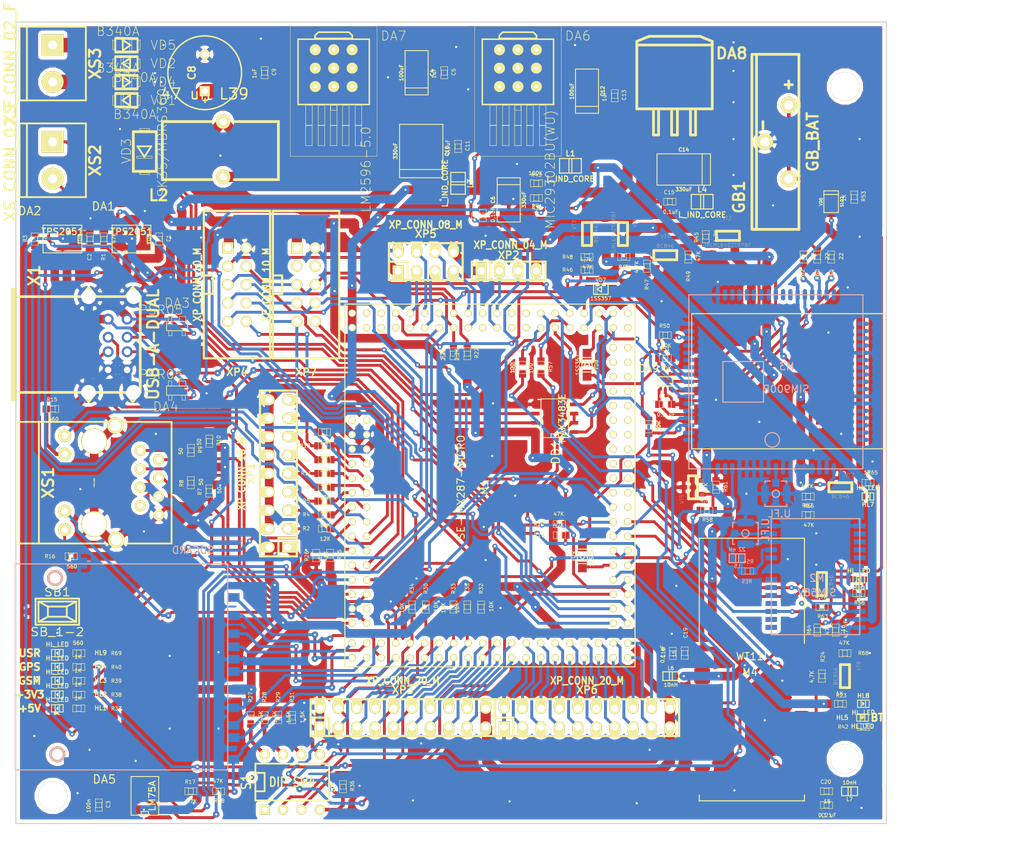
<source format=kicad_pcb>
(kicad_pcb (version 4) (host pcbnew 4.0.0-rc1-stable)
  (layers (0 F.Cu signal) (31 B.Cu signal) (34 B.Paste user hide) (35 F.Paste user hide) (36 B.SilkS user) (37 F.SilkS user) (38 B.Mask user hide) (39 F.Mask user hide) (44 Edge.Cuts user))
  (net 0 "")
  (net 1 +3.3V)
  (net 2 +5V)
  (net 3 /IO/ADC0)
  (net 4 /IO/ADC1)
  (net 5 /IO/ADC2)
  (net 6 /IO/ADC3)
  (net 7 /IO/ADC4)
  (net 8 /IO/ADC5)
  (net 9 /IO/ADC6)
  (net 10 /IO/ADC7)
  (net 11 /IO/DUART_RXD)
  (net 12 /IO/DUART_TXD)
  (net 13 /IO/ETH_LED0)
  (net 14 /IO/ETH_LED1)
  (net 15 /IO/ETH_RD+)
  (net 16 /IO/ETH_RD-)
  (net 17 /IO/ETH_TD+)
  (net 18 /IO/ETH_TD-)
  (net 19 /IO/GPIO0)
  (net 20 /IO/GPIO1)
  (net 21 /IO/GPIO10)
  (net 22 /IO/GPIO11)
  (net 23 /IO/GPIO12)
  (net 24 /IO/GPIO13)
  (net 25 /IO/GPIO14)
  (net 26 /IO/GPIO15)
  (net 27 /IO/GPIO16)
  (net 28 /IO/GPIO17)
  (net 29 /IO/GPIO18)
  (net 30 /IO/GPIO19)
  (net 31 /IO/GPIO2)
  (net 32 /IO/GPIO20)
  (net 33 /IO/GPIO21)
  (net 34 /IO/GPIO22)
  (net 35 /IO/GPIO23)
  (net 36 /IO/GPIO24)
  (net 37 /IO/GPIO25)
  (net 38 /IO/GPIO26)
  (net 39 /IO/GPIO27)
  (net 40 /IO/GPIO28)
  (net 41 /IO/GPIO29)
  (net 42 /IO/GPIO3)
  (net 43 /IO/GPIO30)
  (net 44 /IO/GPIO31)
  (net 45 /IO/GPIO4)
  (net 46 /IO/GPIO5)
  (net 47 /IO/GPIO6)
  (net 48 /IO/GPIO7)
  (net 49 /IO/GPIO8)
  (net 50 /IO/GPIO9)
  (net 51 /IO/I2C0_SCL)
  (net 52 /IO/I2C0_SDA)
  (net 53 /IO/LM75_OS)
  (net 54 /IO/PWM3)
  (net 55 /IO/PWM4)
  (net 56 /IO/PWM5)
  (net 57 /IO/PWM6)
  (net 58 /IO/PWM7)
  (net 59 /IO/RS485_RX)
  (net 60 /IO/RS485_TX)
  (net 61 /IO/RS485_~RE~/DE)
  (net 62 /IO/SD_CD)
  (net 63 /IO/SD_CLK)
  (net 64 /IO/SD_CMD)
  (net 65 /IO/SD_DAT0)
  (net 66 /IO/SD_DAT1)
  (net 67 /IO/SD_DAT2)
  (net 68 /IO/SD_DAT3)
  (net 69 /IO/SD_WP)
  (net 70 /IO/UEXT1_RX)
  (net 71 /IO/UEXT1_SSEL)
  (net 72 /IO/UEXT1_TX)
  (net 73 /IO/UEXT2_SSEL)
  (net 74 /IO/UEXT_MISO)
  (net 75 /IO/UEXT_MOSI)
  (net 76 /IO/UEXT_SCK)
  (net 77 /IO/UEXT_SCL)
  (net 78 /IO/UEXT_SDA)
  (net 79 /IO/USB0_D+)
  (net 80 /IO/USB0_D-)
  (net 81 /IO/USB0_PWR_EN)
  (net 82 /IO/USB1_D+)
  (net 83 /IO/USB1_D-)
  (net 84 /IO/USB1_PWR_EN)
  (net 85 /IO/~USB0_OVC~)
  (net 86 /IO/~USB1_OVC~)
  (net 87 "/Main CPU module/BT_PWR_EN")
  (net 88 "/Main CPU module/BT_RESET")
  (net 89 "/Main CPU module/BT_RXD")
  (net 90 "/Main CPU module/BT_TXD")
  (net 91 "/Main CPU module/GPS_PPS")
  (net 92 "/Main CPU module/GPS_PWR_EN")
  (net 93 "/Main CPU module/GPS_RXD")
  (net 94 "/Main CPU module/GPS_TXD")
  (net 95 "/Main CPU module/GSM_CTS")
  (net 96 "/Main CPU module/GSM_DTR")
  (net 97 "/Main CPU module/GSM_PWRKEY")
  (net 98 "/Main CPU module/GSM_PWR_EN")
  (net 99 "/Main CPU module/GSM_RI")
  (net 100 "/Main CPU module/GSM_RTS")
  (net 101 "/Main CPU module/GSM_RXD")
  (net 102 "/Main CPU module/GSM_STATUS")
  (net 103 "/Main CPU module/GSM_TXD")
  (net 104 /Power/BT_PWR)
  (net 105 /Power/GPS_PWR)
  (net 106 /Power/GSM_PWR)
  (net 107 ~)
  (net 108 "Net-(C1-Pad2)")
  (net 109 "Net-(C2-Pad2)")
  (net 110 "Net-(C6-Pad1)")
  (net 111 "Net-(C8-Pad1)")
  (net 112 "Net-(C10-Pad1)")
  (net 113 "Net-(C14-Pad1)")
  (net 114 "Net-(C17-Pad1)")
  (net 115 "Net-(C18-Pad2)")
  (net 116 "Net-(C20-Pad2)")
  (net 117 "Net-(DA6-Pad5)")
  (net 118 "Net-(DA7-Pad2)")
  (net 119 "Net-(DA9-Pad3)")
  (net 120 "Net-(DA9-Pad5)")
  (net 121 "Net-(DA9-Pad4)")
  (net 122 "Net-(DD1-Pad7)")
  (net 123 "Net-(DD1-Pad6)")
  (net 124 "Net-(GB1-Pad1)")
  (net 125 "Net-(HL1-Pad2)")
  (net 126 "Net-(HL2-Pad2)")
  (net 127 "Net-(HL3-Pad2)")
  (net 128 "Net-(HL4-Pad2)")
  (net 129 "Net-(HL5-Pad2)")
  (net 130 "Net-(HL6-Pad2)")
  (net 131 "Net-(HL6-Pad1)")
  (net 132 "Net-(HL7-Pad2)")
  (net 133 "Net-(HL7-Pad1)")
  (net 134 "Net-(HL8-Pad2)")
  (net 135 "Net-(HL8-Pad1)")
  (net 136 "Net-(HL9-Pad2)")
  (net 137 "Net-(L5-Pad1)")
  (net 138 "Net-(L5-Pad2)")
  (net 139 "Net-(M1-Pad57)")
  (net 140 "Net-(M1-Pad59)")
  (net 141 "Net-(M1-Pad60)")
  (net 142 "Net-(M1-Pad61)")
  (net 143 "Net-(M1-Pad62)")
  (net 144 "Net-(M1-Pad63)")
  (net 145 "Net-(M1-Pad64)")
  (net 146 "Net-(M1-Pad65)")
  (net 147 "Net-(M1-Pad66)")
  (net 148 "Net-(M1-Pad67)")
  (net 149 "Net-(M1-Pad68)")
  (net 150 "Net-(M1-Pad69)")
  (net 151 "Net-(M1-Pad70)")
  (net 152 "Net-(M1-Pad71)")
  (net 153 "Net-(M1-Pad72)")
  (net 154 "Net-(M1-Pad73)")
  (net 155 "Net-(M1-Pad74)")
  (net 156 "Net-(M1-Pad75)")
  (net 157 "Net-(M1-Pad76)")
  (net 158 "Net-(M1-Pad77)")
  (net 159 "Net-(M1-Pad78)")
  (net 160 "Net-(M1-Pad79)")
  (net 161 "Net-(M1-Pad80)")
  (net 162 "Net-(M1-Pad81)")
  (net 163 "Net-(M1-Pad82)")
  (net 164 "Net-(M1-Pad95)")
  (net 165 "Net-(M1-Pad96)")
  (net 166 "Net-(M1-Pad97)")
  (net 167 "Net-(M1-Pad98)")
  (net 168 "Net-(M1-Pad101)")
  (net 169 "Net-(M1-Pad102)")
  (net 170 "Net-(M1-Pad113)")
  (net 171 "Net-(M1-Pad115)")
  (net 172 "Net-(M1-Pad116)")
  (net 173 "Net-(M1-Pad117)")
  (net 174 "Net-(M1-Pad118)")
  (net 175 "Net-(M1-Pad121)")
  (net 176 "Net-(M1-Pad122)")
  (net 177 "Net-(M1-Pad136)")
  (net 178 "Net-(M1-Pad140)")
  (net 179 "Net-(M1-Pad147)")
  (net 180 "Net-(M2-Pad2)")
  (net 181 "Net-(M2-Pad4)")
  (net 182 "Net-(M2-Pad6)")
  (net 183 "Net-(M2-Pad7)")
  (net 184 "Net-(M2-Pad9)")
  (net 185 "Net-(M2-Pad14)")
  (net 186 "Net-(M2-Pad15)")
  (net 187 "Net-(M2-Pad16)")
  (net 188 "Net-(M2-Pad17)")
  (net 189 "Net-(M2-Pad18)")
  (net 190 "Net-(M2-Pad19)")
  (net 191 "Net-(M2-Pad20)")
  (net 192 "Net-(M2-Pad21)")
  (net 193 "Net-(M2-Pad22)")
  (net 194 "Net-(M3-Pad1)")
  (net 195 "Net-(M3-Pad3)")
  (net 196 "Net-(M3-Pad5)")
  (net 197 "Net-(M3-Pad8)")
  (net 198 "Net-(M3-Pad10)")
  (net 199 "Net-(M3-Pad11)")
  (net 200 "Net-(M3-Pad12)")
  (net 201 "Net-(M3-Pad13)")
  (net 202 "Net-(M3-Pad14)")
  (net 203 "Net-(M3-Pad15)")
  (net 204 "Net-(M3-Pad16)")
  (net 205 "Net-(M3-Pad19)")
  (net 206 "Net-(M3-Pad20)")
  (net 207 "Net-(M3-Pad21)")
  (net 208 "Net-(M3-Pad22)")
  (net 209 "Net-(M3-Pad23)")
  (net 210 "Net-(M3-Pad24)")
  (net 211 "Net-(M3-Pad25)")
  (net 212 "Net-(M3-Pad26)")
  (net 213 "Net-(M3-Pad27)")
  (net 214 "Net-(M3-Pad28)")
  (net 215 "Net-(M3-Pad31)")
  (net 216 "Net-(M3-Pad32)")
  (net 217 "Net-(M3-Pad33)")
  (net 218 "Net-(M3-Pad34)")
  (net 219 "Net-(M3-Pad35)")
  (net 220 "Net-(M3-Pad36)")
  (net 221 "Net-(M3-Pad37)")
  (net 222 "Net-(M3-Pad38)")
  (net 223 "Net-(M3-Pad40)")
  (net 224 "Net-(M3-Pad41)")
  (net 225 "Net-(M3-Pad42)")
  (net 226 "Net-(M3-Pad43)")
  (net 227 "Net-(M3-Pad44)")
  (net 228 "Net-(M3-Pad47)")
  (net 229 "Net-(M3-Pad48)")
  (net 230 "Net-(M3-Pad49)")
  (net 231 "Net-(M3-Pad50)")
  (net 232 "Net-(M3-Pad51)")
  (net 233 "Net-(M3-Pad52)")
  (net 234 "Net-(M3-Pad60)")
  (net 235 "Net-(M3-Pad67)")
  (net 236 "Net-(M3-Pad68)")
  (net 237 "Net-(M4-Pad3)")
  (net 238 "Net-(M4-Pad4)")
  (net 239 "Net-(M4-Pad5)")
  (net 240 "Net-(M4-Pad7)")
  (net 241 "Net-(M4-Pad8)")
  (net 242 "Net-(M4-Pad9)")
  (net 243 "Net-(M4-Pad10)")
  (net 244 "Net-(M4-Pad11)")
  (net 245 "Net-(M4-Pad12)")
  (net 246 "Net-(M4-Pad13)")
  (net 247 "Net-(M4-Pad18)")
  (net 248 "Net-(M4-Pad19)")
  (net 249 "Net-(M4-Pad20)")
  (net 250 "Net-(M4-Pad21)")
  (net 251 "Net-(M4-Pad22)")
  (net 252 "Net-(M4-Pad23)")
  (net 253 "Net-(M4-Pad24)")
  (net 254 "Net-(M4-Pad25)")
  (net 255 "Net-(M4-Pad27)")
  (net 256 "Net-(R2-Pad1)")
  (net 257 "Net-(R4-Pad1)")
  (net 258 "Net-(R5-Pad1)")
  (net 259 "Net-(R6-Pad1)")
  (net 260 "Net-(R11-Pad1)")
  (net 261 "Net-(R12-Pad1)")
  (net 262 "Net-(R13-Pad1)")
  (net 263 "Net-(R14-Pad1)")
  (net 264 "Net-(R15-Pad1)")
  (net 265 "Net-(R16-Pad1)")
  (net 266 "Net-(R24-Pad1)")
  (net 267 "Net-(R27-Pad1)")
  (net 268 "Net-(R28-Pad1)")
  (net 269 "Net-(R29-Pad1)")
  (net 270 "Net-(R31-Pad1)")
  (net 271 "Net-(R44-Pad1)")
  (net 272 "Net-(R45-Pad1)")
  (net 273 "Net-(R46-Pad1)")
  (net 274 "Net-(R47-Pad1)")
  (net 275 "Net-(R58-Pad1)")
  (net 276 "Net-(R63-Pad1)")
  (net 277 "Net-(R66-Pad1)")
  (net 278 "Net-(VD1-Pad1)")
  (net 279 "Net-(VD2-Pad1)")
  (net 280 "Net-(X3-Pad6)")
  (net 281 "Net-(XP7-Pad3)")
  (net 282 "Net-(XP7-Pad4)")
  (net 283 "Net-(XS1-Pad7)")
  (net 284 "Net-(M1-Pad51)")
  (module Mounting_Holes:MountingHole_4mm (layer F.Cu) (at 228.6 242.57)
    (fp_text reference "" (at -1.27 -3.175) (layer F.SilkS))
    (fp_text value MountingHole_4mm)
    (pad 1 thru_hole circle (at 0 0) (size 4 4) (drill 4) (layers))
  )
  (module SIM68V (layer B.Cu) (at 327.66 220.345)
    (fp_text reference M2 (at 6.3 -7.8) (layer B.SilkS) (effects (justify mirror)))
    (fp_text value SIM68V (at 6.3 -5.8) (layer B.SilkS) (effects (justify mirror)))
    (pad 1 smd rect (at 0 -1) (size 1.6 0.7) (layers B.Cu B.Paste B.Mask))
    (pad 2 smd rect (at 0 -2.1) (size 1.6 0.7) (layers B.Cu B.Paste B.Mask) (net 180 "Net-(M2-Pad2)"))
    (pad 3 smd rect (at 0 -3.2) (size 1.6 0.7) (layers B.Cu B.Paste B.Mask) (net 91 "/Main CPU module/GPS_PPS"))
    (pad 4 smd rect (at 0 -4.3) (size 1.6 0.7) (layers B.Cu B.Paste B.Mask) (net 181 "Net-(M2-Pad4)"))
    (pad 5 smd rect (at 0 -5.4) (size 1.6 0.7) (layers B.Cu B.Paste B.Mask))
    (pad 6 smd rect (at 0 -6.5) (size 1.6 0.7) (layers B.Cu B.Paste B.Mask) (net 182 "Net-(M2-Pad6)"))
    (pad 7 smd rect (at 0 -7.6) (size 1.6 0.7) (layers B.Cu B.Paste B.Mask) (net 183 "Net-(M2-Pad7)"))
    (pad 8 smd rect (at 0 -10.6) (size 1.6 0.7) (layers B.Cu B.Paste B.Mask))
    (pad 9 smd rect (at 0 -11.7) (size 1.6 0.7) (layers B.Cu B.Paste B.Mask) (net 184 "Net-(M2-Pad9)"))
    (pad 10 smd rect (at 0 -12.8) (size 1.6 0.7) (layers B.Cu B.Paste B.Mask) (net 107 ~))
    (pad 11 smd rect (at 0 -13.9) (size 1.6 0.7) (layers B.Cu B.Paste B.Mask) (net 137 "Net-(L5-Pad1)"))
    (pad 12 smd rect (at 0 -15) (size 1.6 0.7) (layers B.Cu B.Paste B.Mask) (net 107 ~))
    (pad 13 smd rect (at 12.2 -15) (size 1.6 0.7) (layers B.Cu B.Paste B.Mask) (net 107 ~))
    (pad 14 smd rect (at 12.2 -13.9) (size 1.6 0.7) (layers B.Cu B.Paste B.Mask) (net 185 "Net-(M2-Pad14)"))
    (pad 15 smd rect (at 12.2 -12.8) (size 1.6 0.7) (layers B.Cu B.Paste B.Mask) (net 186 "Net-(M2-Pad15)"))
    (pad 16 smd rect (at 12.2 -11.7) (size 1.6 0.7) (layers B.Cu B.Paste B.Mask) (net 187 "Net-(M2-Pad16)"))
    (pad 17 smd rect (at 12.2 -10.6) (size 1.6 0.7) (layers B.Cu B.Paste B.Mask) (net 188 "Net-(M2-Pad17)"))
    (pad 18 smd rect (at 12.2 -7.6) (size 1.6 0.7) (layers B.Cu B.Paste B.Mask) (net 189 "Net-(M2-Pad18)"))
    (pad 19 smd rect (at 12.2 -6.5) (size 1.6 0.7) (layers B.Cu B.Paste B.Mask) (net 190 "Net-(M2-Pad19)"))
    (pad 20 smd rect (at 12.2 -5.4) (size 1.6 0.7) (layers B.Cu B.Paste B.Mask) (net 191 "Net-(M2-Pad20)"))
    (pad 21 smd rect (at 12.2 -4.3) (size 1.6 0.7) (layers B.Cu B.Paste B.Mask) (net 192 "Net-(M2-Pad21)"))
    (pad 22 smd rect (at 12.2 -3.2) (size 1.6 0.7) (layers B.Cu B.Paste B.Mask) (net 193 "Net-(M2-Pad22)"))
    (pad 23 smd rect (at 12.2 -2.1) (size 1.6 0.7) (layers B.Cu B.Paste B.Mask) (net 105 /Power/GPS_PWR))
    (pad 24 smd rect (at 12.2 -1) (size 1.6 0.7) (layers B.Cu B.Paste B.Mask) (net 107 ~))
  )
  (module u.FL (layer B.Cu) (at 328.295 200.914)
    (fp_text reference XW1 hide)
    (fp_text value U.FL (at 0.5 2.75) (layer B.SilkS) (effects (justify mirror)))
    (pad 1 smd rect (at 0 -1.5) (size 1 1.05) (layers B.Cu B.Paste B.Mask) (net 234 "Net-(M3-Pad60)"))
    (pad 2 smd rect (at 1.5 0) (size 1.05 2.2) (layers B.Cu B.Paste B.Mask) (net 107 ~))
    (pad 2 smd rect (at -1.5 0) (size 1.05 2.2) (layers B.Cu B.Paste B.Mask) (net 107 ~))
  )
  (module u.FL (layer B.Cu) (at 324.104 206.375 90)
    (fp_text reference XW2 hide)
    (fp_text value U.FL (at 0.5 2.75 90) (layer B.SilkS) (effects (justify mirror)))
    (pad 1 smd rect (at 0 -1.5 90) (size 1 1.05) (layers B.Cu B.Paste B.Mask) (net 137 "Net-(L5-Pad1)"))
    (pad 2 smd rect (at 1.5 0 90) (size 1.05 2.2) (layers B.Cu B.Paste B.Mask) (net 107 ~))
    (pad 2 smd rect (at -1.5 0 90) (size 1.05 2.2) (layers B.Cu B.Paste B.Mask) (net 107 ~))
  )
  (module SMD_SOT23_3 (layer F.Cu) (at 321.691 165.354 180)
    (fp_text reference VT2 (at 0.127 2.413 180) (layer F.SilkS) (effects (font (size 0.508 0.508) (thickness 0.0254))))
    (fp_text value IRLML6402TRPBF (at 0 -1.27 180) (layer F.SilkS) (effects (font (size 0.508 0.508) (thickness 0.0254))))
    (pad 2 smd rect (at -0.9525 -1.27 180) (size 0.635 1.016) (layers F.Cu F.Paste F.Mask) (net 104 /Power/BT_PWR))
    (pad 3 smd rect (at -0.00254 1.27 180) (size 0.635 1.016) (layers F.Cu F.Paste F.Mask) (net 1 +3.3V))
    (pad 1 smd rect (at 0.94742 -1.27 180) (size 0.635 1.016) (layers F.Cu F.Paste F.Mask) (net 272 "Net-(R45-Pad1)"))
  )
  (module SMD_SOT23_3 (layer F.Cu) (at 334.645 213.36 270)
    (fp_text reference VT6 (at 1.27 1.397 270) (layer F.SilkS) (effects (font (size 0.508 0.508) (thickness 0.0254))))
    (fp_text value BC846 (at 0 -1.27 270) (layer F.SilkS) (effects (font (size 0.508 0.508) (thickness 0.0254))))
    (pad 2 smd rect (at -0.9525 -1.27 270) (size 0.635 1.016) (layers F.Cu F.Paste F.Mask) (net 131 "Net-(HL6-Pad1)"))
    (pad 3 smd rect (at -0.00254 1.27 270) (size 0.635 1.016) (layers F.Cu F.Paste F.Mask) (net 107 ~))
    (pad 1 smd rect (at 0.94742 -1.27 270) (size 0.635 1.016) (layers F.Cu F.Paste F.Mask) (net 276 "Net-(R63-Pad1)"))
  )
  (module SMD_SOT23_3 (layer F.Cu) (at 307.213 165.1 90)
    (fp_text reference VT1 (at 1.524 1.651 90) (layer F.SilkS) (effects (font (size 0.508 0.508) (thickness 0.0254))))
    (fp_text value IRLML6402TRPBF (at 0 -1.27 90) (layer F.SilkS) (effects (font (size 0.508 0.508) (thickness 0.0254))))
    (pad 2 smd rect (at -0.9525 -1.27 90) (size 0.635 1.016) (layers F.Cu F.Paste F.Mask) (net 105 /Power/GPS_PWR))
    (pad 3 smd rect (at -0.00254 1.27 90) (size 0.635 1.016) (layers F.Cu F.Paste F.Mask) (net 1 +3.3V))
    (pad 1 smd rect (at 0.94742 -1.27 90) (size 0.635 1.016) (layers F.Cu F.Paste F.Mask) (net 271 "Net-(R44-Pad1)"))
  )
  (module SMD_SOT23_3 (layer F.Cu) (at 313.055 168.021)
    (fp_text reference VT4 (at 0 -2.54) (layer F.SilkS) (effects (font (size 0.508 0.508) (thickness 0.0254))))
    (fp_text value BC846 (at 0 -1.27) (layer F.SilkS) (effects (font (size 0.508 0.508) (thickness 0.0254))))
    (pad 2 smd rect (at -0.9525 -1.27) (size 0.635 1.016) (layers F.Cu F.Paste F.Mask) (net 272 "Net-(R45-Pad1)"))
    (pad 3 smd rect (at -0.00254 1.27) (size 0.635 1.016) (layers F.Cu F.Paste F.Mask) (net 107 ~))
    (pad 1 smd rect (at 0.94742 -1.27) (size 0.635 1.016) (layers F.Cu F.Paste F.Mask) (net 274 "Net-(R47-Pad1)"))
  )
  (module SMD_SOT23_3 (layer F.Cu) (at 302.26 165.1 270)
    (fp_text reference VT3 (at -1.27 1.778 270) (layer F.SilkS) (effects (font (size 0.508 0.508) (thickness 0.0254))))
    (fp_text value BC846 (at 0 -1.27 270) (layer F.SilkS) (effects (font (size 0.508 0.508) (thickness 0.0254))))
    (pad 2 smd rect (at -0.9525 -1.27 270) (size 0.635 1.016) (layers F.Cu F.Paste F.Mask) (net 271 "Net-(R44-Pad1)"))
    (pad 3 smd rect (at -0.00254 1.27 270) (size 0.635 1.016) (layers F.Cu F.Paste F.Mask) (net 107 ~))
    (pad 1 smd rect (at 0.94742 -1.27 270) (size 0.635 1.016) (layers F.Cu F.Paste F.Mask) (net 273 "Net-(R46-Pad1)"))
  )
  (module SMD_SOT23_3 (layer F.Cu) (at 337.185 200.025 180)
    (fp_text reference VT7 (at -1.27 1.651 180) (layer F.SilkS) (effects (font (size 0.508 0.508) (thickness 0.0254))))
    (fp_text value BC846 (at 0 -1.27 180) (layer F.SilkS) (effects (font (size 0.508 0.508) (thickness 0.0254))))
    (pad 2 smd rect (at -0.9525 -1.27 180) (size 0.635 1.016) (layers F.Cu F.Paste F.Mask) (net 133 "Net-(HL7-Pad1)"))
    (pad 3 smd rect (at -0.00254 1.27 180) (size 0.635 1.016) (layers F.Cu F.Paste F.Mask) (net 107 ~))
    (pad 1 smd rect (at 0.94742 -1.27 180) (size 0.635 1.016) (layers F.Cu F.Paste F.Mask) (net 277 "Net-(R66-Pad1)"))
  )
  (module SMD_SOT23_3 (layer F.Cu) (at 316.865 200.025 270)
    (fp_text reference VT5 (at 1.651 1.524 270) (layer F.SilkS) (effects (font (size 0.508 0.508) (thickness 0.0254))))
    (fp_text value BC846 (at 0 -1.27 270) (layer F.SilkS) (effects (font (size 0.508 0.508) (thickness 0.0254))))
    (pad 2 smd rect (at -0.9525 -1.27 270) (size 0.635 1.016) (layers F.Cu F.Paste F.Mask) (net 194 "Net-(M3-Pad1)"))
    (pad 3 smd rect (at -0.00254 1.27 270) (size 0.635 1.016) (layers F.Cu F.Paste F.Mask) (net 107 ~))
    (pad 1 smd rect (at 0.94742 -1.27 270) (size 0.635 1.016) (layers F.Cu F.Paste F.Mask) (net 275 "Net-(R58-Pad1)"))
  )
  (module SMD_SOT143 (layer F.Cu) (at 245.745 186.69 180)
    (fp_text reference DA4 (at 1.5748 -2.23266 180) (layer F.SilkS) (effects (font (size 1.27 1.27) (thickness 0.0889))))
    (fp_text value PSR05 (at 2.2098 2.21488 180) (layer F.SilkS) (effects (font (size 1.27 1.27) (thickness 0.0889))))
    (pad 1 smd rect (at -0.7493 0.99822 180) (size 0.99822 0.6985) (layers F.Cu F.Paste F.Mask) (net 107 ~))
    (pad 2 smd rect (at 0.94996 0.99822 180) (size 0.59944 0.6985) (layers F.Cu F.Paste F.Mask) (net 83 /IO/USB1_D-))
    (pad 3 smd rect (at 0.94996 -0.99822 180) (size 0.59944 0.6985) (layers F.Cu F.Paste F.Mask) (net 82 /IO/USB1_D+))
    (pad 4 smd rect (at -0.94996 -0.99822 180) (size 0.59944 0.6985) (layers F.Cu F.Paste F.Mask) (net 109 "Net-(C2-Pad2)"))
  )
  (module SMD_SOT143 (layer F.Cu) (at 245.745 177.8 180)
    (fp_text reference DA3 (at 0 3.175 180) (layer F.SilkS) (effects (font (size 1.27 1.27) (thickness 0.0889))))
    (fp_text value PSR05 (at 2.2098 2.21488 180) (layer F.SilkS) (effects (font (size 1.27 1.27) (thickness 0.0889))))
    (pad 1 smd rect (at -0.7493 0.99822 180) (size 0.99822 0.6985) (layers F.Cu F.Paste F.Mask) (net 107 ~))
    (pad 2 smd rect (at 0.94996 0.99822 180) (size 0.59944 0.6985) (layers F.Cu F.Paste F.Mask) (net 80 /IO/USB0_D-))
    (pad 3 smd rect (at 0.94996 -0.99822 180) (size 0.59944 0.6985) (layers F.Cu F.Paste F.Mask) (net 79 /IO/USB0_D+))
    (pad 4 smd rect (at -0.94996 -0.99822 180) (size 0.59944 0.6985) (layers F.Cu F.Paste F.Mask) (net 108 "Net-(C1-Pad2)"))
  )
  (module SMD_SOCKET_SDCARD_SD-03 (layer B.Cu) (at 252.73 224.79 180)
    (fp_text reference X2 hide)
    (fp_text value SDCARD (at 4.79 16.1 180) (layer B.SilkS) (effects (justify mirror)))
    (pad 3 smd rect (at -0.83 1.07 180) (size 1.6 1.2) (layers B.Cu B.Paste B.Mask) (net 107 ~))
    (pad 11 smd rect (at -0.83 2.77 180) (size 1.6 1.2) (layers B.Cu B.Paste B.Mask) (net 62 /IO/SD_CD))
    (pad 2 smd rect (at -0.83 4.57 180) (size 1.6 1.2) (layers B.Cu B.Paste B.Mask) (net 64 /IO/SD_CMD))
    (pad 1 smd rect (at -0.83 7.07 180) (size 1.6 1.2) (layers B.Cu B.Paste B.Mask) (net 68 /IO/SD_DAT3))
    (pad 9 smd rect (at -0.83 9.57 180) (size 1.6 1.2) (layers B.Cu B.Paste B.Mask) (net 67 /IO/SD_DAT2))
    (pad 4 smd rect (at -0.83 -0.63 180) (size 1.6 1.2) (layers B.Cu B.Paste B.Mask) (net 63 /IO/SD_CLK))
    (pad 5 smd rect (at -0.83 -3.12 180) (size 1.6 1.2) (layers B.Cu B.Paste B.Mask) (net 1 +3.3V))
    (pad 6 smd rect (at -0.83 -5.63 180) (size 1.6 1.2) (layers B.Cu B.Paste B.Mask) (net 107 ~))
    (pad 7 smd rect (at -0.83 -8.05 180) (size 1.6 1.2) (layers B.Cu B.Paste B.Mask) (net 65 /IO/SD_DAT0))
    (pad 10 smd rect (at -0.77 -12.75 180) (size 1.6 1.2) (layers B.Cu B.Paste B.Mask) (net 69 /IO/SD_WP))
    (pad 8 smd rect (at -0.83 -9.75 180) (size 1.6 1.2) (layers B.Cu B.Paste B.Mask) (net 66 /IO/SD_DAT1))
    (pad 12 smd rect (at 21.5 -13.2 180) (size 2.2 1.5) (layers B.Cu B.Paste B.Mask) (net 107 ~))
    (pad 12 smd rect (at 20.5 14.3 180) (size 2.2 1.5) (layers B.Cu B.Paste B.Mask) (net 107 ~))
    (pad "" thru_hole circle (at 23.8 12.25 180) (size 2.2 2.2) (drill 1.5) (layers *.Cu *.Mask B.SilkS))
    (pad "" thru_hole circle (at 23.5 -12.05 180) (size 2.2 2.2) (drill 1.5) (layers *.Cu *.Mask B.SilkS))
  )
  (module SMD_SO8N_50_150 (layer F.Cu) (at 229.9335 165.7985 180)
    (fp_text reference DA2 (at 4.5085 3.8735 180) (layer F.SilkS) (effects (font (size 1.143 1.143) (thickness 0.1524))))
    (fp_text value TPS2051 (at 0 1.016 180) (layer F.SilkS) (effects (font (size 0.889 0.889) (thickness 0.1524))))
    (pad 8 smd rect (at -1.905 -2.667 180) (size 0.508 1.143) (layers F.Cu F.Paste F.Mask) (net 109 "Net-(C2-Pad2)"))
    (pad 1 smd rect (at -1.905 2.667 180) (size 0.508 1.143) (layers F.Cu F.Paste F.Mask) (net 107 ~))
    (pad 7 smd rect (at -0.635 -2.667 180) (size 0.508 1.143) (layers F.Cu F.Paste F.Mask) (net 109 "Net-(C2-Pad2)"))
    (pad 6 smd rect (at 0.635 -2.667 180) (size 0.508 1.143) (layers F.Cu F.Paste F.Mask) (net 109 "Net-(C2-Pad2)"))
    (pad 5 smd rect (at 1.905 -2.667 180) (size 0.508 1.143) (layers F.Cu F.Paste F.Mask) (net 86 /IO/~USB1_OVC~))
    (pad 2 smd rect (at -0.635 2.667 180) (size 0.508 1.143) (layers F.Cu F.Paste F.Mask) (net 2 +5V))
    (pad 3 smd rect (at 0.635 2.667 180) (size 0.508 1.143) (layers F.Cu F.Paste F.Mask) (net 2 +5V))
    (pad 4 smd rect (at 1.905 2.667 180) (size 0.508 1.143) (layers F.Cu F.Paste F.Mask) (net 84 /IO/USB1_PWR_EN))
  )
  (module SMD_SO8N_50_150 (layer F.Cu) (at 297.815 190.5 90)
    (fp_text reference DD1 (at -4.699 0.127 90) (layer F.SilkS) (effects (font (size 1.143 1.143) (thickness 0.1524))))
    (fp_text value MAX3483E (at 0 1.016 90) (layer F.SilkS) (effects (font (size 0.889 0.889) (thickness 0.1524))))
    (pad 8 smd rect (at -1.905 -2.667 90) (size 0.508 1.143) (layers F.Cu F.Paste F.Mask) (net 1 +3.3V))
    (pad 1 smd rect (at -1.905 2.667 90) (size 0.508 1.143) (layers F.Cu F.Paste F.Mask) (net 59 /IO/RS485_RX))
    (pad 7 smd rect (at -0.635 -2.667 90) (size 0.508 1.143) (layers F.Cu F.Paste F.Mask) (net 122 "Net-(DD1-Pad7)"))
    (pad 6 smd rect (at 0.635 -2.667 90) (size 0.508 1.143) (layers F.Cu F.Paste F.Mask) (net 123 "Net-(DD1-Pad6)"))
    (pad 5 smd rect (at 1.905 -2.667 90) (size 0.508 1.143) (layers F.Cu F.Paste F.Mask) (net 107 ~))
    (pad 2 smd rect (at -0.635 2.667 90) (size 0.508 1.143) (layers F.Cu F.Paste F.Mask) (net 61 /IO/RS485_~RE~/DE))
    (pad 3 smd rect (at 0.635 2.667 90) (size 0.508 1.143) (layers F.Cu F.Paste F.Mask) (net 61 /IO/RS485_~RE~/DE))
    (pad 4 smd rect (at 1.905 2.667 90) (size 0.508 1.143) (layers F.Cu F.Paste F.Mask) (net 60 /IO/RS485_TX))
  )
  (module SMD_SO8N_50_150 (layer F.Cu) (at 241.3 242.57 90)
    (fp_text reference DA5 (at 2.286 -5.588 180) (layer F.SilkS) (effects (font (size 1.143 1.143) (thickness 0.1524))))
    (fp_text value LM75A (at 0 1.016 90) (layer F.SilkS) (effects (font (size 0.889 0.889) (thickness 0.1524))))
    (pad 8 smd rect (at -1.905 -2.667 90) (size 0.508 1.143) (layers F.Cu F.Paste F.Mask) (net 1 +3.3V))
    (pad 1 smd rect (at -1.905 2.667 90) (size 0.508 1.143) (layers F.Cu F.Paste F.Mask) (net 52 /IO/I2C0_SDA))
    (pad 7 smd rect (at -0.635 -2.667 90) (size 0.508 1.143) (layers F.Cu F.Paste F.Mask) (net 107 ~))
    (pad 6 smd rect (at 0.635 -2.667 90) (size 0.508 1.143) (layers F.Cu F.Paste F.Mask) (net 107 ~))
    (pad 5 smd rect (at 1.905 -2.667 90) (size 0.508 1.143) (layers F.Cu F.Paste F.Mask) (net 107 ~))
    (pad 2 smd rect (at -0.635 2.667 90) (size 0.508 1.143) (layers F.Cu F.Paste F.Mask) (net 51 /IO/I2C0_SCL))
    (pad 3 smd rect (at 0.635 2.667 90) (size 0.508 1.143) (layers F.Cu F.Paste F.Mask) (net 53 /IO/LM75_OS))
    (pad 4 smd rect (at 1.905 2.667 90) (size 0.508 1.143) (layers F.Cu F.Paste F.Mask) (net 107 ~))
  )
  (module SMD_SO8N_50_150 (layer F.Cu) (at 239.4585 165.7985 180)
    (fp_text reference DA1 (at 3.8735 4.5085 180) (layer F.SilkS) (effects (font (size 1.143 1.143) (thickness 0.1524))))
    (fp_text value TPS2051 (at 0 1.016 180) (layer F.SilkS) (effects (font (size 0.889 0.889) (thickness 0.1524))))
    (pad 8 smd rect (at -1.905 -2.667 180) (size 0.508 1.143) (layers F.Cu F.Paste F.Mask) (net 108 "Net-(C1-Pad2)"))
    (pad 1 smd rect (at -1.905 2.667 180) (size 0.508 1.143) (layers F.Cu F.Paste F.Mask) (net 107 ~))
    (pad 7 smd rect (at -0.635 -2.667 180) (size 0.508 1.143) (layers F.Cu F.Paste F.Mask) (net 108 "Net-(C1-Pad2)"))
    (pad 6 smd rect (at 0.635 -2.667 180) (size 0.508 1.143) (layers F.Cu F.Paste F.Mask) (net 108 "Net-(C1-Pad2)"))
    (pad 5 smd rect (at 1.905 -2.667 180) (size 0.508 1.143) (layers F.Cu F.Paste F.Mask) (net 85 /IO/~USB0_OVC~))
    (pad 2 smd rect (at -0.635 2.667 180) (size 0.508 1.143) (layers F.Cu F.Paste F.Mask) (net 2 +5V))
    (pad 3 smd rect (at 0.635 2.667 180) (size 0.508 1.143) (layers F.Cu F.Paste F.Mask) (net 2 +5V))
    (pad 4 smd rect (at 1.905 2.667 180) (size 0.508 1.143) (layers F.Cu F.Paste F.Mask) (net 81 /IO/USB0_PWR_EN))
  )
  (module SMD_R_0603 (layer F.Cu) (at 232.19664 228.6 180)
    (fp_text reference R38 (at -5.17906 -0.03048 180) (layer F.SilkS) (effects (font (size 0.508 0.508) (thickness 0.0762))))
    (fp_text value 1K (at 0.09906 1.39954 180) (layer F.SilkS) (effects (font (size 0.508 0.508) (thickness 0.0889))))
    (pad 1 smd rect (at -0.84836 0 180) (size 1.09982 0.99822) (layers F.Cu F.Paste F.Mask) (net 1 +3.3V))
    (pad 2 smd rect (at 0.84836 0 180) (size 1.09982 0.99822) (layers F.Cu F.Paste F.Mask) (net 126 "Net-(HL2-Pad2)"))
  )
  (module SMD_R_0603 (layer F.Cu) (at 313.055 179.07)
    (fp_text reference R50 (at -0.09906 -1.30048) (layer F.SilkS) (effects (font (size 0.508 0.508) (thickness 0.0762))))
    (fp_text value 10K (at 0.09906 1.39954) (layer F.SilkS) (effects (font (size 0.508 0.508) (thickness 0.0889))))
    (pad 1 smd rect (at -0.84836 0) (size 1.09982 0.99822) (layers F.Cu F.Paste F.Mask) (net 198 "Net-(M3-Pad10)"))
    (pad 2 smd rect (at 0.84836 0) (size 1.09982 0.99822) (layers F.Cu F.Paste F.Mask) (net 203 "Net-(M3-Pad15)"))
  )
  (module SMD_R_0603 (layer F.Cu) (at 232.19664 230.505 180)
    (fp_text reference R37 (at -5.17906 -0.03048 180) (layer F.SilkS) (effects (font (size 0.508 0.508) (thickness 0.0762))))
    (fp_text value 1K (at 0.09906 1.39954 180) (layer F.SilkS) (effects (font (size 0.508 0.508) (thickness 0.0889))))
    (pad 1 smd rect (at -0.84836 0 180) (size 1.09982 0.99822) (layers F.Cu F.Paste F.Mask) (net 2 +5V))
    (pad 2 smd rect (at 0.84836 0 180) (size 1.09982 0.99822) (layers F.Cu F.Paste F.Mask) (net 125 "Net-(HL1-Pad2)"))
  )
  (module SMD_R_0603 (layer F.Cu) (at 247.65 199.39 90)
    (fp_text reference R8 (at -0.09906 -1.30048 90) (layer F.SilkS) (effects (font (size 0.508 0.508) (thickness 0.0762))))
    (fp_text value 50 (at 0.09906 1.39954 90) (layer F.SilkS) (effects (font (size 0.508 0.508) (thickness 0.0889))))
    (pad 1 smd rect (at -0.84836 0 90) (size 1.09982 0.99822) (layers F.Cu F.Paste F.Mask) (net 15 /IO/ETH_RD+))
    (pad 2 smd rect (at 0.84836 0 90) (size 1.09982 0.99822) (layers F.Cu F.Paste F.Mask) (net 1 +3.3V))
  )
  (module SMD_R_0603 (layer F.Cu) (at 247.65 194.945 270)
    (fp_text reference R9 (at -0.09906 -1.30048 270) (layer F.SilkS) (effects (font (size 0.508 0.508) (thickness 0.0762))))
    (fp_text value 50 (at 0.09906 1.39954 270) (layer F.SilkS) (effects (font (size 0.508 0.508) (thickness 0.0889))))
    (pad 1 smd rect (at -0.84836 0 270) (size 1.09982 0.99822) (layers F.Cu F.Paste F.Mask) (net 18 /IO/ETH_TD-))
    (pad 2 smd rect (at 0.84836 0 270) (size 1.09982 0.99822) (layers F.Cu F.Paste F.Mask) (net 1 +3.3V))
  )
  (module SMD_R_0603 (layer F.Cu) (at 250.19 193.675 270)
    (fp_text reference R10 (at -0.09906 -1.30048 270) (layer F.SilkS) (effects (font (size 0.508 0.508) (thickness 0.0762))))
    (fp_text value 50 (at 0.09906 1.39954 270) (layer F.SilkS) (effects (font (size 0.508 0.508) (thickness 0.0889))))
    (pad 1 smd rect (at -0.84836 0 270) (size 1.09982 0.99822) (layers F.Cu F.Paste F.Mask) (net 17 /IO/ETH_TD+))
    (pad 2 smd rect (at 0.84836 0 270) (size 1.09982 0.99822) (layers F.Cu F.Paste F.Mask) (net 1 +3.3V))
  )
  (module SMD_R_0603 (layer F.Cu) (at 310.515 169.545 270)
    (fp_text reference R47 (at 2.54 0 270) (layer F.SilkS) (effects (font (size 0.508 0.508) (thickness 0.0762))))
    (fp_text value 4,7K (at 0.09906 1.39954 270) (layer F.SilkS) (effects (font (size 0.508 0.508) (thickness 0.0889))))
    (pad 1 smd rect (at -0.84836 0 270) (size 1.09982 0.99822) (layers F.Cu F.Paste F.Mask) (net 274 "Net-(R47-Pad1)"))
    (pad 2 smd rect (at 0.84836 0 270) (size 1.09982 0.99822) (layers F.Cu F.Paste F.Mask) (net 87 "/Main CPU module/BT_PWR_EN"))
  )
  (module SMD_R_0603 (layer F.Cu) (at 316.23 168.275 90)
    (fp_text reference R49 (at -2.667 0 90) (layer F.SilkS) (effects (font (size 0.508 0.508) (thickness 0.0762))))
    (fp_text value 47K (at 0.09906 1.39954 90) (layer F.SilkS) (effects (font (size 0.508 0.508) (thickness 0.0889))))
    (pad 1 smd rect (at -0.84836 0 90) (size 1.09982 0.99822) (layers F.Cu F.Paste F.Mask) (net 107 ~))
    (pad 2 smd rect (at 0.84836 0 90) (size 1.09982 0.99822) (layers F.Cu F.Paste F.Mask) (net 274 "Net-(R47-Pad1)"))
  )
  (module SMD_R_0603 (layer F.Cu) (at 228.6 189.23)
    (fp_text reference R15 (at -0.09906 -1.30048) (layer F.SilkS) (effects (font (size 0.508 0.508) (thickness 0.0762))))
    (fp_text value 560 (at 0.09906 1.39954) (layer F.SilkS) (effects (font (size 0.508 0.508) (thickness 0.0889))))
    (pad 1 smd rect (at -0.84836 0) (size 1.09982 0.99822) (layers F.Cu F.Paste F.Mask) (net 264 "Net-(R15-Pad1)"))
    (pad 2 smd rect (at 0.84836 0) (size 1.09982 0.99822) (layers F.Cu F.Paste F.Mask) (net 107 ~))
  )
  (module SMD_R_0603 (layer F.Cu) (at 318.643 165.481 90)
    (fp_text reference R45 (at -0.09906 -1.30048 90) (layer F.SilkS) (effects (font (size 0.508 0.508) (thickness 0.0762))))
    (fp_text value 4,7K (at 0.09906 1.39954 90) (layer F.SilkS) (effects (font (size 0.508 0.508) (thickness 0.0889))))
    (pad 1 smd rect (at -0.84836 0 90) (size 1.09982 0.99822) (layers F.Cu F.Paste F.Mask) (net 272 "Net-(R45-Pad1)"))
    (pad 2 smd rect (at 0.84836 0 90) (size 1.09982 0.99822) (layers F.Cu F.Paste F.Mask) (net 1 +3.3V))
  )
  (module SMD_R_0603 (layer F.Cu) (at 231.14 209.55)
    (fp_text reference R16 (at -2.921 0) (layer F.SilkS) (effects (font (size 0.508 0.508) (thickness 0.0762))))
    (fp_text value 560 (at 0.09906 1.39954) (layer F.SilkS) (effects (font (size 0.508 0.508) (thickness 0.0889))))
    (pad 1 smd rect (at -0.84836 0) (size 1.09982 0.99822) (layers F.Cu F.Paste F.Mask) (net 265 "Net-(R16-Pad1)"))
    (pad 2 smd rect (at 0.84836 0) (size 1.09982 0.99822) (layers F.Cu F.Paste F.Mask) (net 1 +3.3V))
  )
  (module SMD_R_0603 (layer F.Cu) (at 302.26 170.053 180)
    (fp_text reference R46 (at 2.667 0 180) (layer F.SilkS) (effects (font (size 0.508 0.508) (thickness 0.0762))))
    (fp_text value 4,7K (at 0.09906 1.39954 180) (layer F.SilkS) (effects (font (size 0.508 0.508) (thickness 0.0889))))
    (pad 1 smd rect (at -0.84836 0 180) (size 1.09982 0.99822) (layers F.Cu F.Paste F.Mask) (net 273 "Net-(R46-Pad1)"))
    (pad 2 smd rect (at 0.84836 0 180) (size 1.09982 0.99822) (layers F.Cu F.Paste F.Mask) (net 92 "/Main CPU module/GPS_PWR_EN"))
  )
  (module SMD_R_0603 (layer F.Cu) (at 302.26 168.275)
    (fp_text reference R48 (at -2.667 0) (layer F.SilkS) (effects (font (size 0.508 0.508) (thickness 0.0762))))
    (fp_text value 47K (at 0.09906 1.39954) (layer F.SilkS) (effects (font (size 0.508 0.508) (thickness 0.0889))))
    (pad 1 smd rect (at -0.84836 0) (size 1.09982 0.99822) (layers F.Cu F.Paste F.Mask) (net 107 ~))
    (pad 2 smd rect (at 0.84836 0) (size 1.09982 0.99822) (layers F.Cu F.Paste F.Mask) (net 273 "Net-(R46-Pad1)"))
  )
  (module SMD_R_0603 (layer F.Cu) (at 307.34 168.275)
    (fp_text reference R44 (at 0 1.397) (layer F.SilkS) (effects (font (size 0.508 0.508) (thickness 0.0762))))
    (fp_text value 4,7K (at 0.09906 1.39954) (layer F.SilkS) (effects (font (size 0.508 0.508) (thickness 0.0889))))
    (pad 1 smd rect (at -0.84836 0) (size 1.09982 0.99822) (layers F.Cu F.Paste F.Mask) (net 271 "Net-(R44-Pad1)"))
    (pad 2 smd rect (at 0.84836 0) (size 1.09982 0.99822) (layers F.Cu F.Paste F.Mask) (net 1 +3.3V))
  )
  (module SMD_R_0603 (layer F.Cu) (at 339.725 214.63 180)
    (fp_text reference R56 (at -0.09906 -1.30048 180) (layer F.SilkS) (effects (font (size 0.508 0.508) (thickness 0.0762))))
    (fp_text value 1K (at 0.09906 1.39954 180) (layer F.SilkS) (effects (font (size 0.508 0.508) (thickness 0.0889))))
    (pad 1 smd rect (at -0.84836 0 180) (size 1.09982 0.99822) (layers F.Cu F.Paste F.Mask) (net 130 "Net-(HL6-Pad2)"))
    (pad 2 smd rect (at 0.84836 0 180) (size 1.09982 0.99822) (layers F.Cu F.Paste F.Mask) (net 105 /Power/GPS_PWR))
  )
  (module SMD_R_0603 (layer F.Cu) (at 334.01 219.71 90)
    (fp_text reference R64 (at 0 -1.143 90) (layer F.SilkS) (effects (font (size 0.508 0.508) (thickness 0.0762))))
    (fp_text value 47K (at 0.09906 1.39954 90) (layer F.SilkS) (effects (font (size 0.508 0.508) (thickness 0.0889))))
    (pad 1 smd rect (at -0.84836 0 90) (size 1.09982 0.99822) (layers F.Cu F.Paste F.Mask) (net 107 ~))
    (pad 2 smd rect (at 0.84836 0 90) (size 1.09982 0.99822) (layers F.Cu F.Paste F.Mask) (net 276 "Net-(R63-Pad1)"))
  )
  (module SMD_R_0603 (layer F.Cu) (at 226.1235 165.7985 90)
    (fp_text reference R3 (at 0.0635 -1.3335 270) (layer F.SilkS) (effects (font (size 0.508 0.508) (thickness 0.0762))))
    (fp_text value 47K (at 0.09906 1.39954 90) (layer F.SilkS) (effects (font (size 0.508 0.508) (thickness 0.0889))))
    (pad 1 smd rect (at -0.84836 0 90) (size 1.09982 0.99822) (layers F.Cu F.Paste F.Mask) (net 86 /IO/~USB1_OVC~))
    (pad 2 smd rect (at 0.84836 0 90) (size 1.09982 0.99822) (layers F.Cu F.Paste F.Mask) (net 1 +3.3V))
  )
  (module SMD_R_0603 (layer F.Cu) (at 335.915 168.275 90)
    (fp_text reference R59 (at -2.413 0.127 90) (layer F.SilkS) (effects (font (size 0.508 0.508) (thickness 0.0762))))
    (fp_text value 22 (at 0.09906 1.39954 90) (layer F.SilkS) (effects (font (size 0.508 0.508) (thickness 0.0889))))
    (pad 1 smd rect (at -0.84836 0 90) (size 1.09982 0.99822) (layers F.Cu F.Paste F.Mask) (net 217 "Net-(M3-Pad33)"))
    (pad 2 smd rect (at 0.84836 0 90) (size 1.09982 0.99822) (layers F.Cu F.Paste F.Mask) (net 119 "Net-(DA9-Pad3)"))
  )
  (module SMD_R_0603 (layer F.Cu) (at 320.04 200.025 270)
    (fp_text reference R61 (at -0.09906 -1.30048 270) (layer F.SilkS) (effects (font (size 0.508 0.508) (thickness 0.0762))))
    (fp_text value 47K (at 0.09906 1.39954 270) (layer F.SilkS) (effects (font (size 0.508 0.508) (thickness 0.0889))))
    (pad 1 smd rect (at -0.84836 0 270) (size 1.09982 0.99822) (layers F.Cu F.Paste F.Mask) (net 107 ~))
    (pad 2 smd rect (at 0.84836 0 270) (size 1.09982 0.99822) (layers F.Cu F.Paste F.Mask) (net 275 "Net-(R58-Pad1)"))
  )
  (module SMD_R_0603 (layer F.Cu) (at 318.77 203.2 180)
    (fp_text reference R58 (at -0.09906 -1.30048 180) (layer F.SilkS) (effects (font (size 0.508 0.508) (thickness 0.0762))))
    (fp_text value 4,7K (at 0.09906 1.39954 180) (layer F.SilkS) (effects (font (size 0.508 0.508) (thickness 0.0889))))
    (pad 1 smd rect (at -0.84836 0 180) (size 1.09982 0.99822) (layers F.Cu F.Paste F.Mask) (net 275 "Net-(R58-Pad1)"))
    (pad 2 smd rect (at 0.84836 0 180) (size 1.09982 0.99822) (layers F.Cu F.Paste F.Mask) (net 97 "/Main CPU module/GSM_PWRKEY"))
  )
  (module SMD_R_0603 (layer F.Cu) (at 340.995 199.39 180)
    (fp_text reference R65 (at -0.635 1.397 180) (layer F.SilkS) (effects (font (size 0.508 0.508) (thickness 0.0762))))
    (fp_text value 1K (at 0.09906 1.39954 180) (layer F.SilkS) (effects (font (size 0.508 0.508) (thickness 0.0889))))
    (pad 1 smd rect (at -0.84836 0 180) (size 1.09982 0.99822) (layers F.Cu F.Paste F.Mask) (net 132 "Net-(HL7-Pad2)"))
    (pad 2 smd rect (at 0.84836 0 180) (size 1.09982 0.99822) (layers F.Cu F.Paste F.Mask) (net 1 +3.3V))
  )
  (module SMD_R_0603 (layer F.Cu) (at 332.74 203.835)
    (fp_text reference R67 (at -0.09906 -1.30048) (layer F.SilkS) (effects (font (size 0.508 0.508) (thickness 0.0762))))
    (fp_text value 47K (at 0.09906 1.39954) (layer F.SilkS) (effects (font (size 0.508 0.508) (thickness 0.0889))))
    (pad 1 smd rect (at -0.84836 0) (size 1.09982 0.99822) (layers F.Cu F.Paste F.Mask) (net 107 ~))
    (pad 2 smd rect (at 0.84836 0) (size 1.09982 0.99822) (layers F.Cu F.Paste F.Mask) (net 277 "Net-(R66-Pad1)"))
  )
  (module SMD_R_0603 (layer F.Cu) (at 332.74 201.295 180)
    (fp_text reference R66 (at -0.09906 -1.30048 180) (layer F.SilkS) (effects (font (size 0.508 0.508) (thickness 0.0762))))
    (fp_text value 4,7K (at 0.09906 1.39954 180) (layer F.SilkS) (effects (font (size 0.508 0.508) (thickness 0.0889))))
    (pad 1 smd rect (at -0.84836 0 180) (size 1.09982 0.99822) (layers F.Cu F.Paste F.Mask) (net 277 "Net-(R66-Pad1)"))
    (pad 2 smd rect (at 0.84836 0 180) (size 1.09982 0.99822) (layers F.Cu F.Paste F.Mask) (net 233 "Net-(M3-Pad52)"))
  )
  (module SMD_R_0603 (layer F.Cu) (at 298.45 206.629 180)
    (fp_text reference R19 (at 2.794 0 180) (layer F.SilkS) (effects (font (size 0.508 0.508) (thickness 0.0762))))
    (fp_text value 47K (at 0.09906 1.39954 180) (layer F.SilkS) (effects (font (size 0.508 0.508) (thickness 0.0889))))
    (pad 1 smd rect (at -0.84836 0 180) (size 1.09982 0.99822) (layers F.Cu F.Paste F.Mask) (net 71 /IO/UEXT1_SSEL))
    (pad 2 smd rect (at 0.84836 0 180) (size 1.09982 0.99822) (layers F.Cu F.Paste F.Mask) (net 1 +3.3V))
  )
  (module SMD_R_0603 (layer F.Cu) (at 332.105 168.275 90)
    (fp_text reference R62 (at -2.413 -0.127 90) (layer F.SilkS) (effects (font (size 0.508 0.508) (thickness 0.0762))))
    (fp_text value 22 (at 0.09906 1.39954 90) (layer F.SilkS) (effects (font (size 0.508 0.508) (thickness 0.0889))))
    (pad 1 smd rect (at -0.84836 0 90) (size 1.09982 0.99822) (layers F.Cu F.Paste F.Mask) (net 215 "Net-(M3-Pad31)"))
    (pad 2 smd rect (at 0.84836 0 90) (size 1.09982 0.99822) (layers F.Cu F.Paste F.Mask) (net 120 "Net-(DA9-Pad5)"))
  )
  (module SMD_R_0603 (layer F.Cu) (at 334.01 168.275 90)
    (fp_text reference R60 (at -2.413 0 90) (layer F.SilkS) (effects (font (size 0.508 0.508) (thickness 0.0762))))
    (fp_text value 22 (at 0.09906 1.39954 90) (layer F.SilkS) (effects (font (size 0.508 0.508) (thickness 0.0889))))
    (pad 1 smd rect (at -0.84836 0 90) (size 1.09982 0.99822) (layers F.Cu F.Paste F.Mask) (net 216 "Net-(M3-Pad32)"))
    (pad 2 smd rect (at 0.84836 0 90) (size 1.09982 0.99822) (layers F.Cu F.Paste F.Mask) (net 121 "Net-(DA9-Pad4)"))
  )
  (module SMD_R_0603 (layer F.Cu) (at 232.19664 226.695 180)
    (fp_text reference R39 (at -5.17906 -0.03048 180) (layer F.SilkS) (effects (font (size 0.508 0.508) (thickness 0.0762))))
    (fp_text value 1K (at 0.09906 1.39954 180) (layer F.SilkS) (effects (font (size 0.508 0.508) (thickness 0.0889))))
    (pad 1 smd rect (at -0.84836 0 180) (size 1.09982 0.99822) (layers F.Cu F.Paste F.Mask) (net 106 /Power/GSM_PWR))
    (pad 2 smd rect (at 0.84836 0 180) (size 1.09982 0.99822) (layers F.Cu F.Paste F.Mask) (net 127 "Net-(HL3-Pad2)"))
  )
  (module SMD_R_0603 (layer F.Cu) (at 339.09 160.02 270)
    (fp_text reference R53 (at -0.09906 -1.30048 270) (layer F.SilkS) (effects (font (size 0.508 0.508) (thickness 0.0762))))
    (fp_text value 1K (at 0.09906 1.39954 270) (layer F.SilkS) (effects (font (size 0.508 0.508) (thickness 0.0889))))
    (pad 1 smd rect (at -0.84836 0 270) (size 1.09982 0.99822) (layers F.Cu F.Paste F.Mask) (net 124 "Net-(GB1-Pad1)"))
    (pad 2 smd rect (at 0.84836 0 270) (size 1.09982 0.99822) (layers F.Cu F.Paste F.Mask) (net 193 "Net-(M2-Pad22)"))
  )
  (module SMD_R_0603 (layer B.Cu) (at 324.39864 211.582 180)
    (fp_text reference R54 (at -0.09906 1.30048 180) (layer B.SilkS) (effects (font (size 0.508 0.508) (thickness 0.0762)) (justify mirror)))
    (fp_text value RES (at 0.09906 -1.39954 180) (layer B.SilkS) (effects (font (size 0.508 0.508) (thickness 0.0889)) (justify mirror)))
    (pad 1 smd rect (at -0.84836 0 180) (size 1.09982 0.99822) (layers B.Cu B.Paste B.Mask) (net 184 "Net-(M2-Pad9)"))
    (pad 2 smd rect (at 0.84836 0 180) (size 1.09982 0.99822) (layers B.Cu B.Paste B.Mask) (net 138 "Net-(L5-Pad2)"))
  )
  (module SMD_R_0603 (layer F.Cu) (at 298.45 205.105 180)
    (fp_text reference R20 (at 2.794 0 180) (layer F.SilkS) (effects (font (size 0.508 0.508) (thickness 0.0762))))
    (fp_text value 47K (at 0.09906 1.39954 180) (layer F.SilkS) (effects (font (size 0.508 0.508) (thickness 0.0889))))
    (pad 1 smd rect (at -0.84836 0 180) (size 1.09982 0.99822) (layers F.Cu F.Paste F.Mask) (net 73 /IO/UEXT2_SSEL))
    (pad 2 smd rect (at 0.84836 0 180) (size 1.09982 0.99822) (layers F.Cu F.Paste F.Mask) (net 1 +3.3V))
  )
  (module SMD_R_0603 (layer F.Cu) (at 295.91 183.515 270)
    (fp_text reference R57 (at -0.09906 -1.30048 270) (layer F.SilkS) (effects (font (size 0.508 0.508) (thickness 0.0762))))
    (fp_text value 100 (at 0.09906 1.39954 270) (layer F.SilkS) (effects (font (size 0.508 0.508) (thickness 0.0889))))
    (pad 1 smd rect (at -0.84836 0 270) (size 1.09982 0.99822) (layers F.Cu F.Paste F.Mask) (net 93 "/Main CPU module/GPS_RXD"))
    (pad 2 smd rect (at 0.84836 0 270) (size 1.09982 0.99822) (layers F.Cu F.Paste F.Mask) (net 192 "Net-(M2-Pad21)"))
  )
  (module SMD_R_0603 (layer F.Cu) (at 293.37 183.515 270)
    (fp_text reference R55 (at -0.09906 1.27 270) (layer F.SilkS) (effects (font (size 0.508 0.508) (thickness 0.0762))))
    (fp_text value 100 (at 0.09906 1.39954 270) (layer F.SilkS) (effects (font (size 0.508 0.508) (thickness 0.0889))))
    (pad 1 smd rect (at -0.84836 0 270) (size 1.09982 0.99822) (layers F.Cu F.Paste F.Mask) (net 94 "/Main CPU module/GPS_TXD"))
    (pad 2 smd rect (at 0.84836 0 270) (size 1.09982 0.99822) (layers F.Cu F.Paste F.Mask) (net 191 "Net-(M2-Pad20)"))
  )
  (module SMD_R_0603 (layer F.Cu) (at 250.19 200.533 90)
    (fp_text reference R7 (at -0.09906 -1.30048 90) (layer F.SilkS) (effects (font (size 0.508 0.508) (thickness 0.0762))))
    (fp_text value 50 (at 0.09906 1.39954 90) (layer F.SilkS) (effects (font (size 0.508 0.508) (thickness 0.0889))))
    (pad 1 smd rect (at -0.84836 0 90) (size 1.09982 0.99822) (layers F.Cu F.Paste F.Mask) (net 16 /IO/ETH_RD-))
    (pad 2 smd rect (at 0.84836 0 90) (size 1.09982 0.99822) (layers F.Cu F.Paste F.Mask) (net 1 +3.3V))
  )
  (module SMD_R_0603 (layer F.Cu) (at 340.36 233.045 180)
    (fp_text reference R42 (at 2.794 0 180) (layer F.SilkS) (effects (font (size 0.508 0.508) (thickness 0.0762))))
    (fp_text value 1K (at 0.09906 1.39954 180) (layer F.SilkS) (effects (font (size 0.508 0.508) (thickness 0.0889))))
    (pad 1 smd rect (at -0.84836 0 180) (size 1.09982 0.99822) (layers F.Cu F.Paste F.Mask) (net 104 /Power/BT_PWR))
    (pad 2 smd rect (at 0.84836 0 180) (size 1.09982 0.99822) (layers F.Cu F.Paste F.Mask) (net 129 "Net-(HL5-Pad2)"))
  )
  (module SMD_R_0603 (layer F.Cu) (at 232.19664 224.79 180)
    (fp_text reference R40 (at -5.17906 -0.03048 180) (layer F.SilkS) (effects (font (size 0.508 0.508) (thickness 0.0762))))
    (fp_text value 1K (at 0.09906 1.39954 180) (layer F.SilkS) (effects (font (size 0.508 0.508) (thickness 0.0889))))
    (pad 1 smd rect (at -0.84836 0 180) (size 1.09982 0.99822) (layers F.Cu F.Paste F.Mask) (net 105 /Power/GPS_PWR))
    (pad 2 smd rect (at 0.84836 0 180) (size 1.09982 0.99822) (layers F.Cu F.Paste F.Mask) (net 128 "Net-(HL4-Pad2)"))
  )
  (module SMD_R_0603 (layer F.Cu) (at 334.645 216.535 180)
    (fp_text reference R63 (at -0.09906 -1.30048 180) (layer F.SilkS) (effects (font (size 0.508 0.508) (thickness 0.0762))))
    (fp_text value 4,7K (at 0.09906 1.39954 180) (layer F.SilkS) (effects (font (size 0.508 0.508) (thickness 0.0889))))
    (pad 1 smd rect (at -0.84836 0 180) (size 1.09982 0.99822) (layers F.Cu F.Paste F.Mask) (net 276 "Net-(R63-Pad1)"))
    (pad 2 smd rect (at 0.84836 0 180) (size 1.09982 0.99822) (layers F.Cu F.Paste F.Mask) (net 91 "/Main CPU module/GPS_PPS"))
  )
  (module SMD_R_0603 (layer F.Cu) (at 280.035 216.535 90)
    (fp_text reference R30 (at 2.54 0 90) (layer F.SilkS) (effects (font (size 0.508 0.508) (thickness 0.0762))))
    (fp_text value 10K (at 0.09906 1.39954 90) (layer F.SilkS) (effects (font (size 0.508 0.508) (thickness 0.0889))))
    (pad 1 smd rect (at -0.84836 0 90) (size 1.09982 0.99822) (layers F.Cu F.Paste F.Mask) (net 38 /IO/GPIO26))
    (pad 2 smd rect (at 0.84836 0 90) (size 1.09982 0.99822) (layers F.Cu F.Paste F.Mask) (net 1 +3.3V))
  )
  (module SMD_R_0603 (layer F.Cu) (at 268.605 241.3 270)
    (fp_text reference R36 (at -0.09906 -1.30048 270) (layer F.SilkS) (effects (font (size 0.508 0.508) (thickness 0.0762))))
    (fp_text value 10K (at 0.09906 1.39954 270) (layer F.SilkS) (effects (font (size 0.508 0.508) (thickness 0.0889))))
    (pad 1 smd rect (at -0.84836 0 270) (size 1.09982 0.99822) (layers F.Cu F.Paste F.Mask) (net 107 ~))
    (pad 2 smd rect (at 0.84836 0 270) (size 1.09982 0.99822) (layers F.Cu F.Paste F.Mask) (net 42 /IO/GPIO3))
  )
  (module SMD_R_0603 (layer F.Cu) (at 285.75 216.535 270)
    (fp_text reference R35 (at -2.54 0 270) (layer F.SilkS) (effects (font (size 0.508 0.508) (thickness 0.0762))))
    (fp_text value 10K (at 0.09906 1.39954 270) (layer F.SilkS) (effects (font (size 0.508 0.508) (thickness 0.0889))))
    (pad 1 smd rect (at -0.84836 0 270) (size 1.09982 0.99822) (layers F.Cu F.Paste F.Mask) (net 107 ~))
    (pad 2 smd rect (at 0.84836 0 270) (size 1.09982 0.99822) (layers F.Cu F.Paste F.Mask) (net 31 /IO/GPIO2))
  )
  (module SMD_R_0603 (layer F.Cu) (at 283.845 216.535 270)
    (fp_text reference R33 (at -2.54 0 270) (layer F.SilkS) (effects (font (size 0.508 0.508) (thickness 0.0762))))
    (fp_text value 10K (at 0.09906 1.39954 270) (layer F.SilkS) (effects (font (size 0.508 0.508) (thickness 0.0889))))
    (pad 1 smd rect (at -0.84836 0 270) (size 1.09982 0.99822) (layers F.Cu F.Paste F.Mask) (net 107 ~))
    (pad 2 smd rect (at 0.84836 0 270) (size 1.09982 0.99822) (layers F.Cu F.Paste F.Mask) (net 19 /IO/GPIO0))
  )
  (module SMD_R_0603 (layer F.Cu) (at 261.62 231.775 90)
    (fp_text reference R31 (at 2.82194 -0.03048 90) (layer F.SilkS) (effects (font (size 0.508 0.508) (thickness 0.0762))))
    (fp_text value 1,5K (at 0.09906 1.39954 90) (layer F.SilkS) (effects (font (size 0.508 0.508) (thickness 0.0889))))
    (pad 1 smd rect (at -0.84836 0 90) (size 1.09982 0.99822) (layers F.Cu F.Paste F.Mask) (net 270 "Net-(R31-Pad1)"))
    (pad 2 smd rect (at 0.84836 0 90) (size 1.09982 0.99822) (layers F.Cu F.Paste F.Mask) (net 1 +3.3V))
  )
  (module SMD_R_0603 (layer F.Cu) (at 247.65 241.935)
    (fp_text reference R17 (at -0.09906 -1.30048) (layer F.SilkS) (effects (font (size 0.508 0.508) (thickness 0.0762))))
    (fp_text value 47K (at 0.09906 1.39954) (layer F.SilkS) (effects (font (size 0.508 0.508) (thickness 0.0889))))
    (pad 1 smd rect (at -0.84836 0) (size 1.09982 0.99822) (layers F.Cu F.Paste F.Mask) (net 53 /IO/LM75_OS))
    (pad 2 smd rect (at 0.84836 0) (size 1.09982 0.99822) (layers F.Cu F.Paste F.Mask) (net 1 +3.3V))
  )
  (module SMD_R_0603 (layer F.Cu) (at 266.065 192.405)
    (fp_text reference R14 (at -2.667 0) (layer F.SilkS) (effects (font (size 0.508 0.508) (thickness 0.0762))))
    (fp_text value 12K (at 0.09906 1.39954) (layer F.SilkS) (effects (font (size 0.508 0.508) (thickness 0.0889))))
    (pad 1 smd rect (at -0.84836 0) (size 1.09982 0.99822) (layers F.Cu F.Paste F.Mask) (net 263 "Net-(R14-Pad1)"))
    (pad 2 smd rect (at 0.84836 0) (size 1.09982 0.99822) (layers F.Cu F.Paste F.Mask) (net 8 /IO/ADC5))
  )
  (module SMD_R_0603 (layer F.Cu) (at 266.065 194.31)
    (fp_text reference R13 (at -2.667 0) (layer F.SilkS) (effects (font (size 0.508 0.508) (thickness 0.0762))))
    (fp_text value 12K (at 0.09906 1.39954) (layer F.SilkS) (effects (font (size 0.508 0.508) (thickness 0.0889))))
    (pad 1 smd rect (at -0.84836 0) (size 1.09982 0.99822) (layers F.Cu F.Paste F.Mask) (net 262 "Net-(R13-Pad1)"))
    (pad 2 smd rect (at 0.84836 0) (size 1.09982 0.99822) (layers F.Cu F.Paste F.Mask) (net 5 /IO/ADC2))
  )
  (module SMD_R_0603 (layer F.Cu) (at 278.13 216.535 270)
    (fp_text reference R34 (at -2.54 0 270) (layer F.SilkS) (effects (font (size 0.508 0.508) (thickness 0.0762))))
    (fp_text value 10K (at 0.09906 1.39954 270) (layer F.SilkS) (effects (font (size 0.508 0.508) (thickness 0.0889))))
    (pad 1 smd rect (at -0.84836 0 270) (size 1.09982 0.99822) (layers F.Cu F.Paste F.Mask) (net 107 ~))
    (pad 2 smd rect (at 0.84836 0 270) (size 1.09982 0.99822) (layers F.Cu F.Paste F.Mask) (net 20 /IO/GPIO1))
  )
  (module SMD_R_0603 (layer F.Cu) (at 266.065 200.025)
    (fp_text reference R6 (at -2.51206 -0.03048) (layer F.SilkS) (effects (font (size 0.508 0.508) (thickness 0.0762))))
    (fp_text value 12K (at 0.09906 1.39954) (layer F.SilkS) (effects (font (size 0.508 0.508) (thickness 0.0889))))
    (pad 1 smd rect (at -0.84836 0) (size 1.09982 0.99822) (layers F.Cu F.Paste F.Mask) (net 259 "Net-(R6-Pad1)"))
    (pad 2 smd rect (at 0.84836 0) (size 1.09982 0.99822) (layers F.Cu F.Paste F.Mask) (net 10 /IO/ADC7))
  )
  (module SMD_R_0603 (layer F.Cu) (at 266.065 198.12)
    (fp_text reference R11 (at -2.51206 -0.03048) (layer F.SilkS) (effects (font (size 0.508 0.508) (thickness 0.0762))))
    (fp_text value 12K (at 0.09906 1.39954) (layer F.SilkS) (effects (font (size 0.508 0.508) (thickness 0.0889))))
    (pad 1 smd rect (at -0.84836 0) (size 1.09982 0.99822) (layers F.Cu F.Paste F.Mask) (net 260 "Net-(R11-Pad1)"))
    (pad 2 smd rect (at 0.84836 0) (size 1.09982 0.99822) (layers F.Cu F.Paste F.Mask) (net 9 /IO/ADC6))
  )
  (module SMD_R_0603 (layer F.Cu) (at 266.065 196.215)
    (fp_text reference R12 (at -2.667 0) (layer F.SilkS) (effects (font (size 0.508 0.508) (thickness 0.0762))))
    (fp_text value 12K (at 0.09906 1.39954) (layer F.SilkS) (effects (font (size 0.508 0.508) (thickness 0.0889))))
    (pad 1 smd rect (at -0.84836 0) (size 1.09982 0.99822) (layers F.Cu F.Paste F.Mask) (net 261 "Net-(R12-Pad1)"))
    (pad 2 smd rect (at 0.84836 0) (size 1.09982 0.99822) (layers F.Cu F.Paste F.Mask) (net 3 /IO/ADC0))
  )
  (module SMD_R_0603 (layer F.Cu) (at 259.715 231.775 90)
    (fp_text reference R29 (at 2.82194 -0.03048 90) (layer F.SilkS) (effects (font (size 0.508 0.508) (thickness 0.0762))))
    (fp_text value 1,5K (at 0.09906 1.39954 90) (layer F.SilkS) (effects (font (size 0.508 0.508) (thickness 0.0889))))
    (pad 1 smd rect (at -0.84836 0 90) (size 1.09982 0.99822) (layers F.Cu F.Paste F.Mask) (net 269 "Net-(R29-Pad1)"))
    (pad 2 smd rect (at 0.84836 0 90) (size 1.09982 0.99822) (layers F.Cu F.Paste F.Mask) (net 1 +3.3V))
  )
  (module SMD_R_0603 (layer F.Cu) (at 257.81 231.775 90)
    (fp_text reference R28 (at 2.82194 -0.03048 90) (layer F.SilkS) (effects (font (size 0.508 0.508) (thickness 0.0762))))
    (fp_text value 1,5K (at 0.09906 1.39954 90) (layer F.SilkS) (effects (font (size 0.508 0.508) (thickness 0.0889))))
    (pad 1 smd rect (at -0.84836 0 90) (size 1.09982 0.99822) (layers F.Cu F.Paste F.Mask) (net 268 "Net-(R28-Pad1)"))
    (pad 2 smd rect (at 0.84836 0 90) (size 1.09982 0.99822) (layers F.Cu F.Paste F.Mask) (net 1 +3.3V))
  )
  (module SMD_R_0603 (layer F.Cu) (at 255.905 231.775 90)
    (fp_text reference R27 (at 2.82194 -0.03048 90) (layer F.SilkS) (effects (font (size 0.508 0.508) (thickness 0.0762))))
    (fp_text value 1,5K (at 0.09906 1.39954 90) (layer F.SilkS) (effects (font (size 0.508 0.508) (thickness 0.0889))))
    (pad 1 smd rect (at -0.84836 0 90) (size 1.09982 0.99822) (layers F.Cu F.Paste F.Mask) (net 267 "Net-(R27-Pad1)"))
    (pad 2 smd rect (at 0.84836 0 90) (size 1.09982 0.99822) (layers F.Cu F.Paste F.Mask) (net 1 +3.3V))
  )
  (module SMD_R_0603 (layer F.Cu) (at 313.055 182.245)
    (fp_text reference R51 (at -0.09906 -1.30048) (layer F.SilkS) (effects (font (size 0.508 0.508) (thickness 0.0762))))
    (fp_text value 10K (at 0.09906 1.39954) (layer F.SilkS) (effects (font (size 0.508 0.508) (thickness 0.0889))))
    (pad 1 smd rect (at -0.84836 0) (size 1.09982 0.99822) (layers F.Cu F.Paste F.Mask) (net 197 "Net-(M3-Pad8)"))
    (pad 2 smd rect (at 0.84836 0) (size 1.09982 0.99822) (layers F.Cu F.Paste F.Mask) (net 203 "Net-(M3-Pad15)"))
  )
  (module SMD_R_0603 (layer F.Cu) (at 266.827 209.423 270)
    (fp_text reference R25 (at -0.09906 -1.30048 270) (layer F.SilkS) (effects (font (size 0.508 0.508) (thickness 0.0762))))
    (fp_text value 1K (at 0.09906 1.39954 270) (layer F.SilkS) (effects (font (size 0.508 0.508) (thickness 0.0889))))
    (pad 1 smd rect (at -0.84836 0 270) (size 1.09982 0.99822) (layers F.Cu F.Paste F.Mask) (net 178 "Net-(M1-Pad140)"))
    (pad 2 smd rect (at 0.84836 0 270) (size 1.09982 0.99822) (layers F.Cu F.Paste F.Mask) (net 1 +3.3V))
  )
  (module SMD_R_0603 (layer F.Cu) (at 295.275 160.147)
    (fp_text reference R43 (at 0 -3.175) (layer F.SilkS) (effects (font (size 0.508 0.508) (thickness 0.0762))))
    (fp_text value 43K (at 0.09906 1.39954) (layer F.SilkS) (effects (font (size 0.508 0.508) (thickness 0.0889))))
    (pad 1 smd rect (at -0.84836 0) (size 1.09982 0.99822) (layers F.Cu F.Paste F.Mask) (net 107 ~))
    (pad 2 smd rect (at 0.84836 0) (size 1.09982 0.99822) (layers F.Cu F.Paste F.Mask) (net 117 "Net-(DA6-Pad5)"))
  )
  (module SMD_R_0603 (layer F.Cu) (at 310.769 191.68364 90)
    (fp_text reference R52 (at 0.16764 1.27 90) (layer F.SilkS) (effects (font (size 0.508 0.508) (thickness 0.0762))))
    (fp_text value 10K (at 0.09906 1.39954 90) (layer F.SilkS) (effects (font (size 0.508 0.508) (thickness 0.0889))))
    (pad 1 smd rect (at -0.84836 0 90) (size 1.09982 0.99822) (layers F.Cu F.Paste F.Mask) (net 195 "Net-(M3-Pad3)"))
    (pad 2 smd rect (at 0.84836 0 90) (size 1.09982 0.99822) (layers F.Cu F.Paste F.Mask) (net 203 "Net-(M3-Pad15)"))
  )
  (module SMD_R_0603 (layer F.Cu) (at 266.065 205.74)
    (fp_text reference R2 (at -2.51206 -0.03048) (layer F.SilkS) (effects (font (size 0.508 0.508) (thickness 0.0762))))
    (fp_text value 12K (at 0.09906 1.39954) (layer F.SilkS) (effects (font (size 0.508 0.508) (thickness 0.0889))))
    (pad 1 smd rect (at -0.84836 0) (size 1.09982 0.99822) (layers F.Cu F.Paste F.Mask) (net 256 "Net-(R2-Pad1)"))
    (pad 2 smd rect (at 0.84836 0) (size 1.09982 0.99822) (layers F.Cu F.Paste F.Mask) (net 7 /IO/ADC4))
  )
  (module SMD_R_0603 (layer F.Cu) (at 235.6485 165.7985 90)
    (fp_text reference R1 (at -2.4765 -0.0635 270) (layer F.SilkS) (effects (font (size 0.508 0.508) (thickness 0.0762))))
    (fp_text value 47K (at 0.09906 1.39954 90) (layer F.SilkS) (effects (font (size 0.508 0.508) (thickness 0.0889))))
    (pad 1 smd rect (at -0.84836 0 90) (size 1.09982 0.99822) (layers F.Cu F.Paste F.Mask) (net 85 /IO/~USB0_OVC~))
    (pad 2 smd rect (at 0.84836 0 90) (size 1.09982 0.99822) (layers F.Cu F.Paste F.Mask) (net 1 +3.3V))
  )
  (module SMD_R_0603 (layer F.Cu) (at 266.065 203.835)
    (fp_text reference R4 (at -2.51206 -0.03048) (layer F.SilkS) (effects (font (size 0.508 0.508) (thickness 0.0762))))
    (fp_text value 12K (at 0.09906 1.39954) (layer F.SilkS) (effects (font (size 0.508 0.508) (thickness 0.0889))))
    (pad 1 smd rect (at -0.84836 0) (size 1.09982 0.99822) (layers F.Cu F.Paste F.Mask) (net 257 "Net-(R4-Pad1)"))
    (pad 2 smd rect (at 0.84836 0) (size 1.09982 0.99822) (layers F.Cu F.Paste F.Mask) (net 6 /IO/ADC3))
  )
  (module SMD_R_0603 (layer F.Cu) (at 266.065 201.93)
    (fp_text reference R5 (at -2.51206 -0.03048) (layer F.SilkS) (effects (font (size 0.508 0.508) (thickness 0.0762))))
    (fp_text value 12K (at 0.09906 1.39954) (layer F.SilkS) (effects (font (size 0.508 0.508) (thickness 0.0889))))
    (pad 1 smd rect (at -0.84836 0) (size 1.09982 0.99822) (layers F.Cu F.Paste F.Mask) (net 258 "Net-(R5-Pad1)"))
    (pad 2 smd rect (at 0.84836 0) (size 1.09982 0.99822) (layers F.Cu F.Paste F.Mask) (net 4 /IO/ADC1))
  )
  (module SMD_R_0603 (layer F.Cu) (at 264.922 209.423 90)
    (fp_text reference R26 (at -0.09906 -1.30048 90) (layer F.SilkS) (effects (font (size 0.508 0.508) (thickness 0.0762))))
    (fp_text value 1K (at 0.09906 1.39954 90) (layer F.SilkS) (effects (font (size 0.508 0.508) (thickness 0.0889))))
    (pad 1 smd rect (at -0.84836 0 90) (size 1.09982 0.99822) (layers F.Cu F.Paste F.Mask) (net 107 ~))
    (pad 2 smd rect (at 0.84836 0 90) (size 1.09982 0.99822) (layers F.Cu F.Paste F.Mask) (net 178 "Net-(M1-Pad140)"))
  )
  (module SMD_R_0603 (layer F.Cu) (at 287.655 216.535 90)
    (fp_text reference R32 (at 2.54 0 90) (layer F.SilkS) (effects (font (size 0.508 0.508) (thickness 0.0762))))
    (fp_text value 10K (at 0.09906 1.39954 90) (layer F.SilkS) (effects (font (size 0.508 0.508) (thickness 0.0889))))
    (pad 1 smd rect (at -0.84836 0 90) (size 1.09982 0.99822) (layers F.Cu F.Paste F.Mask) (net 45 /IO/GPIO4))
    (pad 2 smd rect (at 0.84836 0 90) (size 1.09982 0.99822) (layers F.Cu F.Paste F.Mask) (net 107 ~))
  )
  (module SMD_R_0603 (layer F.Cu) (at 295.275 158.115 180)
    (fp_text reference R41 (at -0.09906 -3.175 180) (layer F.SilkS) (effects (font (size 0.508 0.508) (thickness 0.0762))))
    (fp_text value 100K (at 0.09906 1.39954 180) (layer F.SilkS) (effects (font (size 0.508 0.508) (thickness 0.0889))))
    (pad 1 smd rect (at -0.84836 0 180) (size 1.09982 0.99822) (layers F.Cu F.Paste F.Mask) (net 117 "Net-(DA6-Pad5)"))
    (pad 2 smd rect (at 0.84836 0 180) (size 1.09982 0.99822) (layers F.Cu F.Paste F.Mask) (net 110 "Net-(C6-Pad1)"))
  )
  (module SMD_R_0603 (layer F.Cu) (at 283.845 181.61 270)
    (fp_text reference R21 (at 0 1.524 270) (layer F.SilkS) (effects (font (size 0.508 0.508) (thickness 0.0762))))
    (fp_text value 2,2K (at 0.09906 1.39954 270) (layer F.SilkS) (effects (font (size 0.508 0.508) (thickness 0.0889))))
    (pad 1 smd rect (at -0.84836 0 270) (size 1.09982 0.99822) (layers F.Cu F.Paste F.Mask) (net 77 /IO/UEXT_SCL))
    (pad 2 smd rect (at 0.84836 0 270) (size 1.09982 0.99822) (layers F.Cu F.Paste F.Mask) (net 1 +3.3V))
  )
  (module SMD_R_0603 (layer F.Cu) (at 251.46 241.935 180)
    (fp_text reference R18 (at -0.09906 -1.30048 180) (layer F.SilkS) (effects (font (size 0.508 0.508) (thickness 0.0762))))
    (fp_text value 47K (at 0.09906 1.39954 180) (layer F.SilkS) (effects (font (size 0.508 0.508) (thickness 0.0889))))
    (pad 1 smd rect (at -0.84836 0 180) (size 1.09982 0.99822) (layers F.Cu F.Paste F.Mask) (net 69 /IO/SD_WP))
    (pad 2 smd rect (at 0.84836 0 180) (size 1.09982 0.99822) (layers F.Cu F.Paste F.Mask) (net 1 +3.3V))
  )
  (module SMD_R_0603 (layer F.Cu) (at 285.75 181.61 270)
    (fp_text reference R22 (at -0.09906 -1.30048 270) (layer F.SilkS) (effects (font (size 0.508 0.508) (thickness 0.0762))))
    (fp_text value 2,2K (at 0.09906 1.39954 270) (layer F.SilkS) (effects (font (size 0.508 0.508) (thickness 0.0889))))
    (pad 1 smd rect (at -0.84836 0 270) (size 1.09982 0.99822) (layers F.Cu F.Paste F.Mask) (net 78 /IO/UEXT_SDA))
    (pad 2 smd rect (at 0.84836 0 270) (size 1.09982 0.99822) (layers F.Cu F.Paste F.Mask) (net 1 +3.3V))
  )
  (module SMD_Led_0603 (layer F.Cu) (at 229.235 230.505 180)
    (fp_text reference HL1 (at -5.969 0.04318 180) (layer F.SilkS) (effects (font (size 0.59944 0.59944) (thickness 0.11938))))
    (fp_text value HL_LED (at 0 1.19888 180) (layer F.SilkS) (effects (font (size 0.59944 0.59944) (thickness 0.11938))))
    (pad 2 smd rect (at -0.7493 0 180) (size 0.79756 0.79756) (layers F.Cu F.Paste F.Mask) (net 125 "Net-(HL1-Pad2)"))
    (pad 1 smd rect (at 0.7493 0 180) (size 0.79756 0.79756) (layers F.Cu F.Paste F.Mask) (net 107 ~))
  )
  (module SMD_Led_0603 (layer F.Cu) (at 229.235 228.6 180)
    (fp_text reference HL2 (at -5.969 0.04318 180) (layer F.SilkS) (effects (font (size 0.59944 0.59944) (thickness 0.11938))))
    (fp_text value HL_LED (at 0 1.19888 180) (layer F.SilkS) (effects (font (size 0.59944 0.59944) (thickness 0.11938))))
    (pad 2 smd rect (at -0.7493 0 180) (size 0.79756 0.79756) (layers F.Cu F.Paste F.Mask) (net 126 "Net-(HL2-Pad2)"))
    (pad 1 smd rect (at 0.7493 0 180) (size 0.79756 0.79756) (layers F.Cu F.Paste F.Mask) (net 107 ~))
  )
  (module SMD_Led_0603 (layer F.Cu) (at 229.235 226.695 180)
    (fp_text reference HL3 (at -5.969 0.04318 180) (layer F.SilkS) (effects (font (size 0.59944 0.59944) (thickness 0.11938))))
    (fp_text value HL_LED (at 0 1.19888 180) (layer F.SilkS) (effects (font (size 0.59944 0.59944) (thickness 0.11938))))
    (pad 2 smd rect (at -0.7493 0 180) (size 0.79756 0.79756) (layers F.Cu F.Paste F.Mask) (net 127 "Net-(HL3-Pad2)"))
    (pad 1 smd rect (at 0.7493 0 180) (size 0.79756 0.79756) (layers F.Cu F.Paste F.Mask) (net 107 ~))
  )
  (module SMD_Led_0603 (layer F.Cu) (at 229.235 224.79 180)
    (fp_text reference HL4 (at -5.969 0.04318 180) (layer F.SilkS) (effects (font (size 0.59944 0.59944) (thickness 0.11938))))
    (fp_text value HL_LED (at 0 1.19888 180) (layer F.SilkS) (effects (font (size 0.59944 0.59944) (thickness 0.11938))))
    (pad 2 smd rect (at -0.7493 0 180) (size 0.79756 0.79756) (layers F.Cu F.Paste F.Mask) (net 128 "Net-(HL4-Pad2)"))
    (pad 1 smd rect (at 0.7493 0 180) (size 0.79756 0.79756) (layers F.Cu F.Paste F.Mask) (net 107 ~))
  )
  (module SMD_Led_0603 (layer F.Cu) (at 340.2457 231.775)
    (fp_text reference HL5 (at -2.794 0) (layer F.SilkS) (effects (font (size 0.59944 0.59944) (thickness 0.11938))))
    (fp_text value HL_LED (at 0 1.19888) (layer F.SilkS) (effects (font (size 0.59944 0.59944) (thickness 0.11938))))
    (pad 2 smd rect (at -0.7493 0) (size 0.79756 0.79756) (layers F.Cu F.Paste F.Mask) (net 129 "Net-(HL5-Pad2)"))
    (pad 1 smd rect (at 0.7493 0) (size 0.79756 0.79756) (layers F.Cu F.Paste F.Mask) (net 107 ~))
  )
  (module SMD_Led_0603 (layer F.Cu) (at 340.995 201.295 180)
    (fp_text reference HL7 (at 0 -1.09982 180) (layer F.SilkS) (effects (font (size 0.59944 0.59944) (thickness 0.11938))))
    (fp_text value HL_LED (at 0 1.19888 180) (layer F.SilkS) (effects (font (size 0.59944 0.59944) (thickness 0.11938))))
    (pad 2 smd rect (at -0.7493 0 180) (size 0.79756 0.79756) (layers F.Cu F.Paste F.Mask) (net 132 "Net-(HL7-Pad2)"))
    (pad 1 smd rect (at 0.7493 0 180) (size 0.79756 0.79756) (layers F.Cu F.Paste F.Mask) (net 133 "Net-(HL7-Pad1)"))
  )
  (module SMD_Led_0603 (layer F.Cu) (at 339.725 212.725 180)
    (fp_text reference HL6 (at 0 -1.09982 180) (layer F.SilkS) (effects (font (size 0.59944 0.59944) (thickness 0.11938))))
    (fp_text value HL_LED (at 0 1.19888 180) (layer F.SilkS) (effects (font (size 0.59944 0.59944) (thickness 0.11938))))
    (pad 2 smd rect (at -0.7493 0 180) (size 0.79756 0.79756) (layers F.Cu F.Paste F.Mask) (net 130 "Net-(HL6-Pad2)"))
    (pad 1 smd rect (at 0.7493 0 180) (size 0.79756 0.79756) (layers F.Cu F.Paste F.Mask) (net 131 "Net-(HL6-Pad1)"))
  )
  (module SMD_IND_0805 (layer F.Cu) (at 318.135 160.655)
    (fp_text reference L4 (at 0 -1.69926) (layer F.SilkS) (effects (font (size 0.7493 0.7493) (thickness 0.14986))))
    (fp_text value L_IND_CORE (at 0 1.80086) (layer F.SilkS) (effects (font (size 0.7493 0.7493) (thickness 0.14986))))
    (pad 1 smd rect (at -0.889 0) (size 1.016 1.778) (layers F.Cu F.Paste F.Mask) (net 113 "Net-(C14-Pad1)"))
    (pad 2 smd rect (at 0.889 0) (size 1.016 1.778) (layers F.Cu F.Paste F.Mask) (net 1 +3.3V))
  )
  (module SMD_IND_0805 (layer F.Cu) (at 284.48 158.115 270)
    (fp_text reference L3 (at 0 -1.69926 270) (layer F.SilkS) (effects (font (size 0.7493 0.7493) (thickness 0.14986))))
    (fp_text value L_IND_CORE (at 0 1.80086 270) (layer F.SilkS) (effects (font (size 0.7493 0.7493) (thickness 0.14986))))
    (pad 1 smd rect (at -0.889 0 270) (size 1.016 1.778) (layers F.Cu F.Paste F.Mask) (net 112 "Net-(C10-Pad1)"))
    (pad 2 smd rect (at 0.889 0 270) (size 1.016 1.778) (layers F.Cu F.Paste F.Mask) (net 2 +5V))
  )
  (module SMD_IND_0805 (layer F.Cu) (at 299.974 155.702)
    (fp_text reference L1 (at 0 -1.69926) (layer F.SilkS) (effects (font (size 0.7493 0.7493) (thickness 0.14986))))
    (fp_text value L_IND_CORE (at 0 1.80086) (layer F.SilkS) (effects (font (size 0.7493 0.7493) (thickness 0.14986))))
    (pad 1 smd rect (at -0.889 0) (size 1.016 1.778) (layers F.Cu F.Paste F.Mask) (net 110 "Net-(C6-Pad1)"))
    (pad 2 smd rect (at 0.889 0) (size 1.016 1.778) (layers F.Cu F.Paste F.Mask) (net 106 /Power/GSM_PWR))
  )
  (module SMD_IND_0603 (layer B.Cu) (at 322.95846 209.804)
    (fp_text reference L5 (at 0 1.09982) (layer B.SilkS) (effects (font (size 0.49784 0.49784) (thickness 0.09906)) (justify mirror)))
    (fp_text value "22 nH" (at 0 -1.19888) (layer B.SilkS) (effects (font (size 0.49784 0.49784) (thickness 0.09906)) (justify mirror)))
    (pad 1 smd rect (at -0.63754 0) (size 0.635 1.016) (layers B.Cu B.Paste B.Mask) (net 137 "Net-(L5-Pad1)"))
    (pad 2 smd rect (at 0.63754 0) (size 0.635 1.016) (layers B.Cu B.Paste B.Mask) (net 138 "Net-(L5-Pad2)"))
  )
  (module SMD_DO219AB (layer F.Cu) (at 335.915 160.655 90)
    (fp_text reference VD6 (at 0 -1.39954 90) (layer F.SilkS) (effects (font (size 0.39878 0.39878) (thickness 0.09906))))
    (fp_text value SL02 (at 0 1.50114 90) (layer F.SilkS) (effects (font (size 0.39878 0.39878) (thickness 0.09906))))
    (pad 1 smd rect (at 1.45034 0 90) (size 1.30048 1.39954) (layers F.Cu F.Paste F.Mask) (net 124 "Net-(GB1-Pad1)"))
    (pad 2 smd rect (at -1.45034 0 90) (size 1.30048 1.39954) (layers F.Cu F.Paste F.Mask) (net 212 "Net-(M3-Pad26)"))
  )
  (module SMD_DO214AC_SMA (layer F.Cu) (at 238.76 141.605)
    (fp_text reference VD2 (at 5.08 0) (layer F.SilkS) (effects (font (size 1.27 1.27) (thickness 0.0889))))
    (fp_text value B340A (at 1.1684 1.92024) (layer F.SilkS) (effects (font (size 1.27 1.27) (thickness 0.0889))))
    (pad 2 smd rect (at 1.651 0) (size 1.79832 1.69926) (layers F.Cu F.Paste F.Mask) (net 111 "Net-(C8-Pad1)"))
    (pad 1 smd rect (at -1.778 0) (size 1.79832 1.69926) (layers F.Cu F.Paste F.Mask) (net 279 "Net-(VD2-Pad1)"))
  )
  (module SMD_DO214AC_SMA (layer F.Cu) (at 238.76 139.065 180)
    (fp_text reference VD5 (at -5.08 0 180) (layer F.SilkS) (effects (font (size 1.27 1.27) (thickness 0.0889))))
    (fp_text value B340A (at 1.1684 1.92024 180) (layer F.SilkS) (effects (font (size 1.27 1.27) (thickness 0.0889))))
    (pad 2 smd rect (at 1.651 0 180) (size 1.79832 1.69926) (layers F.Cu F.Paste F.Mask) (net 279 "Net-(VD2-Pad1)"))
    (pad 1 smd rect (at -1.778 0 180) (size 1.79832 1.69926) (layers F.Cu F.Paste F.Mask) (net 107 ~))
  )
  (module SMD_DO214AC_SMA (layer F.Cu) (at 238.76 144.145 180)
    (fp_text reference VD4 (at -5.08 0 180) (layer F.SilkS) (effects (font (size 1.27 1.27) (thickness 0.0889))))
    (fp_text value B340A (at 1.1684 1.92024 180) (layer F.SilkS) (effects (font (size 1.27 1.27) (thickness 0.0889))))
    (pad 2 smd rect (at 1.651 0 180) (size 1.79832 1.69926) (layers F.Cu F.Paste F.Mask) (net 278 "Net-(VD1-Pad1)"))
    (pad 1 smd rect (at -1.778 0 180) (size 1.79832 1.69926) (layers F.Cu F.Paste F.Mask) (net 107 ~))
  )
  (module SMD_DO214AC_SMA (layer F.Cu) (at 238.76 146.685)
    (fp_text reference VD1 (at 5.08 0) (layer F.SilkS) (effects (font (size 1.27 1.27) (thickness 0.0889))))
    (fp_text value B340A (at 1.1684 1.92024) (layer F.SilkS) (effects (font (size 1.27 1.27) (thickness 0.0889))))
    (pad 2 smd rect (at 1.651 0) (size 1.79832 1.69926) (layers F.Cu F.Paste F.Mask) (net 111 "Net-(C8-Pad1)"))
    (pad 1 smd rect (at -1.778 0) (size 1.79832 1.69926) (layers F.Cu F.Paste F.Mask) (net 278 "Net-(VD1-Pad1)"))
  )
  (module SMD_DO214AB_SMC (layer F.Cu) (at 241.3 153.67 90)
    (fp_text reference VD3 (at 0 -2.54 90) (layer F.SilkS) (effects (font (size 1.27 1.27) (thickness 0.0889))))
    (fp_text value SK35/MBRS360 (at 1.1684 2.42062 90) (layer F.SilkS) (effects (font (size 1.27 1.27) (thickness 0.0889))))
    (pad 2 smd rect (at 3.175 0 90) (size 2.032 2.54) (layers F.Cu F.Paste F.Mask) (net 107 ~))
    (pad 1 smd rect (at -3.175 0 90) (size 2.032 2.54) (layers F.Cu F.Paste F.Mask) (net 118 "Net-(DA7-Pad2)"))
  )
  (module SMD_c_tant_E (layer F.Cu) (at 279.4 153.67 270)
    (fp_text reference C10 (at 0 -3.556 270) (layer F.SilkS) (effects (font (size 0.50038 0.50038) (thickness 0.11938))))
    (fp_text value 330uF (at 0 3.556 270) (layer F.SilkS) (effects (font (size 0.50038 0.50038) (thickness 0.11938))))
    (pad 1 smd rect (at 2.99974 0 270) (size 2.55016 4.39928) (layers F.Cu F.Paste F.Mask) (net 112 "Net-(C10-Pad1)"))
    (pad 2 smd rect (at -2.99974 0 270) (size 2.55016 4.39928) (layers F.Cu F.Paste F.Mask) (net 107 ~))
  )
  (module SMD_c_tant_D (layer F.Cu) (at 315.595 156.21)
    (fp_text reference C14 (at 0 -2.7305) (layer F.SilkS) (effects (font (size 0.50038 0.50038) (thickness 0.11938))))
    (fp_text value 330uF (at 0 2.7305) (layer F.SilkS) (effects (font (size 0.50038 0.50038) (thickness 0.11938))))
    (pad 1 smd rect (at 2.99974 0) (size 2.55016 2.70002) (layers F.Cu F.Paste F.Mask) (net 113 "Net-(C14-Pad1)"))
    (pad 2 smd rect (at -2.99974 0) (size 2.55016 3.79984) (layers F.Cu F.Paste F.Mask) (net 107 ~))
  )
  (module SMD_c_tant_C (layer F.Cu) (at 291.465 160.401 90)
    (fp_text reference C6 (at 0 -2.159 90) (layer F.SilkS) (effects (font (size 0.50038 0.50038) (thickness 0.11938))))
    (fp_text value 330uF (at 0 2.0955 90) (layer F.SilkS) (effects (font (size 0.50038 0.50038) (thickness 0.11938))))
    (pad 1 smd rect (at 2.52476 0 90) (size 2.55016 2.49936) (layers F.Cu F.Paste F.Mask) (net 110 "Net-(C6-Pad1)"))
    (pad 2 smd rect (at -2.52476 0 90) (size 2.55016 2.49936) (layers F.Cu F.Paste F.Mask) (net 107 ~))
  )
  (module SMD_c_tant_C (layer F.Cu) (at 302.26 145.415 270)
    (fp_text reference C12 (at 0 -2.159 270) (layer F.SilkS) (effects (font (size 0.50038 0.50038) (thickness 0.11938))))
    (fp_text value 100uF (at 0 2.0955 270) (layer F.SilkS) (effects (font (size 0.50038 0.50038) (thickness 0.11938))))
    (pad 1 smd rect (at 2.52476 0 270) (size 2.55016 2.49936) (layers F.Cu F.Paste F.Mask) (net 2 +5V))
    (pad 2 smd rect (at -2.52476 0 270) (size 2.55016 2.49936) (layers F.Cu F.Paste F.Mask) (net 107 ~))
  )
  (module SMD_c_tant_C (layer F.Cu) (at 278.765 142.875 270)
    (fp_text reference C4 (at 0 -2.159 270) (layer F.SilkS) (effects (font (size 0.50038 0.50038) (thickness 0.11938))))
    (fp_text value 100uF (at 0 2.0955 270) (layer F.SilkS) (effects (font (size 0.50038 0.50038) (thickness 0.11938))))
    (pad 1 smd rect (at 2.52476 0 270) (size 2.55016 2.49936) (layers F.Cu F.Paste F.Mask) (net 2 +5V))
    (pad 2 smd rect (at -2.52476 0 270) (size 2.55016 2.49936) (layers F.Cu F.Paste F.Mask) (net 107 ~))
  )
  (module SMD_C_0603 (layer F.Cu) (at 243.2685 165.7985 270)
    (fp_text reference C1 (at -0.09906 -1.30048 270) (layer F.SilkS) (effects (font (size 0.508 0.508) (thickness 0.0762))))
    (fp_text value 10n (at 0.09906 1.39954 270) (layer F.SilkS) (effects (font (size 0.508 0.508) (thickness 0.0889))))
    (pad 1 smd rect (at -0.84836 0 270) (size 1.09982 0.99822) (layers F.Cu F.Paste F.Mask) (net 107 ~))
    (pad 2 smd rect (at 0.84836 0 270) (size 1.09982 0.99822) (layers F.Cu F.Paste F.Mask) (net 108 "Net-(C1-Pad2)"))
  )
  (module SMD_C_0603 (layer F.Cu) (at 313.055 188.595)
    (fp_text reference C17 (at -0.127 -1.143) (layer F.SilkS) (effects (font (size 0.508 0.508) (thickness 0.0762))))
    (fp_text value "0,1 uF" (at 0.09906 1.39954) (layer F.SilkS) (effects (font (size 0.508 0.508) (thickness 0.0889))))
    (pad 1 smd rect (at -0.84836 0) (size 1.09982 0.99822) (layers F.Cu F.Paste F.Mask) (net 114 "Net-(C17-Pad1)"))
    (pad 2 smd rect (at 0.84836 0) (size 1.09982 0.99822) (layers F.Cu F.Paste F.Mask) (net 107 ~))
  )
  (module SMD_C_0603 (layer F.Cu) (at 233.7435 165.7985 270)
    (fp_text reference C2 (at 2.4765 0.0635 450) (layer F.SilkS) (effects (font (size 0.508 0.508) (thickness 0.0762))))
    (fp_text value 10n (at 0.09906 1.39954 270) (layer F.SilkS) (effects (font (size 0.508 0.508) (thickness 0.0889))))
    (pad 1 smd rect (at -0.84836 0 270) (size 1.09982 0.99822) (layers F.Cu F.Paste F.Mask) (net 107 ~))
    (pad 2 smd rect (at 0.84836 0 270) (size 1.09982 0.99822) (layers F.Cu F.Paste F.Mask) (net 109 "Net-(C2-Pad2)"))
  )
  (module SMD_C_0603 (layer F.Cu) (at 336.55 219.71 90)
    (fp_text reference C16 (at 0 1.016 90) (layer F.SilkS) (effects (font (size 0.508 0.508) (thickness 0.0762))))
    (fp_text value "4,7 uF" (at 0.09906 1.39954 90) (layer F.SilkS) (effects (font (size 0.508 0.508) (thickness 0.0889))))
    (pad 1 smd rect (at -0.84836 0 90) (size 1.09982 0.99822) (layers F.Cu F.Paste F.Mask) (net 107 ~))
    (pad 2 smd rect (at 0.84836 0 90) (size 1.09982 0.99822) (layers F.Cu F.Paste F.Mask) (net 105 /Power/GPS_PWR))
  )
  (module SMD_C_0603 (layer F.Cu) (at 287.909 162.56 90)
    (fp_text reference C7 (at -0.09906 -1.30048 90) (layer F.SilkS) (effects (font (size 0.508 0.508) (thickness 0.0762))))
    (fp_text value 0,1uF (at 0.09906 1.39954 90) (layer F.SilkS) (effects (font (size 0.508 0.508) (thickness 0.0889))))
    (pad 1 smd rect (at -0.84836 0 90) (size 1.09982 0.99822) (layers F.Cu F.Paste F.Mask) (net 107 ~))
    (pad 2 smd rect (at 0.84836 0 90) (size 1.09982 0.99822) (layers F.Cu F.Paste F.Mask) (net 110 "Net-(C6-Pad1)"))
  )
  (module SMD_C_0603 (layer F.Cu) (at 282.575 142.875 270)
    (fp_text reference C5 (at -0.09906 -1.30048 270) (layer F.SilkS) (effects (font (size 0.508 0.508) (thickness 0.0762))))
    (fp_text value 1uF (at 0.09906 1.39954 270) (layer F.SilkS) (effects (font (size 0.508 0.508) (thickness 0.0889))))
    (pad 1 smd rect (at -0.84836 0 270) (size 1.09982 0.99822) (layers F.Cu F.Paste F.Mask) (net 107 ~))
    (pad 2 smd rect (at 0.84836 0 270) (size 1.09982 0.99822) (layers F.Cu F.Paste F.Mask) (net 2 +5V))
  )
  (module SMD_C_0603 (layer F.Cu) (at 284.48 153.035 270)
    (fp_text reference C11 (at -0.09906 -1.30048 270) (layer F.SilkS) (effects (font (size 0.508 0.508) (thickness 0.0762))))
    (fp_text value 0,1uF (at 0.09906 1.39954 270) (layer F.SilkS) (effects (font (size 0.508 0.508) (thickness 0.0889))))
    (pad 1 smd rect (at -0.84836 0 270) (size 1.09982 0.99822) (layers F.Cu F.Paste F.Mask) (net 107 ~))
    (pad 2 smd rect (at 0.84836 0 270) (size 1.09982 0.99822) (layers F.Cu F.Paste F.Mask) (net 112 "Net-(C10-Pad1)"))
  )
  (module SMD_C_0603 (layer F.Cu) (at 257.81 142.875 270)
    (fp_text reference C9 (at -0.09906 -1.30048 270) (layer F.SilkS) (effects (font (size 0.508 0.508) (thickness 0.0762))))
    (fp_text value 1uF (at 0.09906 1.39954 270) (layer F.SilkS) (effects (font (size 0.508 0.508) (thickness 0.0889))))
    (pad 1 smd rect (at -0.84836 0 270) (size 1.09982 0.99822) (layers F.Cu F.Paste F.Mask) (net 107 ~))
    (pad 2 smd rect (at 0.84836 0 270) (size 1.09982 0.99822) (layers F.Cu F.Paste F.Mask) (net 111 "Net-(C8-Pad1)"))
  )
  (module SMD_C_0603 (layer F.Cu) (at 313.69 160.655)
    (fp_text reference C15 (at -0.09906 -1.30048) (layer F.SilkS) (effects (font (size 0.508 0.508) (thickness 0.0762))))
    (fp_text value 0,1uF (at 0.09906 1.39954) (layer F.SilkS) (effects (font (size 0.508 0.508) (thickness 0.0889))))
    (pad 1 smd rect (at -0.84836 0) (size 1.09982 0.99822) (layers F.Cu F.Paste F.Mask) (net 107 ~))
    (pad 2 smd rect (at 0.84836 0) (size 1.09982 0.99822) (layers F.Cu F.Paste F.Mask) (net 113 "Net-(C14-Pad1)"))
  )
  (module SMD_C_0603 (layer F.Cu) (at 306.07 146.05 270)
    (fp_text reference C13 (at -0.09906 -1.30048 270) (layer F.SilkS) (effects (font (size 0.508 0.508) (thickness 0.0762))))
    (fp_text value 1uF (at 0.09906 1.39954 270) (layer F.SilkS) (effects (font (size 0.508 0.508) (thickness 0.0889))))
    (pad 1 smd rect (at -0.84836 0 270) (size 1.09982 0.99822) (layers F.Cu F.Paste F.Mask) (net 107 ~))
    (pad 2 smd rect (at 0.84836 0 270) (size 1.09982 0.99822) (layers F.Cu F.Paste F.Mask) (net 2 +5V))
  )
  (module SMD_C_0603 (layer F.Cu) (at 234.95 243.84 270)
    (fp_text reference C3 (at -0.09906 -1.30048 270) (layer F.SilkS) (effects (font (size 0.508 0.508) (thickness 0.0762))))
    (fp_text value 100n (at 0.09906 1.39954 270) (layer F.SilkS) (effects (font (size 0.508 0.508) (thickness 0.0889))))
    (pad 1 smd rect (at -0.84836 0 270) (size 1.09982 0.99822) (layers F.Cu F.Paste F.Mask) (net 107 ~))
    (pad 2 smd rect (at 0.84836 0 270) (size 1.09982 0.99822) (layers F.Cu F.Paste F.Mask) (net 1 +3.3V))
  )
  (module SIM900 (layer B.Cu) (at 328.295 197.485)
    (fp_text reference M3 (at 1.5 -14.1) (layer B.SilkS) (effects (justify mirror)))
    (fp_text value SIM900R (at 1.4 -11) (layer B.SilkS) (effects (justify mirror)))
    (pad 1 smd oval (at -12 -4) (size 1.6 0.6) (layers B.Cu B.Paste B.Mask) (net 194 "Net-(M3-Pad1)") (clearance 0.2))
    (pad 2 smd oval (at -12 -5) (size 1.6 0.6) (layers B.Cu B.Paste B.Mask) (clearance 0.2))
    (pad 3 smd oval (at -12 -6) (size 1.6 0.6) (layers B.Cu B.Paste B.Mask) (net 195 "Net-(M3-Pad3)"))
    (pad 4 smd oval (at -12 -7) (size 1.6 0.6) (layers B.Cu B.Paste B.Mask) (net 99 "/Main CPU module/GSM_RI"))
    (pad 5 smd oval (at -12 -8) (size 1.6 0.6) (layers B.Cu B.Paste B.Mask) (net 196 "Net-(M3-Pad5)"))
    (pad 6 smd oval (at -12 -9) (size 1.6 0.6) (layers B.Cu B.Paste B.Mask))
    (pad 7 smd oval (at -12 -10) (size 1.6 0.6) (layers B.Cu B.Paste B.Mask) (net 95 "/Main CPU module/GSM_CTS"))
    (pad 8 smd oval (at -12 -11) (size 1.6 0.6) (layers B.Cu B.Paste B.Mask) (net 197 "Net-(M3-Pad8)"))
    (pad 9 smd oval (at -12 -12) (size 1.6 0.6) (layers B.Cu B.Paste B.Mask) (net 103 "/Main CPU module/GSM_TXD"))
    (pad 10 smd oval (at -12 -13) (size 1.6 0.6) (layers B.Cu B.Paste B.Mask) (net 198 "Net-(M3-Pad10)"))
    (pad 11 smd oval (at -12 -14) (size 1.6 0.6) (layers B.Cu B.Paste B.Mask) (net 199 "Net-(M3-Pad11)"))
    (pad 12 smd oval (at -12 -15) (size 1.6 0.6) (layers B.Cu B.Paste B.Mask) (net 200 "Net-(M3-Pad12)"))
    (pad 13 smd oval (at -12 -16) (size 1.6 0.6) (layers B.Cu B.Paste B.Mask) (net 201 "Net-(M3-Pad13)"))
    (pad 14 smd oval (at -12 -17) (size 1.6 0.6) (layers B.Cu B.Paste B.Mask) (net 202 "Net-(M3-Pad14)"))
    (pad 15 smd oval (at -12 -18) (size 1.6 0.6) (layers B.Cu B.Paste B.Mask) (net 203 "Net-(M3-Pad15)"))
    (pad 16 smd oval (at -12 -19) (size 1.6 0.6) (layers B.Cu B.Paste B.Mask) (net 204 "Net-(M3-Pad16)"))
    (pad 17 smd oval (at -12 -20) (size 1.6 0.6) (layers B.Cu B.Paste B.Mask) (net 107 ~))
    (pad 18 smd oval (at -8 -24 270) (size 1.6 0.6) (layers B.Cu B.Paste B.Mask) (net 107 ~))
    (pad 19 smd oval (at -7 -24 270) (size 1.6 0.6) (layers B.Cu B.Paste B.Mask) (net 205 "Net-(M3-Pad19)"))
    (pad 20 smd oval (at -6 -24 270) (size 1.6 0.6) (layers B.Cu B.Paste B.Mask) (net 206 "Net-(M3-Pad20)"))
    (pad 21 smd oval (at -5 -24 270) (size 1.6 0.6) (layers B.Cu B.Paste B.Mask) (net 207 "Net-(M3-Pad21)"))
    (pad 22 smd oval (at -4 -24 270) (size 1.6 0.6) (layers B.Cu B.Paste B.Mask) (net 208 "Net-(M3-Pad22)"))
    (pad 23 smd oval (at -3 -24 270) (size 1.6 0.6) (layers B.Cu B.Paste B.Mask) (net 209 "Net-(M3-Pad23)"))
    (pad 24 smd oval (at -2 -24 270) (size 1.6 0.6) (layers B.Cu B.Paste B.Mask) (net 210 "Net-(M3-Pad24)"))
    (pad 25 smd oval (at -1 -24 270) (size 1.6 0.6) (layers B.Cu B.Paste B.Mask) (net 211 "Net-(M3-Pad25)"))
    (pad 26 smd oval (at 0 -24 270) (size 1.6 0.6) (layers B.Cu B.Paste B.Mask) (net 212 "Net-(M3-Pad26)"))
    (pad 27 smd oval (at 1 -24 270) (size 1.6 0.6) (layers B.Cu B.Paste B.Mask) (net 213 "Net-(M3-Pad27)"))
    (pad 28 smd oval (at 2 -24 270) (size 1.6 0.6) (layers B.Cu B.Paste B.Mask) (net 214 "Net-(M3-Pad28)"))
    (pad 29 smd oval (at 3 -24 270) (size 1.6 0.6) (layers B.Cu B.Paste B.Mask) (net 107 ~))
    (pad 30 smd oval (at 4 -24 270) (size 1.6 0.6) (layers B.Cu B.Paste B.Mask) (net 114 "Net-(C17-Pad1)"))
    (pad 31 smd oval (at 5 -24 270) (size 1.6 0.6) (layers B.Cu B.Paste B.Mask) (net 215 "Net-(M3-Pad31)"))
    (pad 32 smd oval (at 6 -24 270) (size 1.6 0.6) (layers B.Cu B.Paste B.Mask) (net 216 "Net-(M3-Pad32)"))
    (pad 33 smd oval (at 7 -24 270) (size 1.6 0.6) (layers B.Cu B.Paste B.Mask) (net 217 "Net-(M3-Pad33)"))
    (pad 34 smd oval (at 8 -24 270) (size 1.6 0.6) (layers B.Cu B.Paste B.Mask) (net 218 "Net-(M3-Pad34)"))
    (pad 35 smd oval (at 12 -20) (size 1.6 0.6) (layers B.Cu B.Paste B.Mask) (net 219 "Net-(M3-Pad35)"))
    (pad 36 smd oval (at 12 -19) (size 1.6 0.6) (layers B.Cu B.Paste B.Mask) (net 220 "Net-(M3-Pad36)"))
    (pad 37 smd oval (at 12 -18) (size 1.6 0.6) (layers B.Cu B.Paste B.Mask) (net 221 "Net-(M3-Pad37)"))
    (pad 38 smd oval (at 12 -17) (size 1.6 0.6) (layers B.Cu B.Paste B.Mask) (net 222 "Net-(M3-Pad38)"))
    (pad 39 smd oval (at 12 -16) (size 1.6 0.6) (layers B.Cu B.Paste B.Mask) (net 107 ~))
    (pad 40 smd oval (at 12 -15) (size 1.6 0.6) (layers B.Cu B.Paste B.Mask) (net 223 "Net-(M3-Pad40)"))
    (pad 41 smd oval (at 12 -14) (size 1.6 0.6) (layers B.Cu B.Paste B.Mask) (net 224 "Net-(M3-Pad41)"))
    (pad 42 smd oval (at 12 -13) (size 1.6 0.6) (layers B.Cu B.Paste B.Mask) (net 225 "Net-(M3-Pad42)"))
    (pad 43 smd oval (at 12 -12) (size 1.6 0.6) (layers B.Cu B.Paste B.Mask) (net 226 "Net-(M3-Pad43)"))
    (pad 44 smd oval (at 12 -11) (size 1.6 0.6) (layers B.Cu B.Paste B.Mask) (net 227 "Net-(M3-Pad44)"))
    (pad 45 smd oval (at 12 -10) (size 1.6 0.6) (layers B.Cu B.Paste B.Mask) (net 107 ~))
    (pad 46 smd oval (at 12 -9) (size 1.6 0.6) (layers B.Cu B.Paste B.Mask) (net 107 ~))
    (pad 47 smd oval (at 12 -8) (size 1.6 0.6) (layers B.Cu B.Paste B.Mask) (net 228 "Net-(M3-Pad47)"))
    (pad 48 smd oval (at 12 -7) (size 1.6 0.6) (layers B.Cu B.Paste B.Mask) (net 229 "Net-(M3-Pad48)"))
    (pad 49 smd oval (at 12 -6) (size 1.6 0.6) (layers B.Cu B.Paste B.Mask) (net 230 "Net-(M3-Pad49)"))
    (pad 50 smd oval (at 12 -5) (size 1.6 0.6) (layers B.Cu B.Paste B.Mask) (net 231 "Net-(M3-Pad50)"))
    (pad 51 smd oval (at 12 -4) (size 1.6 0.6) (layers B.Cu B.Paste B.Mask) (net 232 "Net-(M3-Pad51)"))
    (pad 52 smd oval (at 8 0 270) (size 1.6 0.6) (layers B.Cu B.Paste B.Mask) (net 233 "Net-(M3-Pad52)"))
    (pad 53 smd oval (at 7 0 270) (size 1.6 0.6) (layers B.Cu B.Paste B.Mask) (net 107 ~))
    (pad 54 smd oval (at 6 0 270) (size 1.6 0.6) (layers B.Cu B.Paste B.Mask) (net 107 ~))
    (pad 55 smd oval (at 5 0 270) (size 1.6 0.6) (layers B.Cu B.Paste B.Mask) (net 106 /Power/GSM_PWR))
    (pad 56 smd oval (at 4 0 270) (size 1.6 0.6) (layers B.Cu B.Paste B.Mask) (net 106 /Power/GSM_PWR))
    (pad 57 smd oval (at 3 0 270) (size 1.6 0.6) (layers B.Cu B.Paste B.Mask) (net 106 /Power/GSM_PWR))
    (pad 58 smd oval (at 2 0 270) (size 1.6 0.6) (layers B.Cu B.Paste B.Mask) (net 107 ~))
    (pad 59 smd oval (at 1 0 270) (size 1.6 0.6) (layers B.Cu B.Paste B.Mask) (net 107 ~))
    (pad 60 smd oval (at 0 0 270) (size 1.6 0.6) (layers B.Cu B.Paste B.Mask) (net 234 "Net-(M3-Pad60)"))
    (pad 61 smd oval (at -1 0 270) (size 1.6 0.6) (layers B.Cu B.Paste B.Mask) (net 107 ~))
    (pad 62 smd oval (at -2 0 270) (size 1.6 0.6) (layers B.Cu B.Paste B.Mask) (net 107 ~))
    (pad 63 smd oval (at -3 0 270) (size 1.6 0.6) (layers B.Cu B.Paste B.Mask) (net 107 ~))
    (pad 64 smd oval (at -4 0 270) (size 1.6 0.6) (layers B.Cu B.Paste B.Mask) (net 107 ~))
    (pad 65 smd oval (at -5 0 270) (size 1.6 0.6) (layers B.Cu B.Paste B.Mask) (net 107 ~))
    (pad 66 smd oval (at -6 0 270) (size 1.6 0.6) (layers B.Cu B.Paste B.Mask) (net 102 "/Main CPU module/GSM_STATUS"))
    (pad 67 smd oval (at -7 0 270) (size 1.6 0.6) (layers B.Cu B.Paste B.Mask) (net 235 "Net-(M3-Pad67)"))
    (pad 68 smd oval (at -8 0 270) (size 1.6 0.6) (layers B.Cu B.Paste B.Mask) (net 236 "Net-(M3-Pad68)"))
  )
  (module SE-iMX287-Micro (layer F.Cu) (at 269.875 223.52 90)
    (fp_text reference M1 (at 23.5 18.25 90) (layer F.SilkS))
    (fp_text value SE-IMX287-MICRO (at 23.5 15 90) (layer F.SilkS))
    (pad 1 thru_hole circle (at 0 0 90) (size 1 1) (drill 0.6) (layers *.Cu *.Mask F.SilkS) (net 67 /IO/SD_DAT2))
    (pad 2 thru_hole circle (at 2 0 90) (size 1 1) (drill 0.6) (layers *.Cu *.Mask F.SilkS) (net 62 /IO/SD_CD))
    (pad 3 thru_hole circle (at 0 2 90) (size 1 1) (drill 0.6) (layers *.Cu *.Mask F.SilkS) (net 63 /IO/SD_CLK))
    (pad 4 thru_hole circle (at 2 2 90) (size 1 1) (drill 0.6) (layers *.Cu *.Mask F.SilkS) (net 66 /IO/SD_DAT1))
    (pad 5 thru_hole circle (at 0 4 90) (size 1 1) (drill 0.6) (layers *.Cu *.Mask F.SilkS) (net 68 /IO/SD_DAT3))
    (pad 6 thru_hole circle (at 2 4 90) (size 1 1) (drill 0.6) (layers *.Cu *.Mask F.SilkS) (net 65 /IO/SD_DAT0))
    (pad 7 thru_hole circle (at 0 6 90) (size 1 1) (drill 0.6) (layers *.Cu *.Mask F.SilkS) (net 64 /IO/SD_CMD))
    (pad 8 thru_hole circle (at 2 6 90) (size 1 1) (drill 0.6) (layers *.Cu *.Mask F.SilkS) (net 98 "/Main CPU module/GSM_PWR_EN"))
    (pad 9 thru_hole circle (at 0 8 90) (size 1 1) (drill 0.6) (layers *.Cu *.Mask F.SilkS) (net 42 /IO/GPIO3))
    (pad 10 thru_hole circle (at 2 8 90) (size 1 1) (drill 0.6) (layers *.Cu *.Mask F.SilkS) (net 20 /IO/GPIO1))
    (pad 11 thru_hole circle (at 0 10 90) (size 1 1) (drill 0.6) (layers *.Cu *.Mask F.SilkS) (net 38 /IO/GPIO26))
    (pad 12 thru_hole circle (at 2 10 90) (size 1 1) (drill 0.6) (layers *.Cu *.Mask F.SilkS) (net 46 /IO/GPIO5))
    (pad 13 thru_hole circle (at 0 12 90) (size 1 1) (drill 0.6) (layers *.Cu *.Mask F.SilkS) (net 44 /IO/GPIO31))
    (pad 14 thru_hole circle (at 2 12 90) (size 1 1) (drill 0.6) (layers *.Cu *.Mask F.SilkS) (net 37 /IO/GPIO25))
    (pad 15 thru_hole circle (at 0 14 90) (size 1 1) (drill 0.6) (layers *.Cu *.Mask F.SilkS) (net 40 /IO/GPIO28))
    (pad 16 thru_hole circle (at 2 14 90) (size 1 1) (drill 0.6) (layers *.Cu *.Mask F.SilkS) (net 19 /IO/GPIO0))
    (pad 17 thru_hole circle (at 0 16 90) (size 1 1) (drill 0.6) (layers *.Cu *.Mask F.SilkS) (net 41 /IO/GPIO29))
    (pad 18 thru_hole circle (at 2 16 90) (size 1 1) (drill 0.6) (layers *.Cu *.Mask F.SilkS) (net 31 /IO/GPIO2))
    (pad 19 thru_hole circle (at 0 18 90) (size 1 1) (drill 0.6) (layers *.Cu *.Mask F.SilkS) (net 45 /IO/GPIO4))
    (pad 20 thru_hole circle (at 2 18 90) (size 1 1) (drill 0.6) (layers *.Cu *.Mask F.SilkS) (net 43 /IO/GPIO30))
    (pad 21 thru_hole circle (at 0 20 90) (size 1 1) (drill 0.6) (layers *.Cu *.Mask F.SilkS) (net 47 /IO/GPIO6))
    (pad 22 thru_hole circle (at 2 20 90) (size 1 1) (drill 0.6) (layers *.Cu *.Mask F.SilkS) (net 48 /IO/GPIO7))
    (pad 23 thru_hole circle (at 0 22 90) (size 1 1) (drill 0.6) (layers *.Cu *.Mask F.SilkS) (net 49 /IO/GPIO8))
    (pad 24 thru_hole circle (at 2 22 90) (size 1 1) (drill 0.6) (layers *.Cu *.Mask F.SilkS) (net 21 /IO/GPIO10))
    (pad 25 thru_hole circle (at 0 24 90) (size 1 1) (drill 0.6) (layers *.Cu *.Mask F.SilkS) (net 22 /IO/GPIO11))
    (pad 26 thru_hole circle (at 2 24 90) (size 1 1) (drill 0.6) (layers *.Cu *.Mask F.SilkS) (net 23 /IO/GPIO12))
    (pad 27 thru_hole circle (at 0 26 90) (size 1 1) (drill 0.6) (layers *.Cu *.Mask F.SilkS) (net 24 /IO/GPIO13))
    (pad 28 thru_hole circle (at 2 26 90) (size 1 1) (drill 0.6) (layers *.Cu *.Mask F.SilkS) (net 25 /IO/GPIO14))
    (pad 29 thru_hole circle (at 0 28 90) (size 1 1) (drill 0.6) (layers *.Cu *.Mask F.SilkS) (net 50 /IO/GPIO9))
    (pad 30 thru_hole circle (at 2 28 90) (size 1 1) (drill 0.6) (layers *.Cu *.Mask F.SilkS) (net 28 /IO/GPIO17))
    (pad 31 thru_hole circle (at 0 30 90) (size 1 1) (drill 0.6) (layers *.Cu *.Mask F.SilkS) (net 27 /IO/GPIO16))
    (pad 32 thru_hole circle (at 2 30 90) (size 1 1) (drill 0.6) (layers *.Cu *.Mask F.SilkS) (net 26 /IO/GPIO15))
    (pad 33 thru_hole circle (at 0 32 90) (size 1 1) (drill 0.6) (layers *.Cu *.Mask F.SilkS) (net 36 /IO/GPIO24))
    (pad 34 thru_hole circle (at 2 32 90) (size 1 1) (drill 0.6) (layers *.Cu *.Mask F.SilkS) (net 32 /IO/GPIO20))
    (pad 35 thru_hole circle (at 0 34 90) (size 1 1) (drill 0.6) (layers *.Cu *.Mask F.SilkS) (net 30 /IO/GPIO19))
    (pad 36 thru_hole circle (at 2 34 90) (size 1 1) (drill 0.6) (layers *.Cu *.Mask F.SilkS) (net 29 /IO/GPIO18))
    (pad 37 thru_hole circle (at 0 36 90) (size 1 1) (drill 0.6) (layers *.Cu *.Mask F.SilkS) (net 39 /IO/GPIO27))
    (pad 38 thru_hole circle (at 2 36 90) (size 1 1) (drill 0.6) (layers *.Cu *.Mask F.SilkS) (net 35 /IO/GPIO23))
    (pad 39 thru_hole circle (at 0 38 90) (size 1 1) (drill 0.6) (layers *.Cu *.Mask F.SilkS) (net 34 /IO/GPIO22))
    (pad 40 thru_hole circle (at 2 38 90) (size 1 1) (drill 0.6) (layers *.Cu *.Mask F.SilkS) (net 33 /IO/GPIO21))
    (pad 41 thru_hole circle (at 4.75 38 90) (size 1 1) (drill 0.6) (layers *.Cu *.Mask F.SilkS) (net 74 /IO/UEXT_MISO))
    (pad 42 thru_hole circle (at 4.75 36 90) (size 1 1) (drill 0.6) (layers *.Cu *.Mask F.SilkS) (net 76 /IO/UEXT_SCK))
    (pad 43 thru_hole circle (at 6.75 38 90) (size 1 1) (drill 0.6) (layers *.Cu *.Mask F.SilkS) (net 61 /IO/RS485_~RE~/DE))
    (pad 44 thru_hole circle (at 6.75 36 90) (size 1 1) (drill 0.6) (layers *.Cu *.Mask F.SilkS) (net 84 /IO/USB1_PWR_EN))
    (pad 45 thru_hole circle (at 8.75 38 90) (size 1 1) (drill 0.6) (layers *.Cu *.Mask F.SilkS) (net 75 /IO/UEXT_MOSI))
    (pad 46 thru_hole circle (at 8.75 36 90) (size 1 1) (drill 0.6) (layers *.Cu *.Mask F.SilkS) (net 53 /IO/LM75_OS))
    (pad 47 thru_hole circle (at 10.75 38 90) (size 1 1) (drill 0.6) (layers *.Cu *.Mask F.SilkS) (net 81 /IO/USB0_PWR_EN))
    (pad 48 thru_hole circle (at 10.75 36 90) (size 1 1) (drill 0.6) (layers *.Cu *.Mask F.SilkS) (net 88 "/Main CPU module/BT_RESET"))
    (pad 49 thru_hole circle (at 12.75 38 90) (size 1 1) (drill 0.6) (layers *.Cu *.Mask F.SilkS) (net 71 /IO/UEXT1_SSEL))
    (pad 50 thru_hole circle (at 12.75 36 90) (size 1 1) (drill 0.6) (layers *.Cu *.Mask F.SilkS) (net 96 "/Main CPU module/GSM_DTR"))
    (pad 51 thru_hole circle (at 14.75 38 90) (size 1 1) (drill 0.6) (layers *.Cu *.Mask F.SilkS) (net 284 "Net-(M1-Pad51)"))
    (pad 52 thru_hole circle (at 14.75 36 90) (size 1 1) (drill 0.6) (layers *.Cu *.Mask F.SilkS) (net 97 "/Main CPU module/GSM_PWRKEY"))
    (pad 53 thru_hole circle (at 16.75 38 90) (size 1 1) (drill 0.6) (layers *.Cu *.Mask F.SilkS) (net 91 "/Main CPU module/GPS_PPS"))
    (pad 54 thru_hole circle (at 16.75 36 90) (size 1 1) (drill 0.6) (layers *.Cu *.Mask F.SilkS) (net 99 "/Main CPU module/GSM_RI"))
    (pad 55 thru_hole circle (at 18.75 38 90) (size 1 1) (drill 0.6) (layers *.Cu *.Mask F.SilkS) (net 102 "/Main CPU module/GSM_STATUS"))
    (pad 56 thru_hole circle (at 18.75 36 90) (size 1 1) (drill 0.6) (layers *.Cu *.Mask F.SilkS) (net 73 /IO/UEXT2_SSEL))
    (pad 57 thru_hole circle (at 20.75 38 90) (size 1 1) (drill 0.6) (layers *.Cu *.Mask F.SilkS) (net 139 "Net-(M1-Pad57)"))
    (pad 58 thru_hole circle (at 20.75 36 90) (size 1 1) (drill 0.6) (layers *.Cu *.Mask F.SilkS) (net 69 /IO/SD_WP))
    (pad 59 thru_hole circle (at 22.75 38 90) (size 1 1) (drill 0.6) (layers *.Cu *.Mask F.SilkS) (net 140 "Net-(M1-Pad59)"))
    (pad 60 thru_hole circle (at 22.75 36 90) (size 1 1) (drill 0.6) (layers *.Cu *.Mask F.SilkS) (net 141 "Net-(M1-Pad60)"))
    (pad 61 thru_hole circle (at 24.75 38 90) (size 1 1) (drill 0.6) (layers *.Cu *.Mask F.SilkS) (net 142 "Net-(M1-Pad61)"))
    (pad 62 thru_hole circle (at 24.75 36 90) (size 1 1) (drill 0.6) (layers *.Cu *.Mask F.SilkS) (net 143 "Net-(M1-Pad62)"))
    (pad 63 thru_hole circle (at 26.75 38 90) (size 1 1) (drill 0.6) (layers *.Cu *.Mask F.SilkS) (net 144 "Net-(M1-Pad63)"))
    (pad 64 thru_hole circle (at 26.75 36 90) (size 1 1) (drill 0.6) (layers *.Cu *.Mask F.SilkS) (net 145 "Net-(M1-Pad64)"))
    (pad 65 thru_hole circle (at 28.75 38 90) (size 1 1) (drill 0.6) (layers *.Cu *.Mask F.SilkS) (net 146 "Net-(M1-Pad65)"))
    (pad 66 thru_hole circle (at 28.75 36 90) (size 1 1) (drill 0.6) (layers *.Cu *.Mask F.SilkS) (net 147 "Net-(M1-Pad66)"))
    (pad 67 thru_hole circle (at 30.75 38 90) (size 1 1) (drill 0.6) (layers *.Cu *.Mask F.SilkS) (net 148 "Net-(M1-Pad67)"))
    (pad 68 thru_hole circle (at 30.75 36 90) (size 1 1) (drill 0.6) (layers *.Cu *.Mask F.SilkS) (net 149 "Net-(M1-Pad68)"))
    (pad 69 thru_hole circle (at 32.75 38 90) (size 1 1) (drill 0.6) (layers *.Cu *.Mask F.SilkS) (net 150 "Net-(M1-Pad69)"))
    (pad 70 thru_hole circle (at 32.75 36 90) (size 1 1) (drill 0.6) (layers *.Cu *.Mask F.SilkS) (net 151 "Net-(M1-Pad70)"))
    (pad 71 thru_hole circle (at 34.75 38 90) (size 1 1) (drill 0.6) (layers *.Cu *.Mask F.SilkS) (net 152 "Net-(M1-Pad71)"))
    (pad 72 thru_hole circle (at 34.75 36 90) (size 1 1) (drill 0.6) (layers *.Cu *.Mask F.SilkS) (net 153 "Net-(M1-Pad72)"))
    (pad 73 thru_hole circle (at 36.75 38 90) (size 1 1) (drill 0.6) (layers *.Cu *.Mask F.SilkS) (net 154 "Net-(M1-Pad73)"))
    (pad 74 thru_hole circle (at 36.75 36 90) (size 1 1) (drill 0.6) (layers *.Cu *.Mask F.SilkS) (net 155 "Net-(M1-Pad74)"))
    (pad 75 thru_hole circle (at 38.75 38 90) (size 1 1) (drill 0.6) (layers *.Cu *.Mask F.SilkS) (net 156 "Net-(M1-Pad75)"))
    (pad 76 thru_hole circle (at 38.75 36 90) (size 1 1) (drill 0.6) (layers *.Cu *.Mask F.SilkS) (net 157 "Net-(M1-Pad76)"))
    (pad 77 thru_hole circle (at 40.75 38 90) (size 1 1) (drill 0.6) (layers *.Cu *.Mask F.SilkS) (net 158 "Net-(M1-Pad77)"))
    (pad 78 thru_hole circle (at 40.75 36 90) (size 1 1) (drill 0.6) (layers *.Cu *.Mask F.SilkS) (net 159 "Net-(M1-Pad78)"))
    (pad 79 thru_hole circle (at 42.75 38 90) (size 1 1) (drill 0.6) (layers *.Cu *.Mask F.SilkS) (net 160 "Net-(M1-Pad79)"))
    (pad 80 thru_hole circle (at 42.75 36 90) (size 1 1) (drill 0.6) (layers *.Cu *.Mask F.SilkS) (net 161 "Net-(M1-Pad80)"))
    (pad 81 thru_hole circle (at 45.5 38 90) (size 1 1) (drill 0.6) (layers *.Cu *.Mask F.SilkS) (net 162 "Net-(M1-Pad81)"))
    (pad 82 thru_hole circle (at 47.5 38 90) (size 1 1) (drill 0.6) (layers *.Cu *.Mask F.SilkS) (net 163 "Net-(M1-Pad82)"))
    (pad 83 thru_hole circle (at 45.5 36 90) (size 1 1) (drill 0.6) (layers *.Cu *.Mask F.SilkS) (net 59 /IO/RS485_RX))
    (pad 84 thru_hole circle (at 47.5 36 90) (size 1 1) (drill 0.6) (layers *.Cu *.Mask F.SilkS) (net 60 /IO/RS485_TX))
    (pad 85 thru_hole circle (at 45.5 34 90) (size 1 1) (drill 0.6) (layers *.Cu *.Mask F.SilkS) (net 100 "/Main CPU module/GSM_RTS"))
    (pad 86 thru_hole circle (at 47.5 34 90) (size 1 1) (drill 0.6) (layers *.Cu *.Mask F.SilkS) (net 95 "/Main CPU module/GSM_CTS"))
    (pad 87 thru_hole circle (at 45.5 32 90) (size 1 1) (drill 0.6) (layers *.Cu *.Mask F.SilkS) (net 103 "/Main CPU module/GSM_TXD"))
    (pad 88 thru_hole circle (at 47.5 32 90) (size 1 1) (drill 0.6) (layers *.Cu *.Mask F.SilkS) (net 101 "/Main CPU module/GSM_RXD"))
    (pad 89 thru_hole circle (at 45.5 30 90) (size 1 1) (drill 0.6) (layers *.Cu *.Mask F.SilkS) (net 70 /IO/UEXT1_RX))
    (pad 90 thru_hole circle (at 47.5 30 90) (size 1 1) (drill 0.6) (layers *.Cu *.Mask F.SilkS) (net 72 /IO/UEXT1_TX))
    (pad 91 thru_hole circle (at 45.5 28 90) (size 1 1) (drill 0.6) (layers *.Cu *.Mask F.SilkS) (net 90 "/Main CPU module/BT_TXD"))
    (pad 92 thru_hole circle (at 47.5 28 90) (size 1 1) (drill 0.6) (layers *.Cu *.Mask F.SilkS) (net 89 "/Main CPU module/BT_RXD"))
    (pad 93 thru_hole circle (at 45.5 26 90) (size 1 1) (drill 0.6) (layers *.Cu *.Mask F.SilkS) (net 94 "/Main CPU module/GPS_TXD"))
    (pad 94 thru_hole circle (at 47.5 26 90) (size 1 1) (drill 0.6) (layers *.Cu *.Mask F.SilkS) (net 93 "/Main CPU module/GPS_RXD"))
    (pad 95 thru_hole circle (at 45.5 24 90) (size 1 1) (drill 0.6) (layers *.Cu *.Mask F.SilkS) (net 164 "Net-(M1-Pad95)"))
    (pad 96 thru_hole circle (at 47.5 24 90) (size 1 1) (drill 0.6) (layers *.Cu *.Mask F.SilkS) (net 165 "Net-(M1-Pad96)"))
    (pad 97 thru_hole circle (at 45.5 22 90) (size 1 1) (drill 0.6) (layers *.Cu *.Mask F.SilkS) (net 166 "Net-(M1-Pad97)"))
    (pad 98 thru_hole circle (at 47.5 22 90) (size 1 1) (drill 0.6) (layers *.Cu *.Mask F.SilkS) (net 167 "Net-(M1-Pad98)"))
    (pad 99 thru_hole circle (at 45.5 20 90) (size 1 1) (drill 0.6) (layers *.Cu *.Mask F.SilkS) (net 11 /IO/DUART_RXD))
    (pad 100 thru_hole circle (at 47.5 20 90) (size 1 1) (drill 0.6) (layers *.Cu *.Mask F.SilkS) (net 12 /IO/DUART_TXD))
    (pad 101 thru_hole circle (at 45.5 18 90) (size 1 1) (drill 0.6) (layers *.Cu *.Mask F.SilkS) (net 168 "Net-(M1-Pad101)"))
    (pad 102 thru_hole circle (at 47.5 18 90) (size 1 1) (drill 0.6) (layers *.Cu *.Mask F.SilkS) (net 169 "Net-(M1-Pad102)"))
    (pad 103 thru_hole circle (at 45.5 16 90) (size 1 1) (drill 0.6) (layers *.Cu *.Mask F.SilkS) (net 54 /IO/PWM3))
    (pad 104 thru_hole circle (at 47.5 16 90) (size 1 1) (drill 0.6) (layers *.Cu *.Mask F.SilkS) (net 55 /IO/PWM4))
    (pad 105 thru_hole circle (at 45.5 14 90) (size 1 1) (drill 0.6) (layers *.Cu *.Mask F.SilkS) (net 77 /IO/UEXT_SCL))
    (pad 106 thru_hole circle (at 47.5 14 90) (size 1 1) (drill 0.6) (layers *.Cu *.Mask F.SilkS) (net 78 /IO/UEXT_SDA))
    (pad 107 thru_hole circle (at 45.5 12 90) (size 1 1) (drill 0.6) (layers *.Cu *.Mask F.SilkS) (net 51 /IO/I2C0_SCL))
    (pad 108 thru_hole circle (at 47.5 12 90) (size 1 1) (drill 0.6) (layers *.Cu *.Mask F.SilkS) (net 52 /IO/I2C0_SDA))
    (pad 109 thru_hole circle (at 45.5 10 90) (size 1 1) (drill 0.6) (layers *.Cu *.Mask F.SilkS) (net 58 /IO/PWM7))
    (pad 110 thru_hole circle (at 47.5 10 90) (size 1 1) (drill 0.6) (layers *.Cu *.Mask F.SilkS) (net 56 /IO/PWM5))
    (pad 111 thru_hole circle (at 45.5 8 90) (size 1 1) (drill 0.6) (layers *.Cu *.Mask F.SilkS) (net 87 "/Main CPU module/BT_PWR_EN"))
    (pad 112 thru_hole circle (at 47.5 8 90) (size 1 1) (drill 0.6) (layers *.Cu *.Mask F.SilkS) (net 57 /IO/PWM6))
    (pad 113 thru_hole circle (at 45.5 6 90) (size 1 1) (drill 0.6) (layers *.Cu *.Mask F.SilkS) (net 170 "Net-(M1-Pad113)"))
    (pad 114 thru_hole circle (at 47.5 6 90) (size 1 1) (drill 0.6) (layers *.Cu *.Mask F.SilkS) (net 92 "/Main CPU module/GPS_PWR_EN"))
    (pad 115 thru_hole circle (at 45.5 4 90) (size 1 1) (drill 0.6) (layers *.Cu *.Mask F.SilkS) (net 171 "Net-(M1-Pad115)"))
    (pad 116 thru_hole circle (at 47.5 4 90) (size 1 1) (drill 0.6) (layers *.Cu *.Mask F.SilkS) (net 172 "Net-(M1-Pad116)"))
    (pad 117 thru_hole circle (at 45.5 2 90) (size 1 1) (drill 0.6) (layers *.Cu *.Mask F.SilkS) (net 173 "Net-(M1-Pad117)"))
    (pad 118 thru_hole circle (at 47.5 2 90) (size 1 1) (drill 0.6) (layers *.Cu *.Mask F.SilkS) (net 174 "Net-(M1-Pad118)"))
    (pad 119 thru_hole circle (at 45.5 0 90) (size 1 1) (drill 0.6) (layers *.Cu *.Mask F.SilkS) (net 2 +5V))
    (pad 120 thru_hole circle (at 47.5 0 90) (size 1 1) (drill 0.6) (layers *.Cu *.Mask F.SilkS) (net 2 +5V))
    (pad 121 thru_hole circle (at 32.75 2 90) (size 1 1) (drill 0.6) (layers *.Cu *.Mask F.SilkS) (net 175 "Net-(M1-Pad121)"))
    (pad 122 thru_hole circle (at 32.75 0 90) (size 1 1) (drill 0.6) (layers *.Cu *.Mask F.SilkS) (net 176 "Net-(M1-Pad122)"))
    (pad 123 thru_hole circle (at 30.75 2 90) (size 1 1) (drill 0.6) (layers *.Cu *.Mask F.SilkS) (net 107 ~))
    (pad 124 thru_hole circle (at 30.75 0 90) (size 1 1) (drill 0.6) (layers *.Cu *.Mask F.SilkS) (net 107 ~))
    (pad 125 thru_hole circle (at 28.75 2 90) (size 1 1) (drill 0.6) (layers *.Cu *.Mask F.SilkS) (net 2 +5V))
    (pad 126 thru_hole circle (at 28.75 0 90) (size 1 1) (drill 0.6) (layers *.Cu *.Mask F.SilkS) (net 2 +5V))
    (pad 127 thru_hole circle (at 26.75 2 90) (size 1 1) (drill 0.6) (layers *.Cu *.Mask F.SilkS) (net 8 /IO/ADC5))
    (pad 128 thru_hole circle (at 26.75 0 90) (size 1 1) (drill 0.6) (layers *.Cu *.Mask F.SilkS) (net 5 /IO/ADC2))
    (pad 129 thru_hole circle (at 24.75 2 90) (size 1 1) (drill 0.6) (layers *.Cu *.Mask F.SilkS) (net 3 /IO/ADC0))
    (pad 130 thru_hole circle (at 24.75 0 90) (size 1 1) (drill 0.6) (layers *.Cu *.Mask F.SilkS) (net 9 /IO/ADC6))
    (pad 131 thru_hole circle (at 22.75 2 90) (size 1 1) (drill 0.6) (layers *.Cu *.Mask F.SilkS) (net 10 /IO/ADC7))
    (pad 132 thru_hole circle (at 22.75 0 90) (size 1 1) (drill 0.6) (layers *.Cu *.Mask F.SilkS) (net 4 /IO/ADC1))
    (pad 133 thru_hole circle (at 20.75 2 90) (size 1 1) (drill 0.6) (layers *.Cu *.Mask F.SilkS) (net 6 /IO/ADC3))
    (pad 134 thru_hole circle (at 20.75 0 90) (size 1 1) (drill 0.6) (layers *.Cu *.Mask F.SilkS) (net 7 /IO/ADC4))
    (pad 135 thru_hole circle (at 18.75 2 90) (size 1 1) (drill 0.6) (layers *.Cu *.Mask F.SilkS) (net 86 /IO/~USB1_OVC~))
    (pad 136 thru_hole circle (at 18.75 0 90) (size 1 1) (drill 0.6) (layers *.Cu *.Mask F.SilkS) (net 177 "Net-(M1-Pad136)"))
    (pad 137 thru_hole circle (at 16.75 2 90) (size 1 1) (drill 0.6) (layers *.Cu *.Mask F.SilkS) (net 79 /IO/USB0_D+))
    (pad 138 thru_hole circle (at 16.75 0 90) (size 1 1) (drill 0.6) (layers *.Cu *.Mask F.SilkS) (net 80 /IO/USB0_D-))
    (pad 139 thru_hole circle (at 14.75 2 90) (size 1 1) (drill 0.6) (layers *.Cu *.Mask F.SilkS) (net 85 /IO/~USB0_OVC~))
    (pad 140 thru_hole circle (at 14.75 0 90) (size 1 1) (drill 0.6) (layers *.Cu *.Mask F.SilkS) (net 178 "Net-(M1-Pad140)"))
    (pad 141 thru_hole circle (at 12.75 2 90) (size 1 1) (drill 0.6) (layers *.Cu *.Mask F.SilkS) (net 82 /IO/USB1_D+))
    (pad 142 thru_hole circle (at 12.75 0 90) (size 1 1) (drill 0.6) (layers *.Cu *.Mask F.SilkS) (net 83 /IO/USB1_D-))
    (pad 143 thru_hole circle (at 10.75 2 90) (size 1 1) (drill 0.6) (layers *.Cu *.Mask F.SilkS) (net 13 /IO/ETH_LED0))
    (pad 144 thru_hole circle (at 10.75 0 90) (size 1 1) (drill 0.6) (layers *.Cu *.Mask F.SilkS) (net 14 /IO/ETH_LED1))
    (pad 145 thru_hole circle (at 8.75 2 90) (size 1 1) (drill 0.6) (layers *.Cu *.Mask F.SilkS) (net 18 /IO/ETH_TD-))
    (pad 146 thru_hole circle (at 8.75 0 90) (size 1 1) (drill 0.6) (layers *.Cu *.Mask F.SilkS) (net 17 /IO/ETH_TD+))
    (pad 147 thru_hole circle (at 6.75 2 90) (size 1 1) (drill 0.6) (layers *.Cu *.Mask F.SilkS) (net 179 "Net-(M1-Pad147)"))
    (pad 148 thru_hole circle (at 6.75 0 90) (size 1 1) (drill 0.6) (layers *.Cu *.Mask F.SilkS) (net 107 ~))
    (pad 149 thru_hole circle (at 4.75 2 90) (size 1 1) (drill 0.6) (layers *.Cu *.Mask F.SilkS) (net 15 /IO/ETH_RD+))
    (pad 150 thru_hole circle (at 4.75 0 90) (size 1 1) (drill 0.6) (layers *.Cu *.Mask F.SilkS) (net 16 /IO/ETH_RD-))
  )
  (module DISCRET_IND_Toroid_8x16mm_V (layer F.Cu) (at 259.715 149.606 180)
    (fp_text reference L2 (at 16.51 -10.16 180) (layer F.SilkS) (effects (font (thickness 0.3048))))
    (fp_text value "47 uH L39" (at 10.16 3.81 180) (layer F.SilkS) (effects (font (size 1.50114 1.50114) (thickness 0.20066))))
    (pad 1 thru_hole circle (at 7.62 0 180) (size 1.99898 1.99898) (drill 1.00076) (layers *.Cu *.Mask F.SilkS) (net 118 "Net-(DA7-Pad2)"))
    (pad 2 thru_hole circle (at 7.62 -7.62 180) (size 1.99898 1.99898) (drill 1.00076) (layers *.Cu *.Mask F.SilkS) (net 112 "Net-(C10-Pad1)"))
  )
  (module DIP-8__300 (layer F.Cu) (at 261.62 240.665)
    (fp_text reference S1 (at -6.35 0 90) (layer F.SilkS) (effects (font (size 1.27 1.143) (thickness 0.2032))))
    (fp_text value DIP_SW4 (at 0 0) (layer F.SilkS) (effects (font (size 1.27 1.016) (thickness 0.2032))))
    (pad 1 thru_hole rect (at -3.81 3.81) (size 1.397 1.397) (drill 0.8128) (layers *.Cu *.Mask F.SilkS) (net 19 /IO/GPIO0))
    (pad 2 thru_hole circle (at -1.27 3.81) (size 1.397 1.397) (drill 0.8128) (layers *.Cu *.Mask F.SilkS) (net 20 /IO/GPIO1))
    (pad 3 thru_hole circle (at 1.27 3.81) (size 1.397 1.397) (drill 0.8128) (layers *.Cu *.Mask F.SilkS) (net 31 /IO/GPIO2))
    (pad 4 thru_hole circle (at 3.81 3.81) (size 1.397 1.397) (drill 0.8128) (layers *.Cu *.Mask F.SilkS) (net 42 /IO/GPIO3))
    (pad 5 thru_hole circle (at 3.81 -3.81) (size 1.397 1.397) (drill 0.8128) (layers *.Cu *.Mask F.SilkS) (net 270 "Net-(R31-Pad1)"))
    (pad 6 thru_hole circle (at 1.27 -3.81) (size 1.397 1.397) (drill 0.8128) (layers *.Cu *.Mask F.SilkS) (net 269 "Net-(R29-Pad1)"))
    (pad 7 thru_hole circle (at -1.27 -3.81) (size 1.397 1.397) (drill 0.8128) (layers *.Cu *.Mask F.SilkS) (net 268 "Net-(R28-Pad1)"))
    (pad 8 thru_hole circle (at -3.81 -3.81) (size 1.397 1.397) (drill 0.8128) (layers *.Cu *.Mask F.SilkS) (net 267 "Net-(R27-Pad1)"))
  )
  (module CP_R_100_2 (layer F.Cu) (at 249.555 142.875 90)
    (fp_text reference C8 (at 0 -1.778 90) (layer F.SilkS) (effects (font (size 1.016 1.016) (thickness 0.2032))))
    (fp_text value 680uF hide)
    (fp_text user + (at -3.81 0 90) (layer F.SilkS) (effects (font (size 0.762 0.762) (thickness 0.2032))))
    (pad 1 thru_hole rect (at -2.54 0 90) (size 1.397 1.397) (drill 0.8128) (layers *.Cu *.Mask F.SilkS) (net 111 "Net-(C8-Pad1)"))
    (pad 2 thru_hole circle (at 2.54 0 90) (size 1.397 1.397) (drill 0.8128) (layers *.Cu *.Mask F.SilkS) (net 107 ~))
  )
  (module CONN_usb_Ax2 (layer F.Cu) (at 231.775 180.34 270)
    (fp_text reference X1 (at -9.525 5.715 270) (layer F.SilkS) (effects (font (thickness 0.3048))))
    (fp_text value USB-A-DUAL (at 0 -10.668 270) (layer F.SilkS) (effects (font (thickness 0.3048))))
    (pad 9 thru_hole circle (at -6.57098 -1.75514 270) (size 2.99974 2.99974) (drill 1.99898) (layers *.Cu) (net 107 ~))
    (pad 10 thru_hole circle (at 6.57098 -1.75514 270) (size 2.99974 2.99974) (drill 1.99898) (layers *.Cu) (net 107 ~))
    (pad 1 thru_hole circle (at -3.50012 -4.46532 270) (size 1.50114 1.50114) (drill 0.89916) (layers *.Cu) (net 109 "Net-(C2-Pad2)"))
    (pad 2 thru_hole circle (at -1.00076 -4.46532 270) (size 1.50114 1.50114) (drill 0.89916) (layers *.Cu) (net 83 /IO/USB1_D-))
    (pad 3 thru_hole circle (at 1.00076 -4.46532 270) (size 1.50114 1.50114) (drill 0.89916) (layers *.Cu) (net 82 /IO/USB1_D+))
    (pad 4 thru_hole circle (at 3.50012 -4.46532 270) (size 1.50114 1.50114) (drill 0.89916) (layers *.Cu) (net 107 ~))
    (pad 8 thru_hole circle (at 3.50012 -7.0866 270) (size 1.50114 1.50114) (drill 0.89916) (layers *.Cu) (net 107 ~))
    (pad 5 thru_hole circle (at -3.50012 -7.0866 270) (size 1.50114 1.50114) (drill 0.89916) (layers *.Cu) (net 108 "Net-(C1-Pad2)"))
    (pad 6 thru_hole circle (at -1.00076 -7.0866 270) (size 1.50114 1.50114) (drill 0.89916) (layers *.Cu) (net 80 /IO/USB0_D-))
    (pad 7 thru_hole circle (at 1.00076 -7.0866 270) (size 1.50114 1.50114) (drill 0.89916) (layers *.Cu) (net 79 /IO/USB0_D+))
    (pad 11 thru_hole circle (at -6.57098 -7.96544 270) (size 2.99974 2.99974) (drill 1.99898) (layers *.Cu) (net 107 ~))
    (pad 12 thru_hole circle (at 6.57098 -7.96544 270) (size 2.99974 2.99974) (drill 1.99898) (layers *.Cu) (net 107 ~))
  )
  (module CONN_TERM_2p (layer F.Cu) (at 228.6 141.605 270)
    (fp_text reference XS3 (at 0 -5.842 270) (layer F.SilkS) (effects (font (thickness 0.3048))))
    (fp_text value XS_CONN_02_F (at 0 5.842 270) (layer F.SilkS) (effects (font (thickness 0.3048))))
    (pad 1 thru_hole rect (at -2.54 0 270) (size 2.99974 2.99974) (drill 1.24968) (layers *.Cu *.Mask F.SilkS) (net 279 "Net-(VD2-Pad1)"))
    (pad 2 thru_hole circle (at 2.54 0 270) (size 2.99974 2.99974) (drill 1.24968) (layers *.Cu *.Mask F.SilkS) (net 278 "Net-(VD1-Pad1)"))
  )
  (module CONN_TERM_2p (layer F.Cu) (at 228.6 154.94 270)
    (fp_text reference XS2 (at 0 -5.842 270) (layer F.SilkS) (effects (font (thickness 0.3048))))
    (fp_text value XS_CONN_02_F (at 0 5.842 270) (layer F.SilkS) (effects (font (thickness 0.3048))))
    (pad 1 thru_hole rect (at -2.54 0 270) (size 2.99974 2.99974) (drill 1.24968) (layers *.Cu *.Mask F.SilkS) (net 123 "Net-(DD1-Pad6)"))
    (pad 2 thru_hole circle (at 2.54 0 270) (size 2.99974 2.99974) (drill 1.24968) (layers *.Cu *.Mask F.SilkS) (net 122 "Net-(DD1-Pad7)"))
  )
  (module CONN_RJ45ETH (layer F.Cu) (at 234.315 199.39 270)
    (fp_text reference XS1 (at 0 6.35 270) (layer F.SilkS) (effects (font (thickness 0.3048))))
    (fp_text value HR911105A (at 0 0 270) (layer F.SilkS) (effects (font (size 0.1524 0.1524) (thickness 0.0381))))
    (pad "" thru_hole circle (at -5.715 0 270) (size 3.556 3.556) (drill 3.2004) (layers *.Cu *.Mask F.SilkS) (net 107 ~))
    (pad "" thru_hole circle (at 5.715 0 270) (size 3.556 3.556) (drill 3.2004) (layers *.Cu *.Mask F.SilkS) (net 107 ~))
    (pad 1 thru_hole circle (at -4.445 -6.35 270) (size 1.524 1.524) (drill 0.8128) (layers *.Cu *.Mask F.SilkS) (net 17 /IO/ETH_TD+))
    (pad 2 thru_hole circle (at -3.175 -8.89 270) (size 1.524 1.524) (drill 0.8128) (layers *.Cu *.Mask F.SilkS) (net 18 /IO/ETH_TD-))
    (pad 3 thru_hole circle (at -1.905 -6.35 270) (size 1.524 1.524) (drill 0.8128) (layers *.Cu *.Mask F.SilkS) (net 15 /IO/ETH_RD+))
    (pad 4 thru_hole circle (at -0.635 -8.89 270) (size 1.524 1.524) (drill 0.8128) (layers *.Cu *.Mask F.SilkS) (net 16 /IO/ETH_RD-))
    (pad 5 thru_hole circle (at 0.635 -6.35 270) (size 1.524 1.524) (drill 0.8128) (layers *.Cu *.Mask F.SilkS) (net 1 +3.3V))
    (pad 6 thru_hole circle (at 1.905 -8.89 270) (size 1.524 1.524) (drill 0.8128) (layers *.Cu *.Mask F.SilkS) (net 1 +3.3V))
    (pad 7 thru_hole circle (at 3.175 -6.35 270) (size 1.524 1.524) (drill 0.8128) (layers *.Cu *.Mask F.SilkS) (net 283 "Net-(XS1-Pad7)"))
    (pad 8 thru_hole circle (at 4.445 -8.89 270) (size 1.524 1.524) (drill 0.8128) (layers *.Cu *.Mask F.SilkS) (net 107 ~))
    (pad 0 thru_hole circle (at -7.874 -2.921 270) (size 2.286 2.286) (drill 1.524) (layers *.Cu *.Mask F.SilkS) (net 107 ~))
    (pad 0 thru_hole circle (at 7.874 -3.048 270) (size 2.286 2.286) (drill 1.524) (layers *.Cu *.Mask F.SilkS) (net 107 ~))
    (pad 9 thru_hole circle (at -6.477 4.064 270) (size 1.778 1.778) (drill 0.9144) (layers *.Cu *.Mask F.SilkS) (net 13 /IO/ETH_LED0))
    (pad 10 thru_hole circle (at -3.937 4.064 270) (size 1.778 1.778) (drill 0.9144) (layers *.Cu *.Mask F.SilkS) (net 264 "Net-(R15-Pad1)"))
    (pad 11 thru_hole circle (at 3.937 4.064 270) (size 1.778 1.778) (drill 0.9144) (layers *.Cu *.Mask F.SilkS) (net 14 /IO/ETH_LED1))
    (pad 12 thru_hole circle (at 6.477 4.064 270) (size 1.778 1.778) (drill 0.9144) (layers *.Cu *.Mask F.SilkS) (net 265 "Net-(R16-Pad1)"))
  )
  (module CONN_PLS-4 (layer F.Cu) (at 291.465 170.18)
    (fp_text reference XP2 (at 0 -2.159) (layer F.SilkS) (effects (font (size 1.016 1.016) (thickness 0.2032))))
    (fp_text value XP_CONN_04_M (at 0.254 -3.556) (layer F.SilkS) (effects (font (size 1.016 0.889) (thickness 0.2032))))
    (pad 1 thru_hole rect (at -3.81 0) (size 1.524 2.19964) (drill 1.00076) (layers *.Cu *.Mask F.SilkS) (net 107 ~))
    (pad 2 thru_hole oval (at -1.27 0) (size 1.524 2.19964) (drill 1.00076) (layers *.Cu *.Mask F.SilkS) (net 11 /IO/DUART_RXD))
    (pad 3 thru_hole oval (at 1.27 0) (size 1.524 2.19964) (drill 1.00076) (layers *.Cu *.Mask F.SilkS) (net 12 /IO/DUART_TXD))
    (pad 4 thru_hole oval (at 3.81 0) (size 1.524 2.19964) (drill 1.00076) (layers *.Cu *.Mask F.SilkS) (net 1 +3.3V))
  )
  (module CONN_PLD-8 (layer F.Cu) (at 280.035 168.91)
    (fp_text reference XP5 (at 0 -3.81) (layer F.SilkS) (effects (font (size 1.016 1.016) (thickness 0.2032))))
    (fp_text value XP_CONN_08_M (at 0 -5.08) (layer F.SilkS) (effects (font (size 1.016 0.889) (thickness 0.2032))))
    (pad 1 thru_hole rect (at -3.81 1.27) (size 1.524 1.99898) (drill 1.00076 (offset 0 0.24892)) (layers *.Cu *.Mask F.SilkS) (net 1 +3.3V))
    (pad 2 thru_hole oval (at -3.81 -1.27) (size 1.524 1.99898) (drill 1.00076 (offset 0 -0.24892)) (layers *.Cu *.Mask F.SilkS) (net 107 ~))
    (pad 3 thru_hole oval (at -1.27 1.27) (size 1.524 1.99898) (drill 1.00076 (offset 0 0.24892)) (layers *.Cu *.Mask F.SilkS) (net 57 /IO/PWM6))
    (pad 4 thru_hole oval (at -1.27 -1.27) (size 1.524 1.99898) (drill 1.00076 (offset 0 -0.24892)) (layers *.Cu *.Mask F.SilkS) (net 56 /IO/PWM5))
    (pad 5 thru_hole oval (at 1.27 1.27) (size 1.524 1.99898) (drill 1.00076 (offset 0 0.24892)) (layers *.Cu *.Mask F.SilkS) (net 58 /IO/PWM7))
    (pad 6 thru_hole oval (at 1.27 -1.27) (size 1.524 1.99898) (drill 1.00076 (offset 0 -0.24892)) (layers *.Cu *.Mask F.SilkS) (net 55 /IO/PWM4))
    (pad 7 thru_hole oval (at 3.81 1.27) (size 1.524 1.99898) (drill 1.00076 (offset 0 0.24892)) (layers *.Cu *.Mask F.SilkS) (net 54 /IO/PWM3))
    (pad 8 thru_hole oval (at 3.81 -1.27) (size 1.524 1.99898) (drill 1.00076 (offset 0 -0.24892)) (layers *.Cu *.Mask F.SilkS) (net 107 ~))
  )
  (module CONN_PLD-20 (layer F.Cu) (at 302.26 231.775)
    (fp_text reference XP6 (at 0 -3.81) (layer F.SilkS) (effects (font (size 1.016 1.016) (thickness 0.2032))))
    (fp_text value XP_CONN_20_M (at 0 -5.08) (layer F.SilkS) (effects (font (size 1.016 0.889) (thickness 0.2032))))
    (pad 1 thru_hole rect (at -11.43 1.27) (size 1.524 1.99898) (drill 1.00076 (offset 0 0.24892)) (layers *.Cu *.Mask F.SilkS) (net 107 ~))
    (pad 2 thru_hole oval (at -11.43 -1.27) (size 1.524 1.99898) (drill 1.00076 (offset 0 -0.24892)) (layers *.Cu *.Mask F.SilkS) (net 107 ~))
    (pad 3 thru_hole oval (at -8.89 1.27) (size 1.524 1.99898) (drill 1.00076 (offset 0 0.24892)) (layers *.Cu *.Mask F.SilkS) (net 22 /IO/GPIO11))
    (pad 4 thru_hole oval (at -8.89 -1.27) (size 1.524 1.99898) (drill 1.00076 (offset 0 -0.24892)) (layers *.Cu *.Mask F.SilkS) (net 23 /IO/GPIO12))
    (pad 5 thru_hole oval (at -6.35 1.27) (size 1.524 1.99898) (drill 1.00076 (offset 0 0.24892)) (layers *.Cu *.Mask F.SilkS) (net 24 /IO/GPIO13))
    (pad 6 thru_hole oval (at -6.35 -1.27) (size 1.524 1.99898) (drill 1.00076 (offset 0 -0.24892)) (layers *.Cu *.Mask F.SilkS) (net 25 /IO/GPIO14))
    (pad 7 thru_hole oval (at -3.81 1.27) (size 1.524 1.99898) (drill 1.00076 (offset 0 0.24892)) (layers *.Cu *.Mask F.SilkS) (net 50 /IO/GPIO9))
    (pad 8 thru_hole oval (at -3.81 -1.27) (size 1.524 1.99898) (drill 1.00076 (offset 0 -0.24892)) (layers *.Cu *.Mask F.SilkS) (net 28 /IO/GPIO17))
    (pad 9 thru_hole oval (at -1.27 1.27) (size 1.524 1.99898) (drill 1.00076 (offset 0 0.24892)) (layers *.Cu *.Mask F.SilkS) (net 27 /IO/GPIO16))
    (pad 10 thru_hole oval (at -1.27 -1.27) (size 1.524 1.99898) (drill 1.00076 (offset 0 -0.24892)) (layers *.Cu *.Mask F.SilkS) (net 26 /IO/GPIO15))
    (pad 11 thru_hole oval (at 1.27 1.27) (size 1.524 1.99898) (drill 1.00076 (offset 0 0.24892)) (layers *.Cu *.Mask F.SilkS) (net 36 /IO/GPIO24))
    (pad 12 thru_hole oval (at 1.27 -1.27) (size 1.524 1.99898) (drill 1.00076 (offset 0 -0.24892)) (layers *.Cu *.Mask F.SilkS) (net 32 /IO/GPIO20))
    (pad 13 thru_hole oval (at 3.81 1.27) (size 1.524 1.99898) (drill 1.00076 (offset 0 0.24892)) (layers *.Cu *.Mask F.SilkS) (net 30 /IO/GPIO19))
    (pad 14 thru_hole oval (at 3.81 -1.27) (size 1.524 1.99898) (drill 1.00076 (offset 0 -0.24892)) (layers *.Cu *.Mask F.SilkS) (net 29 /IO/GPIO18))
    (pad 15 thru_hole oval (at 6.35 1.27) (size 1.524 1.99898) (drill 1.00076 (offset 0 0.24892)) (layers *.Cu *.Mask F.SilkS) (net 39 /IO/GPIO27))
    (pad 16 thru_hole oval (at 6.35 -1.27) (size 1.524 1.99898) (drill 1.00076 (offset 0 -0.24892)) (layers *.Cu *.Mask F.SilkS) (net 35 /IO/GPIO23))
    (pad 17 thru_hole oval (at 8.89 1.27) (size 1.524 1.99898) (drill 1.00076 (offset 0 0.24892)) (layers *.Cu *.Mask F.SilkS) (net 34 /IO/GPIO22))
    (pad 18 thru_hole oval (at 8.89 -1.27) (size 1.524 1.99898) (drill 1.00076 (offset 0 -0.24892)) (layers *.Cu *.Mask F.SilkS) (net 33 /IO/GPIO21))
    (pad 19 thru_hole oval (at 11.43 1.27) (size 1.524 1.99898) (drill 1.00076 (offset 0 0.24892)) (layers *.Cu *.Mask F.SilkS) (net 1 +3.3V))
    (pad 20 thru_hole oval (at 11.43 -1.27) (size 1.524 1.99898) (drill 1.00076 (offset 0 -0.24892)) (layers *.Cu *.Mask F.SilkS) (net 1 +3.3V))
  )
  (module CONN_PLD-20 (layer F.Cu) (at 276.86 231.775)
    (fp_text reference XP3 (at 0 -3.81) (layer F.SilkS) (effects (font (size 1.016 1.016) (thickness 0.2032))))
    (fp_text value XP_CONN_20_M (at 0 -5.08) (layer F.SilkS) (effects (font (size 1.016 0.889) (thickness 0.2032))))
    (pad 1 thru_hole rect (at -11.43 1.27) (size 1.524 1.99898) (drill 1.00076 (offset 0 0.24892)) (layers *.Cu *.Mask F.SilkS) (net 107 ~))
    (pad 2 thru_hole oval (at -11.43 -1.27) (size 1.524 1.99898) (drill 1.00076 (offset 0 -0.24892)) (layers *.Cu *.Mask F.SilkS) (net 107 ~))
    (pad 3 thru_hole oval (at -8.89 1.27) (size 1.524 1.99898) (drill 1.00076 (offset 0 0.24892)) (layers *.Cu *.Mask F.SilkS) (net 42 /IO/GPIO3))
    (pad 4 thru_hole oval (at -8.89 -1.27) (size 1.524 1.99898) (drill 1.00076 (offset 0 -0.24892)) (layers *.Cu *.Mask F.SilkS) (net 20 /IO/GPIO1))
    (pad 5 thru_hole oval (at -6.35 1.27) (size 1.524 1.99898) (drill 1.00076 (offset 0 0.24892)) (layers *.Cu *.Mask F.SilkS) (net 38 /IO/GPIO26))
    (pad 6 thru_hole oval (at -6.35 -1.27) (size 1.524 1.99898) (drill 1.00076 (offset 0 -0.24892)) (layers *.Cu *.Mask F.SilkS) (net 46 /IO/GPIO5))
    (pad 7 thru_hole oval (at -3.81 1.27) (size 1.524 1.99898) (drill 1.00076 (offset 0 0.24892)) (layers *.Cu *.Mask F.SilkS) (net 44 /IO/GPIO31))
    (pad 8 thru_hole oval (at -3.81 -1.27) (size 1.524 1.99898) (drill 1.00076 (offset 0 -0.24892)) (layers *.Cu *.Mask F.SilkS) (net 37 /IO/GPIO25))
    (pad 9 thru_hole oval (at -1.27 1.27) (size 1.524 1.99898) (drill 1.00076 (offset 0 0.24892)) (layers *.Cu *.Mask F.SilkS) (net 40 /IO/GPIO28))
    (pad 10 thru_hole oval (at -1.27 -1.27) (size 1.524 1.99898) (drill 1.00076 (offset 0 -0.24892)) (layers *.Cu *.Mask F.SilkS) (net 19 /IO/GPIO0))
    (pad 11 thru_hole oval (at 1.27 1.27) (size 1.524 1.99898) (drill 1.00076 (offset 0 0.24892)) (layers *.Cu *.Mask F.SilkS) (net 41 /IO/GPIO29))
    (pad 12 thru_hole oval (at 1.27 -1.27) (size 1.524 1.99898) (drill 1.00076 (offset 0 -0.24892)) (layers *.Cu *.Mask F.SilkS) (net 31 /IO/GPIO2))
    (pad 13 thru_hole oval (at 3.81 1.27) (size 1.524 1.99898) (drill 1.00076 (offset 0 0.24892)) (layers *.Cu *.Mask F.SilkS) (net 45 /IO/GPIO4))
    (pad 14 thru_hole oval (at 3.81 -1.27) (size 1.524 1.99898) (drill 1.00076 (offset 0 -0.24892)) (layers *.Cu *.Mask F.SilkS) (net 43 /IO/GPIO30))
    (pad 15 thru_hole oval (at 6.35 1.27) (size 1.524 1.99898) (drill 1.00076 (offset 0 0.24892)) (layers *.Cu *.Mask F.SilkS) (net 47 /IO/GPIO6))
    (pad 16 thru_hole oval (at 6.35 -1.27) (size 1.524 1.99898) (drill 1.00076 (offset 0 -0.24892)) (layers *.Cu *.Mask F.SilkS) (net 48 /IO/GPIO7))
    (pad 17 thru_hole oval (at 8.89 1.27) (size 1.524 1.99898) (drill 1.00076 (offset 0 0.24892)) (layers *.Cu *.Mask F.SilkS) (net 49 /IO/GPIO8))
    (pad 18 thru_hole oval (at 8.89 -1.27) (size 1.524 1.99898) (drill 1.00076 (offset 0 -0.24892)) (layers *.Cu *.Mask F.SilkS) (net 21 /IO/GPIO10))
    (pad 19 thru_hole oval (at 11.43 1.27) (size 1.524 1.99898) (drill 1.00076 (offset 0 0.24892)) (layers *.Cu *.Mask F.SilkS) (net 1 +3.3V))
    (pad 20 thru_hole oval (at 11.43 -1.27) (size 1.524 1.99898) (drill 1.00076 (offset 0 -0.24892)) (layers *.Cu *.Mask F.SilkS) (net 1 +3.3V))
  )
  (module CONN_PLD-18 (layer F.Cu) (at 259.715 198.12 90)
    (fp_text reference XP1 (at 0 -3.81 90) (layer F.SilkS) (effects (font (size 1.016 1.016) (thickness 0.2032))))
    (fp_text value XP_CONN_18_M (at 0 -5.08 90) (layer F.SilkS) (effects (font (size 1.016 0.889) (thickness 0.2032))))
    (pad 1 thru_hole rect (at -10.16 1.27 90) (size 1.524 1.99898) (drill 1.00076 (offset 0 0.24892)) (layers *.Cu *.Mask F.SilkS) (net 1 +3.3V))
    (pad 2 thru_hole oval (at -10.16 -1.27 90) (size 1.524 1.99898) (drill 1.00076 (offset 0 -0.24892)) (layers *.Cu *.Mask F.SilkS) (net 1 +3.3V))
    (pad 3 thru_hole oval (at -7.62 1.27 90) (size 1.524 1.99898) (drill 1.00076 (offset 0 0.24892)) (layers *.Cu *.Mask F.SilkS) (net 256 "Net-(R2-Pad1)"))
    (pad 4 thru_hole oval (at -7.62 -1.27 90) (size 1.524 1.99898) (drill 1.00076 (offset 0 -0.24892)) (layers *.Cu *.Mask F.SilkS) (net 107 ~))
    (pad 5 thru_hole oval (at -5.08 1.27 90) (size 1.524 1.99898) (drill 1.00076 (offset 0 0.24892)) (layers *.Cu *.Mask F.SilkS) (net 257 "Net-(R4-Pad1)"))
    (pad 6 thru_hole oval (at -5.08 -1.27 90) (size 1.524 1.99898) (drill 1.00076 (offset 0 -0.24892)) (layers *.Cu *.Mask F.SilkS) (net 107 ~))
    (pad 7 thru_hole oval (at -2.54 1.27 90) (size 1.524 1.99898) (drill 1.00076 (offset 0 0.24892)) (layers *.Cu *.Mask F.SilkS) (net 258 "Net-(R5-Pad1)"))
    (pad 8 thru_hole oval (at -2.54 -1.27 90) (size 1.524 1.99898) (drill 1.00076 (offset 0 -0.24892)) (layers *.Cu *.Mask F.SilkS) (net 107 ~))
    (pad 9 thru_hole oval (at 0 1.27 90) (size 1.524 1.99898) (drill 1.00076 (offset 0 0.24892)) (layers *.Cu *.Mask F.SilkS) (net 259 "Net-(R6-Pad1)"))
    (pad 10 thru_hole oval (at 0 -1.27 90) (size 1.524 1.99898) (drill 1.00076 (offset 0 -0.24892)) (layers *.Cu *.Mask F.SilkS) (net 107 ~))
    (pad 11 thru_hole oval (at 2.54 1.27 90) (size 1.524 1.99898) (drill 1.00076 (offset 0 0.24892)) (layers *.Cu *.Mask F.SilkS) (net 260 "Net-(R11-Pad1)"))
    (pad 12 thru_hole oval (at 2.54 -1.27 90) (size 1.524 1.99898) (drill 1.00076 (offset 0 -0.24892)) (layers *.Cu *.Mask F.SilkS) (net 107 ~))
    (pad 13 thru_hole oval (at 5.08 1.27 90) (size 1.524 1.99898) (drill 1.00076 (offset 0 0.24892)) (layers *.Cu *.Mask F.SilkS) (net 261 "Net-(R12-Pad1)"))
    (pad 14 thru_hole oval (at 5.08 -1.27 90) (size 1.524 1.99898) (drill 1.00076 (offset 0 -0.24892)) (layers *.Cu *.Mask F.SilkS) (net 107 ~))
    (pad 15 thru_hole oval (at 7.62 1.27 90) (size 1.524 1.99898) (drill 1.00076 (offset 0 0.24892)) (layers *.Cu *.Mask F.SilkS) (net 262 "Net-(R13-Pad1)"))
    (pad 16 thru_hole oval (at 7.62 -1.27 90) (size 1.524 1.99898) (drill 1.00076 (offset 0 -0.24892)) (layers *.Cu *.Mask F.SilkS) (net 107 ~))
    (pad 17 thru_hole oval (at 10.16 1.27 90) (size 1.524 1.99898) (drill 1.00076 (offset 0 0.24892)) (layers *.Cu *.Mask F.SilkS) (net 263 "Net-(R14-Pad1)"))
    (pad 18 thru_hole oval (at 10.16 -1.27 90) (size 1.524 1.99898) (drill 1.00076 (offset 0 -0.24892)) (layers *.Cu *.Mask F.SilkS) (net 107 ~))
  )
  (module CONN_BH-10 (layer F.Cu) (at 263.525 172.085 270)
    (fp_text reference XP7 (at 12.065 0 360) (layer F.SilkS) (effects (font (size 1.016 1.016) (thickness 0.2032))))
    (fp_text value XP_CONN_10_M (at 0 5.461 270) (layer F.SilkS) (effects (font (size 1.016 0.889) (thickness 0.2032))))
    (pad 1 thru_hole rect (at -5.08 1.27 270) (size 1.524 1.524) (drill 1.00076) (layers *.Cu *.Mask F.SilkS) (net 1 +3.3V))
    (pad 2 thru_hole circle (at -5.08 -1.27 270) (size 1.524 1.524) (drill 1.00076) (layers *.Cu *.Mask F.SilkS) (net 107 ~))
    (pad 3 thru_hole circle (at -2.54 1.27 270) (size 1.524 1.524) (drill 1.00076) (layers *.Cu *.Mask F.SilkS) (net 281 "Net-(XP7-Pad3)"))
    (pad 4 thru_hole circle (at -2.54 -1.27 270) (size 1.524 1.524) (drill 1.00076) (layers *.Cu *.Mask F.SilkS) (net 282 "Net-(XP7-Pad4)"))
    (pad 5 thru_hole circle (at 0 1.27 270) (size 1.524 1.524) (drill 1.00076) (layers *.Cu *.Mask F.SilkS) (net 77 /IO/UEXT_SCL))
    (pad 6 thru_hole circle (at 0 -1.27 270) (size 1.524 1.524) (drill 1.00076) (layers *.Cu *.Mask F.SilkS) (net 78 /IO/UEXT_SDA))
    (pad 7 thru_hole circle (at 2.54 1.27 270) (size 1.524 1.524) (drill 1.00076) (layers *.Cu *.Mask F.SilkS) (net 74 /IO/UEXT_MISO))
    (pad 8 thru_hole circle (at 2.54 -1.27 270) (size 1.524 1.524) (drill 1.00076) (layers *.Cu *.Mask F.SilkS) (net 75 /IO/UEXT_MOSI))
    (pad 9 thru_hole circle (at 5.08 1.27 270) (size 1.524 1.524) (drill 1.00076) (layers *.Cu *.Mask F.SilkS) (net 76 /IO/UEXT_SCK))
    (pad 10 thru_hole circle (at 5.08 -1.27 270) (size 1.524 1.524) (drill 1.00076) (layers *.Cu *.Mask F.SilkS) (net 73 /IO/UEXT2_SSEL))
  )
  (module CONN_BH-10 (layer F.Cu) (at 254 172.085 270)
    (fp_text reference XP4 (at 12.065 0 360) (layer F.SilkS) (effects (font (size 1.016 1.016) (thickness 0.2032))))
    (fp_text value XP_CONN_10_M (at 0 5.461 270) (layer F.SilkS) (effects (font (size 1.016 0.889) (thickness 0.2032))))
    (pad 1 thru_hole rect (at -5.08 1.27 270) (size 1.524 1.524) (drill 1.00076) (layers *.Cu *.Mask F.SilkS) (net 1 +3.3V))
    (pad 2 thru_hole circle (at -5.08 -1.27 270) (size 1.524 1.524) (drill 1.00076) (layers *.Cu *.Mask F.SilkS) (net 107 ~))
    (pad 3 thru_hole circle (at -2.54 1.27 270) (size 1.524 1.524) (drill 1.00076) (layers *.Cu *.Mask F.SilkS) (net 72 /IO/UEXT1_TX))
    (pad 4 thru_hole circle (at -2.54 -1.27 270) (size 1.524 1.524) (drill 1.00076) (layers *.Cu *.Mask F.SilkS) (net 70 /IO/UEXT1_RX))
    (pad 5 thru_hole circle (at 0 1.27 270) (size 1.524 1.524) (drill 1.00076) (layers *.Cu *.Mask F.SilkS) (net 77 /IO/UEXT_SCL))
    (pad 6 thru_hole circle (at 0 -1.27 270) (size 1.524 1.524) (drill 1.00076) (layers *.Cu *.Mask F.SilkS) (net 78 /IO/UEXT_SDA))
    (pad 7 thru_hole circle (at 2.54 1.27 270) (size 1.524 1.524) (drill 1.00076) (layers *.Cu *.Mask F.SilkS) (net 74 /IO/UEXT_MISO))
    (pad 8 thru_hole circle (at 2.54 -1.27 270) (size 1.524 1.524) (drill 1.00076) (layers *.Cu *.Mask F.SilkS) (net 75 /IO/UEXT_MOSI))
    (pad 9 thru_hole circle (at 5.08 1.27 270) (size 1.524 1.524) (drill 1.00076) (layers *.Cu *.Mask F.SilkS) (net 76 /IO/UEXT_SCK))
    (pad 10 thru_hole circle (at 5.08 -1.27 270) (size 1.524 1.524) (drill 1.00076) (layers *.Cu *.Mask F.SilkS) (net 71 /IO/UEXT1_SSEL))
  )
  (module 47388-2001 (layer F.Cu) (at 318.135 183.515)
    (fp_text reference X3 hide)
    (fp_text value 47388-2001 hide)
    (pad 3 smd rect (at 0 0) (size 2.19964 2.79908) (layers F.Cu F.Paste F.Mask) (net 121 "Net-(DA9-Pad4)"))
    (pad 2 smd rect (at 0 3.24104) (size 2.19964 1.19888) (layers F.Cu F.Paste F.Mask) (net 119 "Net-(DA9-Pad3)"))
    (pad 1 smd rect (at 0 6.47954) (size 2.19964 2.79908) (layers F.Cu F.Paste F.Mask) (net 114 "Net-(C17-Pad1)"))
    (pad 9 smd rect (at 4.3307 -6.70052) (size 1.95072 1.45034) (layers F.Cu F.Paste F.Mask) (net 107 ~))
    (pad 10 smd rect (at 4.3307 10.45972) (size 1.95072 1.45034) (layers F.Cu F.Paste F.Mask) (net 107 ~))
    (pad 7 smd rect (at 16.79956 0) (size 2.19964 2.79908) (layers F.Cu F.Paste F.Mask) (net 120 "Net-(DA9-Pad5)"))
    (pad 5 smd rect (at 16.79956 6.47954) (size 2.19964 2.79908) (layers F.Cu F.Paste F.Mask) (net 107 ~))
    (pad 6 smd rect (at 16.79956 3.24104) (size 2.19964 1.19888) (layers F.Cu F.Paste F.Mask) (net 280 "Net-(X3-Pad6)"))
  )
  (module WT11i (layer F.Cu) (at 318.135 222.25)
    (fp_text reference M4 (at 6.6 3.3) (layer F.SilkS))
    (fp_text value WT11I (at 6.8 1.1) (layer F.SilkS))
    (pad 1 smd oval (at 0 0) (size 2.2 0.8) (layers F.Cu F.Paste F.Mask) (net 107 ~))
    (pad 2 smd oval (at 0 1.5) (size 2.2 0.8) (layers F.Cu F.Paste F.Mask) (net 115 "Net-(C18-Pad2)"))
    (pad 3 smd oval (at 0 3) (size 2.2 0.8) (layers F.Cu F.Paste F.Mask) (net 237 "Net-(M4-Pad3)"))
    (pad 4 smd oval (at 0 4.5) (size 2.2 0.8) (layers F.Cu F.Paste F.Mask) (net 238 "Net-(M4-Pad4)"))
    (pad 5 smd oval (at 0 6) (size 2.2 0.8) (layers F.Cu F.Paste F.Mask) (net 239 "Net-(M4-Pad5)"))
    (pad 6 smd oval (at 0 7.5) (size 2.2 0.8) (layers F.Cu F.Paste F.Mask) (net 89 "/Main CPU module/BT_RXD"))
    (pad 7 smd oval (at 0 9) (size 2.2 0.8) (layers F.Cu F.Paste F.Mask) (net 240 "Net-(M4-Pad7)"))
    (pad 8 smd oval (at 0 10.5) (size 2.2 0.8) (layers F.Cu F.Paste F.Mask) (net 241 "Net-(M4-Pad8)"))
    (pad 9 smd oval (at 0 12) (size 2.2 0.8) (layers F.Cu F.Paste F.Mask) (net 242 "Net-(M4-Pad9)"))
    (pad 10 smd oval (at 0 13.5) (size 2.2 0.8) (layers F.Cu F.Paste F.Mask) (net 243 "Net-(M4-Pad10)"))
    (pad 11 smd oval (at 0 15) (size 2.2 0.8) (layers F.Cu F.Paste F.Mask) (net 244 "Net-(M4-Pad11)"))
    (pad 12 smd oval (at 0 16.5) (size 2.2 0.8) (layers F.Cu F.Paste F.Mask) (net 245 "Net-(M4-Pad12)"))
    (pad 13 smd oval (at 0 18) (size 2.2 0.8) (layers F.Cu F.Paste F.Mask) (net 246 "Net-(M4-Pad13)"))
    (pad 14 smd oval (at 0 19.5) (size 2.2 0.8) (layers F.Cu F.Paste F.Mask) (net 107 ~))
    (pad 15 smd oval (at 13.7 19.5) (size 2.2 0.8) (layers F.Cu F.Paste F.Mask) (net 107 ~))
    (pad 16 smd oval (at 13.7 18) (size 2.2 0.8) (layers F.Cu F.Paste F.Mask) (net 116 "Net-(C20-Pad2)"))
    (pad 17 smd oval (at 13.7 16.5) (size 2.2 0.8) (layers F.Cu F.Paste F.Mask) (net 88 "/Main CPU module/BT_RESET"))
    (pad 18 smd oval (at 13.7 15) (size 2.2 0.8) (layers F.Cu F.Paste F.Mask) (net 247 "Net-(M4-Pad18)"))
    (pad 19 smd oval (at 13.7 13.5) (size 2.2 0.8) (layers F.Cu F.Paste F.Mask) (net 248 "Net-(M4-Pad19)"))
    (pad 20 smd oval (at 13.7 12) (size 2.2 0.8) (layers F.Cu F.Paste F.Mask) (net 249 "Net-(M4-Pad20)"))
    (pad 21 smd oval (at 13.7 10.5) (size 2.2 0.8) (layers F.Cu F.Paste F.Mask) (net 250 "Net-(M4-Pad21)"))
    (pad 22 smd oval (at 13.7 9) (size 2.2 0.8) (layers F.Cu F.Paste F.Mask) (net 251 "Net-(M4-Pad22)"))
    (pad 23 smd oval (at 13.7 7.5) (size 2.2 0.8) (layers F.Cu F.Paste F.Mask) (net 252 "Net-(M4-Pad23)"))
    (pad 24 smd oval (at 13.7 6) (size 2.2 0.8) (layers F.Cu F.Paste F.Mask) (net 253 "Net-(M4-Pad24)"))
    (pad 25 smd oval (at 13.7 4.5) (size 2.2 0.8) (layers F.Cu F.Paste F.Mask) (net 254 "Net-(M4-Pad25)"))
    (pad 26 smd oval (at 13.7 3) (size 2.2 0.8) (layers F.Cu F.Paste F.Mask) (net 90 "/Main CPU module/BT_TXD"))
    (pad 27 smd oval (at 13.7 1.5) (size 2.2 0.8) (layers F.Cu F.Paste F.Mask) (net 255 "Net-(M4-Pad27)"))
    (pad 28 smd oval (at 13.7 0) (size 2.2 0.8) (layers F.Cu F.Paste F.Mask) (net 107 ~))
  )
  (module SMD_SOT23_3 (layer F.Cu) (at 337.82 226.06 90)
    (fp_text reference VT8 (at 1.397 1.905 90) (layer F.SilkS) (effects (font (size 0.508 0.508) (thickness 0.0254))))
    (fp_text value BC846 (at 0 -1.27 90) (layer F.SilkS) (effects (font (size 0.508 0.508) (thickness 0.0254))))
    (pad 2 smd rect (at -0.9525 -1.27 90) (size 0.635 1.016) (layers F.Cu F.Paste F.Mask) (net 135 "Net-(HL8-Pad1)"))
    (pad 3 smd rect (at -0.00254 1.27 90) (size 0.635 1.016) (layers F.Cu F.Paste F.Mask) (net 107 ~))
    (pad 1 smd rect (at 0.94742 -1.27 90) (size 0.635 1.016) (layers F.Cu F.Paste F.Mask) (net 266 "Net-(R24-Pad1)"))
  )
  (module SMD_R_0603 (layer F.Cu) (at 232.19664 222.885 180)
    (fp_text reference R69 (at -5.17906 -0.03048 180) (layer F.SilkS) (effects (font (size 0.508 0.508) (thickness 0.0762))))
    (fp_text value 560 (at 0.09906 1.39954 180) (layer F.SilkS) (effects (font (size 0.508 0.508) (thickness 0.0889))))
    (pad 1 smd rect (at -0.84836 0 180) (size 1.09982 0.99822) (layers F.Cu F.Paste F.Mask) (net 284 "Net-(M1-Pad51)"))
    (pad 2 smd rect (at 0.84836 0 180) (size 1.09982 0.99822) (layers F.Cu F.Paste F.Mask) (net 136 "Net-(HL9-Pad2)"))
  )
  (module SMD_R_0603 (layer F.Cu) (at 334.645 226.06 270)
    (fp_text reference R24 (at -2.667 -0.127 270) (layer F.SilkS) (effects (font (size 0.508 0.508) (thickness 0.0762))))
    (fp_text value 4,7K (at 0.09906 1.39954 270) (layer F.SilkS) (effects (font (size 0.508 0.508) (thickness 0.0889))))
    (pad 1 smd rect (at -0.84836 0 270) (size 1.09982 0.99822) (layers F.Cu F.Paste F.Mask) (net 266 "Net-(R24-Pad1)"))
    (pad 2 smd rect (at 0.84836 0 270) (size 1.09982 0.99822) (layers F.Cu F.Paste F.Mask) (net 248 "Net-(M4-Pad19)"))
  )
  (module SMD_R_0603 (layer F.Cu) (at 337.82 222.885 180)
    (fp_text reference R68 (at -2.54 0 180) (layer F.SilkS) (effects (font (size 0.508 0.508) (thickness 0.0762))))
    (fp_text value 47K (at 0.09906 1.39954 180) (layer F.SilkS) (effects (font (size 0.508 0.508) (thickness 0.0889))))
    (pad 1 smd rect (at -0.84836 0 180) (size 1.09982 0.99822) (layers F.Cu F.Paste F.Mask) (net 107 ~))
    (pad 2 smd rect (at 0.84836 0 180) (size 1.09982 0.99822) (layers F.Cu F.Paste F.Mask) (net 266 "Net-(R24-Pad1)"))
  )
  (module SMD_R_0603 (layer F.Cu) (at 337.185 229.87 180)
    (fp_text reference R23 (at -0.127 1.143 180) (layer F.SilkS) (effects (font (size 0.508 0.508) (thickness 0.0762))))
    (fp_text value 1K (at 0.09906 1.39954 180) (layer F.SilkS) (effects (font (size 0.508 0.508) (thickness 0.0889))))
    (pad 1 smd rect (at -0.84836 0 180) (size 1.09982 0.99822) (layers F.Cu F.Paste F.Mask) (net 134 "Net-(HL8-Pad2)"))
    (pad 2 smd rect (at 0.84836 0 180) (size 1.09982 0.99822) (layers F.Cu F.Paste F.Mask) (net 104 /Power/BT_PWR))
  )
  (module SMD_Led_0603 (layer F.Cu) (at 229.235 222.885 180)
    (fp_text reference HL9 (at -5.969 0.04318 180) (layer F.SilkS) (effects (font (size 0.59944 0.59944) (thickness 0.11938))))
    (fp_text value HL_LED (at 0 1.19888 180) (layer F.SilkS) (effects (font (size 0.59944 0.59944) (thickness 0.11938))))
    (pad 2 smd rect (at -0.7493 0 180) (size 0.79756 0.79756) (layers F.Cu F.Paste F.Mask) (net 136 "Net-(HL9-Pad2)"))
    (pad 1 smd rect (at 0.7493 0 180) (size 0.79756 0.79756) (layers F.Cu F.Paste F.Mask) (net 107 ~))
  )
  (module SMD_Led_0603 (layer F.Cu) (at 340.36 229.87)
    (fp_text reference HL8 (at 0 -1.09982) (layer F.SilkS) (effects (font (size 0.59944 0.59944) (thickness 0.11938))))
    (fp_text value HL_LED (at 0 1.19888) (layer F.SilkS) (effects (font (size 0.59944 0.59944) (thickness 0.11938))))
    (pad 2 smd rect (at -0.7493 0) (size 0.79756 0.79756) (layers F.Cu F.Paste F.Mask) (net 134 "Net-(HL8-Pad2)"))
    (pad 1 smd rect (at 0.7493 0) (size 0.79756 0.79756) (layers F.Cu F.Paste F.Mask) (net 135 "Net-(HL8-Pad1)"))
  )
  (module SMD_IND_0603 (layer F.Cu) (at 313.81446 226.06)
    (fp_text reference L6 (at 0 -1.09982) (layer F.SilkS) (effects (font (size 0.49784 0.49784) (thickness 0.09906))))
    (fp_text value 10nH (at 0 1.19888) (layer F.SilkS) (effects (font (size 0.49784 0.49784) (thickness 0.09906))))
    (pad 1 smd rect (at -0.63754 0) (size 0.635 1.016) (layers F.Cu F.Paste F.Mask) (net 115 "Net-(C18-Pad2)"))
    (pad 2 smd rect (at 0.63754 0) (size 0.635 1.016) (layers F.Cu F.Paste F.Mask) (net 104 /Power/BT_PWR))
  )
  (module SMD_IND_0603 (layer F.Cu) (at 338.455 241.935 180)
    (fp_text reference L7 (at 0 -1.09982 180) (layer F.SilkS) (effects (font (size 0.49784 0.49784) (thickness 0.09906))))
    (fp_text value 10nH (at 0 1.19888 180) (layer F.SilkS) (effects (font (size 0.49784 0.49784) (thickness 0.09906))))
    (pad 1 smd rect (at -0.63754 0 180) (size 0.635 1.016) (layers F.Cu F.Paste F.Mask) (net 104 /Power/BT_PWR))
    (pad 2 smd rect (at 0.63754 0 180) (size 0.635 1.016) (layers F.Cu F.Paste F.Mask) (net 116 "Net-(C20-Pad2)"))
  )
  (module SMD_C_0603 (layer F.Cu) (at 314.071 222.92564 270)
    (fp_text reference C18 (at -0.09906 1.27 270) (layer F.SilkS) (effects (font (size 0.508 0.508) (thickness 0.0762))))
    (fp_text value "0,1 uF" (at 0.09906 1.39954 270) (layer F.SilkS) (effects (font (size 0.508 0.508) (thickness 0.0889))))
    (pad 1 smd rect (at -0.84836 0 270) (size 1.09982 0.99822) (layers F.Cu F.Paste F.Mask) (net 107 ~))
    (pad 2 smd rect (at 0.84836 0 270) (size 1.09982 0.99822) (layers F.Cu F.Paste F.Mask) (net 115 "Net-(C18-Pad2)"))
  )
  (module SMD_C_0603 (layer F.Cu) (at 315.722 222.885 270)
    (fp_text reference C19 (at -2.794 -0.127 270) (layer F.SilkS) (effects (font (size 0.508 0.508) (thickness 0.0762))))
    (fp_text value 15 (at 0.09906 1.39954 270) (layer F.SilkS) (effects (font (size 0.508 0.508) (thickness 0.0889))))
    (pad 1 smd rect (at -0.84836 0 270) (size 1.09982 0.99822) (layers F.Cu F.Paste F.Mask) (net 107 ~))
    (pad 2 smd rect (at 0.84836 0 270) (size 1.09982 0.99822) (layers F.Cu F.Paste F.Mask) (net 115 "Net-(C18-Pad2)"))
  )
  (module SMD_C_0603 (layer F.Cu) (at 335.28 243.84)
    (fp_text reference C21 (at 0 1.397) (layer F.SilkS) (effects (font (size 0.508 0.508) (thickness 0.0762))))
    (fp_text value "0,1 uF" (at 0.09906 1.39954) (layer F.SilkS) (effects (font (size 0.508 0.508) (thickness 0.0889))))
    (pad 1 smd rect (at -0.84836 0) (size 1.09982 0.99822) (layers F.Cu F.Paste F.Mask) (net 107 ~))
    (pad 2 smd rect (at 0.84836 0) (size 1.09982 0.99822) (layers F.Cu F.Paste F.Mask) (net 116 "Net-(C20-Pad2)"))
  )
  (module SMD_C_0603 (layer F.Cu) (at 335.28 241.935)
    (fp_text reference C20 (at -0.09906 -1.30048) (layer F.SilkS) (effects (font (size 0.508 0.508) (thickness 0.0762))))
    (fp_text value 15 (at 0.09906 1.39954) (layer F.SilkS) (effects (font (size 0.508 0.508) (thickness 0.0889))))
    (pad 1 smd rect (at -0.84836 0) (size 1.09982 0.99822) (layers F.Cu F.Paste F.Mask) (net 107 ~))
    (pad 2 smd rect (at 0.84836 0) (size 1.09982 0.99822) (layers F.Cu F.Paste F.Mask) (net 116 "Net-(C20-Pad2)"))
  )
  (module SMD_SOD323_W (layer F.Cu) (at 302.26 183.134 270)
    (fp_text reference VD8 (at 0 -1.27 270) (layer F.SilkS) (effects (font (size 0.508 0.508) (thickness 0.0889))))
    (fp_text value 1SS357 (at 0 1.27 270) (layer F.SilkS) (effects (font (size 0.508 0.508) (thickness 0.0889))))
    (pad 2 smd rect (at 1.4478 0 270) (size 1.4986 1.19888) (layers F.Cu F.Paste F.Mask) (net 197 "Net-(M3-Pad8)"))
    (pad 1 smd rect (at -1.4478 0 270) (size 1.4986 1.19888) (layers F.Cu F.Paste F.Mask) (net 100 "/Main CPU module/GSM_RTS"))
  )
  (module SMD_SOD323_W (layer F.Cu) (at 301.625 209.55 90)
    (fp_text reference VD9 (at 0 -1.27 90) (layer F.SilkS) (effects (font (size 0.508 0.508) (thickness 0.0889))))
    (fp_text value 1SS357 (at 0 1.27 90) (layer F.SilkS) (effects (font (size 0.508 0.508) (thickness 0.0889))))
    (pad 2 smd rect (at 1.4478 0 90) (size 1.4986 1.19888) (layers F.Cu F.Paste F.Mask) (net 195 "Net-(M3-Pad3)"))
    (pad 1 smd rect (at -1.4478 0 90) (size 1.4986 1.19888) (layers F.Cu F.Paste F.Mask) (net 96 "/Main CPU module/GSM_DTR"))
  )
  (module SMD_SOD323_W (layer F.Cu) (at 304.165 172.72)
    (fp_text reference VD7 (at 0 -1.27) (layer F.SilkS) (effects (font (size 0.508 0.508) (thickness 0.0889))))
    (fp_text value 1SS357 (at 0 1.27) (layer F.SilkS) (effects (font (size 0.508 0.508) (thickness 0.0889))))
    (pad 2 smd rect (at 1.4478 0) (size 1.4986 1.19888) (layers F.Cu F.Paste F.Mask) (net 198 "Net-(M3-Pad10)"))
    (pad 1 smd rect (at -1.4478 0) (size 1.4986 1.19888) (layers F.Cu F.Paste F.Mask) (net 101 "/Main CPU module/GSM_RXD"))
  )
  (module DISCRET_BAT_CR2032V (layer F.Cu) (at 328.295 152.4 90)
    (fp_text reference GB1 (at -7.62 -5.08 90) (layer F.SilkS) (effects (font (thickness 0.3048))))
    (fp_text value GB_BAT (at 0 5.08 90) (layer F.SilkS) (effects (font (thickness 0.3048))))
    (pad 1 thru_hole circle (at -5.08 1.778 90) (size 2.286 2.286) (drill 1.27) (layers *.Cu *.Mask F.SilkS) (net 124 "Net-(GB1-Pad1)"))
    (pad 1 thru_hole circle (at 5.08 1.778 90) (size 2.286 2.286) (drill 1.27) (layers *.Cu *.Mask F.SilkS) (net 124 "Net-(GB1-Pad1)"))
    (pad 2 thru_hole circle (at 0 -1.524 90) (size 2.286 2.286) (drill 1.27) (layers *.Cu *.Mask F.SilkS) (net 107 ~))
  )
  (module SMD_TO263-3 (layer F.Cu) (at 314.325 146.05)
    (fp_text reference DA8 (at 7.874 -5.842) (layer F.SilkS) (effects (font (thickness 0.3048))))
    (fp_text value "MIC29150-3.3BU(WU)" hide)
    (pad 1 smd rect (at -2.54 4.90982) (size 1.0668 2.15646) (layers F.Cu F.Paste F.Mask) (net 2 +5V))
    (pad 3 smd rect (at 2.54 4.90982) (size 1.0668 2.15646) (layers F.Cu F.Paste F.Mask) (net 113 "Net-(C14-Pad1)"))
    (pad 2 smd rect (at 0 -3.41376) (size 10.795 10.40638) (layers F.Cu F.Paste F.Mask) (net 107 ~))
    (pad 2 smd rect (at 0 4.90982) (size 1.0668 2.15646) (layers F.Cu F.Paste F.Mask) (net 107 ~))
  )
  (module SMD_SWT_push (layer F.Cu) (at 229.235 217.17)
    (fp_text reference SB1 (at 0 -2.70002) (layer F.SilkS) (effects (font (size 1.143 1.27) (thickness 0.1524))))
    (fp_text value SB_1-2 (at 0 2.79908) (layer F.SilkS) (effects (font (size 1.143 1.27) (thickness 0.1524))))
    (pad 1 smd rect (at -3.59918 0) (size 1.00076 1.00076) (layers F.Cu F.Paste F.Mask) (net 107 ~))
    (pad 2 smd rect (at 3.59918 0) (size 1.00076 1.00076) (layers F.Cu F.Paste F.Mask) (net 177 "Net-(M1-Pad136)"))
  )
  (module TO_SOT_Packages_SMD:SOT-353 (layer F.Cu) (at 313.055 185.42 90)
    (fp_text reference DA9 (at 1.778 -2.286 180) (layer F.SilkS))
    (fp_text value ESDA6V1W5)
    (pad 1 smd rect (at -1.016 -0.635 90) (size 0.508 0.3048) (layers F.Cu F.Paste F.Mask) (net 114 "Net-(C17-Pad1)"))
    (pad 3 smd rect (at -1.016 0.635 90) (size 0.508 0.3048) (layers F.Cu F.Paste F.Mask) (net 119 "Net-(DA9-Pad3)"))
    (pad 5 smd rect (at 1.016 -0.635 90) (size 0.508 0.3048) (layers F.Cu F.Paste F.Mask) (net 120 "Net-(DA9-Pad5)"))
    (pad 2 smd rect (at -1.016 0 90) (size 0.508 0.3048) (layers F.Cu F.Paste F.Mask) (net 107 ~))
    (pad 4 smd rect (at 1.016 0.635 90) (size 0.508 0.3048) (layers F.Cu F.Paste F.Mask) (net 121 "Net-(DA9-Pad4)"))
  )
  (module Mounting_Holes:MountingHole_4mm (layer F.Cu) (at 337.82 144.78)
    (fp_text reference "" (at 0 -5.4991) (layer F.SilkS))
    (fp_text value MountingHole_4mm)
    (pad 1 thru_hole circle (at 0 0) (size 4 4) (drill 4) (layers))
  )
  (module Mounting_Holes:MountingHole_4mm (layer F.Cu) (at 337.82 237.49)
    (fp_text reference "" (at -1.27 -3.175) (layer F.SilkS))
    (fp_text value MountingHole_4mm)
    (pad 1 thru_hole circle (at 0 0) (size 4 4) (drill 4) (layers))
  )
  (module bt-traffic-mon:SMD_TO263_5 (layer F.Cu) (at 267.335 152.4)
    (fp_text reference DA7 (at 8.255 -14.605 180) (layer F.SilkS) (effects (font (size 1.27 1.27) (thickness 0.0889))))
    (fp_text value LM2596-5.0 (at 4.445 3.81 90) (layer F.SilkS) (effects (font (size 1.27 1.27) (thickness 0.0889))))
    (pad 1 smd rect (at -3.40868 -0.38608) (size 1.397 3.556) (layers F.Cu F.Paste F.Mask) (net 111 "Net-(C8-Pad1)"))
    (pad 5 smd rect (at 3.40868 -0.38608) (size 1.397 3.556) (layers F.Cu F.Paste F.Mask) (net 112 "Net-(C10-Pad1)"))
    (pad 3 smd rect (at 0 -10.48258 90) (size 6.79958 9.59866) (layers F.Cu F.Paste F.Mask) (net 107 ~))
    (pad 2 smd rect (at -1.66878 -0.38608) (size 1.397 3.556) (layers F.Cu F.Paste F.Mask) (net 118 "Net-(DA7-Pad2)"))
    (pad 4 smd rect (at 1.66878 -0.38608) (size 1.397 3.556) (layers F.Cu F.Paste F.Mask))
    (pad 3 smd rect (at 0 -0.38608) (size 1.397 3.556) (layers F.Cu F.Paste F.Mask) (net 107 ~))
    (pad 3 thru_hole circle (at -2.54 -12.7) (size 1.524 1.524) (drill 0.5) (layers *.Cu *.Mask F.SilkS) (net 107 ~))
    (pad 3 thru_hole circle (at -2.54 -10.16) (size 1.524 1.524) (drill 0.5) (layers *.Cu *.Mask F.SilkS) (net 107 ~))
    (pad 3 thru_hole circle (at 0 -10.16) (size 1.524 1.524) (drill 0.5) (layers *.Cu *.Mask F.SilkS) (net 107 ~))
    (pad 3 thru_hole circle (at 0 -12.7) (size 1.524 1.524) (drill 0.5) (layers *.Cu *.Mask F.SilkS) (net 107 ~))
    (pad 3 thru_hole circle (at 2.54 -12.7) (size 1.524 1.524) (drill 0.5) (layers *.Cu *.Mask F.SilkS) (net 107 ~))
    (pad 3 thru_hole circle (at 2.54 -10.16) (size 1.524 1.524) (drill 0.5) (layers *.Cu *.Mask F.SilkS) (net 107 ~))
    (pad 3 thru_hole circle (at 2.54 -7.62) (size 1.524 1.524) (drill 0.5) (layers *.Cu *.Mask F.SilkS) (net 107 ~))
    (pad 3 thru_hole circle (at 0 -7.62) (size 1.524 1.524) (drill 0.5) (layers *.Cu *.Mask F.SilkS) (net 107 ~))
    (pad 3 thru_hole circle (at -2.54 -7.62) (size 1.524 1.524) (drill 0.5) (layers *.Cu *.Mask F.SilkS) (net 107 ~))
    (pad 3 smd rect (at 0 -10.48258 270) (size 6.79958 9.59866) (layers B.Cu B.Paste B.Mask) (net 107 ~))
  )
  (module bt-traffic-mon:SMD_TO263_5 (layer F.Cu) (at 292.735 152.4)
    (fp_text reference DA6 (at 8.255 -14.605 180) (layer F.SilkS) (effects (font (size 1.27 1.27) (thickness 0.0889))))
    (fp_text value "MIC29302BU(WU)" (at 4.445 3.81 90) (layer F.SilkS) (effects (font (size 1.27 1.27) (thickness 0.0889))))
    (pad 1 smd rect (at -3.40868 -0.38608) (size 1.397 3.556) (layers F.Cu F.Paste F.Mask) (net 98 "/Main CPU module/GSM_PWR_EN"))
    (pad 5 smd rect (at 3.40868 -0.38608) (size 1.397 3.556) (layers F.Cu F.Paste F.Mask) (net 117 "Net-(DA6-Pad5)"))
    (pad 3 smd rect (at 0 -10.48258 90) (size 6.79958 9.59866) (layers F.Cu F.Paste F.Mask) (net 107 ~))
    (pad 2 smd rect (at -1.66878 -0.38608) (size 1.397 3.556) (layers F.Cu F.Paste F.Mask) (net 2 +5V))
    (pad 4 smd rect (at 1.66878 -0.38608) (size 1.397 3.556) (layers F.Cu F.Paste F.Mask) (net 110 "Net-(C6-Pad1)"))
    (pad 3 smd rect (at 0 -0.38608) (size 1.397 3.556) (layers F.Cu F.Paste F.Mask) (net 107 ~))
    (pad 3 thru_hole circle (at -2.54 -12.7) (size 1.524 1.524) (drill 0.5) (layers *.Cu *.Mask F.SilkS) (net 107 ~))
    (pad 3 thru_hole circle (at -2.54 -10.16) (size 1.524 1.524) (drill 0.5) (layers *.Cu *.Mask F.SilkS) (net 107 ~))
    (pad 3 thru_hole circle (at 0 -10.16) (size 1.524 1.524) (drill 0.5) (layers *.Cu *.Mask F.SilkS) (net 107 ~))
    (pad 3 thru_hole circle (at 0 -12.7) (size 1.524 1.524) (drill 0.5) (layers *.Cu *.Mask F.SilkS) (net 107 ~))
    (pad 3 thru_hole circle (at 2.54 -12.7) (size 1.524 1.524) (drill 0.5) (layers *.Cu *.Mask F.SilkS) (net 107 ~))
    (pad 3 thru_hole circle (at 2.54 -10.16) (size 1.524 1.524) (drill 0.5) (layers *.Cu *.Mask F.SilkS) (net 107 ~))
    (pad 3 thru_hole circle (at 2.54 -7.62) (size 1.524 1.524) (drill 0.5) (layers *.Cu *.Mask F.SilkS) (net 107 ~))
    (pad 3 thru_hole circle (at 0 -7.62) (size 1.524 1.524) (drill 0.5) (layers *.Cu *.Mask F.SilkS) (net 107 ~))
    (pad 3 thru_hole circle (at -2.54 -7.62) (size 1.524 1.524) (drill 0.5) (layers *.Cu *.Mask F.SilkS) (net 107 ~))
    (pad 3 smd rect (at 0 -10.48258 270) (size 6.79958 9.59866) (layers B.Cu B.Paste B.Mask) (net 107 ~))
  )
  (gr_text BT (at 342.265 231.775) (layer F.SilkS) (effects (font (size 1 1) (thickness 0.25))))
  (gr_text +5V (at 225.425 230.505) (layer F.SilkS) (effects (font (size 1 1) (thickness 0.25))))
  (gr_text +3V3 (at 225.425 228.6) (layer F.SilkS) (effects (font (size 1 1) (thickness 0.25))))
  (gr_text GSM (at 225.425 226.695) (layer F.SilkS) (effects (font (size 1 1) (thickness 0.25))))
  (gr_text GPS (at 225.425 224.79) (layer F.SilkS) (effects (font (size 1 1) (thickness 0.25))))
  (gr_text USR (at 225.425 222.885) (layer F.SilkS) (effects (font (size 1 1) (thickness 0.25))))
  (gr_line (start 223.52 135.89) (end 343.535 135.89) (angle 90) (layer Edge.Cuts) (width 0.15))
  (gr_line (start 223.52 246.38) (end 343.535 246.38) (angle 90) (layer Edge.Cuts) (width 0.15))
  (gr_line (start 223.52 246.38) (end 223.52 135.89) (angle 90) (layer Edge.Cuts) (width 0.15))
  (gr_line (start 343.535 135.89) (end 343.535 246.38) (angle 90) (layer Edge.Cuts) (width 0.15))
  (via (at 256.032 240.03) (size 0.7) (drill 0.3) (layers F.Cu B.Cu) (net 0))
  (via (at 331.851 216.027) (size 0.7) (drill 0.3) (layers F.Cu B.Cu) (net 0))
  (segment (start 233.045 228.6) (end 234.95 228.6) (width 0.4) (layer F.Cu) (net 1))
  (segment (start 234.95 228.6) (end 236.855 230.505) (width 0.4) (layer F.Cu) (net 1))
  (segment (start 240.665 200.025) (end 241.935 200.025) (width 1.2) (layer B.Cu) (net 1))
  (segment (start 241.935 200.025) (end 243.205 201.295) (width 1.2) (layer B.Cu) (net 1))
  (segment (start 243.205 201.295) (end 243.966999 202.056999) (width 1.2) (layer B.Cu) (net 1))
  (segment (start 243.966999 202.056999) (end 245.109999 202.056999) (width 1.2) (layer B.Cu) (net 1))
  (segment (start 245.109999 202.056999) (end 247.65 204.597) (width 1.2) (layer B.Cu) (net 1))
  (segment (start 259.715 230.92664) (end 257.81 230.92664) (width 1.2) (layer F.Cu) (net 1))
  (segment (start 255.905 230.92664) (end 257.81 230.92664) (width 1.2) (layer F.Cu) (net 1))
  (segment (start 252.887009 163.669509) (end 252.603 163.3855) (width 1.4) (layer F.Cu) (net 1))
  (segment (start 252.887009 166.847991) (end 252.887009 163.669509) (width 1.4) (layer F.Cu) (net 1))
  (segment (start 252.73 167.005) (end 252.887009 166.847991) (width 1.4) (layer F.Cu) (net 1))
  (segment (start 250.087696 162.814923) (end 249.737697 162.464924) (width 1.4) (layer F.Cu) (net 1))
  (segment (start 250.658273 163.3855) (end 250.087696 162.814923) (width 1.4) (layer F.Cu) (net 1))
  (via (at 249.737697 162.464924) (size 0.7) (drill 0.3) (layers F.Cu B.Cu) (net 1))
  (segment (start 252.603 163.3855) (end 250.658273 163.3855) (width 1.4) (layer F.Cu) (net 1))
  (segment (start 249.387698 162.814923) (end 249.737697 162.464924) (width 1.2) (layer B.Cu) (net 1))
  (segment (start 248.753621 163.449) (end 249.387698 162.814923) (width 1.2) (layer B.Cu) (net 1))
  (segment (start 244.983 163.449) (end 248.753621 163.449) (width 1.2) (layer B.Cu) (net 1))
  (segment (start 285.845999 213.709999) (end 292.650192 213.709999) (width 1.2) (layer F.Cu) (net 1))
  (segment (start 292.650192 213.709999) (end 296.134521 213.709999) (width 1.2) (layer F.Cu) (net 1))
  (segment (start 295.148 216.535) (end 295.148 216.207807) (width 1.2) (layer B.Cu) (net 1))
  (segment (start 295.148 216.207807) (end 292.650192 213.709999) (width 1.2) (layer B.Cu) (net 1))
  (via (at 292.650192 213.709999) (size 0.7) (drill 0.3) (layers F.Cu B.Cu) (net 1))
  (segment (start 298.778999 220.165999) (end 295.148 216.535) (width 1.2) (layer F.Cu) (net 1))
  (via (at 295.148 216.535) (size 0.7) (drill 0.3) (layers F.Cu B.Cu) (net 1))
  (segment (start 310.769 221.615) (end 309.319999 220.165999) (width 1.2) (layer F.Cu) (net 1))
  (segment (start 309.319999 220.165999) (end 298.778999 220.165999) (width 1.2) (layer F.Cu) (net 1))
  (segment (start 310.769 226.568) (end 310.769 221.615) (width 1.2) (layer F.Cu) (net 1))
  (segment (start 313.69 229.489) (end 310.769 226.568) (width 1.2) (layer F.Cu) (net 1))
  (segment (start 313.69 230.505) (end 313.69 229.489) (width 1.2) (layer F.Cu) (net 1))
  (segment (start 262.120424 219.043999) (end 268.145077 219.043999) (width 1.2) (layer B.Cu) (net 1))
  (segment (start 267.13801 214.089272) (end 266.286272 214.94101) (width 1.2) (layer F.Cu) (net 1))
  (segment (start 266.286272 214.94101) (end 265.081698 214.94101) (width 1.2) (layer F.Cu) (net 1))
  (segment (start 262.070989 209.365989) (end 260.985 208.28) (width 1.2) (layer F.Cu) (net 1))
  (segment (start 262.070989 211.930301) (end 262.070989 209.365989) (width 1.2) (layer F.Cu) (net 1))
  (segment (start 267.13801 212.33228) (end 267.13801 214.089272) (width 1.2) (layer F.Cu) (net 1))
  (segment (start 265.081698 214.94101) (end 262.070989 211.930301) (width 1.2) (layer F.Cu) (net 1))
  (segment (start 269.267077 220.165999) (end 277.420001 220.165999) (width 1.2) (layer B.Cu) (net 1))
  (segment (start 262.079163 219.08526) (end 262.120424 219.043999) (width 1.2) (layer B.Cu) (net 1))
  (segment (start 260.35 218.694) (end 260.74126 219.08526) (width 1.2) (layer B.Cu) (net 1))
  (segment (start 277.420001 220.165999) (end 281.463001 216.122999) (width 1.2) (layer B.Cu) (net 1))
  (segment (start 268.145077 219.043999) (end 269.267077 220.165999) (width 1.2) (layer B.Cu) (net 1))
  (segment (start 259.207 217.551) (end 259.207 213.981974) (width 1.2) (layer B.Cu) (net 1))
  (segment (start 260.74126 219.08526) (end 262.079163 219.08526) (width 1.2) (layer B.Cu) (net 1))
  (segment (start 281.463001 216.122999) (end 281.813 215.773) (width 1.2) (layer B.Cu) (net 1))
  (segment (start 259.207 213.981974) (end 259.207 213.487) (width 1.2) (layer B.Cu) (net 1))
  (segment (start 260.35 218.694) (end 259.207 217.551) (width 1.2) (layer B.Cu) (net 1))
  (segment (start 266.827 210.27136) (end 266.827 212.02127) (width 1.2) (layer F.Cu) (net 1))
  (segment (start 266.827 212.02127) (end 267.13801 212.33228) (width 1.2) (layer F.Cu) (net 1))
  (segment (start 258.445 208.28) (end 258.445 212.725) (width 1.2) (layer F.Cu) (net 1))
  (segment (start 258.445 212.725) (end 259.207 213.487) (width 1.2) (layer F.Cu) (net 1))
  (via (at 259.207 213.487) (size 0.7) (drill 0.3) (layers F.Cu B.Cu) (net 1))
  (segment (start 298.689697 209.291483) (end 297.60164 208.203426) (width 1.2) (layer F.Cu) (net 1))
  (segment (start 297.60164 208.203426) (end 297.60164 206.629) (width 1.2) (layer F.Cu) (net 1))
  (segment (start 285.496 213.36) (end 285.845999 213.709999) (width 1.2) (layer F.Cu) (net 1))
  (segment (start 296.134521 213.709999) (end 298.689697 211.154823) (width 1.2) (layer F.Cu) (net 1))
  (segment (start 298.689697 211.154823) (end 298.689697 209.291483) (width 1.2) (layer F.Cu) (net 1))
  (segment (start 268.594606 179.47401) (end 267.462 178.341404) (width 1.2) (layer F.Cu) (net 1))
  (segment (start 274.399932 179.47401) (end 268.594606 179.47401) (width 1.2) (layer F.Cu) (net 1))
  (segment (start 275.265922 180.34) (end 274.399932 179.47401) (width 1.2) (layer F.Cu) (net 1))
  (segment (start 267.462 173.468974) (end 267.462 172.974) (width 1.2) (layer F.Cu) (net 1))
  (segment (start 280.02753 180.34) (end 275.265922 180.34) (width 1.2) (layer F.Cu) (net 1))
  (segment (start 282.067518 182.379988) (end 280.02753 180.34) (width 1.2) (layer F.Cu) (net 1))
  (segment (start 283.766628 182.379988) (end 282.067518 182.379988) (width 1.2) (layer F.Cu) (net 1))
  (segment (start 283.845 182.45836) (end 283.766628 182.379988) (width 1.2) (layer F.Cu) (net 1))
  (segment (start 267.462 178.341404) (end 267.462 173.468974) (width 1.2) (layer F.Cu) (net 1))
  (segment (start 267.357551 163.6395) (end 262.255 163.6395) (width 1.4) (layer F.Cu) (net 1))
  (segment (start 267.462 172.974) (end 267.462 163.743949) (width 1.2) (layer B.Cu) (net 1))
  (segment (start 267.462 163.743949) (end 267.357551 163.6395) (width 1.2) (layer B.Cu) (net 1))
  (segment (start 270.129 163.6395) (end 267.357551 163.6395) (width 1.4) (layer F.Cu) (net 1))
  (via (at 267.357551 163.6395) (size 0.7) (drill 0.3) (layers F.Cu B.Cu) (net 1))
  (via (at 267.462 172.974) (size 0.7) (drill 0.3) (layers F.Cu B.Cu) (net 1))
  (segment (start 234.442 160.782) (end 242.316 160.782) (width 1.2) (layer F.Cu) (net 1))
  (segment (start 242.316 160.782) (end 244.983 163.449) (width 1.2) (layer F.Cu) (net 1))
  (via (at 244.983 163.449) (size 0.7) (drill 0.3) (layers F.Cu B.Cu) (net 1))
  (segment (start 255.9685 227.9015) (end 239.4585 227.9015) (width 1.2) (layer F.Cu) (net 1))
  (segment (start 239.4585 227.9015) (end 236.855 230.505) (width 1.2) (layer F.Cu) (net 1))
  (segment (start 285.75 186.182) (end 285.75 182.45836) (width 1.2) (layer F.Cu) (net 1))
  (segment (start 286.893 192.532) (end 286.893 187.325) (width 1.2) (layer B.Cu) (net 1))
  (segment (start 286.893 187.325) (end 285.75 186.182) (width 1.2) (layer B.Cu) (net 1))
  (via (at 285.75 186.182) (size 0.7) (drill 0.3) (layers F.Cu B.Cu) (net 1))
  (segment (start 295.148 192.405) (end 287.02 192.405) (width 1.2) (layer F.Cu) (net 1))
  (segment (start 287.02 192.405) (end 286.893 192.532) (width 1.2) (layer F.Cu) (net 1))
  (via (at 286.893 192.532) (size 0.7) (drill 0.3) (layers F.Cu B.Cu) (net 1))
  (segment (start 283.845 182.45836) (end 285.75 182.45836) (width 1.2) (layer F.Cu) (net 1))
  (segment (start 255.9685 227.9015) (end 255.9685 223.0755) (width 1.2) (layer F.Cu) (net 1))
  (segment (start 255.9685 223.0755) (end 260.35 218.694) (width 1.2) (layer F.Cu) (net 1))
  (via (at 260.35 218.694) (size 0.7) (drill 0.3) (layers F.Cu B.Cu) (net 1))
  (segment (start 250.294793 206.225793) (end 248.666 204.597) (width 1.2) (layer B.Cu) (net 1))
  (segment (start 257.64801 207.35601) (end 257.289217 207.35601) (width 1.2) (layer B.Cu) (net 1))
  (segment (start 257.289217 207.35601) (end 256.159 206.225793) (width 1.2) (layer B.Cu) (net 1))
  (segment (start 258.445 208.153) (end 257.64801 207.35601) (width 1.2) (layer B.Cu) (net 1))
  (segment (start 256.159 206.225793) (end 250.294793 206.225793) (width 1.2) (layer B.Cu) (net 1))
  (segment (start 258.445 208.28) (end 258.445 208.153) (width 1.2) (layer B.Cu) (net 1))
  (segment (start 299.847 197.485) (end 297.60164 199.73036) (width 1.2) (layer F.Cu) (net 1))
  (segment (start 297.60164 199.73036) (end 297.60164 205.105) (width 1.2) (layer F.Cu) (net 1))
  (segment (start 294.767 195.961) (end 298.323 195.961) (width 1.2) (layer B.Cu) (net 1))
  (segment (start 298.323 195.961) (end 299.847 197.485) (width 1.2) (layer B.Cu) (net 1))
  (via (at 299.847 197.485) (size 0.7) (drill 0.3) (layers F.Cu B.Cu) (net 1))
  (segment (start 295.148 192.405) (end 295.148 195.58) (width 1.2) (layer F.Cu) (net 1))
  (segment (start 295.148 195.58) (end 294.767 195.961) (width 1.2) (layer F.Cu) (net 1))
  (via (at 294.767 195.961) (size 0.7) (drill 0.3) (layers F.Cu B.Cu) (net 1))
  (segment (start 281.813 215.773) (end 283.083 215.773) (width 1.2) (layer B.Cu) (net 1))
  (segment (start 283.083 215.773) (end 285.496 213.36) (width 1.2) (layer B.Cu) (net 1))
  (via (at 285.496 213.36) (size 0.7) (drill 0.3) (layers F.Cu B.Cu) (net 1))
  (segment (start 280.035 215.68664) (end 281.72664 215.68664) (width 1.2) (layer F.Cu) (net 1))
  (segment (start 281.72664 215.68664) (end 281.813 215.773) (width 1.2) (layer F.Cu) (net 1))
  (via (at 281.813 215.773) (size 0.7) (drill 0.3) (layers F.Cu B.Cu) (net 1))
  (segment (start 297.60164 206.629) (end 297.60164 205.105) (width 1.2) (layer F.Cu) (net 1))
  (segment (start 339.979 168.904418) (end 335.158582 164.084) (width 1.2) (layer F.Cu) (net 1))
  (segment (start 323.21104 164.084) (end 321.69354 164.084) (width 1.2) (layer F.Cu) (net 1))
  (segment (start 339.979 197.52325) (end 339.979 168.904418) (width 1.2) (layer F.Cu) (net 1))
  (segment (start 335.158582 164.084) (end 323.21104 164.084) (width 1.2) (layer F.Cu) (net 1))
  (segment (start 340.14664 199.39) (end 340.14664 197.69089) (width 1.2) (layer F.Cu) (net 1))
  (segment (start 340.14664 197.69089) (end 339.979 197.52325) (width 1.2) (layer F.Cu) (net 1))
  (segment (start 248.49836 241.935) (end 248.49836 243.11864) (width 1.2) (layer F.Cu) (net 1))
  (segment (start 248.49836 243.11864) (end 248.031 243.586) (width 1.2) (layer F.Cu) (net 1))
  (segment (start 241.173 244.475) (end 247.142 244.475) (width 1.2) (layer B.Cu) (net 1))
  (segment (start 247.142 244.475) (end 248.031 243.586) (width 1.2) (layer B.Cu) (net 1))
  (via (at 248.031 243.586) (size 0.7) (drill 0.3) (layers F.Cu B.Cu) (net 1))
  (segment (start 238.633 244.475) (end 241.173 244.475) (width 1.2) (layer F.Cu) (net 1))
  (via (at 241.173 244.475) (size 0.7) (drill 0.3) (layers F.Cu B.Cu) (net 1))
  (segment (start 276.225 170.18) (end 275.805298 170.18) (width 1.4) (layer F.Cu) (net 1))
  (segment (start 270.129 164.249702) (end 270.129 163.6395) (width 1.4) (layer F.Cu) (net 1))
  (segment (start 271.136307 165.511009) (end 270.129 164.503702) (width 1.4) (layer F.Cu) (net 1))
  (segment (start 275.805298 170.18) (end 270.129 164.503702) (width 1.4) (layer F.Cu) (net 1))
  (segment (start 270.129 164.503702) (end 270.129 164.249702) (width 1.4) (layer F.Cu) (net 1))
  (segment (start 287.646307 166.908009) (end 286.122307 165.384009) (width 1.4) (layer F.Cu) (net 1))
  (segment (start 272.423693 165.511009) (end 271.136307 165.511009) (width 1.4) (layer F.Cu) (net 1))
  (segment (start 272.550693 165.384009) (end 272.423693 165.511009) (width 1.4) (layer F.Cu) (net 1))
  (segment (start 294.292491 166.908009) (end 287.646307 166.908009) (width 1.4) (layer F.Cu) (net 1))
  (segment (start 286.122307 165.384009) (end 272.550693 165.384009) (width 1.4) (layer F.Cu) (net 1))
  (segment (start 295.275 165.9255) (end 294.292491 166.908009) (width 1.4) (layer F.Cu) (net 1))
  (segment (start 309.58536 164.25164) (end 311.348332 164.25164) (width 1.4) (layer F.Cu) (net 1))
  (segment (start 297.18 165.862) (end 298.79036 164.25164) (width 1.2) (layer B.Cu) (net 1))
  (segment (start 311.348332 164.25164) (end 319.024 164.25164) (width 1.4) (layer F.Cu) (net 1))
  (segment (start 298.79036 164.25164) (end 311.348332 164.25164) (width 1.2) (layer B.Cu) (net 1))
  (via (at 311.348332 164.25164) (size 0.7) (drill 0.3) (layers F.Cu B.Cu) (net 1))
  (segment (start 295.275 165.9255) (end 297.1165 165.9255) (width 1.2) (layer F.Cu) (net 1))
  (segment (start 297.1165 165.9255) (end 297.18 165.862) (width 1.2) (layer F.Cu) (net 1))
  (via (at 297.18 165.862) (size 0.7) (drill 0.3) (layers F.Cu B.Cu) (net 1))
  (segment (start 226.1235 164.95014) (end 226.1235 160.9725) (width 1.2) (layer F.Cu) (net 1))
  (segment (start 235.6485 161.9885) (end 235.6485 164.95014) (width 1.2) (layer F.Cu) (net 1))
  (segment (start 234.442 160.782) (end 235.6485 161.9885) (width 1.2) (layer F.Cu) (net 1))
  (segment (start 226.314 160.782) (end 234.442 160.782) (width 1.2) (layer F.Cu) (net 1))
  (segment (start 226.1235 160.9725) (end 226.314 160.782) (width 1.2) (layer F.Cu) (net 1))
  (segment (start 247.65 204.597) (end 248.666 204.597) (width 1.2) (layer B.Cu) (net 1))
  (segment (start 231.98836 209.55) (end 243.713 209.55) (width 1.2) (layer F.Cu) (net 1))
  (segment (start 251.695 201.568) (end 251.695 199.771) (width 1.2) (layer B.Cu) (net 1))
  (segment (start 248.666 204.597) (end 251.695 201.568) (width 1.2) (layer B.Cu) (net 1))
  (via (at 248.666 204.597) (size 0.7) (layers F.Cu B.Cu) (net 1))
  (segment (start 243.713 209.55) (end 248.666 204.597) (width 1.2) (layer F.Cu) (net 1))
  (segment (start 247.65 197.231) (end 252.349 197.231) (width 1.2) (layer F.Cu) (net 1))
  (via (at 252.349 197.231) (size 0.7) (layers F.Cu B.Cu) (net 1))
  (segment (start 252.349 199.117) (end 252.349 198.482) (width 1.2) (layer B.Cu) (net 1))
  (segment (start 251.60864 199.68464) (end 251.695 199.771) (width 1.2) (layer F.Cu) (net 1))
  (via (at 251.695 199.771) (size 0.7) (layers F.Cu B.Cu) (net 1))
  (segment (start 251.695 199.771) (end 252.349 199.117) (width 1.2) (layer B.Cu) (net 1))
  (segment (start 250.19 199.68464) (end 251.60864 199.68464) (width 1.2) (layer F.Cu) (net 1))
  (segment (start 252.349 198.482) (end 252.349 197.231) (width 1.2) (layer B.Cu) (net 1))
  (segment (start 252.349 197.231) (end 252.349 194.564) (width 1.2) (layer B.Cu) (net 1))
  (via (at 252.349 194.564) (size 0.7) (layers F.Cu B.Cu) (net 1))
  (segment (start 252.349 194.564) (end 252.30836 194.52336) (width 1.2) (layer F.Cu) (net 1))
  (segment (start 252.30836 194.52336) (end 250.19 194.52336) (width 1.2) (layer F.Cu) (net 1))
  (segment (start 247.65 198.54164) (end 247.65 197.231) (width 1.2) (layer F.Cu) (net 1))
  (segment (start 247.65 197.231) (end 247.65 195.79336) (width 1.2) (layer F.Cu) (net 1))
  (segment (start 253.56 227.91) (end 255.96 227.91) (width 1.4) (layer B.Cu) (net 1))
  (segment (start 255.905 227.965) (end 255.905 230.92664) (width 1.4) (layer F.Cu) (net 1))
  (segment (start 255.9685 227.9015) (end 255.905 227.965) (width 1.4) (layer F.Cu) (net 1))
  (via (at 255.9685 227.9015) (size 0.9) (layers F.Cu B.Cu) (net 1))
  (segment (start 255.96 227.91) (end 255.9685 227.9015) (width 1.4) (layer B.Cu) (net 1))
  (segment (start 295.275 170.18) (end 295.275 165.9255) (width 1.4) (layer F.Cu) (net 1))
  (segment (start 262.255 167.005) (end 262.255 163.6395) (width 1.4) (layer F.Cu) (net 1))
  (segment (start 262.001 163.3855) (end 252.603 163.3855) (width 1.4) (layer F.Cu) (net 1))
  (segment (start 262.255 163.6395) (end 262.001 163.3855) (width 1.4) (layer F.Cu) (net 1))
  (segment (start 313.69 230.505) (end 313.69 233.045) (width 1.4) (layer F.Cu) (net 1))
  (segment (start 288.29 230.505) (end 288.29 233.045) (width 1.4) (layer F.Cu) (net 1))
  (segment (start 288.29 233.045) (end 288.4805 233.2355) (width 1.4) (layer F.Cu) (net 1))
  (segment (start 288.4805 233.2355) (end 288.4805 237.8075) (width 1.4) (layer F.Cu) (net 1))
  (segment (start 288.4805 237.8075) (end 290.0045 239.3315) (width 1.4) (layer F.Cu) (net 1))
  (segment (start 290.0045 239.3315) (end 312.2295 239.3315) (width 1.4) (layer F.Cu) (net 1))
  (segment (start 312.2295 239.3315) (end 313.69 237.871) (width 1.4) (layer F.Cu) (net 1))
  (segment (start 313.69 237.871) (end 313.69 233.045) (width 1.4) (layer F.Cu) (net 1))
  (segment (start 255.905 230.92664) (end 261.62 230.92664) (width 1.4) (layer F.Cu) (net 1))
  (segment (start 258.445 208.28) (end 260.985 208.28) (width 1.4) (layer F.Cu) (net 1))
  (segment (start 248.49836 241.935) (end 249.555 241.935) (width 1.4) (layer F.Cu) (net 1))
  (segment (start 249.555 241.935) (end 250.61164 241.935) (width 1.4) (layer F.Cu) (net 1))
  (segment (start 236.855 230.505) (end 236.855 244.68836) (width 1.4) (layer F.Cu) (net 1))
  (segment (start 236.855 244.68836) (end 236.855 244.475) (width 1.4) (layer F.Cu) (net 1))
  (segment (start 236.855 244.475) (end 236.855 244.68836) (width 1.4) (layer F.Cu) (net 1))
  (segment (start 234.95 244.68836) (end 236.855 244.68836) (width 1.4) (layer F.Cu) (net 1))
  (segment (start 236.855 244.68836) (end 238.41964 244.68836) (width 1.4) (layer F.Cu) (net 1))
  (segment (start 238.41964 244.68836) (end 238.633 244.475) (width 1.4) (layer F.Cu) (net 1))
  (segment (start 308.18836 168.275) (end 308.18836 165.39718) (width 1.4) (layer F.Cu) (net 1))
  (segment (start 308.18836 165.39718) (end 308.483 165.10254) (width 1.4) (layer F.Cu) (net 1))
  (segment (start 308.483 165.10254) (end 308.73446 165.10254) (width 1.4) (layer F.Cu) (net 1))
  (segment (start 308.73446 165.10254) (end 309.58536 164.25164) (width 1.4) (layer F.Cu) (net 1))
  (segment (start 319.024 164.25164) (end 318.643 164.63264) (width 1.4) (layer F.Cu) (net 1))
  (segment (start 319.024 160.655) (end 319.024 164.25164) (width 1.4) (layer F.Cu) (net 1))
  (segment (start 319.19164 164.084) (end 321.69354 164.084) (width 1.4) (layer F.Cu) (net 1))
  (segment (start 319.024 164.25164) (end 319.19164 164.084) (width 1.4) (layer F.Cu) (net 1))
  (segment (start 231.267 234.061) (end 233.045 232.283) (width 0.4) (layer F.Cu) (net 2))
  (segment (start 233.045 232.283) (end 233.045 230.505) (width 0.4) (layer F.Cu) (net 2))
  (segment (start 246.284968 164.203312) (end 246.437009 164.051271) (width 1.2) (layer F.Cu) (net 2))
  (segment (start 246.284968 166.752071) (end 246.284968 164.203312) (width 1.2) (layer F.Cu) (net 2))
  (segment (start 246.31001 166.777113) (end 246.284968 166.752071) (width 1.2) (layer F.Cu) (net 2))
  (segment (start 244.221 172.974) (end 245.00728 172.974) (width 1.2) (layer F.Cu) (net 2))
  (segment (start 241.681 170.434) (end 244.221 172.974) (width 1.2) (layer F.Cu) (net 2))
  (segment (start 245.00728 172.974) (end 246.31001 171.67127) (width 1.2) (layer F.Cu) (net 2))
  (segment (start 246.31001 171.67127) (end 246.31001 166.777113) (width 1.2) (layer F.Cu) (net 2))
  (segment (start 246.437009 164.051271) (end 246.437009 161.981963) (width 1.2) (layer F.Cu) (net 2))
  (segment (start 246.31001 161.854964) (end 246.31001 161.35999) (width 1.2) (layer F.Cu) (net 2))
  (segment (start 246.437009 161.981963) (end 246.31001 161.854964) (width 1.2) (layer F.Cu) (net 2))
  (segment (start 273.685 190.576078) (end 270.560922 187.452) (width 1.2) (layer F.Cu) (net 2))
  (segment (start 273.685 192.963922) (end 273.685 190.576078) (width 1.2) (layer F.Cu) (net 2))
  (segment (start 270.560922 187.452) (end 267.575974 187.452) (width 1.2) (layer F.Cu) (net 2))
  (segment (start 267.575974 187.452) (end 267.081 187.452) (width 1.2) (layer F.Cu) (net 2))
  (segment (start 271.875 194.77) (end 272.374999 194.270001) (width 1.2) (layer F.Cu) (net 2))
  (segment (start 272.374999 194.270001) (end 272.378921 194.270001) (width 1.2) (layer F.Cu) (net 2))
  (segment (start 272.378921 194.270001) (end 273.685 192.963922) (width 1.2) (layer F.Cu) (net 2))
  (segment (start 273.449713 160.282888) (end 275.962112 160.282888) (width 1.2) (layer B.Cu) (net 2))
  (segment (start 275.962112 160.282888) (end 277.241 159.004) (width 1.2) (layer B.Cu) (net 2))
  (via (at 277.241 159.004) (size 0.7) (drill 0.3) (layers F.Cu B.Cu) (net 2))
  (segment (start 273.449713 160.282888) (end 273.944687 160.282888) (width 1.2) (layer B.Cu) (net 2))
  (segment (start 247.387112 160.282888) (end 273.449713 160.282888) (width 1.2) (layer B.Cu) (net 2))
  (segment (start 246.31001 161.35999) (end 247.387112 160.282888) (width 1.2) (layer B.Cu) (net 2))
  (via (at 246.31001 161.35999) (size 0.7) (drill 0.3) (layers F.Cu B.Cu) (net 2))
  (segment (start 239.522 165.735) (end 239.522 168.275) (width 1.2) (layer B.Cu) (net 2))
  (segment (start 239.522 168.275) (end 241.681 170.434) (width 1.2) (layer B.Cu) (net 2))
  (via (at 241.681 170.434) (size 0.7) (drill 0.3) (layers F.Cu B.Cu) (net 2))
  (segment (start 269.494 185.039) (end 267.081 187.452) (width 1.2) (layer B.Cu) (net 2))
  (segment (start 269.875 185.039) (end 269.494 185.039) (width 1.2) (layer B.Cu) (net 2))
  (via (at 267.081 187.452) (size 0.7) (drill 0.3) (layers F.Cu B.Cu) (net 2))
  (segment (start 269.167894 194.77) (end 269.875 194.77) (width 1.2) (layer B.Cu) (net 2))
  (segment (start 267.97 193.572106) (end 269.167894 194.77) (width 1.2) (layer B.Cu) (net 2))
  (segment (start 269.875 178.02) (end 269.875 185.039) (width 1.2) (layer B.Cu) (net 2))
  (segment (start 269.875 172.212) (end 269.875 166.37) (width 1.2) (layer B.Cu) (net 2))
  (via (at 269.875 172.212) (size 0.7) (drill 0.3) (layers F.Cu B.Cu) (net 2))
  (segment (start 269.875 176.02) (end 269.875 172.212) (width 1.2) (layer F.Cu) (net 2))
  (segment (start 269.875 176.02) (end 269.875 178.02) (width 1.2) (layer F.Cu) (net 2))
  (segment (start 271.875 194.77) (end 269.875 194.77) (width 1.2) (layer B.Cu) (net 2))
  (segment (start 269.875 166.37) (end 273.431 162.814) (width 1.2) (layer B.Cu) (net 2))
  (segment (start 284.48 159.004) (end 277.241 159.004) (width 1.2) (layer F.Cu) (net 2))
  (segment (start 277.241 159.004) (end 273.431 162.814) (width 1.2) (layer F.Cu) (net 2))
  (via (at 273.431 162.814) (size 0.7) (drill 0.3) (layers F.Cu B.Cu) (net 2))
  (segment (start 224.917 167.132) (end 226.314 165.735) (width 0.4) (layer B.Cu) (net 2))
  (segment (start 226.314 165.735) (end 229.997 165.735) (width 0.4) (layer B.Cu) (net 2))
  (segment (start 231.267 234.061) (end 224.917 227.711) (width 0.4) (layer B.Cu) (net 2))
  (segment (start 224.917 227.711) (end 224.917 167.132) (width 0.4) (layer B.Cu) (net 2))
  (via (at 231.267 234.061) (size 0.7) (drill 0.3) (layers F.Cu B.Cu) (net 2))
  (segment (start 231.2543 234.0483) (end 231.267 234.061) (width 0.4) (layer F.Cu) (net 2))
  (segment (start 278.765 145.39976) (end 281.21468 145.39976) (width 1.2) (layer F.Cu) (net 2))
  (segment (start 281.61092 145.796) (end 282.575 145.796) (width 1.2) (layer F.Cu) (net 2))
  (segment (start 281.21468 145.39976) (end 281.61092 145.796) (width 1.2) (layer F.Cu) (net 2))
  (segment (start 240.0935 163.1315) (end 239.4585 163.1315) (width 1.2) (layer F.Cu) (net 2))
  (segment (start 229.997 163.1315) (end 229.997 165.735) (width 1.2) (layer F.Cu) (net 2))
  (segment (start 239.4585 163.1315) (end 238.8235 163.1315) (width 1.2) (layer F.Cu) (net 2))
  (segment (start 239.522 163.068) (end 239.4585 163.1315) (width 1.2) (layer F.Cu) (net 2))
  (segment (start 239.522 165.735) (end 239.522 163.068) (width 1.2) (layer F.Cu) (net 2))
  (via (at 239.522 165.735) (size 0.7) (layers F.Cu B.Cu) (net 2))
  (segment (start 229.997 165.735) (end 239.522 165.735) (width 1.2) (layer B.Cu) (net 2))
  (via (at 229.997 165.735) (size 0.7) (layers F.Cu B.Cu) (net 2))
  (segment (start 229.2985 163.1315) (end 229.997 163.1315) (width 1.2) (layer F.Cu) (net 2))
  (segment (start 229.997 163.1315) (end 230.5685 163.1315) (width 1.2) (layer F.Cu) (net 2))
  (segment (start 311.785 150.95982) (end 309.20182 150.95982) (width 1.4) (layer F.Cu) (net 2))
  (segment (start 309.20182 150.95982) (end 306.07 147.828) (width 1.4) (layer F.Cu) (net 2))
  (segment (start 291.06622 152.01392) (end 291.06622 154.83078) (width 1.4) (layer F.Cu) (net 2))
  (segment (start 287.528 159.004) (end 284.48 159.004) (width 1.4) (layer F.Cu) (net 2))
  (segment (start 287.655 158.877) (end 287.528 159.004) (width 1.4) (layer F.Cu) (net 2))
  (segment (start 287.655 156.591) (end 287.655 158.877) (width 1.4) (layer F.Cu) (net 2))
  (segment (start 289.052 155.194) (end 287.655 156.591) (width 1.4) (layer F.Cu) (net 2))
  (segment (start 290.703 155.194) (end 289.052 155.194) (width 1.4) (layer F.Cu) (net 2))
  (segment (start 291.06622 154.83078) (end 290.703 155.194) (width 1.4) (layer F.Cu) (net 2))
  (segment (start 306.07 146.89836) (end 306.07 147.828) (width 1.4) (layer F.Cu) (net 2))
  (segment (start 306.07 147.828) (end 306.07 148.082) (width 1.4) (layer F.Cu) (net 2))
  (segment (start 305.92776 147.93976) (end 302.26 147.93976) (width 1.4) (layer F.Cu) (net 2))
  (segment (start 306.07 148.082) (end 305.92776 147.93976) (width 1.4) (layer F.Cu) (net 2))
  (segment (start 302.26 147.93976) (end 290.6522 147.93976) (width 1.4) (layer F.Cu) (net 2))
  (segment (start 290.6522 147.93976) (end 290.41344 147.701) (width 1.4) (layer F.Cu) (net 2))
  (segment (start 291.06622 152.01392) (end 291.06622 148.35378) (width 1.4) (layer F.Cu) (net 2))
  (segment (start 282.575 145.796) (end 282.575 143.72336) (width 1.4) (layer F.Cu) (net 2))
  (segment (start 284.48 147.701) (end 282.575 145.796) (width 1.4) (layer F.Cu) (net 2))
  (segment (start 290.41344 147.701) (end 284.48 147.701) (width 1.4) (layer F.Cu) (net 2))
  (segment (start 291.06622 148.35378) (end 290.41344 147.701) (width 1.4) (layer F.Cu) (net 2))
  (segment (start 271.875 198.77) (end 271.668 198.77) (width 0.4) (layer F.Cu) (net 3))
  (segment (start 267.843 196.215) (end 266.91336 196.215) (width 0.4) (layer F.Cu) (net 3))
  (segment (start 269.367 197.739) (end 267.843 196.215) (width 0.4) (layer F.Cu) (net 3))
  (segment (start 270.637 197.739) (end 269.367 197.739) (width 0.4) (layer F.Cu) (net 3))
  (segment (start 271.668 198.77) (end 270.637 197.739) (width 0.4) (layer F.Cu) (net 3))
  (segment (start 266.91336 201.93) (end 267.589 201.93) (width 0.4) (layer F.Cu) (net 4))
  (segment (start 268.749 200.77) (end 269.875 200.77) (width 0.4) (layer F.Cu) (net 4))
  (segment (start 267.589 201.93) (end 268.749 200.77) (width 0.4) (layer F.Cu) (net 4))
  (segment (start 267.97 194.691) (end 267.589 194.31) (width 0.4) (layer F.Cu) (net 5))
  (segment (start 269.875 196.77) (end 269.414 196.77) (width 0.4) (layer F.Cu) (net 5))
  (segment (start 269.414 196.77) (end 267.97 195.326) (width 0.4) (layer F.Cu) (net 5))
  (segment (start 267.97 195.326) (end 267.97 194.691) (width 0.4) (layer F.Cu) (net 5))
  (segment (start 267.589 194.31) (end 266.91336 194.31) (width 0.4) (layer F.Cu) (net 5))
  (segment (start 271.875 202.77) (end 271.35 202.77) (width 0.4) (layer F.Cu) (net 6))
  (segment (start 267.335 203.835) (end 266.91336 203.835) (width 0.4) (layer F.Cu) (net 6))
  (segment (start 269.367 201.803) (end 267.335 203.835) (width 0.4) (layer F.Cu) (net 6))
  (segment (start 270.383 201.803) (end 269.367 201.803) (width 0.4) (layer F.Cu) (net 6))
  (segment (start 271.35 202.77) (end 270.383 201.803) (width 0.4) (layer F.Cu) (net 6))
  (segment (start 266.91336 205.74) (end 266.91336 205.73164) (width 0.4) (layer F.Cu) (net 7))
  (segment (start 266.91336 205.73164) (end 269.875 202.77) (width 0.4) (layer F.Cu) (net 7))
  (segment (start 268.732 194.22364) (end 266.91336 192.405) (width 0.4) (layer F.Cu) (net 8))
  (segment (start 268.732 195.072) (end 268.732 194.22364) (width 0.4) (layer F.Cu) (net 8))
  (segment (start 269.412551 195.752551) (end 268.732 195.072) (width 0.4) (layer F.Cu) (net 8))
  (segment (start 270.936551 195.752551) (end 269.412551 195.752551) (width 0.4) (layer F.Cu) (net 8))
  (segment (start 271.875 196.77) (end 271.875 196.691) (width 0.4) (layer F.Cu) (net 8))
  (segment (start 271.875 196.691) (end 270.936551 195.752551) (width 0.4) (layer F.Cu) (net 8))
  (segment (start 269.875 198.77) (end 269.255 198.77) (width 0.4) (layer F.Cu) (net 9))
  (segment (start 268.605 198.12) (end 266.91336 198.12) (width 0.4) (layer F.Cu) (net 9))
  (segment (start 269.255 198.77) (end 268.605 198.12) (width 0.4) (layer F.Cu) (net 9))
  (segment (start 271.875 200.77) (end 271.875 200.755) (width 0.4) (layer F.Cu) (net 10))
  (segment (start 267.16736 199.771) (end 266.91336 200.025) (width 0.4) (layer F.Cu) (net 10))
  (segment (start 270.891 199.771) (end 267.16736 199.771) (width 0.4) (layer F.Cu) (net 10))
  (segment (start 271.875 200.755) (end 270.891 199.771) (width 0.4) (layer F.Cu) (net 10))
  (segment (start 290.195 170.18) (end 290.195 173.700102) (width 0.4) (layer B.Cu) (net 11))
  (segment (start 288.8615 177.0065) (end 289.875 178.02) (width 0.4) (layer B.Cu) (net 11))
  (segment (start 288.8615 175.033602) (end 288.8615 177.0065) (width 0.4) (layer B.Cu) (net 11))
  (segment (start 290.195 173.700102) (end 288.8615 175.033602) (width 0.4) (layer B.Cu) (net 11))
  (segment (start 289.875 176.02) (end 289.875 174.945) (width 0.4) (layer B.Cu) (net 12))
  (segment (start 292.735 172.085) (end 292.735 170.18) (width 0.4) (layer B.Cu) (net 12))
  (segment (start 289.875 174.945) (end 292.735 172.085) (width 0.4) (layer B.Cu) (net 12))
  (segment (start 278.124501 203.385001) (end 278.5745 203.835) (width 0.4) (layer B.Cu) (net 13))
  (segment (start 268.512191 201.724001) (end 276.463501 201.724001) (width 0.4) (layer B.Cu) (net 13))
  (segment (start 268.097 195.7705) (end 268.097 201.30881) (width 0.4) (layer B.Cu) (net 13))
  (segment (start 254.832198 189.645287) (end 256.956911 191.77) (width 0.4) (layer B.Cu) (net 13))
  (segment (start 264.0965 191.77) (end 268.097 195.7705) (width 0.4) (layer B.Cu) (net 13))
  (segment (start 233.518713 189.645287) (end 254.832198 189.645287) (width 0.4) (layer B.Cu) (net 13))
  (segment (start 276.463501 201.724001) (end 278.124501 203.385001) (width 0.4) (layer B.Cu) (net 13))
  (segment (start 230.251 192.913) (end 233.518713 189.645287) (width 0.4) (layer B.Cu) (net 13))
  (segment (start 268.097 201.30881) (end 268.512191 201.724001) (width 0.4) (layer B.Cu) (net 13))
  (segment (start 256.956911 191.77) (end 264.0965 191.77) (width 0.4) (layer B.Cu) (net 13))
  (segment (start 273.4495 212.77) (end 271.875 212.77) (width 0.4) (layer F.Cu) (net 13))
  (segment (start 278.638 207.5815) (end 273.4495 212.77) (width 0.4) (layer F.Cu) (net 13))
  (segment (start 278.638 203.8985) (end 278.638 207.5815) (width 0.4) (layer F.Cu) (net 13))
  (segment (start 278.5745 203.835) (end 278.638 203.8985) (width 0.4) (layer F.Cu) (net 13))
  (via (at 278.5745 203.835) (size 0.9) (layers F.Cu B.Cu) (net 13))
  (segment (start 269.875 212.77) (end 266.457595 212.77) (width 0.4) (layer B.Cu) (net 14))
  (segment (start 266.457595 212.77) (end 266.120585 212.43299) (width 0.4) (layer B.Cu) (net 14))
  (segment (start 266.120585 212.43299) (end 265.247415 212.43299) (width 0.4) (layer B.Cu) (net 14))
  (segment (start 265.247415 212.43299) (end 264.62999 213.050415) (width 0.4) (layer B.Cu) (net 14))
  (segment (start 264.62999 213.050415) (end 264.62999 214.604511) (width 0.4) (layer B.Cu) (net 14))
  (segment (start 264.62999 214.604511) (end 261.453242 217.781259) (width 0.4) (layer B.Cu) (net 14))
  (segment (start 244.984016 217.262032) (end 260.934015 217.262032) (width 0.4) (layer F.Cu) (net 14))
  (segment (start 261.003243 217.33126) (end 261.453242 217.781259) (width 0.4) (layer F.Cu) (net 14))
  (via (at 261.453242 217.781259) (size 0.9) (drill 0.3) (layers F.Cu B.Cu) (net 14))
  (segment (start 244.534017 217.712031) (end 244.984016 217.262032) (width 0.4) (layer F.Cu) (net 14))
  (segment (start 260.934015 217.262032) (end 261.003243 217.33126) (width 0.4) (layer F.Cu) (net 14))
  (segment (start 230.251 203.327) (end 231.902 204.978) (width 0.4) (layer B.Cu) (net 14))
  (segment (start 231.902 205.907103) (end 243.706928 217.712031) (width 0.4) (layer B.Cu) (net 14))
  (segment (start 243.706928 217.712031) (end 243.897621 217.712031) (width 0.4) (layer B.Cu) (net 14))
  (segment (start 231.902 204.978) (end 231.902 205.907103) (width 0.4) (layer B.Cu) (net 14))
  (segment (start 243.897621 217.712031) (end 244.534017 217.712031) (width 0.4) (layer B.Cu) (net 14))
  (via (at 244.534017 217.712031) (size 0.9) (drill 0.3) (layers F.Cu B.Cu) (net 14))
  (segment (start 270.91 217.805) (end 271.375001 218.270001) (width 0.4) (layer F.Cu) (net 15))
  (segment (start 263.832414 217.95705) (end 267.535526 217.957051) (width 0.4) (layer F.Cu) (net 15))
  (segment (start 249.51436 198.374) (end 252.349 198.374) (width 0.4) (layer F.Cu) (net 15))
  (segment (start 252.749002 210.36942) (end 258.228614 215.849032) (width 0.4) (layer F.Cu) (net 15))
  (segment (start 252.349 198.374) (end 252.749002 198.774002) (width 0.4) (layer F.Cu) (net 15))
  (segment (start 258.228614 215.849032) (end 261.724395 215.849032) (width 0.4) (layer F.Cu) (net 15))
  (segment (start 267.535526 217.957051) (end 267.687578 217.805) (width 0.4) (layer F.Cu) (net 15))
  (segment (start 247.65 200.23836) (end 249.51436 198.374) (width 0.4) (layer F.Cu) (net 15))
  (segment (start 252.749002 198.774002) (end 252.749002 210.36942) (width 0.4) (layer F.Cu) (net 15))
  (segment (start 261.724395 215.849032) (end 263.832414 217.95705) (width 0.4) (layer F.Cu) (net 15))
  (segment (start 267.687578 217.805) (end 270.91 217.805) (width 0.4) (layer F.Cu) (net 15))
  (segment (start 271.375001 218.270001) (end 271.875 218.77) (width 0.4) (layer F.Cu) (net 15))
  (segment (start 240.665 197.485) (end 244.89664 197.485) (width 0.4) (layer F.Cu) (net 15))
  (segment (start 244.89664 197.485) (end 247.65 200.23836) (width 0.4) (layer F.Cu) (net 15))
  (segment (start 252.094991 204.236261) (end 252.094991 210.693004) (width 0.4) (layer F.Cu) (net 16))
  (segment (start 257.90503 216.503043) (end 261.453503 216.503043) (width 0.4) (layer F.Cu) (net 16))
  (segment (start 252.094991 210.693004) (end 257.90503 216.503043) (width 0.4) (layer F.Cu) (net 16))
  (segment (start 250.19 202.33127) (end 252.094991 204.236261) (width 0.4) (layer F.Cu) (net 16))
  (segment (start 261.453503 216.503043) (end 263.72046 218.77) (width 0.4) (layer F.Cu) (net 16))
  (segment (start 269.167894 218.77) (end 269.875 218.77) (width 0.4) (layer F.Cu) (net 16))
  (segment (start 263.72046 218.77) (end 269.167894 218.77) (width 0.4) (layer F.Cu) (net 16))
  (segment (start 250.19 201.38136) (end 250.19 202.33127) (width 0.4) (layer F.Cu) (net 16))
  (segment (start 250.19 201.38136) (end 246.40286 201.38136) (width 0.4) (layer F.Cu) (net 16))
  (segment (start 243.7765 198.755) (end 246.40286 201.38136) (width 0.4) (layer F.Cu) (net 16))
  (segment (start 243.7765 198.755) (end 243.205 198.755) (width 0.4) (layer F.Cu) (net 16))
  (segment (start 268.872787 214.77) (end 266.993756 216.649031) (width 0.4) (layer F.Cu) (net 17))
  (segment (start 254.985587 194.863559) (end 252.948668 192.82664) (width 0.4) (layer F.Cu) (net 17))
  (segment (start 262.266192 214.54101) (end 258.770414 214.54101) (width 0.4) (layer F.Cu) (net 17))
  (segment (start 264.374212 216.64903) (end 262.266192 214.54101) (width 0.4) (layer F.Cu) (net 17))
  (segment (start 266.993756 216.649031) (end 264.374212 216.64903) (width 0.4) (layer F.Cu) (net 17))
  (segment (start 269.875 214.77) (end 268.872787 214.77) (width 0.4) (layer F.Cu) (net 17))
  (segment (start 254.985587 210.756183) (end 254.985587 194.863559) (width 0.4) (layer F.Cu) (net 17))
  (segment (start 258.770414 214.54101) (end 254.985587 210.756183) (width 0.4) (layer F.Cu) (net 17))
  (segment (start 252.948668 192.82664) (end 251.08911 192.82664) (width 0.4) (layer F.Cu) (net 17))
  (segment (start 251.08911 192.82664) (end 250.19 192.82664) (width 0.4) (layer F.Cu) (net 17))
  (segment (start 240.665 194.945) (end 244.2845 194.945) (width 0.4) (layer F.Cu) (net 17))
  (segment (start 246.40286 192.82664) (end 250.19 192.82664) (width 0.4) (layer F.Cu) (net 17))
  (segment (start 244.2845 194.945) (end 246.40286 192.82664) (width 0.4) (layer F.Cu) (net 17))
  (segment (start 271.375001 215.269999) (end 271.875 214.77) (width 0.4) (layer F.Cu) (net 18))
  (segment (start 270.872 215.773) (end 271.375001 215.269999) (width 0.4) (layer F.Cu) (net 18))
  (segment (start 268.794698 215.773) (end 270.872 215.773) (width 0.4) (layer F.Cu) (net 18))
  (segment (start 264.103313 217.30304) (end 267.264656 217.303041) (width 0.4) (layer F.Cu) (net 18))
  (segment (start 258.499514 215.195021) (end 261.995293 215.195021) (width 0.4) (layer F.Cu) (net 18))
  (segment (start 254.331576 211.027083) (end 258.499514 215.195021) (width 0.4) (layer F.Cu) (net 18))
  (segment (start 247.65 194.09664) (end 249.64136 196.088) (width 0.4) (layer F.Cu) (net 18))
  (segment (start 249.64136 196.088) (end 253.872988 196.088) (width 0.4) (layer F.Cu) (net 18))
  (segment (start 267.264656 217.303041) (end 268.794698 215.773) (width 0.4) (layer F.Cu) (net 18))
  (segment (start 253.872988 196.088) (end 254.331576 196.546588) (width 0.4) (layer F.Cu) (net 18))
  (segment (start 254.331576 196.546588) (end 254.331576 211.027083) (width 0.4) (layer F.Cu) (net 18))
  (segment (start 261.995293 215.195021) (end 264.103313 217.30304) (width 0.4) (layer F.Cu) (net 18))
  (segment (start 243.205 196.215) (end 245.53164 196.215) (width 0.4) (layer F.Cu) (net 18))
  (segment (start 245.53164 196.215) (end 247.65 194.09664) (width 0.4) (layer F.Cu) (net 18))
  (segment (start 268.286104 238.379) (end 268.003592 238.661512) (width 0.4) (layer B.Cu) (net 19))
  (segment (start 268.003592 238.661512) (end 263.623488 238.661512) (width 0.4) (layer B.Cu) (net 19))
  (segment (start 268.9225 238.379) (end 268.286104 238.379) (width 0.4) (layer B.Cu) (net 19))
  (segment (start 263.623488 238.661512) (end 257.81 244.475) (width 0.4) (layer B.Cu) (net 19))
  (segment (start 283.845 217.38336) (end 283.845 221.49) (width 0.4) (layer F.Cu) (net 19))
  (segment (start 283.845 221.49) (end 283.875 221.52) (width 0.4) (layer F.Cu) (net 19))
  (segment (start 275.59 230.505) (end 275.5265 230.505) (width 0.4) (layer F.Cu) (net 19))
  (via (at 268.9225 238.379) (size 0.9) (layers F.Cu B.Cu) (net 19))
  (segment (start 273.983498 238.379) (end 268.9225 238.379) (width 0.4) (layer F.Cu) (net 19))
  (segment (start 274.32 238.042498) (end 273.983498 238.379) (width 0.4) (layer F.Cu) (net 19))
  (segment (start 274.32 231.7115) (end 274.32 238.042498) (width 0.4) (layer F.Cu) (net 19))
  (segment (start 275.5265 230.505) (end 274.32 231.7115) (width 0.4) (layer F.Cu) (net 19))
  (segment (start 283.875 221.52) (end 283.875 221.6485) (width 0.4) (layer B.Cu) (net 19))
  (segment (start 275.59 229.580102) (end 275.59 230.505) (width 0.4) (layer B.Cu) (net 19))
  (segment (start 278.595608 226.574494) (end 275.59 229.580102) (width 0.4) (layer B.Cu) (net 19))
  (segment (start 280.257618 226.574494) (end 278.595608 226.574494) (width 0.4) (layer B.Cu) (net 19))
  (segment (start 282.8925 223.939612) (end 280.257618 226.574494) (width 0.4) (layer B.Cu) (net 19))
  (segment (start 282.8925 222.631) (end 282.8925 223.939612) (width 0.4) (layer B.Cu) (net 19))
  (segment (start 283.875 221.6485) (end 282.8925 222.631) (width 0.4) (layer B.Cu) (net 19))
  (segment (start 278.13 217.38336) (end 278.13 221.265) (width 0.4) (layer F.Cu) (net 20))
  (segment (start 278.13 221.265) (end 277.875 221.52) (width 0.4) (layer F.Cu) (net 20))
  (segment (start 260.35 244.475) (end 260.35 243.7765) (width 0.4) (layer F.Cu) (net 20))
  (segment (start 269.24 231.775) (end 267.97 230.505) (width 0.4) (layer F.Cu) (net 20))
  (segment (start 269.24 236.692102) (end 269.24 231.775) (width 0.4) (layer F.Cu) (net 20))
  (segment (start 263.235102 242.697) (end 269.24 236.692102) (width 0.4) (layer F.Cu) (net 20))
  (segment (start 261.4295 242.697) (end 263.235102 242.697) (width 0.4) (layer F.Cu) (net 20))
  (segment (start 260.35 243.7765) (end 261.4295 242.697) (width 0.4) (layer F.Cu) (net 20))
  (segment (start 277.875 221.52) (end 277.875 221.8065) (width 0.4) (layer F.Cu) (net 20))
  (segment (start 270.783002 227.691998) (end 267.97 230.505) (width 0.4) (layer F.Cu) (net 20))
  (segment (start 276.208104 227.691998) (end 270.783002 227.691998) (width 0.4) (layer F.Cu) (net 20))
  (segment (start 276.86 227.040102) (end 276.208104 227.691998) (width 0.4) (layer F.Cu) (net 20))
  (segment (start 276.86 222.8215) (end 276.86 227.040102) (width 0.4) (layer F.Cu) (net 20))
  (segment (start 277.875 221.8065) (end 276.86 222.8215) (width 0.4) (layer F.Cu) (net 20))
  (segment (start 291.875 221.52) (end 291.875 221.713) (width 0.4) (layer B.Cu) (net 21))
  (segment (start 285.75 229.389602) (end 285.75 230.505) (width 0.4) (layer B.Cu) (net 21))
  (segment (start 290.8935 224.246102) (end 285.75 229.389602) (width 0.4) (layer B.Cu) (net 21))
  (segment (start 290.8935 222.6945) (end 290.8935 224.246102) (width 0.4) (layer B.Cu) (net 21))
  (segment (start 291.875 221.713) (end 290.8935 222.6945) (width 0.4) (layer B.Cu) (net 21))
  (segment (start 293.875 223.52) (end 293.875 226.880204) (width 0.4) (layer B.Cu) (net 22))
  (segment (start 292.1 231.775) (end 293.37 233.045) (width 0.4) (layer B.Cu) (net 22))
  (segment (start 292.1 228.655204) (end 292.1 231.775) (width 0.4) (layer B.Cu) (net 22))
  (segment (start 293.875 226.880204) (end 292.1 228.655204) (width 0.4) (layer B.Cu) (net 22))
  (segment (start 293.875 221.52) (end 293.875 221.9295) (width 0.4) (layer B.Cu) (net 23))
  (segment (start 293.37 228.310102) (end 293.37 230.505) (width 0.4) (layer B.Cu) (net 23))
  (segment (start 294.894 226.786102) (end 293.37 228.310102) (width 0.4) (layer B.Cu) (net 23))
  (segment (start 294.894 222.9485) (end 294.894 226.786102) (width 0.4) (layer B.Cu) (net 23))
  (segment (start 293.875 221.9295) (end 294.894 222.9485) (width 0.4) (layer B.Cu) (net 23))
  (segment (start 295.875 223.52) (end 295.875 226.73) (width 0.4) (layer B.Cu) (net 24))
  (segment (start 294.64 231.775) (end 295.91 233.045) (width 0.4) (layer B.Cu) (net 24))
  (segment (start 294.64 227.965) (end 294.64 231.775) (width 0.4) (layer B.Cu) (net 24))
  (segment (start 295.875 226.73) (end 294.64 227.965) (width 0.4) (layer B.Cu) (net 24))
  (segment (start 295.875 221.52) (end 295.875 221.707) (width 0.4) (layer B.Cu) (net 25))
  (segment (start 295.91 228.1555) (end 295.91 230.505) (width 0.4) (layer B.Cu) (net 25))
  (segment (start 296.8625 227.203) (end 295.91 228.1555) (width 0.4) (layer B.Cu) (net 25))
  (segment (start 296.8625 222.6945) (end 296.8625 227.203) (width 0.4) (layer B.Cu) (net 25))
  (segment (start 295.875 221.707) (end 296.8625 222.6945) (width 0.4) (layer B.Cu) (net 25))
  (segment (start 299.875 221.52) (end 299.875 221.5795) (width 0.4) (layer B.Cu) (net 26))
  (segment (start 300.863 230.378) (end 300.99 230.505) (width 0.4) (layer B.Cu) (net 26))
  (segment (start 300.863 222.5675) (end 300.863 230.378) (width 0.4) (layer B.Cu) (net 26))
  (segment (start 299.875 221.5795) (end 300.863 222.5675) (width 0.4) (layer B.Cu) (net 26))
  (segment (start 299.875 223.52) (end 299.875 228.572) (width 0.4) (layer B.Cu) (net 27))
  (segment (start 299.72 231.775) (end 300.99 233.045) (width 0.4) (layer B.Cu) (net 27))
  (segment (start 299.72 228.727) (end 299.72 231.775) (width 0.4) (layer B.Cu) (net 27))
  (segment (start 299.875 228.572) (end 299.72 228.727) (width 0.4) (layer B.Cu) (net 27))
  (segment (start 297.875 221.52) (end 297.875 221.548) (width 0.4) (layer B.Cu) (net 28))
  (segment (start 298.45 228.6) (end 298.45 230.505) (width 0.4) (layer B.Cu) (net 28))
  (segment (start 298.8945 228.1555) (end 298.45 228.6) (width 0.4) (layer B.Cu) (net 28))
  (segment (start 298.8945 222.5675) (end 298.8945 228.1555) (width 0.4) (layer B.Cu) (net 28))
  (segment (start 297.875 221.548) (end 298.8945 222.5675) (width 0.4) (layer B.Cu) (net 28))
  (segment (start 303.875 221.52) (end 304.07 221.52) (width 0.4) (layer B.Cu) (net 29))
  (segment (start 306.07 227.076) (end 306.07 230.505) (width 0.4) (layer B.Cu) (net 29))
  (segment (start 304.8635 225.8695) (end 306.07 227.076) (width 0.4) (layer B.Cu) (net 29))
  (segment (start 304.8635 222.3135) (end 304.8635 225.8695) (width 0.4) (layer B.Cu) (net 29))
  (segment (start 304.07 221.52) (end 304.8635 222.3135) (width 0.4) (layer B.Cu) (net 29))
  (segment (start 303.875 223.52) (end 303.875 225.8335) (width 0.4) (layer B.Cu) (net 30))
  (segment (start 304.8 231.775) (end 306.07 233.045) (width 0.4) (layer B.Cu) (net 30))
  (segment (start 304.8 226.7585) (end 304.8 231.775) (width 0.4) (layer B.Cu) (net 30))
  (segment (start 303.875 225.8335) (end 304.8 226.7585) (width 0.4) (layer B.Cu) (net 30))
  (segment (start 285.75 217.38336) (end 285.75 221.395) (width 0.4) (layer F.Cu) (net 31))
  (segment (start 285.75 221.395) (end 285.875 221.52) (width 0.4) (layer F.Cu) (net 31))
  (segment (start 278.13 230.505) (end 277.9395 230.505) (width 0.4) (layer F.Cu) (net 31))
  (segment (start 262.89 244.1575) (end 262.89 244.475) (width 0.4) (layer F.Cu) (net 31))
  (segment (start 267.716 239.3315) (end 262.89 244.1575) (width 0.4) (layer F.Cu) (net 31))
  (segment (start 274.2565 239.3315) (end 267.716 239.3315) (width 0.4) (layer F.Cu) (net 31))
  (segment (start 276.86 236.728) (end 274.2565 239.3315) (width 0.4) (layer F.Cu) (net 31))
  (segment (start 276.86 231.5845) (end 276.86 236.728) (width 0.4) (layer F.Cu) (net 31))
  (segment (start 277.9395 230.505) (end 276.86 231.5845) (width 0.4) (layer F.Cu) (net 31))
  (segment (start 285.875 221.52) (end 285.875 221.6805) (width 0.4) (layer B.Cu) (net 31))
  (segment (start 278.13 229.453102) (end 278.13 230.505) (width 0.4) (layer B.Cu) (net 31))
  (segment (start 279.700604 227.882498) (end 278.13 229.453102) (width 0.4) (layer B.Cu) (net 31))
  (segment (start 280.79941 227.882498) (end 279.700604 227.882498) (width 0.4) (layer B.Cu) (net 31))
  (segment (start 283.224918 225.45699) (end 280.79941 227.882498) (width 0.4) (layer B.Cu) (net 31))
  (segment (start 284.133224 225.45699) (end 283.224918 225.45699) (width 0.4) (layer B.Cu) (net 31))
  (segment (start 284.861 224.729214) (end 284.133224 225.45699) (width 0.4) (layer B.Cu) (net 31))
  (segment (start 284.861 222.6945) (end 284.861 224.729214) (width 0.4) (layer B.Cu) (net 31))
  (segment (start 285.875 221.6805) (end 284.861 222.6945) (width 0.4) (layer B.Cu) (net 31))
  (segment (start 301.875 221.52) (end 302.1015 221.52) (width 0.4) (layer B.Cu) (net 32))
  (segment (start 303.53 226.5045) (end 303.53 230.505) (width 0.4) (layer B.Cu) (net 32))
  (segment (start 302.8315 225.806) (end 303.53 226.5045) (width 0.4) (layer B.Cu) (net 32))
  (segment (start 302.8315 222.25) (end 302.8315 225.806) (width 0.4) (layer B.Cu) (net 32))
  (segment (start 302.1015 221.52) (end 302.8315 222.25) (width 0.4) (layer B.Cu) (net 32))
  (segment (start 307.875 221.52) (end 309.531 221.52) (width 0.4) (layer B.Cu) (net 33))
  (segment (start 311.15 223.139) (end 311.15 230.505) (width 0.4) (layer B.Cu) (net 33))
  (segment (start 309.531 221.52) (end 311.15 223.139) (width 0.4) (layer B.Cu) (net 33))
  (segment (start 307.875 223.52) (end 309.372 223.52) (width 0.4) (layer B.Cu) (net 34))
  (segment (start 309.88 231.775) (end 311.15 233.045) (width 0.4) (layer B.Cu) (net 34))
  (segment (start 309.88 224.028) (end 309.88 231.775) (width 0.4) (layer B.Cu) (net 34))
  (segment (start 309.372 223.52) (end 309.88 224.028) (width 0.4) (layer B.Cu) (net 34))
  (segment (start 305.875 221.52) (end 306.229 221.52) (width 0.4) (layer B.Cu) (net 35))
  (segment (start 308.61 226.06) (end 308.61 230.505) (width 0.4) (layer B.Cu) (net 35))
  (segment (start 306.832 224.282) (end 308.61 226.06) (width 0.4) (layer B.Cu) (net 35))
  (segment (start 306.832 222.123) (end 306.832 224.282) (width 0.4) (layer B.Cu) (net 35))
  (segment (start 306.229 221.52) (end 306.832 222.123) (width 0.4) (layer B.Cu) (net 35))
  (segment (start 301.875 223.52) (end 301.875 226.1195) (width 0.4) (layer B.Cu) (net 36))
  (segment (start 302.26 231.775) (end 303.53 233.045) (width 0.4) (layer B.Cu) (net 36))
  (segment (start 302.26 226.5045) (end 302.26 231.775) (width 0.4) (layer B.Cu) (net 36))
  (segment (start 301.875 226.1195) (end 302.26 226.5045) (width 0.4) (layer B.Cu) (net 36))
  (segment (start 281.875 221.52) (end 281.875 221.7435) (width 0.4) (layer B.Cu) (net 37))
  (segment (start 273.05 229.516602) (end 273.05 230.505) (width 0.4) (layer B.Cu) (net 37))
  (segment (start 274.688252 227.87835) (end 273.05 229.516602) (width 0.4) (layer B.Cu) (net 37))
  (segment (start 275.441956 227.87835) (end 274.688252 227.87835) (width 0.4) (layer B.Cu) (net 37))
  (segment (start 278.053816 225.26649) (end 275.441956 227.87835) (width 0.4) (layer B.Cu) (net 37))
  (segment (start 279.715826 225.26649) (end 278.053816 225.26649) (width 0.4) (layer B.Cu) (net 37))
  (segment (start 280.8605 224.121816) (end 279.715826 225.26649) (width 0.4) (layer B.Cu) (net 37))
  (segment (start 280.8605 222.758) (end 280.8605 224.121816) (width 0.4) (layer B.Cu) (net 37))
  (segment (start 281.875 221.7435) (end 280.8605 222.758) (width 0.4) (layer B.Cu) (net 37))
  (segment (start 280.035 217.38336) (end 280.035 219.71) (width 0.4) (layer F.Cu) (net 38))
  (segment (start 280.8605 222.5345) (end 279.875 223.52) (width 0.4) (layer F.Cu) (net 38))
  (segment (start 280.8605 220.5355) (end 280.8605 222.5345) (width 0.4) (layer F.Cu) (net 38))
  (segment (start 280.035 219.71) (end 280.8605 220.5355) (width 0.4) (layer F.Cu) (net 38))
  (segment (start 279.875 223.52) (end 279.875 224.182418) (width 0.4) (layer B.Cu) (net 38))
  (segment (start 271.78 231.775) (end 270.51 233.045) (width 0.4) (layer B.Cu) (net 38))
  (segment (start 271.78 229.235) (end 271.78 231.775) (width 0.4) (layer B.Cu) (net 38))
  (segment (start 272.577898 228.437102) (end 271.78 229.235) (width 0.4) (layer B.Cu) (net 38))
  (segment (start 273.204602 228.437102) (end 272.577898 228.437102) (width 0.4) (layer B.Cu) (net 38))
  (segment (start 274.417356 227.224348) (end 273.204602 228.437102) (width 0.4) (layer B.Cu) (net 38))
  (segment (start 275.17106 227.224348) (end 274.417356 227.224348) (width 0.4) (layer B.Cu) (net 38))
  (segment (start 277.78292 224.612488) (end 275.17106 227.224348) (width 0.4) (layer B.Cu) (net 38))
  (segment (start 279.44493 224.612488) (end 277.78292 224.612488) (width 0.4) (layer B.Cu) (net 38))
  (segment (start 279.875 224.182418) (end 279.44493 224.612488) (width 0.4) (layer B.Cu) (net 38))
  (segment (start 305.875 223.52) (end 305.875 225.23) (width 0.4) (layer B.Cu) (net 39))
  (segment (start 307.34 231.775) (end 308.61 233.045) (width 0.4) (layer B.Cu) (net 39))
  (segment (start 307.34 226.695) (end 307.34 231.775) (width 0.4) (layer B.Cu) (net 39))
  (segment (start 305.875 225.23) (end 307.34 226.695) (width 0.4) (layer B.Cu) (net 39))
  (segment (start 283.875 223.52) (end 283.875 224.518988) (width 0.4) (layer B.Cu) (net 40))
  (segment (start 276.86 231.775) (end 275.59 233.045) (width 0.4) (layer B.Cu) (net 40))
  (segment (start 276.86 229.235) (end 276.86 231.775) (width 0.4) (layer B.Cu) (net 40))
  (segment (start 277.495 228.6) (end 276.86 229.235) (width 0.4) (layer B.Cu) (net 40))
  (segment (start 278.058204 228.6) (end 277.495 228.6) (width 0.4) (layer B.Cu) (net 40))
  (segment (start 279.429708 227.228496) (end 278.058204 228.6) (width 0.4) (layer B.Cu) (net 40))
  (segment (start 280.528514 227.228496) (end 279.429708 227.228496) (width 0.4) (layer B.Cu) (net 40))
  (segment (start 282.954022 224.802988) (end 280.528514 227.228496) (width 0.4) (layer B.Cu) (net 40))
  (segment (start 283.591 224.802988) (end 282.954022 224.802988) (width 0.4) (layer B.Cu) (net 40))
  (segment (start 283.875 224.518988) (end 283.591 224.802988) (width 0.4) (layer B.Cu) (net 40))
  (segment (start 285.875 223.52) (end 285.875 224.640112) (width 0.4) (layer B.Cu) (net 41))
  (segment (start 279.4 231.775) (end 278.13 233.045) (width 0.4) (layer B.Cu) (net 41))
  (segment (start 279.4 229.108) (end 279.4 231.775) (width 0.4) (layer B.Cu) (net 41))
  (segment (start 279.9715 228.5365) (end 279.4 229.108) (width 0.4) (layer B.Cu) (net 41))
  (segment (start 281.070306 228.5365) (end 279.9715 228.5365) (width 0.4) (layer B.Cu) (net 41))
  (segment (start 283.495814 226.110992) (end 281.070306 228.5365) (width 0.4) (layer B.Cu) (net 41))
  (segment (start 284.40412 226.110992) (end 283.495814 226.110992) (width 0.4) (layer B.Cu) (net 41))
  (segment (start 285.875 224.640112) (end 284.40412 226.110992) (width 0.4) (layer B.Cu) (net 41))
  (segment (start 265.557 235.331) (end 265.856999 235.031001) (width 0.4) (layer F.Cu) (net 42))
  (segment (start 265.856999 235.031001) (end 266.271611 235.031001) (width 0.4) (layer F.Cu) (net 42))
  (segment (start 266.271611 235.031001) (end 267.97 233.332612) (width 0.4) (layer F.Cu) (net 42))
  (segment (start 267.97 233.332612) (end 267.97 233.045) (width 0.4) (layer F.Cu) (net 42))
  (segment (start 263.443201 238.007501) (end 264.042501 237.408201) (width 0.4) (layer B.Cu) (net 42))
  (segment (start 264.042501 236.591499) (end 265.303 235.331) (width 0.4) (layer B.Cu) (net 42))
  (via (at 265.557 235.331) (size 0.7) (drill 0.3) (layers F.Cu B.Cu) (net 42))
  (segment (start 261.112 239.522) (end 262.626499 238.007501) (width 0.4) (layer B.Cu) (net 42))
  (segment (start 264.042501 237.408201) (end 264.042501 236.591499) (width 0.4) (layer B.Cu) (net 42))
  (segment (start 262.626499 238.007501) (end 263.443201 238.007501) (width 0.4) (layer B.Cu) (net 42))
  (segment (start 265.303 235.331) (end 265.557 235.331) (width 0.4) (layer B.Cu) (net 42))
  (segment (start 263.398 240.411) (end 262.001 240.411) (width 0.4) (layer F.Cu) (net 42))
  (segment (start 262.001 240.411) (end 261.112 239.522) (width 0.4) (layer F.Cu) (net 42))
  (via (at 261.112 239.522) (size 0.7) (drill 0.3) (layers F.Cu B.Cu) (net 42))
  (segment (start 267.081 241.681) (end 265.811 240.411) (width 0.4) (layer B.Cu) (net 42))
  (segment (start 265.811 240.411) (end 263.398 240.411) (width 0.4) (layer B.Cu) (net 42))
  (via (at 263.398 240.411) (size 0.7) (drill 0.3) (layers F.Cu B.Cu) (net 42))
  (segment (start 268.605 242.14836) (end 267.54836 242.14836) (width 0.4) (layer F.Cu) (net 42))
  (segment (start 267.54836 242.14836) (end 267.081 241.681) (width 0.4) (layer F.Cu) (net 42))
  (via (at 267.081 241.681) (size 0.7) (drill 0.3) (layers F.Cu B.Cu) (net 42))
  (segment (start 277.875 223.52) (end 277.875 223.59551) (width 0.4) (layer B.Cu) (net 42))
  (segment (start 277.875 223.59551) (end 274.900164 226.570346) (width 0.4) (layer B.Cu) (net 42))
  (segment (start 274.900164 226.570346) (end 274.14646 226.570346) (width 0.4) (layer B.Cu) (net 42))
  (segment (start 274.14646 226.570346) (end 272.933706 227.7831) (width 0.4) (layer B.Cu) (net 42))
  (segment (start 272.933706 227.7831) (end 270.3744 227.7831) (width 0.4) (layer B.Cu) (net 42))
  (segment (start 270.3744 227.7831) (end 269.24 228.9175) (width 0.4) (layer B.Cu) (net 42))
  (segment (start 269.24 228.9175) (end 269.24 231.775) (width 0.4) (layer B.Cu) (net 42))
  (segment (start 269.24 231.775) (end 267.97 233.045) (width 0.4) (layer B.Cu) (net 42))
  (segment (start 265.43 244.475) (end 267.97 244.475) (width 0.508) (layer F.Cu) (net 42))
  (segment (start 268.605 243.84) (end 268.605 242.14836) (width 0.508) (layer F.Cu) (net 42))
  (segment (start 267.97 244.475) (end 268.605 243.84) (width 0.508) (layer F.Cu) (net 42))
  (segment (start 280.67 230.505) (end 280.67 229.861704) (width 0.4) (layer B.Cu) (net 43))
  (segment (start 287.875 221.903) (end 287.875 221.52) (width 0.4) (layer B.Cu) (net 43))
  (segment (start 286.835005 222.942995) (end 287.875 221.903) (width 0.4) (layer B.Cu) (net 43))
  (segment (start 286.835005 224.605005) (end 286.835005 222.942995) (width 0.4) (layer B.Cu) (net 43))
  (segment (start 286.771505 224.668505) (end 286.835005 224.605005) (width 0.4) (layer B.Cu) (net 43))
  (segment (start 286.708005 224.732005) (end 286.771505 224.668505) (width 0.4) (layer B.Cu) (net 43))
  (segment (start 284.675016 226.764994) (end 286.708005 224.732005) (width 0.4) (layer B.Cu) (net 43))
  (segment (start 283.76671 226.764994) (end 284.675016 226.764994) (width 0.4) (layer B.Cu) (net 43))
  (segment (start 280.67 229.861704) (end 283.76671 226.764994) (width 0.4) (layer B.Cu) (net 43))
  (segment (start 281.875 223.52) (end 281.875 224.032214) (width 0.4) (layer B.Cu) (net 44))
  (segment (start 274.32 231.775) (end 273.05 233.045) (width 0.4) (layer B.Cu) (net 44))
  (segment (start 274.32 229.1715) (end 274.32 231.775) (width 0.4) (layer B.Cu) (net 44))
  (segment (start 274.959148 228.532352) (end 274.32 229.1715) (width 0.4) (layer B.Cu) (net 44))
  (segment (start 275.712852 228.532352) (end 274.959148 228.532352) (width 0.4) (layer B.Cu) (net 44))
  (segment (start 278.324712 225.920492) (end 275.712852 228.532352) (width 0.4) (layer B.Cu) (net 44))
  (segment (start 279.986722 225.920492) (end 278.324712 225.920492) (width 0.4) (layer B.Cu) (net 44))
  (segment (start 281.875 224.032214) (end 279.986722 225.920492) (width 0.4) (layer B.Cu) (net 44))
  (segment (start 287.655 217.38336) (end 287.655 219.075) (width 0.4) (layer F.Cu) (net 45))
  (segment (start 288.8615 222.5335) (end 287.875 223.52) (width 0.4) (layer F.Cu) (net 45))
  (segment (start 288.8615 220.2815) (end 288.8615 222.5335) (width 0.4) (layer F.Cu) (net 45))
  (segment (start 287.655 219.075) (end 288.8615 220.2815) (width 0.4) (layer F.Cu) (net 45))
  (segment (start 287.875 223.52) (end 287.875 224.489908) (width 0.4) (layer B.Cu) (net 45))
  (segment (start 280.67 232.791) (end 280.67 233.045) (width 0.4) (layer B.Cu) (net 45))
  (segment (start 281.94 231.521) (end 280.67 232.791) (width 0.4) (layer B.Cu) (net 45))
  (segment (start 281.94 231.013) (end 281.94 231.521) (width 0.4) (layer B.Cu) (net 45))
  (segment (start 281.94 229.516602) (end 281.94 231.013) (width 0.4) (layer B.Cu) (net 45))
  (segment (start 284.037606 227.418996) (end 281.94 229.516602) (width 0.4) (layer B.Cu) (net 45))
  (segment (start 284.945912 227.418996) (end 284.037606 227.418996) (width 0.4) (layer B.Cu) (net 45))
  (segment (start 287.875 224.489908) (end 284.945912 227.418996) (width 0.4) (layer B.Cu) (net 45))
  (segment (start 279.875 221.52) (end 279.875 221.7115) (width 0.4) (layer F.Cu) (net 46))
  (segment (start 272.669 228.346) (end 270.51 230.505) (width 0.4) (layer F.Cu) (net 46))
  (segment (start 276.479 228.346) (end 272.669 228.346) (width 0.4) (layer F.Cu) (net 46))
  (segment (start 278.892 225.933) (end 276.479 228.346) (width 0.4) (layer F.Cu) (net 46))
  (segment (start 278.892 222.6945) (end 278.892 225.933) (width 0.4) (layer F.Cu) (net 46))
  (segment (start 279.875 221.7115) (end 278.892 222.6945) (width 0.4) (layer F.Cu) (net 46))
  (segment (start 289.875 223.52) (end 289.875 224.339704) (width 0.4) (layer B.Cu) (net 47))
  (segment (start 284.48 231.775) (end 283.21 233.045) (width 0.4) (layer B.Cu) (net 47))
  (segment (start 284.48 229.108) (end 284.48 231.775) (width 0.4) (layer B.Cu) (net 47))
  (segment (start 284.861 228.727) (end 284.48 229.108) (width 0.4) (layer B.Cu) (net 47))
  (segment (start 285.487704 228.727) (end 284.861 228.727) (width 0.4) (layer B.Cu) (net 47))
  (segment (start 289.875 224.339704) (end 285.487704 228.727) (width 0.4) (layer B.Cu) (net 47))
  (segment (start 283.21 230.505) (end 283.21 229.1715) (width 0.4) (layer B.Cu) (net 48))
  (segment (start 288.8615 222.5335) (end 289.875 221.52) (width 0.4) (layer B.Cu) (net 48))
  (segment (start 288.8615 224.409) (end 288.8615 222.5335) (width 0.4) (layer B.Cu) (net 48))
  (segment (start 288.712403 224.558097) (end 288.8615 224.409) (width 0.4) (layer B.Cu) (net 48))
  (segment (start 288.712403 224.577403) (end 288.712403 224.558097) (width 0.4) (layer B.Cu) (net 48))
  (segment (start 285.216808 228.072998) (end 288.712403 224.577403) (width 0.4) (layer B.Cu) (net 48))
  (segment (start 284.308502 228.072998) (end 285.216808 228.072998) (width 0.4) (layer B.Cu) (net 48))
  (segment (start 283.21 229.1715) (end 284.308502 228.072998) (width 0.4) (layer B.Cu) (net 48))
  (segment (start 285.75 233.045) (end 285.75 232.7275) (width 0.4) (layer B.Cu) (net 49))
  (segment (start 291.875 224.1895) (end 291.875 223.52) (width 0.4) (layer B.Cu) (net 49))
  (segment (start 287.02 229.0445) (end 291.875 224.1895) (width 0.4) (layer B.Cu) (net 49))
  (segment (start 287.02 231.4575) (end 287.02 229.0445) (width 0.4) (layer B.Cu) (net 49))
  (segment (start 285.75 232.7275) (end 287.02 231.4575) (width 0.4) (layer B.Cu) (net 49))
  (segment (start 297.875 223.52) (end 297.875 227.651) (width 0.4) (layer B.Cu) (net 50))
  (segment (start 297.18 231.775) (end 298.45 233.045) (width 0.4) (layer B.Cu) (net 50))
  (segment (start 297.18 228.346) (end 297.18 231.775) (width 0.4) (layer B.Cu) (net 50))
  (segment (start 297.875 227.651) (end 297.18 228.346) (width 0.4) (layer B.Cu) (net 50))
  (segment (start 281.875 178.02) (end 280.154001 179.740999) (width 0.4) (layer B.Cu) (net 51))
  (segment (start 274.474602 209.7405) (end 263.7155 209.7405) (width 0.4) (layer B.Cu) (net 51))
  (segment (start 280.154001 179.740999) (end 280.154001 204.061101) (width 0.4) (layer B.Cu) (net 51))
  (segment (start 280.154001 204.061101) (end 274.474602 209.7405) (width 0.4) (layer B.Cu) (net 51))
  (segment (start 263.7155 209.7405) (end 261.747 211.709) (width 0.4) (layer B.Cu) (net 51))
  (segment (start 261.747 211.709) (end 252.059102 211.709) (width 0.4) (layer B.Cu) (net 51))
  (segment (start 252.059102 211.709) (end 249.40899 214.359113) (width 0.4) (layer B.Cu) (net 51))
  (segment (start 249.40899 241.697899) (end 249.8725 242.161408) (width 0.4) (layer B.Cu) (net 51))
  (segment (start 249.8725 242.161408) (end 249.8725 243.967) (width 0.4) (layer B.Cu) (net 51))
  (segment (start 249.40899 214.359113) (end 249.40899 241.697899) (width 0.4) (layer B.Cu) (net 51))
  (segment (start 249.19949 244.64001) (end 246.37351 244.64001) (width 0.4) (layer F.Cu) (net 51))
  (segment (start 249.8725 243.967) (end 249.19949 244.64001) (width 0.4) (layer F.Cu) (net 51))
  (segment (start 244.9385 243.205) (end 243.967 243.205) (width 0.4) (layer F.Cu) (net 51))
  (segment (start 246.37351 244.64001) (end 244.9385 243.205) (width 0.4) (layer F.Cu) (net 51))
  (via (at 249.8725 243.967) (size 0.9) (layers F.Cu B.Cu) (net 51))
  (segment (start 281.875 176.02) (end 282.8925 177.0375) (width 0.4) (layer B.Cu) (net 52))
  (segment (start 282.8925 177.0375) (end 282.8925 178.662579) (width 0.4) (layer B.Cu) (net 52))
  (segment (start 280.808012 204.331988) (end 273.39925 211.74075) (width 0.4) (layer B.Cu) (net 52))
  (segment (start 273.39925 211.74075) (end 273.382501 211.724001) (width 0.4) (layer B.Cu) (net 52))
  (segment (start 282.8925 178.662579) (end 280.808012 180.747067) (width 0.4) (layer B.Cu) (net 52))
  (segment (start 280.808012 180.747067) (end 280.808012 204.331988) (width 0.4) (layer B.Cu) (net 52))
  (segment (start 273.382501 211.724001) (end 264.271999 211.724001) (width 0.4) (layer B.Cu) (net 52))
  (segment (start 264.271999 211.724001) (end 263.63299 212.36301) (width 0.4) (layer B.Cu) (net 52))
  (segment (start 263.63299 212.36301) (end 252.330002 212.36301) (width 0.4) (layer B.Cu) (net 52))
  (segment (start 252.330002 212.36301) (end 250.063 214.630012) (width 0.4) (layer B.Cu) (net 52))
  (segment (start 250.063 214.630012) (end 250.063 241.427) (width 0.4) (layer B.Cu) (net 52))
  (segment (start 250.063 241.427) (end 251.1425 242.5065) (width 0.4) (layer B.Cu) (net 52))
  (segment (start 251.1425 242.5065) (end 251.1425 245.11) (width 0.4) (layer B.Cu) (net 52))
  (segment (start 250.692501 245.559999) (end 251.1425 245.11) (width 0.4) (layer F.Cu) (net 52))
  (segment (start 246.023499 245.559999) (end 250.692501 245.559999) (width 0.4) (layer F.Cu) (net 52))
  (segment (start 244.9385 244.475) (end 246.023499 245.559999) (width 0.4) (layer F.Cu) (net 52))
  (segment (start 243.967 244.475) (end 244.9385 244.475) (width 0.4) (layer F.Cu) (net 52))
  (via (at 251.1425 245.11) (size 0.9) (layers F.Cu B.Cu) (net 52))
  (segment (start 247.754751 240.981889) (end 246.80164 241.935) (width 0.4) (layer F.Cu) (net 53))
  (segment (start 251.290545 240.981889) (end 251.089646 240.78099) (width 0.4) (layer F.Cu) (net 53))
  (segment (start 247.819455 240.981889) (end 247.754751 240.981889) (width 0.4) (layer F.Cu) (net 53))
  (segment (start 251.089646 240.78099) (end 248.020354 240.78099) (width 0.4) (layer F.Cu) (net 53))
  (segment (start 248.020354 240.78099) (end 247.819455 240.981889) (width 0.4) (layer F.Cu) (net 53))
  (segment (start 253.221471 240.981889) (end 251.290545 240.981889) (width 0.4) (layer F.Cu) (net 53))
  (segment (start 262.102511 241.084011) (end 253.323593 241.084011) (width 0.4) (layer F.Cu) (net 53))
  (segment (start 262.636 241.6175) (end 262.102511 241.084011) (width 0.4) (layer F.Cu) (net 53))
  (segment (start 253.323593 241.084011) (end 253.221471 240.981889) (width 0.4) (layer F.Cu) (net 53))
  (segment (start 275.9075 241.9985) (end 272.796 241.9985) (width 0.4) (layer F.Cu) (net 53))
  (segment (start 272.796 241.9985) (end 271.2085 243.586) (width 0.4) (layer F.Cu) (net 53))
  (via (at 271.2085 243.586) (size 0.9) (layers F.Cu B.Cu) (net 53))
  (segment (start 271.2085 243.586) (end 266.954 243.586) (width 0.4) (layer B.Cu) (net 53))
  (segment (start 266.954 243.586) (end 264.9855 241.6175) (width 0.4) (layer B.Cu) (net 53))
  (segment (start 264.9855 241.6175) (end 262.636 241.6175) (width 0.4) (layer B.Cu) (net 53))
  (via (at 262.636 241.6175) (size 0.9) (layers F.Cu B.Cu) (net 53))
  (segment (start 305.875 214.77) (end 294.881 214.77) (width 0.4) (layer F.Cu) (net 53))
  (segment (start 281.94 235.966) (end 275.9075 241.9985) (width 0.4) (layer F.Cu) (net 53))
  (segment (start 281.94 229.2985) (end 281.94 235.966) (width 0.4) (layer F.Cu) (net 53))
  (segment (start 283.845 227.3935) (end 281.94 229.2985) (width 0.4) (layer F.Cu) (net 53))
  (segment (start 288.6075 227.3935) (end 283.845 227.3935) (width 0.4) (layer F.Cu) (net 53))
  (segment (start 290.8935 225.1075) (end 288.6075 227.3935) (width 0.4) (layer F.Cu) (net 53))
  (segment (start 290.8935 218.7575) (end 290.8935 225.1075) (width 0.4) (layer F.Cu) (net 53))
  (segment (start 294.881 214.77) (end 290.8935 218.7575) (width 0.4) (layer F.Cu) (net 53))
  (segment (start 262.636 241.6175) (end 262.5725 241.681) (width 0.4) (layer F.Cu) (net 53))
  (segment (start 243.967 241.935) (end 246.80164 241.935) (width 0.4) (layer F.Cu) (net 53))
  (segment (start 286.374999 177.520001) (end 285.875 178.02) (width 0.4) (layer B.Cu) (net 54))
  (segment (start 286.8295 177.0655) (end 286.374999 177.520001) (width 0.4) (layer B.Cu) (net 54))
  (segment (start 286.8295 172.901665) (end 286.8295 177.0655) (width 0.4) (layer B.Cu) (net 54))
  (segment (start 284.107835 170.18) (end 286.8295 172.901665) (width 0.4) (layer B.Cu) (net 54))
  (segment (start 283.845 170.18) (end 284.107835 170.18) (width 0.4) (layer B.Cu) (net 54))
  (segment (start 285.875 175.312894) (end 285.875 176.02) (width 0.4) (layer B.Cu) (net 55))
  (segment (start 285.996002 175.191892) (end 285.875 175.312894) (width 0.4) (layer B.Cu) (net 55))
  (segment (start 285.996002 172.993078) (end 285.996002 175.191892) (width 0.4) (layer B.Cu) (net 55))
  (segment (start 285.603922 172.600998) (end 285.996002 172.993078) (width 0.4) (layer B.Cu) (net 55))
  (segment (start 284.0076 172.600998) (end 285.603922 172.600998) (width 0.4) (layer B.Cu) (net 55))
  (segment (start 282.575 171.168398) (end 284.0076 172.600998) (width 0.4) (layer B.Cu) (net 55))
  (segment (start 281.305 167.64) (end 282.575 168.91) (width 0.4) (layer B.Cu) (net 55))
  (segment (start 282.575 168.91) (end 282.575 171.168398) (width 0.4) (layer B.Cu) (net 55))
  (segment (start 278.765 167.64) (end 280.023988 168.898988) (width 0.4) (layer B.Cu) (net 56))
  (segment (start 280.023988 175.163906) (end 279.875 175.312894) (width 0.4) (layer B.Cu) (net 56))
  (segment (start 280.023988 168.898988) (end 280.023988 175.163906) (width 0.4) (layer B.Cu) (net 56))
  (segment (start 279.875 175.312894) (end 279.875 176.02) (width 0.4) (layer B.Cu) (net 56))
  (segment (start 278.765 170.18) (end 278.765 175.13) (width 0.4) (layer B.Cu) (net 57))
  (segment (start 278.765 175.13) (end 277.875 176.02) (width 0.4) (layer B.Cu) (net 57))
  (segment (start 280.8605 177.0345) (end 280.374999 177.520001) (width 0.4) (layer B.Cu) (net 58))
  (segment (start 280.374999 177.520001) (end 279.875 178.02) (width 0.4) (layer B.Cu) (net 58))
  (segment (start 280.8605 174.534422) (end 280.8605 177.0345) (width 0.4) (layer B.Cu) (net 58))
  (segment (start 280.677999 170.807001) (end 280.677999 174.351921) (width 0.4) (layer B.Cu) (net 58))
  (segment (start 280.677999 174.351921) (end 280.8605 174.534422) (width 0.4) (layer B.Cu) (net 58))
  (segment (start 281.305 170.18) (end 280.677999 170.807001) (width 0.4) (layer B.Cu) (net 58))
  (segment (start 305.875 178.02) (end 305.875 179.173898) (width 0.4) (layer B.Cu) (net 59))
  (segment (start 302.133 192.405) (end 300.482 192.405) (width 0.4) (layer F.Cu) (net 59))
  (segment (start 302.895 191.643) (end 302.133 192.405) (width 0.4) (layer F.Cu) (net 59))
  (segment (start 302.895 189.4205) (end 302.895 191.643) (width 0.4) (layer F.Cu) (net 59))
  (segment (start 302.8315 189.357) (end 302.895 189.4205) (width 0.4) (layer F.Cu) (net 59))
  (via (at 302.8315 189.357) (size 0.7) (drill 0.3) (layers F.Cu B.Cu) (net 59))
  (segment (start 304.500449 187.688051) (end 302.8315 189.357) (width 0.4) (layer B.Cu) (net 59))
  (segment (start 304.500449 180.548449) (end 304.500449 187.688051) (width 0.4) (layer B.Cu) (net 59))
  (segment (start 305.875 179.173898) (end 304.500449 180.548449) (width 0.4) (layer B.Cu) (net 59))
  (segment (start 300.482 188.595) (end 301.752 188.595) (width 0.4) (layer F.Cu) (net 60))
  (segment (start 304.8635 177.0315) (end 305.875 176.02) (width 0.4) (layer B.Cu) (net 60))
  (segment (start 304.8635 179.2605) (end 304.8635 177.0315) (width 0.4) (layer B.Cu) (net 60))
  (segment (start 303.784 180.34) (end 304.8635 179.2605) (width 0.4) (layer B.Cu) (net 60))
  (segment (start 303.784 186.563) (end 303.784 180.34) (width 0.4) (layer B.Cu) (net 60))
  (segment (start 303.022 187.325) (end 303.784 186.563) (width 0.4) (layer B.Cu) (net 60))
  (via (at 303.022 187.325) (size 0.7) (drill 0.3) (layers F.Cu B.Cu) (net 60))
  (segment (start 301.752 188.595) (end 303.022 187.325) (width 0.4) (layer F.Cu) (net 60))
  (segment (start 298.204068 215.75399) (end 294.520999 212.070921) (width 0.4) (layer B.Cu) (net 61))
  (segment (start 294.520999 204.795499) (end 294.368499 204.642999) (width 0.4) (layer B.Cu) (net 61))
  (segment (start 306.85899 215.75399) (end 298.204068 215.75399) (width 0.4) (layer B.Cu) (net 61))
  (segment (start 307.875 216.77) (end 306.85899 215.75399) (width 0.4) (layer B.Cu) (net 61))
  (segment (start 294.520999 212.070921) (end 294.520999 204.795499) (width 0.4) (layer B.Cu) (net 61))
  (segment (start 294.368499 204.642999) (end 294.0685 204.343) (width 0.4) (layer B.Cu) (net 61))
  (segment (start 298.157989 197.683415) (end 298.157989 193.141511) (width 0.4) (layer F.Cu) (net 61))
  (segment (start 298.157989 193.141511) (end 300.1645 191.135) (width 0.4) (layer F.Cu) (net 61))
  (segment (start 294.0685 201.772904) (end 298.157989 197.683415) (width 0.4) (layer F.Cu) (net 61))
  (segment (start 300.1645 191.135) (end 300.482 191.135) (width 0.4) (layer F.Cu) (net 61))
  (segment (start 294.0685 204.343) (end 294.0685 201.772904) (width 0.4) (layer F.Cu) (net 61))
  (via (at 294.0685 204.343) (size 0.7) (drill 0.3) (layers F.Cu B.Cu) (net 61))
  (segment (start 300.482 191.135) (end 300.482 189.865) (width 0.4) (layer F.Cu) (net 61))
  (segment (start 254.76 222.02) (end 253.56 222.02) (width 0.4) (layer B.Cu) (net 62))
  (segment (start 268.77175 222.62325) (end 262.743672 222.62325) (width 0.4) (layer B.Cu) (net 62))
  (segment (start 269.875 221.52) (end 268.77175 222.62325) (width 0.4) (layer B.Cu) (net 62))
  (segment (start 262.743672 222.62325) (end 262.616921 222.750001) (width 0.4) (layer B.Cu) (net 62))
  (segment (start 255.490001 222.750001) (end 254.76 222.02) (width 0.4) (layer B.Cu) (net 62))
  (segment (start 262.616921 222.750001) (end 255.490001 222.750001) (width 0.4) (layer B.Cu) (net 62))
  (segment (start 270.108013 225.286987) (end 254.893013 225.286987) (width 0.4) (layer B.Cu) (net 63))
  (segment (start 271.875 223.52) (end 270.108013 225.286987) (width 0.4) (layer B.Cu) (net 63))
  (segment (start 254.893013 225.286987) (end 254.76 225.42) (width 0.4) (layer B.Cu) (net 63))
  (segment (start 254.76 225.42) (end 253.56 225.42) (width 0.4) (layer B.Cu) (net 63))
  (segment (start 262.128 226.695) (end 262.128 222.001946) (width 0.4) (layer F.Cu) (net 64))
  (segment (start 262.128 222.001946) (end 262.160698 221.969248) (width 0.4) (layer F.Cu) (net 64))
  (segment (start 257.084748 221.969248) (end 262.160698 221.969248) (width 0.4) (layer B.Cu) (net 64))
  (via (at 262.160698 221.969248) (size 0.7) (drill 0.3) (layers F.Cu B.Cu) (net 64))
  (segment (start 275.875 223.52) (end 272.666988 226.728012) (width 0.4) (layer B.Cu) (net 64))
  (segment (start 262.161012 226.728012) (end 262.128 226.695) (width 0.4) (layer B.Cu) (net 64))
  (segment (start 272.666988 226.728012) (end 262.161012 226.728012) (width 0.4) (layer B.Cu) (net 64))
  (via (at 262.128 226.695) (size 0.7) (drill 0.3) (layers F.Cu B.Cu) (net 64))
  (segment (start 253.56 220.22) (end 255.3355 220.22) (width 0.4) (layer B.Cu) (net 64))
  (segment (start 255.3355 220.22) (end 257.084748 221.969248) (width 0.4) (layer B.Cu) (net 64))
  (segment (start 272.8595 224.3455) (end 272.8595 222.5355) (width 0.4) (layer B.Cu) (net 65))
  (segment (start 271.264002 225.940998) (end 272.8595 224.3455) (width 0.4) (layer B.Cu) (net 65))
  (segment (start 260.659002 225.940998) (end 271.264002 225.940998) (width 0.4) (layer B.Cu) (net 65))
  (segment (start 253.76 232.84) (end 260.659002 225.940998) (width 0.4) (layer B.Cu) (net 65))
  (segment (start 253.56 232.84) (end 253.76 232.84) (width 0.4) (layer B.Cu) (net 65))
  (segment (start 273.375001 222.019999) (end 273.875 221.52) (width 0.4) (layer B.Cu) (net 65))
  (segment (start 272.8595 222.5355) (end 273.375001 222.019999) (width 0.4) (layer B.Cu) (net 65))
  (segment (start 267.7795 222.504) (end 267.090793 223.192707) (width 0.4) (layer F.Cu) (net 66))
  (via (at 267.090793 227.632032) (size 0.9) (drill 0.3) (layers F.Cu B.Cu) (net 66))
  (segment (start 254.76 234.54) (end 261.667968 227.632032) (width 0.4) (layer B.Cu) (net 66))
  (segment (start 261.667968 227.632032) (end 266.454397 227.632032) (width 0.4) (layer B.Cu) (net 66))
  (segment (start 267.090793 223.192707) (end 267.090793 226.995636) (width 0.4) (layer F.Cu) (net 66))
  (segment (start 253.56 234.54) (end 254.76 234.54) (width 0.4) (layer B.Cu) (net 66))
  (segment (start 267.090793 226.995636) (end 267.090793 227.632032) (width 0.4) (layer F.Cu) (net 66))
  (segment (start 271.875 221.52) (end 270.891 222.504) (width 0.4) (layer F.Cu) (net 66))
  (segment (start 266.454397 227.632032) (end 267.090793 227.632032) (width 0.4) (layer B.Cu) (net 66))
  (segment (start 270.891 222.504) (end 267.7795 222.504) (width 0.4) (layer F.Cu) (net 66))
  (segment (start 264.7315 223.647) (end 264.7315 220.358594) (width 0.4) (layer F.Cu) (net 67))
  (via (at 264.742075 220.348019) (size 0.9) (drill 0.3) (layers F.Cu B.Cu) (net 67))
  (segment (start 264.105679 220.348019) (end 264.742075 220.348019) (width 0.4) (layer B.Cu) (net 67))
  (segment (start 258.888019 220.348019) (end 264.105679 220.348019) (width 0.4) (layer B.Cu) (net 67))
  (segment (start 253.56 215.22) (end 253.76 215.22) (width 0.4) (layer B.Cu) (net 67))
  (segment (start 264.7315 220.358594) (end 264.742075 220.348019) (width 0.4) (layer F.Cu) (net 67))
  (segment (start 253.76 215.22) (end 258.888019 220.348019) (width 0.4) (layer B.Cu) (net 67))
  (segment (start 264.8585 223.52) (end 269.875 223.52) (width 0.4) (layer B.Cu) (net 67))
  (segment (start 264.7315 223.647) (end 264.8585 223.52) (width 0.4) (layer B.Cu) (net 67))
  (via (at 264.7315 223.647) (size 0.9) (layers F.Cu B.Cu) (net 67))
  (segment (start 262.690168 221.315246) (end 265.349604 221.315246) (width 0.4) (layer B.Cu) (net 68))
  (segment (start 258.255247 221.215247) (end 262.590169 221.215247) (width 0.4) (layer B.Cu) (net 68))
  (segment (start 254.76 217.72) (end 258.255247 221.215247) (width 0.4) (layer B.Cu) (net 68))
  (segment (start 253.56 217.72) (end 254.76 217.72) (width 0.4) (layer B.Cu) (net 68))
  (segment (start 262.590169 221.215247) (end 262.690168 221.315246) (width 0.4) (layer B.Cu) (net 68))
  (segment (start 272.8595 220.9165) (end 272.408139 220.465139) (width 0.4) (layer F.Cu) (net 68))
  (segment (start 272.8595 222.5045) (end 272.8595 220.9165) (width 0.4) (layer F.Cu) (net 68))
  (segment (start 265.621862 220.915138) (end 266.200496 220.915138) (width 0.4) (layer B.Cu) (net 68))
  (segment (start 266.200496 220.915138) (end 266.836892 220.915138) (width 0.4) (layer B.Cu) (net 68))
  (segment (start 272.408139 220.465139) (end 267.286891 220.465139) (width 0.4) (layer F.Cu) (net 68))
  (segment (start 267.286891 220.465139) (end 266.836892 220.915138) (width 0.4) (layer F.Cu) (net 68))
  (segment (start 265.349604 221.187396) (end 265.621862 220.915138) (width 0.4) (layer B.Cu) (net 68))
  (via (at 266.836892 220.915138) (size 0.9) (drill 0.3) (layers F.Cu B.Cu) (net 68))
  (segment (start 273.875 223.52) (end 272.8595 222.5045) (width 0.4) (layer F.Cu) (net 68))
  (segment (start 254.7 236.54) (end 254.7 236.176702) (width 0.4) (layer B.Cu) (net 69))
  (segment (start 253.5 237.54) (end 253.7 237.54) (width 0.4) (layer B.Cu) (net 69))
  (segment (start 253.7 237.54) (end 254.7 236.54) (width 0.4) (layer B.Cu) (net 69))
  (segment (start 262.340668 228.536034) (end 267.970466 228.536034) (width 0.4) (layer B.Cu) (net 69))
  (segment (start 254.7 236.176702) (end 262.340668 228.536034) (width 0.4) (layer B.Cu) (net 69))
  (segment (start 267.970466 228.536034) (end 268.091501 228.414999) (width 0.4) (layer B.Cu) (net 69))
  (segment (start 268.091501 228.414999) (end 268.5415 227.965) (width 0.4) (layer B.Cu) (net 69))
  (segment (start 285.757998 207.469031) (end 275.329049 217.89798) (width 0.4) (layer B.Cu) (net 69))
  (segment (start 285.757998 203.346078) (end 285.757998 207.469031) (width 0.4) (layer B.Cu) (net 69))
  (segment (start 274.692653 218.534376) (end 274.692653 217.89798) (width 0.4) (layer F.Cu) (net 69))
  (segment (start 305.875 202.77) (end 301.987 198.882) (width 0.4) (layer B.Cu) (net 69))
  (segment (start 270.5735 225.933) (end 273.6215 225.933) (width 0.4) (layer F.Cu) (net 69))
  (segment (start 274.8915 218.733223) (end 274.692653 218.534376) (width 0.4) (layer F.Cu) (net 69))
  (via (at 274.692653 217.89798) (size 0.9) (drill 0.3) (layers F.Cu B.Cu) (net 69))
  (segment (start 268.5415 227.965) (end 270.5735 225.933) (width 0.4) (layer F.Cu) (net 69))
  (segment (start 274.8915 224.663) (end 274.8915 218.733223) (width 0.4) (layer F.Cu) (net 69))
  (segment (start 290.976078 198.127998) (end 285.757998 203.346078) (width 0.4) (layer B.Cu) (net 69))
  (segment (start 275.329049 217.89798) (end 274.692653 217.89798) (width 0.4) (layer B.Cu) (net 69))
  (segment (start 301.987 198.882) (end 298.61291 198.882) (width 0.4) (layer B.Cu) (net 69))
  (segment (start 298.61291 198.882) (end 297.858908 198.127998) (width 0.4) (layer B.Cu) (net 69))
  (segment (start 297.858908 198.127998) (end 290.976078 198.127998) (width 0.4) (layer B.Cu) (net 69))
  (segment (start 273.6215 225.933) (end 274.8915 224.663) (width 0.4) (layer F.Cu) (net 69))
  (segment (start 252.30836 241.935) (end 253.603994 241.935) (width 0.4) (layer F.Cu) (net 69))
  (segment (start 253.5 241.831006) (end 253.657025 241.988031) (width 0.4) (layer B.Cu) (net 69))
  (via (at 253.657025 241.988031) (size 0.9) (drill 0.3) (layers F.Cu B.Cu) (net 69))
  (segment (start 253.603994 241.935) (end 253.657025 241.988031) (width 0.4) (layer F.Cu) (net 69))
  (segment (start 253.5 237.54) (end 253.5 241.831006) (width 0.4) (layer B.Cu) (net 69))
  (via (at 268.5415 227.965) (size 0.9) (layers F.Cu B.Cu) (net 69))
  (segment (start 279.598374 187.23601) (end 274.264374 181.90201) (width 0.4) (layer F.Cu) (net 70))
  (segment (start 297.417079 177.065999) (end 296.920999 177.562079) (width 0.4) (layer F.Cu) (net 70))
  (segment (start 295.622422 179.776498) (end 293.706578 179.776498) (width 0.4) (layer F.Cu) (net 70))
  (segment (start 261.566001 175.841001) (end 256.031999 170.306999) (width 0.4) (layer F.Cu) (net 70))
  (segment (start 263.471001 177.640683) (end 263.471001 176.581319) (width 0.4) (layer F.Cu) (net 70))
  (segment (start 265.721415 179.074011) (end 264.904329 179.074011) (width 0.4) (layer F.Cu) (net 70))
  (segment (start 286.247066 187.23601) (end 279.598374 187.23601) (width 0.4) (layer F.Cu) (net 70))
  (segment (start 293.706578 179.776498) (end 286.247066 187.23601) (width 0.4) (layer F.Cu) (net 70))
  (segment (start 296.920999 178.477921) (end 295.622422 179.776498) (width 0.4) (layer F.Cu) (net 70))
  (segment (start 262.730683 175.841001) (end 261.566001 175.841001) (width 0.4) (layer F.Cu) (net 70))
  (segment (start 299.875 178.02) (end 298.920999 177.065999) (width 0.4) (layer F.Cu) (net 70))
  (segment (start 296.920999 177.562079) (end 296.920999 178.477921) (width 0.4) (layer F.Cu) (net 70))
  (segment (start 298.920999 177.065999) (end 297.417079 177.065999) (width 0.4) (layer F.Cu) (net 70))
  (segment (start 268.549414 181.90201) (end 265.721415 179.074011) (width 0.4) (layer F.Cu) (net 70))
  (segment (start 264.904329 179.074011) (end 263.471001 177.640683) (width 0.4) (layer F.Cu) (net 70))
  (segment (start 274.264374 181.90201) (end 268.549414 181.90201) (width 0.4) (layer F.Cu) (net 70))
  (segment (start 256.031999 170.306999) (end 255.27 169.545) (width 0.4) (layer F.Cu) (net 70))
  (segment (start 263.471001 176.581319) (end 262.730683 175.841001) (width 0.4) (layer F.Cu) (net 70))
  (segment (start 278.345981 192.206828) (end 278.64598 192.506827) (width 0.4) (layer B.Cu) (net 71))
  (segment (start 272.96704 186.827887) (end 278.345981 192.206828) (width 0.4) (layer B.Cu) (net 71))
  (segment (start 269.195709 186.827887) (end 272.96704 186.827887) (width 0.4) (layer B.Cu) (net 71))
  (segment (start 266.517414 188.50601) (end 267.517586 188.50601) (width 0.4) (layer B.Cu) (net 71))
  (segment (start 263.652 178.943) (end 263.652 185.640596) (width 0.4) (layer B.Cu) (net 71))
  (segment (start 267.517586 188.50601) (end 269.195709 186.827887) (width 0.4) (layer B.Cu) (net 71))
  (segment (start 263.652 185.640596) (end 266.517414 188.50601) (width 0.4) (layer B.Cu) (net 71))
  (segment (start 278.945979 192.806826) (end 278.64598 192.506827) (width 0.4) (layer F.Cu) (net 71))
  (segment (start 292.933821 206.375) (end 279.365647 192.806826) (width 0.4) (layer F.Cu) (net 71))
  (segment (start 295.402 206.375) (end 292.933821 206.375) (width 0.4) (layer F.Cu) (net 71))
  (segment (start 279.365647 192.806826) (end 278.945979 192.806826) (width 0.4) (layer F.Cu) (net 71))
  (segment (start 296.799 207.772) (end 299.284994 207.772) (width 0.4) (layer B.Cu) (net 71))
  (segment (start 299.284994 207.772) (end 308.61 207.772) (width 0.4) (layer B.Cu) (net 71))
  (segment (start 299.29836 206.629) (end 299.29836 207.758634) (width 0.4) (layer F.Cu) (net 71))
  (segment (start 299.29836 207.758634) (end 299.284994 207.772) (width 0.4) (layer F.Cu) (net 71))
  (via (at 299.284994 207.772) (size 0.7) (drill 0.3) (layers F.Cu B.Cu) (net 71))
  (via (at 278.64598 192.506827) (size 0.7) (drill 0.3) (layers F.Cu B.Cu) (net 71))
  (segment (start 255.27 177.165) (end 257.048 178.943) (width 0.4) (layer B.Cu) (net 71))
  (segment (start 308.025 210.77) (end 307.875 210.77) (width 0.4) (layer B.Cu) (net 71))
  (segment (start 309.372 209.423) (end 308.025 210.77) (width 0.4) (layer B.Cu) (net 71))
  (segment (start 309.372 208.534) (end 309.372 209.423) (width 0.4) (layer B.Cu) (net 71))
  (segment (start 308.61 207.772) (end 309.372 208.534) (width 0.4) (layer B.Cu) (net 71))
  (segment (start 295.402 206.375) (end 296.799 207.772) (width 0.4) (layer B.Cu) (net 71))
  (via (at 295.402 206.375) (size 0.7) (drill 0.3) (layers F.Cu B.Cu) (net 71))
  (via (at 263.652 178.943) (size 0.7) (drill 0.3) (layers F.Cu B.Cu) (net 71))
  (segment (start 257.048 178.943) (end 263.652 178.943) (width 0.4) (layer F.Cu) (net 71))
  (via (at 257.048 178.943) (size 0.7) (drill 0.3) (layers F.Cu B.Cu) (net 71))
  (segment (start 296.229203 172.093208) (end 296.653467 172.093208) (width 0.4) (layer F.Cu) (net 72))
  (segment (start 275.152268 171.93488) (end 296.070875 171.93488) (width 0.4) (layer F.Cu) (net 72))
  (segment (start 271.546387 168.328999) (end 275.152268 171.93488) (width 0.4) (layer F.Cu) (net 72))
  (segment (start 253.946001 168.328999) (end 271.546387 168.328999) (width 0.4) (layer F.Cu) (net 72))
  (segment (start 296.070875 171.93488) (end 296.229203 172.093208) (width 0.4) (layer F.Cu) (net 72))
  (segment (start 252.73 169.545) (end 253.946001 168.328999) (width 0.4) (layer F.Cu) (net 72))
  (segment (start 299.875 176.02) (end 296.653467 172.798467) (width 0.4) (layer B.Cu) (net 72))
  (segment (start 296.653467 172.517472) (end 296.653467 172.093208) (width 0.4) (layer B.Cu) (net 72))
  (segment (start 296.653467 172.798467) (end 296.653467 172.517472) (width 0.4) (layer B.Cu) (net 72))
  (via (at 296.653467 172.093208) (size 0.7) (drill 0.3) (layers F.Cu B.Cu) (net 72))
  (segment (start 268.696395 181.066395) (end 264.795 177.165) (width 0.4) (layer F.Cu) (net 73))
  (segment (start 274.284395 181.066395) (end 268.696395 181.066395) (width 0.4) (layer F.Cu) (net 73))
  (segment (start 274.453498 181.235498) (end 274.284395 181.066395) (width 0.4) (layer B.Cu) (net 73))
  (via (at 274.284395 181.066395) (size 0.7) (drill 0.3) (layers F.Cu B.Cu) (net 73))
  (segment (start 278.257 189.23) (end 278.257 185.039) (width 0.4) (layer B.Cu) (net 73))
  (segment (start 278.257 185.039) (end 274.453498 181.235498) (width 0.4) (layer B.Cu) (net 73))
  (segment (start 292.1 198.882) (end 287.909 198.882) (width 0.4) (layer F.Cu) (net 73))
  (segment (start 287.909 198.882) (end 278.257 189.23) (width 0.4) (layer F.Cu) (net 73))
  (via (at 278.257 189.23) (size 0.7) (drill 0.3) (layers F.Cu B.Cu) (net 73))
  (segment (start 299.339 200.533) (end 297.688 198.882) (width 0.4) (layer B.Cu) (net 73))
  (segment (start 297.688 198.882) (end 292.1 198.882) (width 0.4) (layer B.Cu) (net 73))
  (via (at 292.1 198.882) (size 0.7) (drill 0.3) (layers F.Cu B.Cu) (net 73))
  (segment (start 299.29836 205.105) (end 299.29836 200.57364) (width 0.4) (layer F.Cu) (net 73))
  (segment (start 299.29836 200.57364) (end 299.339 200.533) (width 0.4) (layer F.Cu) (net 73))
  (via (at 299.339 200.533) (size 0.7) (drill 0.3) (layers F.Cu B.Cu) (net 73))
  (segment (start 301.752 204.851) (end 305.794 204.851) (width 0.4) (layer B.Cu) (net 73))
  (segment (start 305.794 204.851) (end 305.875 204.77) (width 0.4) (layer B.Cu) (net 73))
  (via (at 301.752 204.851) (size 0.7) (drill 0.3) (layers F.Cu B.Cu) (net 73))
  (segment (start 299.29836 205.105) (end 301.498 205.105) (width 0.4) (layer F.Cu) (net 73))
  (segment (start 301.498 205.105) (end 301.752 204.851) (width 0.4) (layer F.Cu) (net 73))
  (segment (start 293.212977 209.439924) (end 290.360019 206.586966) (width 0.4) (layer B.Cu) (net 74))
  (segment (start 298.416255 217.815999) (end 293.212977 212.612721) (width 0.4) (layer B.Cu) (net 74))
  (segment (start 307.875 218.77) (end 306.920999 217.815999) (width 0.4) (layer B.Cu) (net 74))
  (segment (start 306.920999 217.815999) (end 298.416255 217.815999) (width 0.4) (layer B.Cu) (net 74))
  (segment (start 290.360019 206.586966) (end 290.06002 206.286967) (width 0.4) (layer B.Cu) (net 74))
  (segment (start 293.212977 212.612721) (end 293.212977 209.439924) (width 0.4) (layer B.Cu) (net 74))
  (segment (start 279.4 194.818) (end 280.451911 194.818) (width 0.4) (layer F.Cu) (net 74))
  (segment (start 290.06002 204.426109) (end 290.06002 205.862703) (width 0.4) (layer F.Cu) (net 74))
  (segment (start 290.06002 205.862703) (end 290.06002 206.286967) (width 0.4) (layer F.Cu) (net 74))
  (segment (start 280.451911 194.818) (end 290.06002 204.426109) (width 0.4) (layer F.Cu) (net 74))
  (via (at 290.06002 206.286967) (size 0.7) (drill 0.3) (layers F.Cu B.Cu) (net 74))
  (segment (start 265.92698 175.895) (end 267.050969 174.771011) (width 0.4) (layer B.Cu) (net 74))
  (segment (start 267.050969 174.771011) (end 272.180011 174.771011) (width 0.4) (layer B.Cu) (net 74))
  (segment (start 272.180011 174.771011) (end 272.920999 175.511999) (width 0.4) (layer B.Cu) (net 74))
  (segment (start 272.920999 175.511999) (end 272.920999 178.340092) (width 0.4) (layer B.Cu) (net 74))
  (segment (start 272.920999 178.340092) (end 272.829001 178.43209) (width 0.4) (layer B.Cu) (net 74))
  (segment (start 272.829001 178.43209) (end 273.450011 179.0531) (width 0.4) (layer B.Cu) (net 74))
  (segment (start 273.450011 179.0531) (end 273.450011 179.098931) (width 0.4) (layer B.Cu) (net 74))
  (segment (start 279.4 185.04892) (end 279.4 194.818) (width 0.4) (layer B.Cu) (net 74))
  (segment (start 273.450011 179.098931) (end 279.4 185.04892) (width 0.4) (layer B.Cu) (net 74))
  (segment (start 263.709592 175.895) (end 265.502716 175.895) (width 0.4) (layer F.Cu) (net 74))
  (via (at 265.92698 175.895) (size 0.7) (drill 0.3) (layers F.Cu B.Cu) (net 74))
  (segment (start 262.255 174.625) (end 262.439592 174.625) (width 0.4) (layer F.Cu) (net 74))
  (segment (start 262.439592 174.625) (end 263.709592 175.895) (width 0.4) (layer F.Cu) (net 74))
  (segment (start 265.502716 175.895) (end 265.92698 175.895) (width 0.4) (layer F.Cu) (net 74))
  (via (at 279.4 194.818) (size 0.7) (drill 0.3) (layers F.Cu B.Cu) (net 74))
  (segment (start 252.73 174.625) (end 252.73 174.5615) (width 0.4) (layer B.Cu) (net 74))
  (segment (start 258.072296 174.625) (end 262.255 174.625) (width 0.4) (layer B.Cu) (net 74))
  (segment (start 256.802296 173.355) (end 258.072296 174.625) (width 0.4) (layer B.Cu) (net 74))
  (segment (start 253.9365 173.355) (end 256.802296 173.355) (width 0.4) (layer B.Cu) (net 74))
  (segment (start 252.73 174.5615) (end 253.9365 173.355) (width 0.4) (layer B.Cu) (net 74))
  (segment (start 300.402272 206.629) (end 300.402272 211.941014) (width 0.4) (layer F.Cu) (net 75))
  (segment (start 300.402272 211.941014) (end 302.277257 213.815999) (width 0.4) (layer F.Cu) (net 75))
  (segment (start 302.277257 213.815999) (end 306.920999 213.815999) (width 0.4) (layer F.Cu) (net 75))
  (segment (start 306.920999 213.815999) (end 307.375001 214.270001) (width 0.4) (layer F.Cu) (net 75))
  (segment (start 307.375001 214.270001) (end 307.875 214.77) (width 0.4) (layer F.Cu) (net 75))
  (segment (start 299.212 205.232) (end 300.402272 206.422272) (width 0.4) (layer B.Cu) (net 75))
  (segment (start 300.402272 206.422272) (end 300.402272 206.629) (width 0.4) (layer B.Cu) (net 75))
  (via (at 300.402272 206.629) (size 0.7) (drill 0.3) (layers F.Cu B.Cu) (net 75))
  (segment (start 296.037 205.232) (end 299.212 205.232) (width 0.4) (layer B.Cu) (net 75))
  (via (at 296.037 205.232) (size 0.7) (drill 0.3) (layers F.Cu B.Cu) (net 75))
  (segment (start 292.989 205.232) (end 296.037 205.232) (width 0.4) (layer F.Cu) (net 75))
  (segment (start 284.734 196.977) (end 292.989 205.232) (width 0.4) (layer F.Cu) (net 75))
  (segment (start 284.734 186.656594) (end 284.734 196.977) (width 0.4) (layer B.Cu) (net 75))
  (via (at 284.734 196.977) (size 0.7) (drill 0.3) (layers F.Cu B.Cu) (net 75))
  (segment (start 283.21 183.896) (end 283.21 184.320264) (width 0.4) (layer B.Cu) (net 75))
  (segment (start 284.695991 186.618585) (end 284.734 186.656594) (width 0.4) (layer B.Cu) (net 75))
  (segment (start 283.21 184.320264) (end 284.695991 185.806255) (width 0.4) (layer B.Cu) (net 75))
  (segment (start 284.695991 185.806255) (end 284.695991 186.618585) (width 0.4) (layer B.Cu) (net 75))
  (segment (start 282.747999 183.433999) (end 283.21 183.896) (width 0.4) (layer F.Cu) (net 75))
  (via (at 283.21 183.896) (size 0.7) (drill 0.3) (layers F.Cu B.Cu) (net 75))
  (segment (start 278.892 183.134) (end 279.191999 183.433999) (width 0.4) (layer F.Cu) (net 75))
  (segment (start 279.191999 183.433999) (end 282.747999 183.433999) (width 0.4) (layer F.Cu) (net 75))
  (segment (start 273.85001 174.02801) (end 274.920999 175.098999) (width 0.4) (layer B.Cu) (net 75))
  (segment (start 274.920999 175.098999) (end 274.920999 179.162999) (width 0.4) (layer B.Cu) (net 75))
  (segment (start 274.920999 179.162999) (end 278.892 183.134) (width 0.4) (layer B.Cu) (net 75))
  (via (at 278.892 183.134) (size 0.7) (drill 0.3) (layers F.Cu B.Cu) (net 75))
  (segment (start 267.898585 174.02801) (end 273.85001 174.02801) (width 0.4) (layer B.Cu) (net 75))
  (segment (start 266.46962 174.02801) (end 267.898585 174.02801) (width 0.4) (layer B.Cu) (net 75))
  (segment (start 264.795 174.625) (end 265.87263 174.625) (width 0.4) (layer B.Cu) (net 75))
  (segment (start 265.87263 174.625) (end 266.46962 174.02801) (width 0.4) (layer B.Cu) (net 75))
  (segment (start 267.898585 174.02801) (end 267.936595 173.99) (width 0.4) (layer B.Cu) (net 75))
  (segment (start 255.27 174.625) (end 257.147398 174.625) (width 0.4) (layer B.Cu) (net 75))
  (segment (start 263.525 175.895) (end 264.795 174.625) (width 0.4) (layer B.Cu) (net 75))
  (segment (start 258.417398 175.895) (end 263.525 175.895) (width 0.4) (layer B.Cu) (net 75))
  (segment (start 257.147398 174.625) (end 258.417398 175.895) (width 0.4) (layer B.Cu) (net 75))
  (segment (start 272.998888 188.507977) (end 273.45001 188.9591) (width 0.4) (layer B.Cu) (net 76))
  (segment (start 279.392001 200.413999) (end 278.810999 200.995001) (width 0.4) (layer B.Cu) (net 76))
  (segment (start 279.392001 195.950169) (end 279.392001 200.413999) (width 0.4) (layer B.Cu) (net 76))
  (segment (start 278.640479 195.198647) (end 279.392001 195.950169) (width 0.4) (layer B.Cu) (net 76))
  (segment (start 273.45001 188.9591) (end 278.640479 194.149568) (width 0.4) (layer B.Cu) (net 76))
  (segment (start 266.246514 189.160021) (end 267.788486 189.160021) (width 0.4) (layer B.Cu) (net 76))
  (segment (start 262.255 185.168507) (end 266.246514 189.160021) (width 0.4) (layer B.Cu) (net 76))
  (segment (start 262.255 177.165) (end 262.255 185.168507) (width 0.4) (layer B.Cu) (net 76))
  (segment (start 267.788486 189.160021) (end 268.440529 188.507977) (width 0.4) (layer B.Cu) (net 76))
  (segment (start 278.810999 200.995001) (end 278.511 201.295) (width 0.4) (layer B.Cu) (net 76))
  (segment (start 278.640479 194.149568) (end 278.640479 195.198647) (width 0.4) (layer B.Cu) (net 76))
  (segment (start 268.440529 188.507977) (end 272.998888 188.507977) (width 0.4) (layer B.Cu) (net 76))
  (segment (start 289.56 208.577264) (end 289.56 208.153) (width 0.4) (layer F.Cu) (net 76))
  (segment (start 289.56 211.167596) (end 289.56 208.577264) (width 0.4) (layer F.Cu) (net 76))
  (segment (start 289.234586 211.49301) (end 289.56 211.167596) (width 0.4) (layer F.Cu) (net 76))
  (segment (start 288.234414 211.49301) (end 289.234586 211.49301) (width 0.4) (layer F.Cu) (net 76))
  (segment (start 278.511 201.769596) (end 288.234414 211.49301) (width 0.4) (layer F.Cu) (net 76))
  (segment (start 278.511 201.295) (end 278.511 201.769596) (width 0.4) (layer F.Cu) (net 76))
  (segment (start 295.605 218.77) (end 305.875 218.77) (width 0.4) (layer B.Cu) (net 76))
  (segment (start 291.084 214.249) (end 295.605 218.77) (width 0.4) (layer B.Cu) (net 76))
  (segment (start 291.084 209.677) (end 291.084 214.249) (width 0.4) (layer B.Cu) (net 76))
  (segment (start 289.56 208.153) (end 291.084 209.677) (width 0.4) (layer B.Cu) (net 76))
  (via (at 289.56 208.153) (size 0.7) (drill 0.3) (layers F.Cu B.Cu) (net 76))
  (via (at 278.511 201.295) (size 0.7) (drill 0.3) (layers F.Cu B.Cu) (net 76))
  (segment (start 252.73 177.165) (end 252.73 177.1015) (width 0.4) (layer B.Cu) (net 76))
  (segment (start 258.7625 177.165) (end 262.255 177.165) (width 0.4) (layer B.Cu) (net 76))
  (segment (start 257.4925 175.895) (end 258.7625 177.165) (width 0.4) (layer B.Cu) (net 76))
  (segment (start 253.9365 175.895) (end 257.4925 175.895) (width 0.4) (layer B.Cu) (net 76))
  (segment (start 252.73 177.1015) (end 253.9365 175.895) (width 0.4) (layer B.Cu) (net 76))
  (segment (start 263.016999 172.846999) (end 262.255 172.085) (width 0.4) (layer F.Cu) (net 77))
  (segment (start 267.787415 171.157989) (end 265.590404 173.355) (width 0.4) (layer F.Cu) (net 77))
  (segment (start 265.590404 173.355) (end 263.525 173.355) (width 0.4) (layer F.Cu) (net 77))
  (segment (start 273.118118 173.964522) (end 270.311585 171.157989) (width 0.4) (layer F.Cu) (net 77))
  (segment (start 275.332088 173.964522) (end 273.118118 173.964522) (width 0.4) (layer F.Cu) (net 77))
  (segment (start 270.311585 171.157989) (end 267.787415 171.157989) (width 0.4) (layer F.Cu) (net 77))
  (segment (start 275.960621 173.335989) (end 275.332088 173.964522) (width 0.4) (layer F.Cu) (net 77))
  (segment (start 282.274913 173.335989) (end 275.960621 173.335989) (width 0.4) (layer F.Cu) (net 77))
  (segment (start 282.8925 177.0375) (end 282.8925 173.953576) (width 0.4) (layer F.Cu) (net 77))
  (segment (start 282.8925 173.953576) (end 282.274913 173.335989) (width 0.4) (layer F.Cu) (net 77))
  (segment (start 283.875 178.02) (end 282.8925 177.0375) (width 0.4) (layer F.Cu) (net 77))
  (segment (start 263.525 173.355) (end 263.016999 172.846999) (width 0.4) (layer F.Cu) (net 77))
  (segment (start 283.875 178.02) (end 283.875 180.73164) (width 0.4) (layer F.Cu) (net 77))
  (segment (start 283.875 180.73164) (end 283.845 180.76164) (width 0.4) (layer F.Cu) (net 77))
  (segment (start 252.73 172.085) (end 252.984 172.085) (width 0.4) (layer B.Cu) (net 77))
  (segment (start 252.984 172.085) (end 254.254 170.815) (width 0.4) (layer B.Cu) (net 77))
  (segment (start 254.254 170.815) (end 256.112092 170.815) (width 0.4) (layer B.Cu) (net 77))
  (segment (start 256.112092 170.815) (end 257.382092 172.085) (width 0.4) (layer B.Cu) (net 77))
  (segment (start 257.382092 172.085) (end 262.255 172.085) (width 0.4) (layer B.Cu) (net 77))
  (segment (start 272.357978 170.503978) (end 274.8915 173.0375) (width 0.4) (layer F.Cu) (net 78))
  (segment (start 266.376022 170.503978) (end 272.357978 170.503978) (width 0.4) (layer F.Cu) (net 78))
  (segment (start 264.795 172.085) (end 266.376022 170.503978) (width 0.4) (layer F.Cu) (net 78))
  (segment (start 283.875 175.312894) (end 283.875 176.02) (width 0.4) (layer F.Cu) (net 78))
  (segment (start 274.8915 173.0375) (end 275.247022 172.681978) (width 0.4) (layer F.Cu) (net 78))
  (segment (start 283.875 174.011165) (end 283.875 175.312894) (width 0.4) (layer F.Cu) (net 78))
  (segment (start 282.545813 172.681978) (end 283.875 174.011165) (width 0.4) (layer F.Cu) (net 78))
  (segment (start 275.247022 172.681978) (end 282.545813 172.681978) (width 0.4) (layer F.Cu) (net 78))
  (segment (start 274.8915 173.0375) (end 274.701 172.847) (width 0.4) (layer F.Cu) (net 78))
  (segment (start 283.875 176.02) (end 283.9065 176.02) (width 0.4) (layer F.Cu) (net 78))
  (segment (start 285.75 179.7685) (end 285.75 180.76164) (width 0.4) (layer F.Cu) (net 78))
  (segment (start 284.861 178.8795) (end 285.75 179.7685) (width 0.4) (layer F.Cu) (net 78))
  (segment (start 284.861 176.9745) (end 284.861 178.8795) (width 0.4) (layer F.Cu) (net 78))
  (segment (start 283.9065 176.02) (end 284.861 176.9745) (width 0.4) (layer F.Cu) (net 78))
  (segment (start 255.27 172.085) (end 256.457194 172.085) (width 0.4) (layer B.Cu) (net 78))
  (segment (start 263.525 173.355) (end 264.795 172.085) (width 0.4) (layer B.Cu) (net 78))
  (segment (start 257.727194 173.355) (end 263.525 173.355) (width 0.4) (layer B.Cu) (net 78))
  (segment (start 256.457194 172.085) (end 257.727194 173.355) (width 0.4) (layer B.Cu) (net 78))
  (segment (start 244.79504 178.84775) (end 244.79504 178.79822) (width 0.4) (layer F.Cu) (net 79))
  (segment (start 245.77929 179.832) (end 244.79504 178.84775) (width 0.4) (layer F.Cu) (net 79))
  (segment (start 255.640166 185.826076) (end 249.64609 179.832) (width 0.4) (layer F.Cu) (net 79))
  (segment (start 259.088328 185.826076) (end 255.640166 185.826076) (width 0.4) (layer F.Cu) (net 79))
  (segment (start 259.624424 185.28998) (end 259.088328 185.826076) (width 0.4) (layer F.Cu) (net 79))
  (segment (start 263.113465 185.826076) (end 262.577368 185.289979) (width 0.4) (layer F.Cu) (net 79))
  (segment (start 270.425594 185.826076) (end 263.113465 185.826076) (width 0.4) (layer F.Cu) (net 79))
  (segment (start 274.73901 203.90599) (end 274.73901 190.139492) (width 0.4) (layer F.Cu) (net 79))
  (segment (start 271.875 206.77) (end 274.73901 203.90599) (width 0.4) (layer F.Cu) (net 79))
  (segment (start 249.64609 179.832) (end 245.77929 179.832) (width 0.4) (layer F.Cu) (net 79))
  (segment (start 262.577368 185.289979) (end 259.624424 185.28998) (width 0.4) (layer F.Cu) (net 79))
  (segment (start 274.73901 190.139492) (end 270.425594 185.826076) (width 0.4) (layer F.Cu) (net 79))
  (segment (start 249.646102 179.832) (end 249.646102 179.832) (width 0.4) (layer F.Cu) (net 79))
  (segment (start 238.8616 181.34076) (end 242.2525 181.34076) (width 0.4) (layer F.Cu) (net 79))
  (segment (start 242.2525 181.34076) (end 244.79504 178.79822) (width 0.4) (layer F.Cu) (net 79))
  (segment (start 275.393021 189.868592) (end 270.696494 185.172065) (width 0.4) (layer F.Cu) (net 80))
  (segment (start 248.594791 177.855791) (end 245.799521 177.855791) (width 0.4) (layer F.Cu) (net 80))
  (segment (start 245.799521 177.855791) (end 244.79504 176.85131) (width 0.4) (layer F.Cu) (net 80))
  (segment (start 270.877 207.772) (end 272.415 207.772) (width 0.4) (layer F.Cu) (net 80))
  (segment (start 255.911065 185.172065) (end 248.594791 177.855791) (width 0.4) (layer F.Cu) (net 80))
  (segment (start 272.415 207.772) (end 275.39302 204.79398) (width 0.4) (layer F.Cu) (net 80))
  (segment (start 258.817429 185.172065) (end 255.911065 185.172065) (width 0.4) (layer F.Cu) (net 80))
  (segment (start 244.79504 176.85131) (end 244.79504 176.80178) (width 0.4) (layer F.Cu) (net 80))
  (segment (start 259.353524 184.63597) (end 258.817429 185.172065) (width 0.4) (layer F.Cu) (net 80))
  (segment (start 262.848268 184.635969) (end 259.353524 184.63597) (width 0.4) (layer F.Cu) (net 80))
  (segment (start 270.696494 185.172065) (end 263.384364 185.172065) (width 0.4) (layer F.Cu) (net 80))
  (segment (start 275.39302 204.79398) (end 275.393021 189.868592) (width 0.4) (layer F.Cu) (net 80))
  (segment (start 269.875 206.77) (end 270.877 207.772) (width 0.4) (layer F.Cu) (net 80))
  (segment (start 263.384364 185.172065) (end 262.848268 184.635969) (width 0.4) (layer F.Cu) (net 80))
  (segment (start 269.875 206.77) (end 269.875 206.756) (width 0.4) (layer F.Cu) (net 80))
  (segment (start 238.8616 179.33924) (end 242.25758 179.33924) (width 0.4) (layer F.Cu) (net 80))
  (segment (start 242.25758 179.33924) (end 244.79504 176.80178) (width 0.4) (layer F.Cu) (net 80))
  (segment (start 249.196316 170.053) (end 248.772052 170.053) (width 0.4) (layer F.Cu) (net 81))
  (segment (start 251.587 170.561) (end 251.079 170.053) (width 0.4) (layer F.Cu) (net 81))
  (segment (start 248.347788 170.053) (end 248.772052 170.053) (width 0.4) (layer B.Cu) (net 81))
  (segment (start 246.507 170.053) (end 248.347788 170.053) (width 0.4) (layer B.Cu) (net 81))
  (segment (start 238.506 162.052) (end 246.507 170.053) (width 0.4) (layer B.Cu) (net 81))
  (segment (start 237.871 162.052) (end 238.506 162.052) (width 0.4) (layer B.Cu) (net 81))
  (segment (start 251.079 170.053) (end 249.196316 170.053) (width 0.4) (layer F.Cu) (net 81))
  (via (at 248.772052 170.053) (size 0.7) (drill 0.3) (layers F.Cu B.Cu) (net 81))
  (segment (start 268.059386 189.814032) (end 268.711429 189.161988) (width 0.4) (layer B.Cu) (net 81))
  (segment (start 265.975614 189.814032) (end 268.059386 189.814032) (width 0.4) (layer B.Cu) (net 81))
  (segment (start 257.136582 180.975) (end 265.975614 189.814032) (width 0.4) (layer B.Cu) (net 81))
  (segment (start 254.740318 180.975) (end 257.136582 180.975) (width 0.4) (layer B.Cu) (net 81))
  (segment (start 251.513999 177.748681) (end 254.740318 180.975) (width 0.4) (layer B.Cu) (net 81))
  (segment (start 251.513999 171.058265) (end 251.513999 177.748681) (width 0.4) (layer B.Cu) (net 81))
  (segment (start 251.587 170.985264) (end 251.513999 171.058265) (width 0.4) (layer B.Cu) (net 81))
  (segment (start 251.587 170.561) (end 251.587 170.985264) (width 0.4) (layer B.Cu) (net 81))
  (segment (start 268.711429 189.161988) (end 272.727988 189.161988) (width 0.4) (layer B.Cu) (net 81))
  (segment (start 277.986469 195.817469) (end 278.13 195.961) (width 0.4) (layer B.Cu) (net 81))
  (segment (start 272.727988 189.161988) (end 277.986468 194.420468) (width 0.4) (layer B.Cu) (net 81))
  (segment (start 277.986468 194.420468) (end 277.986469 195.817469) (width 0.4) (layer B.Cu) (net 81))
  (segment (start 295.656 211.582) (end 297.798001 213.724001) (width 0.4) (layer B.Cu) (net 81))
  (segment (start 297.798001 213.724001) (end 306.920999 213.724001) (width 0.4) (layer B.Cu) (net 81))
  (segment (start 306.920999 213.724001) (end 307.375001 213.269999) (width 0.4) (layer B.Cu) (net 81))
  (segment (start 307.375001 213.269999) (end 307.875 212.77) (width 0.4) (layer B.Cu) (net 81))
  (segment (start 292.735 210.185) (end 294.259 210.185) (width 0.4) (layer F.Cu) (net 81))
  (segment (start 294.259 210.185) (end 295.656 211.582) (width 0.4) (layer F.Cu) (net 81))
  (via (at 295.656 211.582) (size 0.7) (drill 0.3) (layers F.Cu B.Cu) (net 81))
  (segment (start 289.306 206.756) (end 292.735 210.185) (width 0.4) (layer F.Cu) (net 81))
  (segment (start 289.306 204.597) (end 289.306 206.756) (width 0.4) (layer F.Cu) (net 81))
  (segment (start 280.969999 196.260999) (end 289.306 204.597) (width 0.4) (layer F.Cu) (net 81))
  (segment (start 278.13 195.961) (end 278.429999 196.260999) (width 0.4) (layer F.Cu) (net 81))
  (segment (start 278.429999 196.260999) (end 280.969999 196.260999) (width 0.4) (layer F.Cu) (net 81))
  (via (at 278.13 195.961) (size 0.7) (drill 0.3) (layers F.Cu B.Cu) (net 81))
  (via (at 251.587 170.561) (size 0.7) (drill 0.3) (layers F.Cu B.Cu) (net 81))
  (segment (start 237.5535 163.1315) (end 237.5535 162.3695) (width 0.4) (layer F.Cu) (net 81))
  (segment (start 237.5535 162.3695) (end 237.871 162.052) (width 0.4) (layer F.Cu) (net 81))
  (via (at 237.871 162.052) (size 0.7) (drill 0.3) (layers F.Cu B.Cu) (net 81))
  (segment (start 276.213987 188.583987) (end 276.213987 206.431013) (width 0.4) (layer F.Cu) (net 82))
  (segment (start 263.655264 184.518054) (end 272.148054 184.518054) (width 0.4) (layer F.Cu) (net 82))
  (segment (start 263.03321 183.896) (end 263.655264 184.518054) (width 0.4) (layer F.Cu) (net 82))
  (segment (start 276.213987 206.431013) (end 272.374999 210.270001) (width 0.4) (layer F.Cu) (net 82))
  (segment (start 256.286 183.896) (end 263.03321 183.896) (width 0.4) (layer F.Cu) (net 82))
  (segment (start 272.374999 210.270001) (end 271.875 210.77) (width 0.4) (layer F.Cu) (net 82))
  (segment (start 272.148054 184.518054) (end 276.213987 188.583987) (width 0.4) (layer F.Cu) (net 82))
  (segment (start 244.79504 187.73775) (end 245.5633 188.50601) (width 0.4) (layer F.Cu) (net 82))
  (segment (start 252.56822 187.556828) (end 253.018219 187.106829) (width 0.4) (layer F.Cu) (net 82))
  (segment (start 251.619038 188.50601) (end 252.56822 187.556828) (width 0.4) (layer F.Cu) (net 82))
  (segment (start 245.5633 188.50601) (end 251.619038 188.50601) (width 0.4) (layer F.Cu) (net 82))
  (segment (start 244.79504 187.68822) (end 244.79504 187.73775) (width 0.4) (layer F.Cu) (net 82))
  (segment (start 253.075171 187.106829) (end 253.018219 187.106829) (width 0.4) (layer B.Cu) (net 82))
  (segment (start 256.286 183.896) (end 253.075171 187.106829) (width 0.4) (layer B.Cu) (net 82))
  (via (at 253.018219 187.106829) (size 0.9) (drill 0.3) (layers F.Cu B.Cu) (net 82))
  (via (at 256.286 183.896) (size 0.9) (layers F.Cu B.Cu) (net 82))
  (segment (start 236.24032 181.34076) (end 235.85424 181.34076) (width 0.4) (layer F.Cu) (net 82))
  (segment (start 242.87226 189.611) (end 244.79504 187.68822) (width 0.4) (layer F.Cu) (net 82))
  (segment (start 237.871 189.611) (end 242.87226 189.611) (width 0.4) (layer F.Cu) (net 82))
  (segment (start 236.347 188.087) (end 237.871 189.611) (width 0.4) (layer F.Cu) (net 82))
  (segment (start 236.347 186.309) (end 236.347 188.087) (width 0.4) (layer F.Cu) (net 82))
  (segment (start 234.5055 184.4675) (end 236.347 186.309) (width 0.4) (layer F.Cu) (net 82))
  (segment (start 234.5055 182.6895) (end 234.5055 184.4675) (width 0.4) (layer F.Cu) (net 82))
  (segment (start 235.85424 181.34076) (end 234.5055 182.6895) (width 0.4) (layer F.Cu) (net 82))
  (segment (start 262.595152 182.533031) (end 256.795396 182.533031) (width 0.4) (layer F.Cu) (net 83))
  (segment (start 272.510043 183.864043) (end 263.926164 183.864043) (width 0.4) (layer F.Cu) (net 83))
  (segment (start 270.8775 211.7725) (end 272.3515 211.7725) (width 0.4) (layer F.Cu) (net 83))
  (segment (start 272.3515 211.7725) (end 276.867998 207.256002) (width 0.4) (layer F.Cu) (net 83))
  (segment (start 276.867998 207.256002) (end 276.867998 188.221998) (width 0.4) (layer F.Cu) (net 83))
  (segment (start 276.867998 188.221998) (end 272.510043 183.864043) (width 0.4) (layer F.Cu) (net 83))
  (segment (start 263.926164 183.864043) (end 262.595152 182.533031) (width 0.4) (layer F.Cu) (net 83))
  (segment (start 269.875 210.77) (end 270.8775 211.7725) (width 0.4) (layer F.Cu) (net 83))
  (segment (start 256.795396 182.533031) (end 256.159 182.533031) (width 0.4) (layer F.Cu) (net 83))
  (segment (start 253.076969 182.533031) (end 255.522604 182.533031) (width 0.4) (layer B.Cu) (net 83))
  (via (at 256.159 182.533031) (size 0.9) (drill 0.3) (layers F.Cu B.Cu) (net 83))
  (segment (start 251.333 184.277) (end 253.076969 182.533031) (width 0.4) (layer B.Cu) (net 83))
  (segment (start 255.522604 182.533031) (end 256.159 182.533031) (width 0.4) (layer B.Cu) (net 83))
  (segment (start 245.618 184.277) (end 251.333 184.277) (width 0.4) (layer F.Cu) (net 83))
  (segment (start 244.79504 185.09996) (end 245.618 184.277) (width 0.4) (layer F.Cu) (net 83))
  (segment (start 244.79504 185.69178) (end 244.79504 185.09996) (width 0.4) (layer F.Cu) (net 83))
  (via (at 251.333 184.277) (size 0.9) (layers F.Cu B.Cu) (net 83))
  (segment (start 236.24032 179.33924) (end 236.42574 179.33924) (width 0.4) (layer F.Cu) (net 83))
  (segment (start 243.7765 186.71032) (end 244.79504 185.69178) (width 0.4) (layer F.Cu) (net 83))
  (segment (start 243.7765 187.781862) (end 243.7765 186.71032) (width 0.4) (layer F.Cu) (net 83))
  (segment (start 242.601364 188.956998) (end 243.7765 187.781862) (width 0.4) (layer F.Cu) (net 83))
  (segment (start 238.141896 188.956998) (end 242.601364 188.956998) (width 0.4) (layer F.Cu) (net 83))
  (segment (start 237.5535 188.368602) (end 238.141896 188.956998) (width 0.4) (layer F.Cu) (net 83))
  (segment (start 237.5535 180.467) (end 237.5535 188.368602) (width 0.4) (layer F.Cu) (net 83))
  (segment (start 236.42574 179.33924) (end 237.5535 180.467) (width 0.4) (layer F.Cu) (net 83))
  (segment (start 236.545423 166.789019) (end 228.88061 166.789019) (width 0.4) (layer B.Cu) (net 84))
  (segment (start 241.244414 171.48801) (end 236.545423 166.789019) (width 0.4) (layer B.Cu) (net 84))
  (segment (start 242.117586 171.48801) (end 241.244414 171.48801) (width 0.4) (layer B.Cu) (net 84))
  (segment (start 228.88061 166.789019) (end 228.580611 166.48902) (width 0.4) (layer B.Cu) (net 84))
  (segment (start 243.735182 169.870414) (end 242.117586 171.48801) (width 0.4) (layer B.Cu) (net 84))
  (segment (start 246.473596 171.196) (end 245.14801 169.870414) (width 0.4) (layer B.Cu) (net 84))
  (segment (start 248.92 171.196) (end 246.473596 171.196) (width 0.4) (layer B.Cu) (net 84))
  (segment (start 245.14801 169.870414) (end 243.735182 169.870414) (width 0.4) (layer B.Cu) (net 84))
  (segment (start 250.57898 177.738573) (end 250.57898 171.684415) (width 0.4) (layer B.Cu) (net 84))
  (segment (start 256.865682 181.629011) (end 254.469418 181.629011) (width 0.4) (layer B.Cu) (net 84))
  (segment (start 265.704714 190.468043) (end 256.865682 181.629011) (width 0.4) (layer B.Cu) (net 84))
  (segment (start 268.330286 190.468043) (end 265.704714 190.468043) (width 0.4) (layer B.Cu) (net 84))
  (segment (start 277.332457 198.084457) (end 277.332457 194.815535) (width 0.4) (layer B.Cu) (net 84))
  (segment (start 278.638 199.39) (end 277.332457 198.084457) (width 0.4) (layer B.Cu) (net 84))
  (segment (start 272.332921 189.815999) (end 268.982329 189.815999) (width 0.4) (layer B.Cu) (net 84))
  (segment (start 277.332457 194.815535) (end 272.332921 189.815999) (width 0.4) (layer B.Cu) (net 84))
  (segment (start 250.57898 171.684415) (end 250.57898 171.260151) (width 0.4) (layer B.Cu) (net 84))
  (segment (start 254.469418 181.629011) (end 250.57898 177.738573) (width 0.4) (layer B.Cu) (net 84))
  (segment (start 268.982329 189.815999) (end 268.330286 190.468043) (width 0.4) (layer B.Cu) (net 84))
  (segment (start 287.599414 206.54001) (end 286.512 205.452596) (width 0.4) (layer B.Cu) (net 84))
  (segment (start 293.866988 212.341821) (end 293.866988 208.978011) (width 0.4) (layer B.Cu) (net 84))
  (segment (start 298.295167 216.77) (end 293.866988 212.341821) (width 0.4) (layer B.Cu) (net 84))
  (segment (start 286.512 205.452596) (end 286.512 204.132264) (width 0.4) (layer B.Cu) (net 84))
  (segment (start 290.421942 205.532965) (end 289.733631 205.532965) (width 0.4) (layer B.Cu) (net 84))
  (segment (start 305.875 216.77) (end 298.295167 216.77) (width 0.4) (layer B.Cu) (net 84))
  (segment (start 289.733631 205.532965) (end 288.726586 206.54001) (width 0.4) (layer B.Cu) (net 84))
  (segment (start 288.726586 206.54001) (end 287.599414 206.54001) (width 0.4) (layer B.Cu) (net 84))
  (segment (start 286.512 204.132264) (end 286.512 203.708) (width 0.4) (layer B.Cu) (net 84))
  (segment (start 293.866988 208.978011) (end 290.421942 205.532965) (width 0.4) (layer B.Cu) (net 84))
  (segment (start 248.92 171.196) (end 250.514829 171.196) (width 0.4) (layer F.Cu) (net 84))
  (via (at 250.57898 171.260151) (size 0.7) (drill 0.3) (layers F.Cu B.Cu) (net 84))
  (segment (start 250.514829 171.196) (end 250.57898 171.260151) (width 0.4) (layer F.Cu) (net 84))
  (segment (start 228.280612 166.189021) (end 228.580611 166.48902) (width 0.4) (layer F.Cu) (net 84))
  (segment (start 228.0285 163.1315) (end 228.0285 165.936909) (width 0.4) (layer F.Cu) (net 84))
  (segment (start 228.0285 165.936909) (end 228.280612 166.189021) (width 0.4) (layer F.Cu) (net 84))
  (via (at 228.580611 166.48902) (size 0.7) (drill 0.3) (layers F.Cu B.Cu) (net 84))
  (via (at 248.92 171.196) (size 0.7) (drill 0.3) (layers F.Cu B.Cu) (net 84))
  (via (at 278.638 199.39) (size 0.7) (drill 0.3) (layers F.Cu B.Cu) (net 84))
  (segment (start 282.956 203.708) (end 278.638 199.39) (width 0.4) (layer F.Cu) (net 84))
  (segment (start 286.512 203.708) (end 282.956 203.708) (width 0.4) (layer F.Cu) (net 84))
  (via (at 286.512 203.708) (size 0.7) (drill 0.3) (layers F.Cu B.Cu) (net 84))
  (segment (start 234.696 170.434) (end 235.585 170.434) (width 0.4) (layer F.Cu) (net 85))
  (segment (start 235.585 170.434) (end 237.5535 168.4655) (width 0.4) (layer F.Cu) (net 85))
  (segment (start 226.695 170.815) (end 234.315 170.815) (width 0.4) (layer B.Cu) (net 85))
  (segment (start 234.315 170.815) (end 234.696 170.434) (width 0.4) (layer B.Cu) (net 85))
  (via (at 234.696 170.434) (size 0.7) (drill 0.3) (layers F.Cu B.Cu) (net 85))
  (segment (start 226.695 194.809553) (end 226.695 170.815) (width 0.4) (layer B.Cu) (net 85))
  (segment (start 234.606273 197.612) (end 229.497447 197.612) (width 0.4) (layer B.Cu) (net 85))
  (segment (start 229.497447 197.612) (end 226.695 194.809553) (width 0.4) (layer B.Cu) (net 85))
  (segment (start 253.408982 191.135) (end 241.083273 191.135) (width 0.4) (layer B.Cu) (net 85))
  (segment (start 241.083273 191.135) (end 234.606273 197.612) (width 0.4) (layer B.Cu) (net 85))
  (segment (start 256.159 195.500107) (end 256.159 193.885018) (width 0.4) (layer B.Cu) (net 85))
  (segment (start 256.159 193.885018) (end 253.408982 191.135) (width 0.4) (layer B.Cu) (net 85))
  (segment (start 271.875 208.77) (end 270.829001 207.724001) (width 0.4) (layer B.Cu) (net 85))
  (segment (start 260.492743 199.33601) (end 259.64958 198.492847) (width 0.4) (layer B.Cu) (net 85))
  (segment (start 270.829001 207.724001) (end 269.319001 207.724001) (width 0.4) (layer B.Cu) (net 85))
  (segment (start 262.68742 201.09242) (end 262.68742 200.156313) (width 0.4) (layer B.Cu) (net 85))
  (segment (start 259.64958 197.616313) (end 258.829277 196.79601) (width 0.4) (layer B.Cu) (net 85))
  (segment (start 269.319001 207.724001) (end 262.68742 201.09242) (width 0.4) (layer B.Cu) (net 85))
  (segment (start 262.68742 200.156313) (end 261.867117 199.33601) (width 0.4) (layer B.Cu) (net 85))
  (segment (start 261.867117 199.33601) (end 260.492743 199.33601) (width 0.4) (layer B.Cu) (net 85))
  (segment (start 259.64958 198.492847) (end 259.64958 197.616313) (width 0.4) (layer B.Cu) (net 85))
  (segment (start 258.829277 196.79601) (end 257.454903 196.79601) (width 0.4) (layer B.Cu) (net 85))
  (segment (start 257.454903 196.79601) (end 256.159 195.500107) (width 0.4) (layer B.Cu) (net 85))
  (segment (start 235.6485 166.64686) (end 235.73486 166.64686) (width 0.4) (layer F.Cu) (net 85))
  (segment (start 235.73486 166.64686) (end 237.5535 168.4655) (width 0.4) (layer F.Cu) (net 85))
  (segment (start 261.867117 196.79601) (end 260.492743 196.79601) (width 0.4) (layer B.Cu) (net 86))
  (segment (start 227.584 172.509264) (end 227.584 172.085) (width 0.4) (layer B.Cu) (net 86))
  (segment (start 259.64958 195.076313) (end 258.829277 194.25601) (width 0.4) (layer B.Cu) (net 86))
  (segment (start 234.497361 196.796001) (end 229.606359 196.796001) (width 0.4) (layer B.Cu) (net 86))
  (segment (start 259.64958 195.952847) (end 259.64958 195.076313) (width 0.4) (layer B.Cu) (net 86))
  (segment (start 254.3979 190.480989) (end 240.812373 190.480989) (width 0.4) (layer B.Cu) (net 86))
  (segment (start 270.920999 203.815999) (end 268.887106 203.815999) (width 0.4) (layer B.Cu) (net 86))
  (segment (start 260.492743 196.79601) (end 259.64958 195.952847) (width 0.4) (layer B.Cu) (net 86))
  (segment (start 255.289011 192.090118) (end 255.289011 191.3721) (width 0.4) (layer B.Cu) (net 86))
  (segment (start 258.829277 194.25601) (end 257.454903 194.25601) (width 0.4) (layer B.Cu) (net 86))
  (segment (start 257.454903 194.25601) (end 255.289011 192.090118) (width 0.4) (layer B.Cu) (net 86))
  (segment (start 229.606359 196.796001) (end 227.584 194.773642) (width 0.4) (layer B.Cu) (net 86))
  (segment (start 255.289011 191.3721) (end 254.3979 190.480989) (width 0.4) (layer B.Cu) (net 86))
  (segment (start 271.875 204.77) (end 270.920999 203.815999) (width 0.4) (layer B.Cu) (net 86))
  (segment (start 268.887106 203.815999) (end 261.867117 196.79601) (width 0.4) (layer B.Cu) (net 86))
  (segment (start 227.584 194.773642) (end 227.584 172.509264) (width 0.4) (layer B.Cu) (net 86))
  (segment (start 240.812373 190.480989) (end 234.497361 196.796001) (width 0.4) (layer B.Cu) (net 86))
  (segment (start 227.584 172.085) (end 227.584 168.91) (width 0.4) (layer F.Cu) (net 86))
  (segment (start 227.584 168.91) (end 228.0285 168.4655) (width 0.4) (layer F.Cu) (net 86))
  (via (at 227.584 172.085) (size 0.7) (drill 0.3) (layers F.Cu B.Cu) (net 86))
  (segment (start 226.1235 166.64686) (end 226.20986 166.64686) (width 0.4) (layer F.Cu) (net 86))
  (segment (start 226.20986 166.64686) (end 228.0285 168.4655) (width 0.4) (layer F.Cu) (net 86))
  (segment (start 307.467 170.434) (end 310.47436 170.434) (width 0.4) (layer F.Cu) (net 87))
  (segment (start 310.47436 170.434) (end 310.515 170.39336) (width 0.4) (layer F.Cu) (net 87))
  (segment (start 306.324 171.577) (end 307.467 170.434) (width 0.4) (layer B.Cu) (net 87))
  (via (at 307.467 170.434) (size 0.7) (drill 0.3) (layers F.Cu B.Cu) (net 87))
  (segment (start 299.593 171.577) (end 306.324 171.577) (width 0.4) (layer B.Cu) (net 87))
  (segment (start 299.003999 173.055001) (end 299.593 172.466) (width 0.4) (layer F.Cu) (net 87))
  (segment (start 299.593 172.466) (end 299.593 171.577) (width 0.4) (layer F.Cu) (net 87))
  (via (at 299.593 171.577) (size 0.7) (drill 0.3) (layers F.Cu B.Cu) (net 87))
  (segment (start 285.242 173.355) (end 285.541999 173.055001) (width 0.4) (layer F.Cu) (net 87))
  (segment (start 285.541999 173.055001) (end 299.003999 173.055001) (width 0.4) (layer F.Cu) (net 87))
  (segment (start 284.353 174.244) (end 285.242 173.355) (width 0.4) (layer B.Cu) (net 87))
  (segment (start 282.067 174.244) (end 284.353 174.244) (width 0.4) (layer B.Cu) (net 87))
  (via (at 285.242 173.355) (size 0.7) (drill 0.3) (layers F.Cu B.Cu) (net 87))
  (segment (start 278.829001 175.070001) (end 279.655002 174.244) (width 0.4) (layer F.Cu) (net 87))
  (segment (start 279.655002 174.244) (end 282.067 174.244) (width 0.4) (layer F.Cu) (net 87))
  (via (at 282.067 174.244) (size 0.7) (drill 0.3) (layers F.Cu B.Cu) (net 87))
  (segment (start 277.875 178.02) (end 278.829001 177.065999) (width 0.4) (layer F.Cu) (net 87))
  (segment (start 278.829001 177.065999) (end 278.829001 175.070001) (width 0.4) (layer F.Cu) (net 87))
  (segment (start 306.374999 212.270001) (end 305.875 212.77) (width 0.4) (layer B.Cu) (net 88))
  (segment (start 308.498001 211.724001) (end 306.920999 211.724001) (width 0.4) (layer B.Cu) (net 88))
  (segment (start 321.698998 224.924998) (end 308.498001 211.724001) (width 0.4) (layer B.Cu) (net 88))
  (segment (start 321.698998 231.274998) (end 321.698998 224.924998) (width 0.4) (layer B.Cu) (net 88))
  (segment (start 306.920999 211.724001) (end 306.374999 212.270001) (width 0.4) (layer B.Cu) (net 88))
  (segment (start 328.295 237.871) (end 321.698998 231.274998) (width 0.4) (layer B.Cu) (net 88))
  (segment (start 331.835 238.75) (end 329.174 238.75) (width 0.4) (layer F.Cu) (net 88))
  (segment (start 329.174 238.75) (end 328.295 237.871) (width 0.4) (layer F.Cu) (net 88))
  (via (at 328.295 237.871) (size 0.7) (drill 0.3) (layers F.Cu B.Cu) (net 88))
  (segment (start 312.027988 210.060179) (end 312.027988 214.077584) (width 0.4) (layer B.Cu) (net 89))
  (segment (start 322.453 229.318736) (end 322.453 229.743) (width 0.4) (layer B.Cu) (net 89))
  (segment (start 313.182 208.906167) (end 312.027988 210.060179) (width 0.4) (layer B.Cu) (net 89))
  (segment (start 322.453 224.502596) (end 322.453 229.318736) (width 0.4) (layer B.Cu) (net 89))
  (segment (start 312.027988 214.077584) (end 322.453 224.502596) (width 0.4) (layer B.Cu) (net 89))
  (segment (start 313.182 199.39) (end 313.182 208.906167) (width 0.4) (layer B.Cu) (net 89))
  (segment (start 311.231001 197.439001) (end 311.531 197.739) (width 0.4) (layer B.Cu) (net 89))
  (segment (start 303.03991 195.815999) (end 309.607999 195.815999) (width 0.4) (layer B.Cu) (net 89))
  (segment (start 309.607999 195.815999) (end 311.231001 197.439001) (width 0.4) (layer B.Cu) (net 89))
  (segment (start 298.850011 191.6261) (end 303.03991 195.815999) (width 0.4) (layer B.Cu) (net 89))
  (segment (start 298.850011 176.995011) (end 298.850011 191.6261) (width 0.4) (layer B.Cu) (net 89))
  (segment (start 297.875 176.02) (end 298.850011 176.995011) (width 0.4) (layer B.Cu) (net 89))
  (segment (start 322.453 229.743) (end 318.142 229.743) (width 0.4) (layer F.Cu) (net 89))
  (segment (start 318.142 229.743) (end 318.135 229.75) (width 0.4) (layer F.Cu) (net 89))
  (via (at 322.453 229.743) (size 0.7) (drill 0.3) (layers F.Cu B.Cu) (net 89))
  (segment (start 313.055 199.263) (end 313.182 199.39) (width 0.4) (layer F.Cu) (net 89))
  (via (at 313.182 199.39) (size 0.7) (drill 0.3) (layers F.Cu B.Cu) (net 89))
  (segment (start 311.531 197.739) (end 313.055 199.263) (width 0.4) (layer F.Cu) (net 89))
  (via (at 311.531 197.739) (size 0.7) (drill 0.3) (layers F.Cu B.Cu) (net 89))
  (segment (start 314.071 196.004264) (end 314.071 195.58) (width 0.4) (layer B.Cu) (net 90))
  (segment (start 314.071 208.688078) (end 314.071 196.004264) (width 0.4) (layer B.Cu) (net 90))
  (segment (start 313.951999 208.807079) (end 314.071 208.688078) (width 0.4) (layer B.Cu) (net 90))
  (segment (start 328.068078 224.282) (end 313.951999 210.165921) (width 0.4) (layer B.Cu) (net 90))
  (segment (start 328.549 224.282) (end 328.068078 224.282) (width 0.4) (layer B.Cu) (net 90))
  (segment (start 313.951999 210.165921) (end 313.951999 208.807079) (width 0.4) (layer B.Cu) (net 90))
  (segment (start 299.974 181.483) (end 299.974 180.975) (width 0.4) (layer F.Cu) (net 90))
  (segment (start 299.974 180.975) (end 297.875 178.876) (width 0.4) (layer F.Cu) (net 90))
  (segment (start 297.875 178.876) (end 297.875 178.02) (width 0.4) (layer F.Cu) (net 90))
  (segment (start 310.769 195.58) (end 310.769 190.252078) (width 0.4) (layer B.Cu) (net 90))
  (segment (start 305.389408 187.724001) (end 303.585501 189.527907) (width 0.4) (layer B.Cu) (net 90))
  (segment (start 310.769 190.252078) (end 308.240923 187.724001) (width 0.4) (layer B.Cu) (net 90))
  (segment (start 308.240923 187.724001) (end 305.389408 187.724001) (width 0.4) (layer B.Cu) (net 90))
  (segment (start 303.193421 190.111001) (end 302.469579 190.111001) (width 0.4) (layer B.Cu) (net 90))
  (segment (start 303.585501 189.527907) (end 303.585501 189.718921) (width 0.4) (layer B.Cu) (net 90))
  (segment (start 303.585501 189.718921) (end 303.193421 190.111001) (width 0.4) (layer B.Cu) (net 90))
  (segment (start 302.469579 190.111001) (end 299.974 187.615422) (width 0.4) (layer B.Cu) (net 90))
  (segment (start 299.974 187.615422) (end 299.974 181.483) (width 0.4) (layer B.Cu) (net 90))
  (via (at 299.974 181.483) (size 0.7) (drill 0.3) (layers F.Cu B.Cu) (net 90))
  (segment (start 314.071 195.58) (end 310.769 195.58) (width 0.4) (layer F.Cu) (net 90))
  (via (at 310.769 195.58) (size 0.7) (drill 0.3) (layers F.Cu B.Cu) (net 90))
  (via (at 314.071 195.58) (size 0.7) (drill 0.3) (layers F.Cu B.Cu) (net 90))
  (segment (start 329.517 225.25) (end 328.549 224.282) (width 0.4) (layer F.Cu) (net 90))
  (via (at 328.549 224.282) (size 0.7) (drill 0.3) (layers F.Cu B.Cu) (net 90))
  (segment (start 331.835 225.25) (end 329.517 225.25) (width 0.4) (layer F.Cu) (net 90))
  (segment (start 333.16164 217.17) (end 333.79664 216.535) (width 0.4) (layer F.Cu) (net 91))
  (segment (start 330.581 217.17) (end 333.16164 217.17) (width 0.4) (layer F.Cu) (net 91))
  (segment (start 315.386999 210.103999) (end 322.428 217.145) (width 0.4) (layer B.Cu) (net 91))
  (segment (start 322.428 217.145) (end 327.66 217.145) (width 0.4) (layer B.Cu) (net 91))
  (segment (start 314.706 209.804) (end 315.005999 210.103999) (width 0.4) (layer B.Cu) (net 91))
  (segment (start 315.005999 210.103999) (end 315.386999 210.103999) (width 0.4) (layer B.Cu) (net 91))
  (segment (start 307.875 206.77) (end 311.672 206.77) (width 0.4) (layer F.Cu) (net 91))
  (segment (start 311.672 206.77) (end 314.706 209.804) (width 0.4) (layer F.Cu) (net 91))
  (via (at 314.706 209.804) (size 0.7) (drill 0.3) (layers F.Cu B.Cu) (net 91))
  (segment (start 327.66 217.145) (end 330.556 217.145) (width 0.4) (layer B.Cu) (net 91))
  (segment (start 330.556 217.145) (end 330.581 217.17) (width 0.4) (layer B.Cu) (net 91))
  (via (at 330.581 217.17) (size 0.7) (drill 0.3) (layers F.Cu B.Cu) (net 91))
  (segment (start 301.41164 170.053) (end 301.41164 171.572271) (width 0.4) (layer F.Cu) (net 92))
  (segment (start 301.41164 171.572271) (end 299.089864 173.894047) (width 0.4) (layer F.Cu) (net 92))
  (segment (start 299.089864 173.894047) (end 292.862 173.894047) (width 0.4) (layer F.Cu) (net 92))
  (segment (start 292.862 173.894047) (end 292.862 179.197019) (width 0.4) (layer F.Cu) (net 92))
  (segment (start 292.862 179.197019) (end 292.146018 179.913001) (width 0.4) (layer F.Cu) (net 92))
  (segment (start 292.146018 179.913001) (end 291.846019 180.213) (width 0.4) (layer F.Cu) (net 92))
  (segment (start 281.690723 180.371162) (end 281.990722 180.671161) (width 0.4) (layer F.Cu) (net 92))
  (segment (start 277.423586 179.03199) (end 280.351551 179.03199) (width 0.4) (layer F.Cu) (net 92))
  (segment (start 276.86 177.005) (end 276.86 178.468404) (width 0.4) (layer F.Cu) (net 92))
  (segment (start 275.875 176.02) (end 276.86 177.005) (width 0.4) (layer F.Cu) (net 92))
  (segment (start 276.86 178.468404) (end 277.423586 179.03199) (width 0.4) (layer F.Cu) (net 92))
  (segment (start 280.351551 179.03199) (end 281.690723 180.371162) (width 0.4) (layer F.Cu) (net 92))
  (segment (start 282.448883 180.213) (end 282.290721 180.371162) (width 0.4) (layer B.Cu) (net 92))
  (segment (start 291.846019 180.213) (end 282.448883 180.213) (width 0.4) (layer B.Cu) (net 92))
  (via (at 281.990722 180.671161) (size 0.7) (drill 0.3) (layers F.Cu B.Cu) (net 92))
  (segment (start 282.290721 180.371162) (end 281.990722 180.671161) (width 0.4) (layer B.Cu) (net 92))
  (via (at 291.846019 180.213) (size 0.7) (drill 0.3) (layers F.Cu B.Cu) (net 92))
  (segment (start 296.374999 176.519999) (end 295.875 176.02) (width 0.4) (layer B.Cu) (net 93))
  (segment (start 295.91 180.5305) (end 296.829001 179.611499) (width 0.4) (layer B.Cu) (net 93))
  (segment (start 296.829001 176.974001) (end 296.374999 176.519999) (width 0.4) (layer B.Cu) (net 93))
  (segment (start 296.829001 179.611499) (end 296.829001 176.974001) (width 0.4) (layer B.Cu) (net 93))
  (via (at 295.91 180.5305) (size 0.7) (drill 0.3) (layers F.Cu B.Cu) (net 93))
  (segment (start 295.91 182.66664) (end 295.91 180.5305) (width 0.4) (layer F.Cu) (net 93))
  (segment (start 295.148 179.451) (end 295.148 178.747) (width 0.4) (layer B.Cu) (net 94))
  (segment (start 295.148 178.747) (end 295.875 178.02) (width 0.4) (layer B.Cu) (net 94))
  (segment (start 293.751 180.848) (end 295.148 179.451) (width 0.4) (layer B.Cu) (net 94))
  (segment (start 293.37 182.66664) (end 293.37 181.229) (width 0.4) (layer F.Cu) (net 94))
  (segment (start 293.37 181.229) (end 293.751 180.848) (width 0.4) (layer F.Cu) (net 94))
  (via (at 293.751 180.848) (size 0.7) (drill 0.3) (layers F.Cu B.Cu) (net 94))
  (segment (start 315.095 187.485) (end 311.015001 183.405001) (width 0.4) (layer B.Cu) (net 95))
  (segment (start 316.295 187.485) (end 315.095 187.485) (width 0.4) (layer B.Cu) (net 95))
  (segment (start 311.015001 183.405001) (end 311.015001 181.899265) (width 0.4) (layer B.Cu) (net 95))
  (segment (start 311.015001 181.899265) (end 309.118 180.002264) (width 0.4) (layer B.Cu) (net 95))
  (segment (start 309.118 180.002264) (end 309.118 179.578) (width 0.4) (layer B.Cu) (net 95))
  (segment (start 309.118 179.578) (end 306.021078 179.578) (width 0.4) (layer F.Cu) (net 95))
  (segment (start 306.021078 179.578) (end 304.920999 178.477921) (width 0.4) (layer F.Cu) (net 95))
  (segment (start 304.920999 178.477921) (end 304.920999 177.065999) (width 0.4) (layer F.Cu) (net 95))
  (segment (start 304.920999 177.065999) (end 304.374999 176.519999) (width 0.4) (layer F.Cu) (net 95))
  (segment (start 304.374999 176.519999) (end 303.875 176.02) (width 0.4) (layer F.Cu) (net 95))
  (via (at 309.118 179.578) (size 0.7) (drill 0.3) (layers F.Cu B.Cu) (net 95))
  (segment (start 305.875 210.77) (end 304.596 210.77) (width 0.4) (layer F.Cu) (net 96))
  (segment (start 304.3682 210.9978) (end 301.625 210.9978) (width 0.4) (layer F.Cu) (net 96))
  (segment (start 304.596 210.77) (end 304.3682 210.9978) (width 0.4) (layer F.Cu) (net 96))
  (segment (start 315.926769 209.691946) (end 315.926769 209.267682) (width 0.4) (layer F.Cu) (net 97))
  (segment (start 314.344078 210.558002) (end 315.060713 210.558002) (width 0.4) (layer F.Cu) (net 97))
  (segment (start 305.875 208.77) (end 306.829001 209.724001) (width 0.4) (layer F.Cu) (net 97))
  (segment (start 313.510077 209.724001) (end 314.344078 210.558002) (width 0.4) (layer F.Cu) (net 97))
  (segment (start 315.060713 210.558002) (end 315.926769 209.691946) (width 0.4) (layer F.Cu) (net 97))
  (via (at 315.926769 209.267682) (size 0.7) (drill 0.3) (layers F.Cu B.Cu) (net 97))
  (segment (start 316.85702 204.216) (end 316.85702 208.337431) (width 0.4) (layer B.Cu) (net 97))
  (segment (start 316.226768 208.967683) (end 315.926769 209.267682) (width 0.4) (layer B.Cu) (net 97))
  (segment (start 306.829001 209.724001) (end 313.510077 209.724001) (width 0.4) (layer F.Cu) (net 97))
  (segment (start 316.85702 208.337431) (end 316.226768 208.967683) (width 0.4) (layer B.Cu) (net 97))
  (segment (start 317.87084 203.2) (end 316.85702 204.21382) (width 0.4) (layer F.Cu) (net 97))
  (segment (start 317.92164 203.2) (end 317.87084 203.2) (width 0.4) (layer F.Cu) (net 97))
  (segment (start 316.85702 204.21382) (end 316.85702 204.216) (width 0.4) (layer F.Cu) (net 97))
  (via (at 316.85702 204.216) (size 0.7) (drill 0.3) (layers F.Cu B.Cu) (net 97))
  (segment (start 274.772415 216.827009) (end 274.15499 216.209586) (width 0.4) (layer F.Cu) (net 98))
  (segment (start 275.875 221.52) (end 275.875 217.306297) (width 0.4) (layer F.Cu) (net 98))
  (segment (start 275.875 217.306297) (end 275.395712 216.827009) (width 0.4) (layer F.Cu) (net 98))
  (segment (start 274.15499 215.336414) (end 278.163404 211.328) (width 0.4) (layer F.Cu) (net 98))
  (segment (start 278.163404 211.328) (end 280.118736 211.328) (width 0.4) (layer F.Cu) (net 98))
  (segment (start 280.118736 211.328) (end 280.543 211.328) (width 0.4) (layer F.Cu) (net 98))
  (segment (start 275.395712 216.827009) (end 274.772415 216.827009) (width 0.4) (layer F.Cu) (net 98))
  (segment (start 274.15499 216.209586) (end 274.15499 215.336414) (width 0.4) (layer F.Cu) (net 98))
  (segment (start 286.258 160.655) (end 286.766 160.147) (width 0.4) (layer B.Cu) (net 98))
  (segment (start 286.766 160.147) (end 286.766 154.686) (width 0.4) (layer B.Cu) (net 98))
  (segment (start 286.766 163.195) (end 286.258 162.687) (width 0.4) (layer F.Cu) (net 98))
  (segment (start 286.258 162.687) (end 286.258 160.655) (width 0.4) (layer F.Cu) (net 98))
  (via (at 286.258 160.655) (size 0.7) (drill 0.3) (layers F.Cu B.Cu) (net 98))
  (segment (start 290.068 163.322) (end 286.893 163.322) (width 0.4) (layer B.Cu) (net 98))
  (segment (start 286.893 163.322) (end 286.766 163.195) (width 0.4) (layer B.Cu) (net 98))
  (via (at 286.766 163.195) (size 0.7) (drill 0.3) (layers F.Cu B.Cu) (net 98))
  (segment (start 293.097921 166.351921) (end 290.068 163.322) (width 0.4) (layer B.Cu) (net 98))
  (segment (start 294.05899 166.351921) (end 293.097921 166.351921) (width 0.4) (layer B.Cu) (net 98))
  (segment (start 292.20794 179.458999) (end 291.902077 179.458999) (width 0.4) (layer B.Cu) (net 98))
  (segment (start 291.091999 197.087166) (end 291.091999 182.082942) (width 0.4) (layer B.Cu) (net 98))
  (segment (start 292.60002 180.574921) (end 292.60002 179.851079) (width 0.4) (layer B.Cu) (net 98))
  (segment (start 280.543 211.328) (end 280.543 207.636165) (width 0.4) (layer B.Cu) (net 98))
  (segment (start 290.920999 178.477921) (end 290.920999 175.562079) (width 0.4) (layer B.Cu) (net 98))
  (segment (start 294.05899 172.424088) (end 294.05899 166.351921) (width 0.4) (layer B.Cu) (net 98))
  (segment (start 290.920999 175.562079) (end 294.05899 172.424088) (width 0.4) (layer B.Cu) (net 98))
  (segment (start 291.902077 179.458999) (end 290.920999 178.477921) (width 0.4) (layer B.Cu) (net 98))
  (segment (start 292.60002 179.851079) (end 292.20794 179.458999) (width 0.4) (layer B.Cu) (net 98))
  (segment (start 291.091999 182.082942) (end 292.60002 180.574921) (width 0.4) (layer B.Cu) (net 98))
  (segment (start 280.543 207.636165) (end 291.091999 197.087166) (width 0.4) (layer B.Cu) (net 98))
  (segment (start 286.766 154.686) (end 286.766 154.57424) (width 0.4) (layer F.Cu) (net 98))
  (segment (start 286.766 154.57424) (end 289.32632 152.01392) (width 0.4) (layer F.Cu) (net 98))
  (via (at 286.766 154.686) (size 0.7) (drill 0.3) (layers F.Cu B.Cu) (net 98))
  (via (at 280.543 211.328) (size 0.7) (drill 0.3) (layers F.Cu B.Cu) (net 98))
  (segment (start 306.920999 205.724001) (end 306.374999 206.270001) (width 0.4) (layer B.Cu) (net 99))
  (segment (start 308.332921 205.724001) (end 306.920999 205.724001) (width 0.4) (layer B.Cu) (net 99))
  (segment (start 312.285002 201.77192) (end 308.332921 205.724001) (width 0.4) (layer B.Cu) (net 99))
  (segment (start 312.285002 193.294998) (end 312.285002 201.77192) (width 0.4) (layer B.Cu) (net 99))
  (segment (start 306.374999 206.270001) (end 305.875 206.77) (width 0.4) (layer B.Cu) (net 99))
  (segment (start 315.095 190.485) (end 312.285002 193.294998) (width 0.4) (layer B.Cu) (net 99))
  (segment (start 316.295 190.485) (end 315.095 190.485) (width 0.4) (layer B.Cu) (net 99))
  (segment (start 303.875 178.02) (end 303.818 178.02) (width 0.4) (layer F.Cu) (net 100))
  (segment (start 303.149 180.7972) (end 302.26 181.6862) (width 0.4) (layer F.Cu) (net 100))
  (segment (start 303.149 178.689) (end 303.149 180.7972) (width 0.4) (layer F.Cu) (net 100))
  (segment (start 303.818 178.02) (end 303.149 178.689) (width 0.4) (layer F.Cu) (net 100))
  (segment (start 302.7172 172.72) (end 302.7172 172.7708) (width 0.4) (layer F.Cu) (net 101))
  (segment (start 301.875 173.613) (end 301.875 176.02) (width 0.4) (layer F.Cu) (net 101))
  (segment (start 302.7172 172.7708) (end 301.875 173.613) (width 0.4) (layer F.Cu) (net 101))
  (segment (start 314.98167 207.804711) (end 314.98167 208.228975) (width 0.4) (layer B.Cu) (net 102))
  (segment (start 314.98167 203.94033) (end 314.98167 207.804711) (width 0.4) (layer B.Cu) (net 102))
  (segment (start 315.55699 203.36501) (end 314.98167 203.94033) (width 0.4) (layer B.Cu) (net 102))
  (segment (start 322.127586 203.36501) (end 315.55699 203.36501) (width 0.4) (layer B.Cu) (net 102))
  (segment (start 322.295 201.297404) (end 322.74501 201.747414) (width 0.4) (layer B.Cu) (net 102))
  (segment (start 322.74501 201.747414) (end 322.74501 202.747586) (width 0.4) (layer B.Cu) (net 102))
  (segment (start 322.295 197.485) (end 322.295 201.297404) (width 0.4) (layer B.Cu) (net 102))
  (segment (start 322.74501 202.747586) (end 322.127586 203.36501) (width 0.4) (layer B.Cu) (net 102))
  (segment (start 311.522695 204.77) (end 314.681671 207.928976) (width 0.4) (layer F.Cu) (net 102))
  (segment (start 307.875 204.77) (end 311.522695 204.77) (width 0.4) (layer F.Cu) (net 102))
  (via (at 314.98167 208.228975) (size 0.7) (drill 0.3) (layers F.Cu B.Cu) (net 102))
  (segment (start 314.681671 207.928976) (end 314.98167 208.228975) (width 0.4) (layer F.Cu) (net 102))
  (segment (start 310.896 180.652331) (end 315.728669 185.485) (width 0.4) (layer B.Cu) (net 103))
  (segment (start 310.896 175.895) (end 310.896 180.652331) (width 0.4) (layer B.Cu) (net 103))
  (segment (start 315.728669 185.485) (end 316.295 185.485) (width 0.4) (layer B.Cu) (net 103))
  (segment (start 302.829001 174.563999) (end 309.564999 174.563999) (width 0.4) (layer B.Cu) (net 103))
  (segment (start 309.564999 174.563999) (end 310.896 175.895) (width 0.4) (layer B.Cu) (net 103))
  (segment (start 301.875 178.02) (end 302.829001 177.065999) (width 0.4) (layer B.Cu) (net 103))
  (segment (start 302.829001 177.065999) (end 302.829001 174.563999) (width 0.4) (layer B.Cu) (net 103))
  (segment (start 341.20836 233.045) (end 341.20836 233.94411) (width 0.4) (layer F.Cu) (net 104))
  (segment (start 341.078111 234.074359) (end 341.078111 234.398111) (width 0.4) (layer F.Cu) (net 104))
  (segment (start 341.20836 233.94411) (end 341.078111 234.074359) (width 0.4) (layer F.Cu) (net 104))
  (segment (start 336.33664 229.87) (end 336.33664 232.093922) (width 1.2) (layer F.Cu) (net 104))
  (segment (start 336.33664 232.093922) (end 337.287718 233.045) (width 1.2) (layer F.Cu) (net 104))
  (segment (start 337.287718 233.045) (end 337.287718 233.147718) (width 1.2) (layer F.Cu) (net 104))
  (segment (start 337.287718 233.147718) (end 338.538111 234.398111) (width 1.2) (layer F.Cu) (net 104))
  (segment (start 338.538111 234.398111) (end 341.078111 234.398111) (width 1.2) (layer F.Cu) (net 104))
  (segment (start 341.078111 234.398111) (end 341.63 234.95) (width 1.2) (layer F.Cu) (net 104))
  (segment (start 341.63 234.95) (end 341.63 241.3) (width 1.2) (layer F.Cu) (net 104))
  (segment (start 341.63 241.3) (end 340.995 241.935) (width 1.2) (layer F.Cu) (net 104))
  (segment (start 340.995 241.935) (end 339.09254 241.935) (width 1.2) (layer F.Cu) (net 104))
  (segment (start 315.595 226.06) (end 314.452 226.06) (width 0.4) (layer F.Cu) (net 104))
  (segment (start 325.024001 179.863001) (end 325.374 180.213) (width 1.2) (layer F.Cu) (net 104))
  (segment (start 324.916978 170.605478) (end 324.916978 179.755978) (width 1.2) (layer F.Cu) (net 104))
  (segment (start 324.916978 179.755978) (end 325.024001 179.863001) (width 1.2) (layer F.Cu) (net 104))
  (segment (start 322.6435 168.332) (end 324.916978 170.605478) (width 1.2) (layer F.Cu) (net 104))
  (segment (start 322.6435 166.624) (end 322.6435 168.332) (width 1.2) (layer F.Cu) (net 104))
  (segment (start 319.532 212.598) (end 319.532 220.091) (width 1.2) (layer F.Cu) (net 104))
  (segment (start 319.532 220.091) (end 324.015443 224.574443) (width 1.2) (layer F.Cu) (net 104))
  (segment (start 319.532 206.121) (end 319.532 212.598) (width 1.2) (layer B.Cu) (net 104))
  (via (at 319.532 212.598) (size 0.7) (drill 0.3) (layers F.Cu B.Cu) (net 104))
  (segment (start 321.691 202.311) (end 321.691 203.962) (width 1.2) (layer F.Cu) (net 104))
  (segment (start 321.691 203.962) (end 319.532 206.121) (width 1.2) (layer F.Cu) (net 104))
  (via (at 319.532 206.121) (size 0.7) (drill 0.3) (layers F.Cu B.Cu) (net 104))
  (segment (start 318.77 199.39) (end 321.691 202.311) (width 1.2) (layer B.Cu) (net 104))
  (segment (start 318.77 195.58) (end 318.77 199.39) (width 1.2) (layer B.Cu) (net 104))
  (via (at 321.691 202.311) (size 0.7) (drill 0.3) (layers F.Cu B.Cu) (net 104))
  (segment (start 328.041 184.531) (end 318.77 193.802) (width 1.2) (layer F.Cu) (net 104))
  (segment (start 318.77 193.802) (end 318.77 195.58) (width 1.2) (layer F.Cu) (net 104))
  (via (at 318.77 195.58) (size 0.7) (drill 0.3) (layers F.Cu B.Cu) (net 104))
  (segment (start 325.374 180.213) (end 325.374 181.864) (width 1.2) (layer B.Cu) (net 104))
  (segment (start 325.374 181.864) (end 328.041 184.531) (width 1.2) (layer B.Cu) (net 104))
  (via (at 328.041 184.531) (size 0.7) (drill 0.3) (layers F.Cu B.Cu) (net 104))
  (via (at 325.374 180.213) (size 0.7) (drill 0.3) (layers F.Cu B.Cu) (net 104))
  (segment (start 329.311 229.87) (end 324.015443 224.574443) (width 1.2) (layer B.Cu) (net 104))
  (segment (start 320.421 226.06) (end 322.529886 226.06) (width 1.2) (layer F.Cu) (net 104))
  (segment (start 322.529886 226.06) (end 324.015443 224.574443) (width 1.2) (layer F.Cu) (net 104))
  (via (at 324.015443 224.574443) (size 0.7) (drill 0.3) (layers F.Cu B.Cu) (net 104))
  (segment (start 315.595 226.06) (end 320.421 226.06) (width 1.2) (layer B.Cu) (net 104))
  (via (at 320.421 226.06) (size 0.7) (drill 0.3) (layers F.Cu B.Cu) (net 104))
  (via (at 315.595 226.06) (size 0.7) (drill 0.3) (layers F.Cu B.Cu) (net 104))
  (segment (start 334.899 229.87) (end 329.311 229.87) (width 1.2) (layer B.Cu) (net 104))
  (segment (start 336.33664 229.87) (end 334.899 229.87) (width 1.2) (layer F.Cu) (net 104))
  (via (at 334.899 229.87) (size 0.7) (drill 0.3) (layers F.Cu B.Cu) (net 104))
  (segment (start 234.95 224.79) (end 233.045 224.79) (width 0.4) (layer F.Cu) (net 105))
  (segment (start 234.95 228.473) (end 234.95 224.79) (width 0.4) (layer B.Cu) (net 105))
  (segment (start 245.04996 238.57296) (end 234.95 228.473) (width 0.4) (layer B.Cu) (net 105))
  (via (at 234.95 224.79) (size 0.7) (drill 0.3) (layers F.Cu B.Cu) (net 105))
  (segment (start 338.87664 214.63) (end 338.87664 217.38336) (width 1.2) (layer F.Cu) (net 105))
  (segment (start 338.87664 217.38336) (end 337.947 218.313) (width 1.2) (layer F.Cu) (net 105))
  (segment (start 337.947 218.313) (end 339.792 218.313) (width 0.4) (layer B.Cu) (net 105))
  (segment (start 339.792 218.313) (end 339.86 218.245) (width 0.4) (layer B.Cu) (net 105))
  (segment (start 336.55 218.86164) (end 337.39836 218.86164) (width 1.2) (layer F.Cu) (net 105))
  (via (at 337.947 218.313) (size 0.7) (drill 0.3) (layers F.Cu B.Cu) (net 105))
  (segment (start 337.39836 218.86164) (end 337.947 218.313) (width 1.2) (layer F.Cu) (net 105))
  (segment (start 305.421974 168.91) (end 304.927 168.91) (width 1.2) (layer B.Cu) (net 105))
  (segment (start 341.571 218.245) (end 341.571 200.204732) (width 1.2) (layer B.Cu) (net 105))
  (segment (start 310.276268 168.91) (end 305.421974 168.91) (width 1.2) (layer B.Cu) (net 105))
  (segment (start 341.571 200.204732) (end 310.276268 168.91) (width 1.2) (layer B.Cu) (net 105))
  (segment (start 304.927 168.91) (end 304.927 167.0685) (width 1.2) (layer F.Cu) (net 105))
  (segment (start 304.927 167.0685) (end 305.943 166.0525) (width 1.2) (layer F.Cu) (net 105))
  (via (at 304.927 168.91) (size 0.7) (drill 0.3) (layers F.Cu B.Cu) (net 105))
  (segment (start 339.86 218.245) (end 341.571 218.245) (width 0.4) (layer B.Cu) (net 105))
  (segment (start 282.904648 236.770244) (end 267.829165 236.770244) (width 0.4) (layer B.Cu) (net 105))
  (segment (start 284.551414 238.41701) (end 282.904648 236.770244) (width 0.4) (layer B.Cu) (net 105))
  (segment (start 267.829165 236.770244) (end 267.404901 236.770244) (width 0.4) (layer B.Cu) (net 105))
  (segment (start 323.342 236.347) (end 321.27199 238.41701) (width 0.4) (layer B.Cu) (net 105))
  (segment (start 321.27199 238.41701) (end 284.551414 238.41701) (width 0.4) (layer B.Cu) (net 105))
  (segment (start 267.404901 236.770244) (end 265.602185 238.57296) (width 0.4) (layer F.Cu) (net 105))
  (segment (start 245.04996 238.57296) (end 248.114736 238.57296) (width 0.4) (layer B.Cu) (net 105))
  (segment (start 248.963264 238.57296) (end 248.539 238.57296) (width 0.4) (layer F.Cu) (net 105))
  (segment (start 248.114736 238.57296) (end 248.539 238.57296) (width 0.4) (layer B.Cu) (net 105))
  (via (at 248.539 238.57296) (size 0.7) (drill 0.3) (layers F.Cu B.Cu) (net 105))
  (segment (start 265.602185 238.57296) (end 248.963264 238.57296) (width 0.4) (layer F.Cu) (net 105))
  (segment (start 336.55 218.81084) (end 336.55 218.86164) (width 0.4) (layer F.Cu) (net 105))
  (segment (start 335.596889 217.857729) (end 336.55 218.81084) (width 0.4) (layer F.Cu) (net 105))
  (segment (start 333.147689 217.857729) (end 335.596889 217.857729) (width 0.4) (layer F.Cu) (net 105))
  (segment (start 323.342 227.663418) (end 333.147689 217.857729) (width 0.4) (layer F.Cu) (net 105))
  (segment (start 323.342 236.347) (end 323.342 227.663418) (width 0.4) (layer F.Cu) (net 105))
  (via (at 267.404901 236.770244) (size 0.7) (drill 0.3) (layers F.Cu B.Cu) (net 105))
  (via (at 323.342 236.347) (size 0.7) (drill 0.3) (layers F.Cu B.Cu) (net 105))
  (segment (start 233.99491 226.695) (end 233.045 226.695) (width 0.4) (layer F.Cu) (net 106))
  (segment (start 234.160922 226.695) (end 233.99491 226.695) (width 0.4) (layer F.Cu) (net 106))
  (segment (start 250.517744 210.338178) (end 234.160922 226.695) (width 0.4) (layer F.Cu) (net 106))
  (segment (start 250.517744 204.816715) (end 250.517744 210.338178) (width 0.4) (layer F.Cu) (net 106))
  (segment (start 249.52872 184.734425) (end 249.52872 185.158689) (width 0.4) (layer B.Cu) (net 106))
  (segment (start 249.760457 184.502688) (end 249.52872 184.734425) (width 0.4) (layer B.Cu) (net 106))
  (segment (start 249.760457 166.385139) (end 249.760457 184.502688) (width 0.4) (layer B.Cu) (net 106))
  (segment (start 250.10101 166.044586) (end 249.760457 166.385139) (width 0.4) (layer B.Cu) (net 106))
  (segment (start 250.10101 164.968394) (end 250.10101 166.044586) (width 0.4) (layer B.Cu) (net 106))
  (segment (start 253.309414 161.75999) (end 250.10101 164.968394) (width 0.4) (layer B.Cu) (net 106))
  (segment (start 295.49825 161.75999) (end 253.309414 161.75999) (width 0.4) (layer B.Cu) (net 106))
  (segment (start 295.91 162.17174) (end 295.49825 161.75999) (width 0.4) (layer B.Cu) (net 106))
  (segment (start 332.295 197.485) (end 333.14099 197.485) (width 1.2) (layer B.Cu) (net 106))
  (segment (start 332.295 197.485) (end 331.44901 197.485) (width 1.2) (layer B.Cu) (net 106))
  (segment (start 331.724 199.39) (end 331.724 197.914) (width 1.2) (layer B.Cu) (net 106))
  (segment (start 331.724 197.914) (end 331.44901 197.63901) (width 1.2) (layer B.Cu) (net 106))
  (segment (start 331.724 187.579) (end 331.724 199.39) (width 1.2) (layer F.Cu) (net 106))
  (via (at 331.724 199.39) (size 0.7) (drill 0.3) (layers F.Cu B.Cu) (net 106))
  (segment (start 331.724 186.15772) (end 331.724 187.579) (width 1.2) (layer B.Cu) (net 106))
  (via (at 331.724 187.579) (size 0.7) (drill 0.3) (layers F.Cu B.Cu) (net 106))
  (segment (start 327.025 178.562) (end 327.025 181.45872) (width 1.2) (layer B.Cu) (net 106))
  (segment (start 327.025 181.45872) (end 331.724 186.15772) (width 1.2) (layer B.Cu) (net 106))
  (segment (start 327.056001 169.259999) (end 327.025 169.291) (width 1.2) (layer F.Cu) (net 106))
  (segment (start 327.025 169.291) (end 327.025 178.562) (width 1.2) (layer F.Cu) (net 106))
  (via (at 327.025 178.562) (size 0.7) (drill 0.3) (layers F.Cu B.Cu) (net 106))
  (segment (start 327.056001 168.624999) (end 327.056001 169.259999) (width 1.2) (layer F.Cu) (net 106))
  (segment (start 327.406 168.275) (end 327.056001 168.624999) (width 1.2) (layer F.Cu) (net 106))
  (segment (start 318.135 168.148) (end 327.279 168.148) (width 1.2) (layer B.Cu) (net 106))
  (segment (start 327.279 168.148) (end 327.406 168.275) (width 1.2) (layer B.Cu) (net 106))
  (via (at 327.406 168.275) (size 0.7) (drill 0.3) (layers F.Cu B.Cu) (net 106))
  (segment (start 305.943 155.956) (end 318.135 168.148) (width 1.2) (layer B.Cu) (net 106))
  (segment (start 303.784 155.956) (end 305.943 155.956) (width 1.2) (layer B.Cu) (net 106))
  (segment (start 253.022688 185.458688) (end 249.828719 185.458688) (width 0.4) (layer F.Cu) (net 106))
  (segment (start 253.930681 186.366681) (end 253.022688 185.458688) (width 0.4) (layer F.Cu) (net 106))
  (segment (start 249.828719 185.458688) (end 249.52872 185.158689) (width 0.4) (layer F.Cu) (net 106))
  (segment (start 253.467605 192.259967) (end 253.930681 191.796891) (width 0.4) (layer F.Cu) (net 106))
  (segment (start 253.930681 191.796891) (end 253.930681 186.366681) (width 0.4) (layer F.Cu) (net 106))
  (via (at 249.52872 185.158689) (size 0.7) (drill 0.3) (layers F.Cu B.Cu) (net 106))
  (segment (start 253.467605 192.684231) (end 253.467605 192.259967) (width 0.4) (layer B.Cu) (net 106))
  (segment (start 253.467605 201.866854) (end 253.467605 192.684231) (width 0.4) (layer B.Cu) (net 106))
  (segment (start 250.517744 204.816715) (end 253.467605 201.866854) (width 0.4) (layer B.Cu) (net 106))
  (via (at 253.467605 192.259967) (size 0.7) (drill 0.3) (layers F.Cu B.Cu) (net 106))
  (segment (start 250.517744 205.240979) (end 250.517744 204.816715) (width 0.4) (layer F.Cu) (net 106))
  (segment (start 250.517744 210.147167) (end 250.517744 205.240979) (width 0.4) (layer F.Cu) (net 106))
  (via (at 250.517744 204.816715) (size 0.7) (drill 0.3) (layers F.Cu B.Cu) (net 106))
  (segment (start 296.209999 161.871741) (end 295.91 162.17174) (width 0.4) (layer F.Cu) (net 106))
  (segment (start 296.53774 161.544) (end 296.209999 161.871741) (width 0.4) (layer F.Cu) (net 106))
  (segment (start 300.736 161.544) (end 296.53774 161.544) (width 0.4) (layer F.Cu) (net 106))
  (via (at 295.91 162.17174) (size 0.7) (drill 0.3) (layers F.Cu B.Cu) (net 106))
  (segment (start 303.784 155.956) (end 301.117 155.956) (width 1.2) (layer F.Cu) (net 106))
  (segment (start 301.117 155.956) (end 300.863 155.702) (width 0.4) (layer F.Cu) (net 106))
  (segment (start 300.736 161.544) (end 303.784 158.496) (width 0.4) (layer B.Cu) (net 106))
  (segment (start 303.784 158.496) (end 303.784 155.956) (width 0.4) (layer B.Cu) (net 106))
  (via (at 303.784 155.956) (size 0.7) (drill 0.3) (layers F.Cu B.Cu) (net 106))
  (via (at 300.736 161.544) (size 0.7) (drill 0.3) (layers F.Cu B.Cu) (net 106))
  (segment (start 232.029 242.189) (end 234.14736 242.189) (width 0.4) (layer F.Cu) (net 107))
  (segment (start 234.14736 242.189) (end 234.95 242.99164) (width 0.4) (layer F.Cu) (net 107))
  (segment (start 231.23 237.99) (end 231.23 241.39) (width 0.4) (layer B.Cu) (net 107))
  (segment (start 231.23 241.39) (end 232.029 242.189) (width 0.4) (layer B.Cu) (net 107))
  (via (at 232.029 242.189) (size 0.7) (drill 0.3) (layers F.Cu B.Cu) (net 107))
  (segment (start 233.68 236.22) (end 233 236.22) (width 0.4) (layer B.Cu) (net 107))
  (segment (start 233 236.22) (end 231.23 237.99) (width 0.4) (layer B.Cu) (net 107))
  (segment (start 229.616 234.315) (end 231.521 236.22) (width 0.4) (layer F.Cu) (net 107))
  (segment (start 231.521 236.22) (end 233.68 236.22) (width 0.4) (layer F.Cu) (net 107))
  (via (at 233.68 236.22) (size 0.7) (drill 0.3) (layers F.Cu B.Cu) (net 107))
  (segment (start 228.727 234.315) (end 229.616 234.315) (width 0.4) (layer F.Cu) (net 107))
  (segment (start 226.06 234.315) (end 228.727 234.315) (width 0.4) (layer F.Cu) (net 107))
  (segment (start 234.315 193.675) (end 235.077 193.675) (width 1.2) (layer F.Cu) (net 107))
  (segment (start 235.077 193.675) (end 237.236 191.516) (width 1.2) (layer F.Cu) (net 107))
  (segment (start 234.315 205.105) (end 234.315 193.675) (width 1.2) (layer F.Cu) (net 107))
  (segment (start 237.363 207.264) (end 236.474 207.264) (width 1.2) (layer F.Cu) (net 107))
  (segment (start 236.474 207.264) (end 234.315 205.105) (width 1.2) (layer F.Cu) (net 107))
  (segment (start 241.173 206.121) (end 238.506 206.121) (width 1.2) (layer F.Cu) (net 107))
  (segment (start 238.506 206.121) (end 237.363 207.264) (width 1.2) (layer F.Cu) (net 107))
  (segment (start 251.46 233.299) (end 251.46 222.758) (width 0.4) (layer B.Cu) (net 107))
  (via (at 251.46 222.758) (size 0.7) (drill 0.3) (layers F.Cu B.Cu) (net 107))
  (segment (start 244.729 233.299) (end 251.46 233.299) (width 0.4) (layer F.Cu) (net 107))
  (via (at 251.46 233.299) (size 0.7) (drill 0.3) (layers F.Cu B.Cu) (net 107))
  (segment (start 267.97 235.458) (end 279.273 235.458) (width 0.4) (layer B.Cu) (net 107))
  (segment (start 279.273 235.458) (end 279.4 235.331) (width 0.4) (layer B.Cu) (net 107))
  (via (at 279.4 235.331) (size 0.7) (drill 0.3) (layers F.Cu B.Cu) (net 107))
  (segment (start 265.43 233.276793) (end 267.611207 235.458) (width 1.2) (layer B.Cu) (net 107))
  (segment (start 267.611207 235.458) (end 267.97 235.458) (width 1.2) (layer B.Cu) (net 107))
  (via (at 267.97 235.458) (size 0.7) (drill 0.3) (layers F.Cu B.Cu) (net 107))
  (segment (start 265.43 233.045) (end 264.414 233.045) (width 0.4) (layer F.Cu) (net 107))
  (segment (start 264.414 233.045) (end 263.398 232.029) (width 0.4) (layer F.Cu) (net 107))
  (via (at 263.398 232.029) (size 0.7) (drill 0.3) (layers F.Cu B.Cu) (net 107))
  (segment (start 265.43 230.505) (end 264.033 230.505) (width 0.4) (layer B.Cu) (net 107))
  (segment (start 264.033 230.505) (end 263.271 229.743) (width 0.4) (layer B.Cu) (net 107))
  (via (at 263.271 229.743) (size 0.7) (drill 0.3) (layers F.Cu B.Cu) (net 107))
  (segment (start 265.43 230.505) (end 265.43 233.045) (width 1.2) (layer F.Cu) (net 107))
  (segment (start 268.605 240.45164) (end 270.16964 240.45164) (width 0.4) (layer F.Cu) (net 107))
  (segment (start 270.16964 240.45164) (end 270.891 241.173) (width 0.4) (layer F.Cu) (net 107))
  (segment (start 333.883 210.693) (end 333.883 206.375) (width 0.4) (layer B.Cu) (net 107))
  (segment (start 333.375 213.35746) (end 333.375 211.201) (width 0.4) (layer F.Cu) (net 107))
  (segment (start 333.375 211.201) (end 333.883 210.693) (width 0.4) (layer F.Cu) (net 107))
  (via (at 333.883 210.693) (size 0.7) (drill 0.3) (layers F.Cu B.Cu) (net 107))
  (segment (start 336.55 220.55836) (end 338.92236 220.55836) (width 0.4) (layer F.Cu) (net 107))
  (segment (start 338.92236 220.55836) (end 341.249 222.885) (width 0.4) (layer F.Cu) (net 107))
  (segment (start 334.01 220.55836) (end 336.55 220.55836) (width 0.4) (layer F.Cu) (net 107))
  (segment (start 334.01 220.55836) (end 333.52664 220.55836) (width 0.4) (layer F.Cu) (net 107))
  (segment (start 333.52664 220.55836) (end 331.835 222.25) (width 0.4) (layer F.Cu) (net 107))
  (segment (start 257.81 142.02664) (end 257.81 138.684) (width 0.4) (layer F.Cu) (net 107))
  (segment (start 257.81 138.684) (end 257.302 138.176) (width 0.4) (layer F.Cu) (net 107))
  (segment (start 290.195 144.78) (end 286.258 144.78) (width 1.2) (layer F.Cu) (net 107))
  (segment (start 286.258 144.78) (end 285.877 145.161) (width 1.2) (layer F.Cu) (net 107))
  (via (at 285.877 145.161) (size 0.7) (drill 0.3) (layers F.Cu B.Cu) (net 107))
  (segment (start 290.195 142.24) (end 287.147 142.24) (width 1.2) (layer B.Cu) (net 107))
  (segment (start 287.147 142.24) (end 284.226 139.319) (width 1.2) (layer B.Cu) (net 107))
  (via (at 284.226 139.319) (size 0.7) (drill 0.3) (layers F.Cu B.Cu) (net 107))
  (segment (start 295.275 142.24) (end 297.434 142.24) (width 1.2) (layer F.Cu) (net 107))
  (segment (start 297.434 142.24) (end 300.609 139.065) (width 1.2) (layer F.Cu) (net 107))
  (via (at 300.609 139.065) (size 0.7) (drill 0.3) (layers F.Cu B.Cu) (net 107))
  (segment (start 264.795 142.24) (end 261.366 142.24) (width 1.2) (layer B.Cu) (net 107))
  (segment (start 261.366 142.24) (end 257.302 138.176) (width 1.2) (layer B.Cu) (net 107))
  (via (at 257.302 138.176) (size 0.7) (drill 0.3) (layers F.Cu B.Cu) (net 107))
  (segment (start 269.875 142.24) (end 273.558 142.24) (width 1.2) (layer F.Cu) (net 107))
  (segment (start 273.558 142.24) (end 274.828 143.51) (width 1.2) (layer F.Cu) (net 107))
  (via (at 274.828 143.51) (size 0.7) (drill 0.3) (layers F.Cu B.Cu) (net 107))
  (segment (start 316.295 177.485) (end 315.795 177.485) (width 0.4) (layer B.Cu) (net 107))
  (segment (start 315.795 177.485) (end 312.681 174.371) (width 0.4) (layer B.Cu) (net 107))
  (segment (start 312.681 174.371) (end 312.547 174.371) (width 0.4) (layer B.Cu) (net 107))
  (segment (start 315.36127 188.087) (end 319.913 188.087) (width 0.4) (layer F.Cu) (net 107))
  (segment (start 319.913 188.087) (end 320.04 187.96) (width 0.4) (layer F.Cu) (net 107))
  (via (at 320.04 187.96) (size 0.7) (drill 0.3) (layers F.Cu B.Cu) (net 107))
  (segment (start 313.90336 188.595) (end 314.85327 188.595) (width 0.4) (layer F.Cu) (net 107))
  (segment (start 314.85327 188.595) (end 315.36127 188.087) (width 0.4) (layer F.Cu) (net 107))
  (segment (start 338.792736 194.564) (end 339.725 194.564) (width 0.4) (layer B.Cu) (net 107))
  (segment (start 339.725 194.564) (end 341.63 196.469) (width 0.4) (layer B.Cu) (net 107))
  (via (at 341.63 196.469) (size 0.7) (drill 0.3) (layers F.Cu B.Cu) (net 107))
  (segment (start 337.312 192.659) (end 337.312 193.083264) (width 0.4) (layer B.Cu) (net 107))
  (segment (start 337.312 193.083264) (end 338.792736 194.564) (width 0.4) (layer B.Cu) (net 107))
  (segment (start 339.852 152.019) (end 339.852 165.481) (width 0.4) (layer B.Cu) (net 107))
  (via (at 339.852 165.481) (size 0.7) (drill 0.3) (layers F.Cu B.Cu) (net 107))
  (segment (start 333.248 152.019) (end 339.852 152.019) (width 0.4) (layer F.Cu) (net 107))
  (via (at 339.852 152.019) (size 0.7) (drill 0.3) (layers F.Cu B.Cu) (net 107))
  (segment (start 326.771 152.4) (end 332.867 152.4) (width 0.4) (layer B.Cu) (net 107))
  (segment (start 332.867 152.4) (end 333.248 152.019) (width 0.4) (layer B.Cu) (net 107))
  (via (at 333.248 152.019) (size 0.7) (drill 0.3) (layers F.Cu B.Cu) (net 107))
  (segment (start 322.453 156.972) (end 323.723 156.972) (width 0.4) (layer B.Cu) (net 107))
  (segment (start 323.723 156.972) (end 327.914 161.163) (width 0.4) (layer B.Cu) (net 107))
  (via (at 327.914 161.163) (size 0.7) (drill 0.3) (layers F.Cu B.Cu) (net 107))
  (segment (start 322.453 152.019) (end 322.453 156.972) (width 0.4) (layer F.Cu) (net 107))
  (via (at 322.453 156.972) (size 0.7) (drill 0.3) (layers F.Cu B.Cu) (net 107))
  (segment (start 322.453 146.939) (end 322.453 152.019) (width 0.4) (layer B.Cu) (net 107))
  (via (at 322.453 152.019) (size 0.7) (drill 0.3) (layers F.Cu B.Cu) (net 107))
  (segment (start 322.453 142.621) (end 322.453 146.939) (width 0.4) (layer F.Cu) (net 107))
  (via (at 322.453 146.939) (size 0.7) (drill 0.3) (layers F.Cu B.Cu) (net 107))
  (segment (start 322.453 138.684) (end 322.453 142.621) (width 0.4) (layer B.Cu) (net 107))
  (via (at 322.453 142.621) (size 0.7) (drill 0.3) (layers F.Cu B.Cu) (net 107))
  (segment (start 314.325 142.63624) (end 320.1225 142.63624) (width 0.4) (layer F.Cu) (net 107))
  (segment (start 320.1225 142.63624) (end 322.453 140.30574) (width 0.4) (layer F.Cu) (net 107))
  (segment (start 322.453 140.30574) (end 322.453 138.684) (width 0.4) (layer F.Cu) (net 107))
  (via (at 322.453 138.684) (size 0.7) (drill 0.3) (layers F.Cu B.Cu) (net 107))
  (segment (start 278.257 243.205) (end 276.225 241.173) (width 0.4) (layer B.Cu) (net 107))
  (segment (start 276.225 241.173) (end 270.891 241.173) (width 0.4) (layer B.Cu) (net 107))
  (via (at 270.891 241.173) (size 0.7) (drill 0.3) (layers F.Cu B.Cu) (net 107))
  (segment (start 291.592 243.332) (end 278.384 243.332) (width 0.4) (layer F.Cu) (net 107))
  (segment (start 278.384 243.332) (end 278.257 243.205) (width 0.4) (layer F.Cu) (net 107))
  (via (at 278.257 243.205) (size 0.7) (drill 0.3) (layers F.Cu B.Cu) (net 107))
  (segment (start 309.118 243.586) (end 291.846 243.586) (width 0.4) (layer B.Cu) (net 107))
  (segment (start 291.846 243.586) (end 291.592 243.332) (width 0.4) (layer B.Cu) (net 107))
  (via (at 291.592 243.332) (size 0.7) (drill 0.3) (layers F.Cu B.Cu) (net 107))
  (segment (start 318.135 241.75) (end 310.954 241.75) (width 0.4) (layer F.Cu) (net 107))
  (segment (start 310.954 241.75) (end 309.118 243.586) (width 0.4) (layer F.Cu) (net 107))
  (via (at 309.118 243.586) (size 0.7) (drill 0.3) (layers F.Cu B.Cu) (net 107))
  (segment (start 290.83 235.204) (end 291.846 236.22) (width 0.4) (layer F.Cu) (net 107))
  (segment (start 291.846 236.22) (end 310.896 236.22) (width 0.4) (layer F.Cu) (net 107))
  (via (at 310.896 236.22) (size 0.7) (drill 0.3) (layers F.Cu B.Cu) (net 107))
  (segment (start 290.83 233.045) (end 290.83 235.204) (width 0.4) (layer F.Cu) (net 107))
  (segment (start 275.209 215.773) (end 278.384 212.598) (width 0.4) (layer B.Cu) (net 107))
  (segment (start 278.384 212.598) (end 278.765 212.598) (width 0.4) (layer B.Cu) (net 107))
  (via (at 278.765 212.598) (size 0.7) (drill 0.3) (layers F.Cu B.Cu) (net 107))
  (segment (start 282.067 163.195) (end 282.067 160.401) (width 0.4) (layer F.Cu) (net 107))
  (via (at 282.067 160.401) (size 0.7) (drill 0.3) (layers F.Cu B.Cu) (net 107))
  (segment (start 282.448 163.576) (end 282.067 163.195) (width 0.4) (layer F.Cu) (net 107))
  (segment (start 283.845 167.64) (end 283.845 164.973) (width 0.4) (layer B.Cu) (net 107))
  (segment (start 283.845 164.973) (end 282.448 163.576) (width 0.4) (layer B.Cu) (net 107))
  (via (at 282.448 163.576) (size 0.7) (drill 0.3) (layers F.Cu B.Cu) (net 107))
  (segment (start 237.871 150.622) (end 248.031 150.622) (width 1.2) (layer B.Cu) (net 107))
  (via (at 251.714 154.305) (size 0.7) (drill 0.3) (layers F.Cu B.Cu) (net 107))
  (segment (start 248.031 150.622) (end 251.714 154.305) (width 1.2) (layer B.Cu) (net 107))
  (segment (start 242.697 144.145) (end 243.586 144.145) (width 0.4) (layer F.Cu) (net 107))
  (via (at 243.586 144.145) (size 0.7) (drill 0.3) (layers F.Cu B.Cu) (net 107))
  (segment (start 242.697 144.145) (end 242.697 142.925774) (width 0.4) (layer F.Cu) (net 107))
  (via (at 242.697 142.925774) (size 0.7) (drill 0.3) (layers F.Cu B.Cu) (net 107))
  (segment (start 244.729 233.299) (end 244.729 223.266) (width 0.4) (layer B.Cu) (net 107))
  (via (at 244.729 223.266) (size 0.7) (drill 0.3) (layers F.Cu B.Cu) (net 107))
  (segment (start 240.03 237.744) (end 244.475 233.299) (width 0.4) (layer F.Cu) (net 107))
  (segment (start 244.475 233.299) (end 244.729 233.299) (width 0.4) (layer F.Cu) (net 107))
  (via (at 244.729 233.299) (size 0.7) (drill 0.3) (layers F.Cu B.Cu) (net 107))
  (segment (start 238.633 240.665) (end 238.633 239.141) (width 0.4) (layer F.Cu) (net 107))
  (segment (start 238.633 239.141) (end 240.03 237.744) (width 0.4) (layer F.Cu) (net 107))
  (via (at 240.03 237.744) (size 0.7) (drill 0.3) (layers F.Cu B.Cu) (net 107))
  (segment (start 228.4857 222.885) (end 228.4857 220.8403) (width 0.4) (layer F.Cu) (net 107))
  (via (at 229.235 220.091) (size 0.7) (drill 0.3) (layers F.Cu B.Cu) (net 107))
  (segment (start 228.4857 220.8403) (end 229.235 220.091) (width 0.4) (layer F.Cu) (net 107))
  (segment (start 228.4857 226.695) (end 226.949 226.695) (width 0.4) (layer F.Cu) (net 107))
  (segment (start 226.949 226.695) (end 226.441 226.187) (width 0.4) (layer F.Cu) (net 107))
  (via (at 226.441 226.187) (size 0.7) (drill 0.3) (layers F.Cu B.Cu) (net 107))
  (via (at 226.06 234.315) (size 0.7) (drill 0.3) (layers F.Cu B.Cu) (net 107))
  (segment (start 237.998 194.437) (end 239.776 192.659) (width 0.4) (layer F.Cu) (net 107))
  (segment (start 239.776 192.659) (end 242.824 192.659) (width 0.4) (layer F.Cu) (net 107))
  (via (at 242.824 192.659) (size 0.7) (drill 0.3) (layers F.Cu B.Cu) (net 107))
  (segment (start 237.998 194.691) (end 237.998 194.437) (width 0.4) (layer F.Cu) (net 107))
  (segment (start 232.41 200.279) (end 237.998 194.691) (width 0.4) (layer F.Cu) (net 107))
  (segment (start 240.746001 205.821001) (end 235.204 200.279) (width 0.4) (layer B.Cu) (net 107))
  (segment (start 235.204 200.279) (end 232.41 200.279) (width 0.4) (layer B.Cu) (net 107))
  (via (at 232.41 200.279) (size 0.7) (drill 0.3) (layers F.Cu B.Cu) (net 107))
  (segment (start 241.173 206.121) (end 240.873001 205.821001) (width 0.4) (layer B.Cu) (net 107))
  (segment (start 240.873001 205.821001) (end 240.746001 205.821001) (width 0.4) (layer B.Cu) (net 107))
  (segment (start 243.205 203.835) (end 243.205 204.089) (width 0.4) (layer F.Cu) (net 107))
  (segment (start 243.205 204.089) (end 241.173 206.121) (width 0.4) (layer F.Cu) (net 107))
  (via (at 241.173 206.121) (size 0.7) (drill 0.3) (layers F.Cu B.Cu) (net 107))
  (segment (start 289.306 188.468) (end 289.306 195.58) (width 0.4) (layer B.Cu) (net 107))
  (segment (start 289.306 195.58) (end 289.179 195.707) (width 0.4) (layer B.Cu) (net 107))
  (via (at 289.179 195.707) (size 0.7) (drill 0.3) (layers F.Cu B.Cu) (net 107))
  (segment (start 295.148 188.595) (end 289.433 188.595) (width 0.4) (layer F.Cu) (net 107))
  (segment (start 289.433 188.595) (end 289.306 188.468) (width 0.4) (layer F.Cu) (net 107))
  (via (at 289.306 188.468) (size 0.7) (drill 0.3) (layers F.Cu B.Cu) (net 107))
  (segment (start 320.294 171.704) (end 315.214 171.704) (width 0.4) (layer F.Cu) (net 107))
  (segment (start 315.214 171.704) (end 312.547 174.371) (width 0.4) (layer F.Cu) (net 107))
  (via (at 312.547 174.371) (size 0.7) (drill 0.3) (layers F.Cu B.Cu) (net 107))
  (segment (start 335.534 177.8) (end 338.201 175.133) (width 0.4) (layer F.Cu) (net 107))
  (segment (start 338.201 175.133) (end 338.201 172.466) (width 0.4) (layer F.Cu) (net 107))
  (via (at 338.201 172.466) (size 0.7) (drill 0.3) (layers F.Cu B.Cu) (net 107))
  (segment (start 335.534 178.689) (end 335.534 177.8) (width 0.4) (layer F.Cu) (net 107))
  (segment (start 340.295 181.485) (end 338.33 181.485) (width 0.4) (layer B.Cu) (net 107))
  (segment (start 338.33 181.485) (end 335.534 178.689) (width 0.4) (layer B.Cu) (net 107))
  (via (at 335.534 178.689) (size 0.7) (drill 0.3) (layers F.Cu B.Cu) (net 107))
  (segment (start 333.502 194.945) (end 335.026 194.945) (width 0.4) (layer F.Cu) (net 107))
  (segment (start 335.026 194.945) (end 337.312 192.659) (width 0.4) (layer F.Cu) (net 107))
  (via (at 337.312 192.659) (size 0.7) (drill 0.3) (layers F.Cu B.Cu) (net 107))
  (segment (start 326.009 191.008) (end 329.565 191.008) (width 0.4) (layer B.Cu) (net 107))
  (segment (start 329.565 191.008) (end 333.502 194.945) (width 0.4) (layer B.Cu) (net 107))
  (via (at 333.502 194.945) (size 0.7) (drill 0.3) (layers F.Cu B.Cu) (net 107))
  (segment (start 322.4657 193.97472) (end 322.71589 193.97472) (width 0.4) (layer F.Cu) (net 107))
  (segment (start 322.71589 193.97472) (end 325.68261 191.008) (width 0.4) (layer F.Cu) (net 107))
  (segment (start 325.68261 191.008) (end 326.009 191.008) (width 0.4) (layer F.Cu) (net 107))
  (via (at 326.009 191.008) (size 0.7) (drill 0.3) (layers F.Cu B.Cu) (net 107))
  (segment (start 337.693 241.808) (end 340.106 244.221) (width 0.4) (layer B.Cu) (net 107))
  (via (at 340.106 244.221) (size 0.7) (drill 0.3) (layers F.Cu B.Cu) (net 107))
  (segment (start 322.58 241.808) (end 337.693 241.808) (width 0.4) (layer B.Cu) (net 107))
  (segment (start 341.249 222.885) (end 332.994 222.885) (width 0.4) (layer B.Cu) (net 107))
  (segment (start 332.994 222.885) (end 329.184 226.695) (width 0.4) (layer B.Cu) (net 107))
  (via (at 329.184 226.695) (size 0.7) (drill 0.3) (layers F.Cu B.Cu) (net 107))
  (segment (start 339.61827 222.885) (end 341.249 222.885) (width 0.4) (layer F.Cu) (net 107))
  (via (at 341.249 222.885) (size 0.7) (drill 0.3) (layers F.Cu B.Cu) (net 107))
  (segment (start 338.66836 222.885) (end 339.61827 222.885) (width 0.4) (layer F.Cu) (net 107))
  (segment (start 333.075001 206.674999) (end 329.946 209.804) (width 0.4) (layer F.Cu) (net 107))
  (segment (start 329.946 209.804) (end 329.946 209.931) (width 0.4) (layer F.Cu) (net 107))
  (via (at 329.946 209.931) (size 0.7) (drill 0.3) (layers F.Cu B.Cu) (net 107))
  (segment (start 333.883 206.375) (end 333.583001 206.674999) (width 0.4) (layer F.Cu) (net 107))
  (segment (start 333.583001 206.674999) (end 333.075001 206.674999) (width 0.4) (layer F.Cu) (net 107))
  (segment (start 326.795 200.914) (end 324.231 200.914) (width 0.4) (layer B.Cu) (net 107))
  (via (at 324.231 200.914) (size 0.7) (drill 0.3) (layers F.Cu B.Cu) (net 107))
  (segment (start 329.795 200.914) (end 329.795 201.489) (width 0.4) (layer B.Cu) (net 107))
  (segment (start 329.795 201.489) (end 333.883 205.577) (width 0.4) (layer B.Cu) (net 107))
  (segment (start 333.883 205.577) (end 333.883 206.375) (width 0.4) (layer B.Cu) (net 107))
  (via (at 333.883 206.375) (size 0.7) (drill 0.3) (layers F.Cu B.Cu) (net 107))
  (segment (start 313.944 220.218) (end 313.944 214.249) (width 0.4) (layer F.Cu) (net 107))
  (segment (start 313.944 214.249) (end 314.579 213.614) (width 0.4) (layer F.Cu) (net 107))
  (via (at 314.579 213.614) (size 0.7) (drill 0.3) (layers F.Cu B.Cu) (net 107))
  (segment (start 325.882 238.506) (end 325.882 233.045) (width 0.4) (layer F.Cu) (net 107))
  (segment (start 325.882 233.045) (end 326.771 232.156) (width 0.4) (layer F.Cu) (net 107))
  (via (at 326.771 232.156) (size 0.7) (drill 0.3) (layers F.Cu B.Cu) (net 107))
  (segment (start 322.58 241.808) (end 325.882 238.506) (width 0.4) (layer F.Cu) (net 107))
  (segment (start 318.135 241.75) (end 322.522 241.75) (width 0.4) (layer F.Cu) (net 107))
  (segment (start 322.522 241.75) (end 322.58 241.808) (width 0.4) (layer F.Cu) (net 107))
  (via (at 322.58 241.808) (size 0.7) (drill 0.3) (layers F.Cu B.Cu) (net 107))
  (segment (start 335.28 195.834) (end 335.295 195.849) (width 0.4) (layer B.Cu) (net 107))
  (segment (start 335.295 195.849) (end 335.295 197.485) (width 0.4) (layer B.Cu) (net 107))
  (segment (start 334.518 195.834) (end 335.28 195.834) (width 0.4) (layer B.Cu) (net 107))
  (segment (start 334.264 196.088) (end 334.518 195.834) (width 0.4) (layer B.Cu) (net 107))
  (segment (start 334.264 196.954) (end 334.264 196.088) (width 0.4) (layer B.Cu) (net 107))
  (segment (start 334.295 197.485) (end 334.295 196.985) (width 0.4) (layer B.Cu) (net 107))
  (segment (start 334.295 196.985) (end 334.264 196.954) (width 0.4) (layer B.Cu) (net 107))
  (segment (start 329.295 197.485) (end 329.295 196.285) (width 0.4) (layer B.Cu) (net 107))
  (segment (start 329.295 196.285) (end 329.365 196.215) (width 0.4) (layer B.Cu) (net 107))
  (segment (start 329.365 196.215) (end 330.225 196.215) (width 0.4) (layer B.Cu) (net 107))
  (segment (start 330.225 196.215) (end 330.295 196.285) (width 0.4) (layer B.Cu) (net 107))
  (segment (start 330.295 196.285) (end 330.295 197.485) (width 0.4) (layer B.Cu) (net 107))
  (segment (start 240.665 243.205) (end 238.633 243.205) (width 0.4) (layer F.Cu) (net 107))
  (segment (start 240.665 241.935) (end 240.665 243.205) (width 0.4) (layer F.Cu) (net 107))
  (segment (start 238.633 241.935) (end 240.665 241.935) (width 0.4) (layer F.Cu) (net 107))
  (segment (start 258.445 193.04) (end 258.445 195.58) (width 1.2) (layer F.Cu) (net 107))
  (segment (start 258.445 190.5) (end 258.445 193.04) (width 1.2) (layer F.Cu) (net 107))
  (segment (start 258.445 187.96) (end 258.445 190.5) (width 1.2) (layer F.Cu) (net 107))
  (segment (start 259.715 204.47) (end 263.271 204.47) (width 0.4) (layer B.Cu) (net 107))
  (segment (start 327.295 197.485) (end 326.771 197.485) (width 0.4) (layer B.Cu) (net 107))
  (segment (start 326.295 197.485) (end 326.771 197.485) (width 0.4) (layer B.Cu) (net 107))
  (segment (start 326.771 197.485) (end 326.795 197.509) (width 0.4) (layer B.Cu) (net 107))
  (segment (start 276.225 166.116) (end 276.80342 165.53758) (width 1.2) (layer B.Cu) (net 107))
  (segment (start 281.974373 165.53758) (end 283.845 167.408207) (width 1.2) (layer B.Cu) (net 107))
  (segment (start 276.80342 165.53758) (end 281.974373 165.53758) (width 1.2) (layer B.Cu) (net 107))
  (segment (start 283.845 167.408207) (end 283.845 167.64) (width 1.2) (layer B.Cu) (net 107))
  (segment (start 276.225 167.64) (end 276.225 166.116) (width 1.2) (layer B.Cu) (net 107))
  (segment (start 312.84164 156.45638) (end 312.59526 156.21) (width 1.2) (layer F.Cu) (net 107))
  (segment (start 249.031905 165.623095) (end 249.047 165.608) (width 1.2) (layer B.Cu) (net 107))
  (segment (start 244.830957 165.623095) (end 249.031905 165.623095) (width 1.2) (layer B.Cu) (net 107))
  (via (at 244.830957 165.623095) (size 0.7) (drill 0.3) (layers F.Cu B.Cu) (net 107))
  (segment (start 244.158002 164.95014) (end 243.2685 164.95014) (width 1.2) (layer F.Cu) (net 107))
  (segment (start 244.830957 165.623095) (end 244.158002 164.95014) (width 1.2) (layer F.Cu) (net 107))
  (segment (start 244.856 171.069) (end 244.856 170.574026) (width 1.2) (layer F.Cu) (net 107))
  (segment (start 244.830957 170.548983) (end 244.830957 165.623095) (width 1.2) (layer F.Cu) (net 107))
  (segment (start 244.856 170.574026) (end 244.830957 170.548983) (width 1.2) (layer F.Cu) (net 107))
  (segment (start 251.333 165.227) (end 249.428 165.227) (width 1.2) (layer F.Cu) (net 107))
  (via (at 249.047 165.608) (size 0.7) (drill 0.3) (layers F.Cu B.Cu) (net 107))
  (segment (start 249.428 165.227) (end 249.047 165.608) (width 1.2) (layer F.Cu) (net 107))
  (segment (start 256.031999 164.973001) (end 251.586999 164.973001) (width 1.2) (layer B.Cu) (net 107))
  (segment (start 251.586999 164.973001) (end 251.333 165.227) (width 1.2) (layer B.Cu) (net 107))
  (via (at 251.333 165.227) (size 0.7) (drill 0.3) (layers F.Cu B.Cu) (net 107))
  (segment (start 313.055 186.436) (end 313.055 187.09) (width 0.4) (layer F.Cu) (net 107))
  (segment (start 313.055 187.09) (end 313.29 187.325) (width 0.4) (layer F.Cu) (net 107))
  (segment (start 313.29 187.325) (end 313.48247 187.325) (width 0.4) (layer F.Cu) (net 107))
  (segment (start 313.90336 188.595) (end 313.90336 187.74589) (width 0.35) (layer F.Cu) (net 107))
  (segment (start 313.90336 187.74589) (end 313.48247 187.325) (width 0.35) (layer F.Cu) (net 107))
  (segment (start 265.684 213.487) (end 265.684 214.63) (width 1.2) (layer B.Cu) (net 107))
  (segment (start 265.684 214.63) (end 267.824 216.77) (width 1.2) (layer B.Cu) (net 107))
  (segment (start 267.824 216.77) (end 269.875 216.77) (width 1.2) (layer B.Cu) (net 107))
  (segment (start 263.525 211.328) (end 265.684 213.487) (width 1.2) (layer F.Cu) (net 107))
  (segment (start 263.525 209.763862) (end 263.525 211.328) (width 1.2) (layer F.Cu) (net 107))
  (via (at 265.684 213.487) (size 0.7) (drill 0.3) (layers F.Cu B.Cu) (net 107))
  (segment (start 269.875 192.77) (end 268.156889 191.051889) (width 1.2) (layer F.Cu) (net 107))
  (segment (start 262.140783 186.34399) (end 260.06101 186.34399) (width 1.2) (layer F.Cu) (net 107))
  (segment (start 260.06101 186.34399) (end 258.445 187.96) (width 1.2) (layer F.Cu) (net 107))
  (segment (start 268.156889 191.051889) (end 266.848682 191.051889) (width 1.2) (layer F.Cu) (net 107))
  (segment (start 266.848682 191.051889) (end 262.140783 186.34399) (width 1.2) (layer F.Cu) (net 107))
  (segment (start 258.445 198.12) (end 258.445 195.58) (width 1.2) (layer F.Cu) (net 107))
  (segment (start 258.445 200.66) (end 258.445 198.12) (width 1.2) (layer F.Cu) (net 107))
  (segment (start 258.445 203.2) (end 258.445 200.66) (width 1.2) (layer F.Cu) (net 107))
  (segment (start 258.445 205.74) (end 258.445 203.2) (width 1.2) (layer F.Cu) (net 107))
  (segment (start 263.525 208.661) (end 263.525 209.763862) (width 1.2) (layer F.Cu) (net 107))
  (segment (start 263.525 209.763862) (end 264.032498 210.27136) (width 1.2) (layer F.Cu) (net 107))
  (segment (start 264.032498 210.27136) (end 264.922 210.27136) (width 1.2) (layer F.Cu) (net 107))
  (segment (start 263.271 204.47) (end 263.525 204.724) (width 1.2) (layer B.Cu) (net 107))
  (segment (start 263.525 204.724) (end 263.525 208.661) (width 1.2) (layer B.Cu) (net 107))
  (via (at 263.525 208.661) (size 0.7) (drill 0.3) (layers F.Cu B.Cu) (net 107))
  (segment (start 258.445 203.2) (end 259.715 204.47) (width 1.2) (layer B.Cu) (net 107))
  (segment (start 320.295 172.285) (end 320.295 171.705) (width 0.4) (layer B.Cu) (net 107))
  (segment (start 320.295 171.705) (end 320.294 171.704) (width 0.4) (layer B.Cu) (net 107))
  (via (at 320.294 171.704) (size 0.7) (drill 0.3) (layers F.Cu B.Cu) (net 107))
  (segment (start 320.295 173.485) (end 320.295 172.285) (width 0.4) (layer B.Cu) (net 107))
  (segment (start 320.295 172.285) (end 320.294 172.284) (width 0.4) (layer B.Cu) (net 107))
  (segment (start 246.4943 176.314868) (end 246.4943 176.80178) (width 1.2) (layer F.Cu) (net 107))
  (segment (start 245.448321 175.268889) (end 246.4943 176.314868) (width 1.2) (layer F.Cu) (net 107))
  (segment (start 241.240309 175.268889) (end 245.448321 175.268889) (width 1.2) (layer F.Cu) (net 107))
  (segment (start 239.74044 173.76902) (end 241.240309 175.268889) (width 1.2) (layer F.Cu) (net 107))
  (segment (start 239.74044 173.76902) (end 242.15598 173.76902) (width 1.2) (layer B.Cu) (net 107))
  (segment (start 242.15598 173.76902) (end 244.856 171.069) (width 1.2) (layer B.Cu) (net 107))
  (via (at 244.856 171.069) (size 0.7) (drill 0.3) (layers F.Cu B.Cu) (net 107))
  (segment (start 241.3 154.051) (end 241.3 160.47441) (width 1.2) (layer B.Cu) (net 107))
  (segment (start 241.3 160.47441) (end 241.3 161.511756) (width 1.2) (layer B.Cu) (net 107))
  (segment (start 233.807 161.925) (end 235.25759 160.47441) (width 1.2) (layer B.Cu) (net 107))
  (segment (start 235.25759 160.47441) (end 241.3 160.47441) (width 1.2) (layer B.Cu) (net 107))
  (segment (start 233.807 162.941) (end 233.807 161.925) (width 1.2) (layer B.Cu) (net 107))
  (segment (start 233.53014 173.76902) (end 233.53014 175.890156) (width 1.2) (layer B.Cu) (net 107))
  (segment (start 233.53014 175.890156) (end 233.53014 186.91098) (width 1.2) (layer B.Cu) (net 107))
  (segment (start 241.420737 188.591277) (end 249.928258 188.591277) (width 1.2) (layer B.Cu) (net 107))
  (segment (start 249.928258 188.591277) (end 256.536277 188.591277) (width 1.2) (layer B.Cu) (net 107))
  (segment (start 249.809 187.071) (end 249.809 188.472019) (width 1.2) (layer B.Cu) (net 107))
  (segment (start 249.809 188.472019) (end 249.928258 188.591277) (width 1.2) (layer B.Cu) (net 107))
  (segment (start 246.4943 185.69178) (end 248.42978 185.69178) (width 1.2) (layer F.Cu) (net 107))
  (segment (start 248.42978 185.69178) (end 249.809 187.071) (width 1.2) (layer F.Cu) (net 107))
  (via (at 249.809 187.071) (size 0.7) (drill 0.3) (layers F.Cu B.Cu) (net 107))
  (segment (start 256.536277 188.591277) (end 258.445 190.5) (width 1.2) (layer B.Cu) (net 107))
  (segment (start 239.74044 186.91098) (end 241.420737 188.591277) (width 1.2) (layer B.Cu) (net 107))
  (segment (start 292.1 155.956) (end 292.608 155.448) (width 1.2) (layer B.Cu) (net 107))
  (segment (start 292.1 160.274) (end 292.1 155.956) (width 1.2) (layer B.Cu) (net 107))
  (segment (start 292.227 160.147) (end 292.1 160.274) (width 1.2) (layer F.Cu) (net 107))
  (via (at 292.1 160.274) (size 0.7) (drill 0.3) (layers F.Cu B.Cu) (net 107))
  (segment (start 294.42664 160.147) (end 292.227 160.147) (width 1.2) (layer F.Cu) (net 107))
  (segment (start 237.871 150.622) (end 241.3 154.051) (width 1.2) (layer B.Cu) (net 107))
  (segment (start 241.000001 162.236019) (end 241.3 161.93602) (width 0.4) (layer B.Cu) (net 107))
  (segment (start 241.3 161.511756) (end 241.3 161.93602) (width 1.2) (layer B.Cu) (net 107))
  (segment (start 241.3635 161.99952) (end 241.3 161.93602) (width 0.4) (layer F.Cu) (net 107))
  (segment (start 241.3635 163.1315) (end 241.3635 161.99952) (width 0.4) (layer F.Cu) (net 107))
  (via (at 241.3 161.93602) (size 0.7) (drill 0.3) (layers F.Cu B.Cu) (net 107))
  (segment (start 238.633 243.205) (end 238.9505 243.205) (width 0.4) (layer F.Cu) (net 107))
  (segment (start 256.54 164.465) (end 263.33263 164.465) (width 1.2) (layer B.Cu) (net 107))
  (segment (start 263.33263 164.465) (end 264.795 165.92737) (width 1.2) (layer B.Cu) (net 107))
  (segment (start 264.795 165.92737) (end 264.795 167.005) (width 1.2) (layer B.Cu) (net 107))
  (segment (start 256.031999 164.973001) (end 256.54 164.465) (width 1.2) (layer B.Cu) (net 107))
  (segment (start 255.27 167.005) (end 256.031999 166.243001) (width 1.2) (layer B.Cu) (net 107))
  (segment (start 256.031999 166.243001) (end 256.031999 164.973001) (width 1.2) (layer B.Cu) (net 107))
  (segment (start 335.295 197.985) (end 335.295 197.485) (width 0.4) (layer B.Cu) (net 107))
  (segment (start 271.875 192.77) (end 269.875 192.77) (width 1.2) (layer B.Cu) (net 107))
  (segment (start 275.209 215.773) (end 270.872 215.773) (width 0.4) (layer B.Cu) (net 107))
  (segment (start 270.872 215.773) (end 269.875 216.77) (width 0.4) (layer B.Cu) (net 107))
  (via (at 275.209 215.773) (size 0.7) (drill 0.3) (layers F.Cu B.Cu) (net 107))
  (segment (start 278.13 215.68664) (end 275.29536 215.68664) (width 1.2) (layer F.Cu) (net 107))
  (segment (start 275.29536 215.68664) (end 275.209 215.773) (width 1.2) (layer F.Cu) (net 107))
  (segment (start 278.13 215.005418) (end 278.13 215.68664) (width 1.2) (layer F.Cu) (net 107))
  (segment (start 279.198688 213.93673) (end 278.13 215.005418) (width 1.2) (layer F.Cu) (net 107))
  (segment (start 282.14589 213.93673) (end 279.198688 213.93673) (width 1.2) (layer F.Cu) (net 107))
  (segment (start 283.845 215.63584) (end 282.14589 213.93673) (width 1.2) (layer F.Cu) (net 107))
  (segment (start 283.845 215.68664) (end 283.845 215.63584) (width 1.2) (layer F.Cu) (net 107))
  (segment (start 288.29 210.058) (end 288.29 214.63) (width 1.2) (layer B.Cu) (net 107))
  (segment (start 288.29 214.63) (end 290.322 216.662) (width 1.2) (layer B.Cu) (net 107))
  (via (at 288.29 210.058) (size 0.7) (drill 0.3) (layers F.Cu B.Cu) (net 107))
  (segment (start 288.036 205.486) (end 288.036 209.804) (width 1.2) (layer F.Cu) (net 107))
  (segment (start 288.036 209.804) (end 288.29 210.058) (width 1.2) (layer F.Cu) (net 107))
  (via (at 288.036 205.486) (size 0.7) (drill 0.3) (layers F.Cu B.Cu) (net 107))
  (segment (start 292.354 201.168) (end 288.036 205.486) (width 1.2) (layer B.Cu) (net 107))
  (segment (start 297.053 196.342) (end 292.354 201.041) (width 1.2) (layer F.Cu) (net 107))
  (segment (start 292.354 201.041) (end 292.354 201.168) (width 1.2) (layer F.Cu) (net 107))
  (via (at 292.354 201.168) (size 0.7) (drill 0.3) (layers F.Cu B.Cu) (net 107))
  (segment (start 297.053 189.407298) (end 297.053 196.342) (width 1.2) (layer F.Cu) (net 107))
  (segment (start 295.148 188.595) (end 296.240702 188.595) (width 1.2) (layer F.Cu) (net 107))
  (segment (start 296.240702 188.595) (end 297.053 189.407298) (width 1.2) (layer F.Cu) (net 107))
  (segment (start 323.342 197.532) (end 323.295 197.485) (width 0.4) (layer B.Cu) (net 107))
  (segment (start 238.8616 183.84012) (end 238.8616 186.03214) (width 1.2) (layer B.Cu) (net 107))
  (segment (start 238.8616 186.03214) (end 239.74044 186.91098) (width 1.2) (layer B.Cu) (net 107))
  (segment (start 236.24032 183.84012) (end 238.8616 183.84012) (width 1.2) (layer B.Cu) (net 107))
  (segment (start 233.53014 186.91098) (end 233.53014 186.5503) (width 1.2) (layer B.Cu) (net 107))
  (segment (start 233.53014 186.5503) (end 236.24032 183.84012) (width 1.2) (layer B.Cu) (net 107))
  (segment (start 229.44836 189.23) (end 231.21112 189.23) (width 1.2) (layer F.Cu) (net 107))
  (segment (start 231.21112 189.23) (end 233.53014 186.91098) (width 1.2) (layer F.Cu) (net 107))
  (segment (start 290.83 233.276793) (end 290.83 233.045) (width 1.2) (layer B.Cu) (net 107))
  (segment (start 265.43 233.276793) (end 265.43 233.045) (width 1.2) (layer B.Cu) (net 107))
  (segment (start 290.322 216.662) (end 293.825999 220.165999) (width 1.2) (layer B.Cu) (net 107))
  (segment (start 293.825999 220.165999) (end 313.891999 220.165999) (width 1.2) (layer B.Cu) (net 107))
  (via (at 313.944 220.218) (size 0.7) (drill 0.3) (layers F.Cu B.Cu) (net 107))
  (segment (start 313.891999 220.165999) (end 313.944 220.218) (width 1.2) (layer B.Cu) (net 107))
  (segment (start 287.655 215.68664) (end 289.34664 215.68664) (width 1.2) (layer F.Cu) (net 107))
  (segment (start 289.34664 215.68664) (end 290.322 216.662) (width 1.2) (layer F.Cu) (net 107))
  (via (at 290.322 216.662) (size 0.7) (drill 0.3) (layers F.Cu B.Cu) (net 107))
  (segment (start 285.75 215.68664) (end 287.655 215.68664) (width 1.2) (layer F.Cu) (net 107))
  (segment (start 283.845 215.68664) (end 285.75 215.68664) (width 1.2) (layer F.Cu) (net 107))
  (segment (start 237.871 150.622) (end 237.871 148.971) (width 1.2) (layer B.Cu) (net 107))
  (segment (start 237.871 148.971) (end 242.697 144.145) (width 1.2) (layer B.Cu) (net 107))
  (via (at 237.871 150.622) (size 0.7) (drill 0.3) (layers F.Cu B.Cu) (net 107))
  (segment (start 242.697 144.145) (end 242.697 140.227067) (width 1.2) (layer B.Cu) (net 107))
  (segment (start 242.697 140.227067) (end 243.859067 139.065) (width 1.2) (layer B.Cu) (net 107))
  (via (at 243.859067 139.065) (size 0.7) (drill 0.3) (layers F.Cu B.Cu) (net 107))
  (segment (start 240.538 144.145) (end 242.697 144.145) (width 1.2) (layer F.Cu) (net 107))
  (via (at 242.697 144.145) (size 0.7) (drill 0.3) (layers F.Cu B.Cu) (net 107))
  (segment (start 233.7435 164.95014) (end 233.7435 163.0045) (width 0.4) (layer F.Cu) (net 107))
  (segment (start 233.7435 163.0045) (end 233.807 162.941) (width 0.4) (layer F.Cu) (net 107))
  (via (at 233.807 162.941) (size 0.7) (drill 0.3) (layers F.Cu B.Cu) (net 107))
  (segment (start 243.2685 164.95014) (end 243.18214 164.95014) (width 0.4) (layer F.Cu) (net 107))
  (segment (start 243.18214 164.95014) (end 241.3635 163.1315) (width 0.4) (layer F.Cu) (net 107))
  (segment (start 239.74044 173.76902) (end 233.53014 173.76902) (width 1.2) (layer B.Cu) (net 107))
  (segment (start 231.8385 163.1315) (end 231.92486 163.1315) (width 0.4) (layer F.Cu) (net 107))
  (segment (start 231.92486 163.1315) (end 233.7435 164.95014) (width 0.4) (layer F.Cu) (net 107))
  (segment (start 316.06236 169.291) (end 316.23 169.12336) (width 1.2) (layer F.Cu) (net 107))
  (segment (start 300.082 165.09746) (end 297.9103 162.92576) (width 0.4) (layer F.Cu) (net 107))
  (segment (start 300.99 165.09746) (end 300.082 165.09746) (width 0.4) (layer F.Cu) (net 107))
  (segment (start 297.9103 162.92576) (end 293.11468 162.92576) (width 0.4) (layer F.Cu) (net 107))
  (segment (start 293.11468 162.92576) (end 291.465 162.92576) (width 0.4) (layer F.Cu) (net 107))
  (segment (start 301.41164 168.275) (end 301.41164 165.5191) (width 0.4) (layer F.Cu) (net 107))
  (segment (start 301.41164 165.5191) (end 300.99 165.09746) (width 0.4) (layer F.Cu) (net 107))
  (segment (start 288.29 165.354) (end 286.131 165.354) (width 1.2) (layer B.Cu) (net 107))
  (segment (start 286.131 165.354) (end 283.845 167.64) (width 1.2) (layer B.Cu) (net 107))
  (segment (start 287.909 163.40836) (end 287.909 164.973) (width 1.2) (layer F.Cu) (net 107))
  (segment (start 287.909 164.973) (end 288.29 165.354) (width 1.2) (layer F.Cu) (net 107))
  (via (at 288.29 165.354) (size 0.7) (drill 0.3) (layers F.Cu B.Cu) (net 107))
  (segment (start 287.655 170.18) (end 286.385 170.18) (width 1.2) (layer F.Cu) (net 107))
  (segment (start 286.385 170.18) (end 283.845 167.64) (width 1.2) (layer F.Cu) (net 107))
  (segment (start 291.465 162.92576) (end 291.64788 162.92576) (width 1.2) (layer F.Cu) (net 107))
  (segment (start 291.64788 162.92576) (end 294.42664 160.147) (width 1.2) (layer F.Cu) (net 107))
  (segment (start 287.909 163.40836) (end 290.9824 163.40836) (width 1.2) (layer F.Cu) (net 107))
  (segment (start 290.9824 163.40836) (end 291.465 162.92576) (width 1.2) (layer F.Cu) (net 107))
  (segment (start 293.70782 142.89024) (end 292.735 141.91742) (width 1.2) (layer F.Cu) (net 107))
  (segment (start 292.608 155.448) (end 292.608 142.04442) (width 1.2) (layer B.Cu) (net 107))
  (segment (start 292.608 142.04442) (end 292.735 141.91742) (width 1.2) (layer B.Cu) (net 107))
  (via (at 292.735 141.91742) (size 0.7) (drill 0.3) (layers F.Cu B.Cu) (net 107))
  (segment (start 292.735 152.01392) (end 292.735 155.321) (width 1.2) (layer F.Cu) (net 107))
  (via (at 292.608 155.448) (size 0.7) (drill 0.3) (layers F.Cu B.Cu) (net 107))
  (segment (start 292.735 155.321) (end 292.608 155.448) (width 1.2) (layer F.Cu) (net 107))
  (segment (start 291.16782 140.35024) (end 292.735 141.91742) (width 1.2) (layer F.Cu) (net 107))
  (segment (start 267.22578 142.02664) (end 267.335 141.91742) (width 1.2) (layer F.Cu) (net 107))
  (segment (start 240.0935 168.4655) (end 238.8235 168.4655) (width 1.2) (layer F.Cu) (net 108))
  (segment (start 241.3635 168.4655) (end 240.0935 168.4655) (width 1.2) (layer F.Cu) (net 108))
  (segment (start 238.8616 176.83988) (end 238.8616 176.5046) (width 1.2) (layer F.Cu) (net 108))
  (segment (start 238.8616 176.5046) (end 237.236 174.879) (width 1.2) (layer F.Cu) (net 108))
  (segment (start 237.236 174.879) (end 237.236 171.831) (width 1.2) (layer F.Cu) (net 108))
  (segment (start 237.236 171.831) (end 238.8235 170.2435) (width 1.2) (layer F.Cu) (net 108))
  (segment (start 238.8235 170.2435) (end 238.8235 168.4655) (width 1.2) (layer F.Cu) (net 108))
  (segment (start 246.69496 178.79822) (end 248.01322 178.79822) (width 0.4) (layer F.Cu) (net 108))
  (segment (start 246.05488 176.83988) (end 238.8616 176.83988) (width 0.4) (layer B.Cu) (net 108))
  (segment (start 248.031 178.816) (end 246.05488 176.83988) (width 0.4) (layer B.Cu) (net 108))
  (via (at 248.031 178.816) (size 0.7) (drill 0.3) (layers F.Cu B.Cu) (net 108))
  (segment (start 248.01322 178.79822) (end 248.031 178.816) (width 0.4) (layer F.Cu) (net 108))
  (segment (start 238.8235 168.4655) (end 243.1415 168.4655) (width 1.2) (layer F.Cu) (net 108))
  (segment (start 243.2685 168.3385) (end 243.2685 166.64686) (width 1.2) (layer F.Cu) (net 108))
  (segment (start 243.1415 168.4655) (end 243.2685 168.3385) (width 1.2) (layer F.Cu) (net 108))
  (segment (start 231.8385 168.4655) (end 230.5685 168.4655) (width 1.2) (layer F.Cu) (net 109))
  (segment (start 248.058358 186.83038) (end 248.058358 186.909124) (width 0.4) (layer B.Cu) (net 109))
  (segment (start 248.058358 186.909124) (end 248.058358 187.333388) (width 0.4) (layer B.Cu) (net 109))
  (segment (start 239.281978 178.054) (end 248.058358 186.83038) (width 0.4) (layer B.Cu) (net 109))
  (segment (start 237.45444 178.054) (end 239.281978 178.054) (width 0.4) (layer B.Cu) (net 109))
  (segment (start 246.69496 187.68822) (end 247.703526 187.68822) (width 0.4) (layer F.Cu) (net 109))
  (segment (start 247.703526 187.68822) (end 247.758359 187.633387) (width 0.4) (layer F.Cu) (net 109))
  (via (at 248.058358 187.333388) (size 0.7) (drill 0.3) (layers F.Cu B.Cu) (net 109))
  (segment (start 236.24032 176.83988) (end 237.45444 178.054) (width 0.4) (layer B.Cu) (net 109))
  (segment (start 247.758359 187.633387) (end 248.058358 187.333388) (width 0.4) (layer F.Cu) (net 109))
  (segment (start 236.24032 176.83988) (end 232.33888 176.83988) (width 1.2) (layer F.Cu) (net 109))
  (segment (start 230.5685 175.0695) (end 230.5685 168.4655) (width 1.2) (layer F.Cu) (net 109))
  (segment (start 232.33888 176.83988) (end 230.5685 175.0695) (width 1.2) (layer F.Cu) (net 109))
  (segment (start 233.7435 166.64686) (end 233.7435 168.3385) (width 1.2) (layer F.Cu) (net 109))
  (segment (start 233.6165 168.4655) (end 230.5685 168.4655) (width 1.2) (layer F.Cu) (net 109))
  (segment (start 233.7435 168.3385) (end 233.6165 168.4655) (width 1.2) (layer F.Cu) (net 109))
  (segment (start 230.5685 168.4655) (end 229.2985 168.4655) (width 0.508) (layer F.Cu) (net 109))
  (segment (start 291.465 157.87624) (end 291.465 158.15564) (width 1.4) (layer F.Cu) (net 110))
  (segment (start 291.465 158.15564) (end 287.909 161.71164) (width 1.4) (layer F.Cu) (net 110))
  (segment (start 299.085 155.702) (end 294.40378 155.702) (width 1.4) (layer F.Cu) (net 110))
  (segment (start 294.40378 155.702) (end 294.513 155.702) (width 1.4) (layer F.Cu) (net 110))
  (segment (start 294.513 155.702) (end 294.40378 155.702) (width 1.4) (layer F.Cu) (net 110))
  (segment (start 291.465 157.87624) (end 294.18788 157.87624) (width 1.4) (layer F.Cu) (net 110))
  (segment (start 294.18788 157.87624) (end 294.42664 158.115) (width 1.4) (layer F.Cu) (net 110))
  (segment (start 294.40378 152.01392) (end 294.40378 155.702) (width 1.4) (layer F.Cu) (net 110))
  (segment (start 294.40378 155.702) (end 294.40378 158.09214) (width 1.4) (layer F.Cu) (net 110))
  (segment (start 294.40378 158.09214) (end 294.42664 158.115) (width 1.4) (layer F.Cu) (net 110))
  (segment (start 243.08415 141.605) (end 244.781754 143.302604) (width 1.2) (layer F.Cu) (net 111))
  (segment (start 240.411 141.605) (end 243.08415 141.605) (width 1.2) (layer F.Cu) (net 111))
  (segment (start 244.781754 143.302604) (end 244.781754 146.685) (width 1.2) (layer F.Cu) (net 111))
  (segment (start 260.096 152.019) (end 260.10108 152.01392) (width 1.2) (layer F.Cu) (net 111))
  (segment (start 260.10108 152.01392) (end 263.92632 152.01392) (width 1.2) (layer F.Cu) (net 111))
  (segment (start 257.81 143.72336) (end 257.81 145.796) (width 1.2) (layer F.Cu) (net 111))
  (segment (start 257.81 145.796) (end 257.683 145.923) (width 1.2) (layer F.Cu) (net 111))
  (segment (start 240.411 146.685) (end 244.781754 146.685) (width 2) (layer F.Cu) (net 111))
  (segment (start 244.781754 146.685) (end 248.285 146.685) (width 2) (layer F.Cu) (net 111))
  (segment (start 255.4605 147.3835) (end 256.2225 147.3835) (width 2) (layer F.Cu) (net 111))
  (segment (start 256.2225 147.3835) (end 257.683 145.923) (width 2) (layer F.Cu) (net 111))
  (segment (start 249.555 145.415) (end 253.492 145.415) (width 2) (layer F.Cu) (net 111))
  (segment (start 253.492 145.415) (end 255.4605 147.3835) (width 2) (layer F.Cu) (net 111))
  (segment (start 255.4605 147.3835) (end 260.096 152.019) (width 2) (layer F.Cu) (net 111))
  (segment (start 248.285 146.685) (end 249.555 145.415) (width 2) (layer F.Cu) (net 111))
  (segment (start 284.48 153.88336) (end 284.48 157.226) (width 1.4) (layer F.Cu) (net 112))
  (segment (start 284.48 157.226) (end 283.92374 156.66974) (width 1.4) (layer F.Cu) (net 112))
  (segment (start 283.92374 156.66974) (end 279.4 156.66974) (width 1.4) (layer F.Cu) (net 112))
  (segment (start 252.095 157.226) (end 255.143 157.226) (width 1.4) (layer F.Cu) (net 112))
  (segment (start 271.68348 158.496) (end 273.50974 156.66974) (width 1.4) (layer F.Cu) (net 112))
  (segment (start 256.413 158.496) (end 271.68348 158.496) (width 1.4) (layer F.Cu) (net 112))
  (segment (start 255.143 157.226) (end 256.413 158.496) (width 1.4) (layer F.Cu) (net 112))
  (segment (start 270.74368 152.01392) (end 270.74368 153.90368) (width 1.4) (layer F.Cu) (net 112))
  (segment (start 273.50974 156.66974) (end 279.4 156.66974) (width 1.4) (layer F.Cu) (net 112))
  (segment (start 270.74368 153.90368) (end 273.50974 156.66974) (width 1.4) (layer F.Cu) (net 112))
  (segment (start 314.53836 160.655) (end 317.246 160.655) (width 1.4) (layer F.Cu) (net 113))
  (segment (start 317.246 160.655) (end 316.992 160.401) (width 1.4) (layer F.Cu) (net 113))
  (segment (start 316.992 160.401) (end 316.992 157.81274) (width 1.4) (layer F.Cu) (net 113))
  (segment (start 316.992 157.81274) (end 318.59474 156.21) (width 1.4) (layer F.Cu) (net 113))
  (segment (start 316.865 150.95982) (end 316.865 154.48026) (width 1.4) (layer F.Cu) (net 113))
  (segment (start 316.865 154.48026) (end 318.59474 156.21) (width 1.4) (layer F.Cu) (net 113))
  (segment (start 332.486 175.514) (end 332.295 175.323) (width 0.4) (layer B.Cu) (net 114))
  (segment (start 332.295 175.323) (end 332.295 173.485) (width 0.4) (layer B.Cu) (net 114))
  (segment (start 332.486 177.292) (end 332.486 175.514) (width 0.4) (layer B.Cu) (net 114))
  (segment (start 319.91046 189.99454) (end 332.486 177.419) (width 0.4) (layer F.Cu) (net 114))
  (segment (start 332.486 177.419) (end 332.486 177.292) (width 0.4) (layer F.Cu) (net 114))
  (via (at 332.486 177.292) (size 0.7) (drill 0.3) (layers F.Cu B.Cu) (net 114))
  (segment (start 318.135 189.99454) (end 319.91046 189.99454) (width 0.4) (layer F.Cu) (net 114))
  (segment (start 312.20664 188.595) (end 313.60618 189.99454) (width 0.4) (layer F.Cu) (net 114))
  (segment (start 313.60618 189.99454) (end 318.135 189.99454) (width 0.4) (layer F.Cu) (net 114))
  (segment (start 312.20664 188.595) (end 312.20664 186.61888) (width 0.4) (layer F.Cu) (net 114))
  (segment (start 312.20664 186.61888) (end 312.350809 186.474711) (width 0.4) (layer F.Cu) (net 114))
  (segment (start 314.071 223.774) (end 313.17692 224.66808) (width 1.2) (layer F.Cu) (net 115))
  (segment (start 313.17692 224.66808) (end 313.17692 226.06) (width 0.4) (layer F.Cu) (net 115))
  (segment (start 315.722 223.73336) (end 314.11164 223.73336) (width 1.2) (layer F.Cu) (net 115))
  (segment (start 314.11164 223.73336) (end 314.071 223.774) (width 0.4) (layer F.Cu) (net 115))
  (segment (start 318.135 223.75) (end 315.73864 223.75) (width 1.2) (layer F.Cu) (net 115))
  (segment (start 315.73864 223.75) (end 315.722 223.73336) (width 0.4) (layer F.Cu) (net 115))
  (segment (start 331.835 240.25) (end 335.332862 240.25) (width 1.2) (layer F.Cu) (net 116))
  (segment (start 335.332862 240.25) (end 336.12836 241.045498) (width 1.2) (layer F.Cu) (net 116))
  (segment (start 336.12836 241.045498) (end 336.12836 241.935) (width 1.2) (layer F.Cu) (net 116))
  (segment (start 336.12836 241.935) (end 337.63853 241.935) (width 1.2) (layer F.Cu) (net 116))
  (segment (start 336.12836 243.84) (end 336.12836 241.935) (width 0.4) (layer F.Cu) (net 116))
  (segment (start 296.14368 152.01392) (end 307.08092 152.01392) (width 1.4) (layer F.Cu) (net 117))
  (segment (start 306.324 159.385) (end 296.12336 159.385) (width 1.4) (layer F.Cu) (net 117))
  (segment (start 307.848 157.861) (end 306.324 159.385) (width 1.4) (layer F.Cu) (net 117))
  (segment (start 307.848 152.781) (end 307.848 157.861) (width 1.4) (layer F.Cu) (net 117))
  (segment (start 307.08092 152.01392) (end 307.848 152.781) (width 1.4) (layer F.Cu) (net 117))
  (segment (start 296.12336 160.147) (end 296.12336 159.385) (width 1.4) (layer F.Cu) (net 117))
  (segment (start 296.12336 159.385) (end 296.12336 159.258) (width 1.4) (layer F.Cu) (net 117))
  (segment (start 296.12336 159.258) (end 296.12336 158.115) (width 1.4) (layer F.Cu) (net 117))
  (segment (start 241.3 156.845) (end 244.856 156.845) (width 1.4) (layer F.Cu) (net 118))
  (segment (start 244.856 156.845) (end 252.095 149.606) (width 1.4) (layer F.Cu) (net 118))
  (segment (start 265.66622 152.01392) (end 265.66622 155.59278) (width 1.4) (layer F.Cu) (net 118))
  (segment (start 258.064 155.575) (end 252.095 149.606) (width 1.4) (layer F.Cu) (net 118))
  (segment (start 265.64844 155.575) (end 258.064 155.575) (width 1.4) (layer F.Cu) (net 118))
  (segment (start 265.66622 155.59278) (end 265.64844 155.575) (width 1.4) (layer F.Cu) (net 118))
  (segment (start 319.63482 186.75604) (end 318.135 186.75604) (width 0.4) (layer F.Cu) (net 119))
  (segment (start 321.948409 186.75604) (end 319.63482 186.75604) (width 0.4) (layer F.Cu) (net 119))
  (segment (start 327.736031 180.968418) (end 327.736031 181.191385) (width 0.4) (layer F.Cu) (net 119))
  (segment (start 326.129418 182.575031) (end 321.948409 186.75604) (width 0.4) (layer F.Cu) (net 119))
  (segment (start 327.736031 181.191385) (end 326.352385 182.575031) (width 0.4) (layer F.Cu) (net 119))
  (segment (start 337.82 170.884449) (end 327.736031 180.968418) (width 0.4) (layer F.Cu) (net 119))
  (segment (start 335.915 167.42664) (end 336.81411 167.42664) (width 0.4) (layer F.Cu) (net 119))
  (segment (start 337.82 168.43253) (end 337.82 170.884449) (width 0.4) (layer F.Cu) (net 119))
  (segment (start 326.352385 182.575031) (end 326.129418 182.575031) (width 0.4) (layer F.Cu) (net 119))
  (segment (start 336.81411 167.42664) (end 337.82 168.43253) (width 0.4) (layer F.Cu) (net 119))
  (segment (start 318.135 186.75604) (end 314.04052 186.75604) (width 0.4) (layer F.Cu) (net 119))
  (segment (start 314.04052 186.75604) (end 313.759191 186.474711) (width 0.4) (layer F.Cu) (net 119))
  (segment (start 312.40476 184.41924) (end 313.40552 185.42) (width 0.4) (layer F.Cu) (net 120))
  (segment (start 327.08202 180.920485) (end 327.08202 180.030376) (width 0.4) (layer F.Cu) (net 120))
  (segment (start 322.359538 185.42) (end 325.858519 181.92102) (width 0.4) (layer F.Cu) (net 120))
  (segment (start 329.057 178.055396) (end 329.057 177.419) (width 0.4) (layer F.Cu) (net 120))
  (segment (start 326.081485 181.92102) (end 327.08202 180.920485) (width 0.4) (layer F.Cu) (net 120))
  (segment (start 325.858519 181.92102) (end 326.081485 181.92102) (width 0.4) (layer F.Cu) (net 120))
  (segment (start 313.40552 185.42) (end 322.359538 185.42) (width 0.4) (layer F.Cu) (net 120))
  (segment (start 327.08202 180.030376) (end 329.057 178.055396) (width 0.4) (layer F.Cu) (net 120))
  (segment (start 329.057 181.646558) (end 329.356221 181.945779) (width 0.4) (layer B.Cu) (net 120))
  (segment (start 329.057 177.419) (end 329.057 181.646558) (width 0.4) (layer B.Cu) (net 120))
  (segment (start 329.80622 182.395778) (end 329.356221 181.945779) (width 0.4) (layer F.Cu) (net 120))
  (segment (start 330.925442 183.515) (end 329.80622 182.395778) (width 0.4) (layer F.Cu) (net 120))
  (segment (start 334.93456 183.515) (end 330.925442 183.515) (width 0.4) (layer F.Cu) (net 120))
  (via (at 329.356221 181.945779) (size 0.9) (drill 0.3) (layers F.Cu B.Cu) (net 120))
  (segment (start 332.105 167.42664) (end 330.446764 167.42664) (width 0.4) (layer F.Cu) (net 120))
  (segment (start 328.256989 176.618989) (end 328.607001 176.969001) (width 0.4) (layer F.Cu) (net 120))
  (segment (start 328.607001 176.969001) (end 329.057 177.419) (width 0.4) (layer F.Cu) (net 120))
  (segment (start 330.446764 167.42664) (end 328.256989 169.616415) (width 0.4) (layer F.Cu) (net 120))
  (segment (start 328.256989 169.616415) (end 328.256989 176.618989) (width 0.4) (layer F.Cu) (net 120))
  (via (at 329.057 177.419) (size 0.9) (layers F.Cu B.Cu) (net 120))
  (segment (start 325.970989 178.998585) (end 326.428009 179.455605) (width 0.4) (layer F.Cu) (net 121))
  (segment (start 319.63482 183.515) (end 318.135 183.515) (width 0.4) (layer F.Cu) (net 121))
  (segment (start 325.970989 168.219415) (end 325.970989 178.998585) (width 0.4) (layer F.Cu) (net 121))
  (segment (start 326.428009 179.455605) (end 326.428009 180.649585) (width 0.4) (layer F.Cu) (net 121))
  (segment (start 332.24216 165.608) (end 328.582404 165.608) (width 0.4) (layer F.Cu) (net 121))
  (segment (start 334.01 167.42664) (end 334.01 167.37584) (width 0.4) (layer F.Cu) (net 121))
  (segment (start 321.882811 181.267009) (end 319.63482 183.515) (width 0.4) (layer F.Cu) (net 121))
  (segment (start 325.810585 181.267009) (end 321.882811 181.267009) (width 0.4) (layer F.Cu) (net 121))
  (segment (start 326.428009 180.649585) (end 325.810585 181.267009) (width 0.4) (layer F.Cu) (net 121))
  (segment (start 334.01 167.37584) (end 332.24216 165.608) (width 0.4) (layer F.Cu) (net 121))
  (segment (start 328.582404 165.608) (end 325.970989 168.219415) (width 0.4) (layer F.Cu) (net 121))
  (segment (start 313.70524 184.41924) (end 317.23076 184.41924) (width 0.4) (layer F.Cu) (net 121))
  (segment (start 317.23076 184.41924) (end 318.135 183.515) (width 0.4) (layer F.Cu) (net 121))
  (segment (start 281.647543 191.135) (end 294.1765 191.135) (width 0.4) (layer F.Cu) (net 122))
  (segment (start 294.1765 191.135) (end 295.148 191.135) (width 0.4) (layer F.Cu) (net 122))
  (segment (start 273.722575 183.210032) (end 281.647543 191.135) (width 0.4) (layer F.Cu) (net 122))
  (segment (start 268.007614 183.210032) (end 273.722575 183.210032) (width 0.4) (layer F.Cu) (net 122))
  (segment (start 247.364021 166.340528) (end 247.364021 175.609022) (width 0.4) (layer F.Cu) (net 122))
  (segment (start 247.338979 166.315486) (end 247.364021 166.340528) (width 0.4) (layer F.Cu) (net 122))
  (segment (start 247.338979 164.900514) (end 247.338979 166.315486) (width 0.4) (layer F.Cu) (net 122))
  (segment (start 247.68681 164.552683) (end 247.338979 164.900514) (width 0.4) (layer F.Cu) (net 122))
  (segment (start 246.181585 159.727989) (end 247.68681 161.233214) (width 0.4) (layer F.Cu) (net 122))
  (segment (start 247.68681 161.233214) (end 247.68681 164.552683) (width 0.4) (layer F.Cu) (net 122))
  (segment (start 230.847989 159.727989) (end 246.181585 159.727989) (width 0.4) (layer F.Cu) (net 122))
  (segment (start 265.772582 180.975) (end 268.007614 183.210032) (width 0.4) (layer F.Cu) (net 122))
  (segment (start 252.729999 180.975) (end 265.772582 180.975) (width 0.4) (layer F.Cu) (net 122))
  (segment (start 247.364021 175.609022) (end 252.729999 180.975) (width 0.4) (layer F.Cu) (net 122))
  (segment (start 228.6 157.48) (end 230.847989 159.727989) (width 0.4) (layer F.Cu) (net 122))
  (segment (start 273.993475 182.556021) (end 268.278514 182.556021) (width 0.4) (layer F.Cu) (net 123))
  (segment (start 268.278514 182.556021) (end 266.043482 180.320989) (width 0.4) (layer F.Cu) (net 123))
  (segment (start 266.043482 180.320989) (end 253.000899 180.320989) (width 0.4) (layer F.Cu) (net 123))
  (segment (start 253.000899 180.320989) (end 248.018032 175.338122) (width 0.4) (layer F.Cu) (net 123))
  (segment (start 247.99299 165.171414) (end 248.340821 164.823583) (width 0.4) (layer F.Cu) (net 123))
  (segment (start 246.452485 159.073978) (end 237.173848 159.073978) (width 0.4) (layer F.Cu) (net 123))
  (segment (start 237.173848 159.073978) (end 230.49987 152.4) (width 0.4) (layer F.Cu) (net 123))
  (segment (start 230.49987 152.4) (end 228.6 152.4) (width 0.4) (layer F.Cu) (net 123))
  (segment (start 248.340821 164.823583) (end 248.340821 160.962314) (width 0.4) (layer F.Cu) (net 123))
  (segment (start 247.99299 166.044586) (end 247.99299 165.171414) (width 0.4) (layer F.Cu) (net 123))
  (segment (start 248.018032 166.069628) (end 247.99299 166.044586) (width 0.4) (layer F.Cu) (net 123))
  (segment (start 295.148 189.865) (end 281.302453 189.865) (width 0.4) (layer F.Cu) (net 123))
  (segment (start 248.018032 175.338122) (end 248.018032 166.069628) (width 0.4) (layer F.Cu) (net 123))
  (segment (start 281.302453 189.865) (end 273.993475 182.556021) (width 0.4) (layer F.Cu) (net 123))
  (segment (start 248.340821 160.962314) (end 246.452485 159.073978) (width 0.4) (layer F.Cu) (net 123))
  (segment (start 330.073 157.48) (end 334.19034 157.48) (width 0.508) (layer F.Cu) (net 124))
  (segment (start 335.88198 159.17164) (end 339.09 159.17164) (width 0.508) (layer F.Cu) (net 124))
  (segment (start 334.19034 157.48) (end 335.88198 159.17164) (width 0.508) (layer F.Cu) (net 124))
  (segment (start 330.073 157.48) (end 330.073 147.32) (width 0.508) (layer F.Cu) (net 124))
  (segment (start 231.34828 230.505) (end 229.9843 230.505) (width 0.4) (layer F.Cu) (net 125))
  (segment (start 229.9843 228.6) (end 231.34828 228.6) (width 0.4) (layer F.Cu) (net 126))
  (segment (start 231.34828 226.695) (end 229.9843 226.695) (width 0.4) (layer F.Cu) (net 127))
  (segment (start 229.9843 224.79) (end 231.34828 224.79) (width 0.4) (layer F.Cu) (net 128))
  (segment (start 339.4964 231.775) (end 339.4964 233.02976) (width 0.4) (layer F.Cu) (net 129))
  (segment (start 339.4964 233.02976) (end 339.51164 233.045) (width 0.4) (layer F.Cu) (net 129))
  (segment (start 340.4743 212.725) (end 340.4743 214.53094) (width 0.4) (layer F.Cu) (net 130))
  (segment (start 340.4743 214.53094) (end 340.57336 214.63) (width 0.4) (layer F.Cu) (net 130))
  (segment (start 335.915 212.4075) (end 338.6582 212.4075) (width 0.4) (layer F.Cu) (net 131))
  (segment (start 338.6582 212.4075) (end 338.9757 212.725) (width 0.4) (layer F.Cu) (net 131))
  (segment (start 341.7443 201.295) (end 341.7443 199.48906) (width 0.4) (layer F.Cu) (net 132))
  (segment (start 341.7443 199.48906) (end 341.84336 199.39) (width 0.4) (layer F.Cu) (net 132))
  (segment (start 338.1375 201.295) (end 340.2457 201.295) (width 0.4) (layer F.Cu) (net 133))
  (segment (start 338.03336 229.87) (end 339.6107 229.87) (width 0.4) (layer F.Cu) (net 134))
  (segment (start 338.2518 227.0125) (end 341.1093 229.87) (width 0.4) (layer F.Cu) (net 135))
  (segment (start 336.55 227.0125) (end 338.2518 227.0125) (width 0.4) (layer F.Cu) (net 135))
  (segment (start 231.34828 222.885) (end 229.9843 222.885) (width 0.4) (layer F.Cu) (net 136))
  (segment (start 322.32092 209.804) (end 322.32092 208.896) (width 0.4) (layer B.Cu) (net 137))
  (segment (start 322.579 206.375) (end 322.604 206.375) (width 0.4) (layer B.Cu) (net 137))
  (segment (start 322.32092 208.896) (end 321.679 208.25408) (width 0.4) (layer B.Cu) (net 137))
  (segment (start 321.679 208.25408) (end 321.679 207.275) (width 0.4) (layer B.Cu) (net 137))
  (segment (start 321.679 207.275) (end 322.579 206.375) (width 0.4) (layer B.Cu) (net 137))
  (segment (start 327.66 206.445) (end 322.674 206.445) (width 0.4) (layer B.Cu) (net 137))
  (segment (start 322.674 206.445) (end 322.604 206.375) (width 0.4) (layer B.Cu) (net 137))
  (segment (start 323.55028 211.582) (end 323.55028 209.84972) (width 0.4) (layer B.Cu) (net 138))
  (segment (start 323.55028 209.84972) (end 323.596 209.804) (width 0.4) (layer B.Cu) (net 138))
  (segment (start 323.596 211.53628) (end 323.55028 211.582) (width 0.4) (layer B.Cu) (net 138))
  (segment (start 254.478991 208.69901) (end 255.43959 207.738411) (width 0.4) (layer B.Cu) (net 177))
  (segment (start 250.007414 208.69901) (end 254.478991 208.69901) (width 0.4) (layer B.Cu) (net 177))
  (segment (start 249.588404 208.28) (end 250.007414 208.69901) (width 0.4) (layer B.Cu) (net 177))
  (segment (start 247.269 208.28) (end 249.588404 208.28) (width 0.4) (layer B.Cu) (net 177))
  (segment (start 255.43959 207.738411) (end 255.739589 207.438412) (width 0.4) (layer B.Cu) (net 177))
  (segment (start 256.039588 207.138413) (end 255.739589 207.438412) (width 0.4) (layer F.Cu) (net 177))
  (via (at 255.739589 207.438412) (size 0.7) (drill 0.3) (layers F.Cu B.Cu) (net 177))
  (segment (start 256.168001 207.01) (end 256.039588 207.138413) (width 0.4) (layer F.Cu) (net 177))
  (segment (start 267.635 207.01) (end 256.168001 207.01) (width 0.4) (layer F.Cu) (net 177))
  (segment (start 269.875 204.77) (end 267.635 207.01) (width 0.4) (layer F.Cu) (net 177))
  (segment (start 238.379 217.17) (end 232.83418 217.17) (width 0.4) (layer F.Cu) (net 177))
  (segment (start 247.269 208.28) (end 238.379 217.17) (width 0.4) (layer F.Cu) (net 177))
  (via (at 247.269 208.28) (size 0.7) (drill 0.3) (layers F.Cu B.Cu) (net 177))
  (segment (start 266.827 208.57464) (end 269.67964 208.57464) (width 0.4) (layer F.Cu) (net 178))
  (segment (start 269.67964 208.57464) (end 269.875 208.77) (width 0.4) (layer F.Cu) (net 178))
  (segment (start 266.827 208.57464) (end 264.922 208.57464) (width 0.4) (layer F.Cu) (net 178))
  (segment (start 325.247 211.582) (end 325.2978 211.582) (width 0.4) (layer B.Cu) (net 184))
  (segment (start 325.2978 211.582) (end 326.405999 210.473801) (width 0.4) (layer B.Cu) (net 184))
  (segment (start 326.405999 210.473801) (end 326.405999 208.699001) (width 0.4) (layer B.Cu) (net 184))
  (segment (start 326.405999 208.699001) (end 326.46 208.645) (width 0.4) (layer B.Cu) (net 184))
  (segment (start 326.46 208.645) (end 327.66 208.645) (width 0.4) (layer B.Cu) (net 184))
  (segment (start 338.66 214.945) (end 337.312 213.597) (width 0.4) (layer B.Cu) (net 191))
  (segment (start 337.312 213.597) (end 337.312 211.252244) (width 0.4) (layer B.Cu) (net 191))
  (segment (start 337.312 211.252244) (end 337.312 210.82798) (width 0.4) (layer B.Cu) (net 191))
  (segment (start 330.927483 215.078921) (end 332.320989 213.685415) (width 0.4) (layer F.Cu) (net 191))
  (segment (start 310.179999 201.755403) (end 323.503517 215.078921) (width 0.4) (layer F.Cu) (net 191))
  (segment (start 323.503517 215.078921) (end 330.927483 215.078921) (width 0.4) (layer F.Cu) (net 191))
  (segment (start 332.320989 210.256415) (end 332.938415 209.638989) (width 0.4) (layer F.Cu) (net 191))
  (segment (start 336.123009 209.638989) (end 337.012001 210.527981) (width 0.4) (layer F.Cu) (net 191))
  (segment (start 337.012001 210.527981) (end 337.312 210.82798) (width 0.4) (layer F.Cu) (net 191))
  (segment (start 339.86 214.945) (end 338.66 214.945) (width 0.4) (layer B.Cu) (net 191))
  (segment (start 310.179999 201.340999) (end 310.179999 201.755403) (width 0.4) (layer F.Cu) (net 191))
  (segment (start 332.320989 213.685415) (end 332.320989 210.256415) (width 0.4) (layer F.Cu) (net 191))
  (segment (start 309.88 201.041) (end 310.179999 201.340999) (width 0.4) (layer F.Cu) (net 191))
  (segment (start 332.938415 209.638989) (end 336.123009 209.638989) (width 0.4) (layer F.Cu) (net 191))
  (via (at 337.312 210.82798) (size 0.7) (drill 0.3) (layers F.Cu B.Cu) (net 191))
  (segment (start 291.846 187.3885) (end 304.273499 199.815999) (width 0.4) (layer B.Cu) (net 191))
  (segment (start 304.273499 199.815999) (end 308.654999 199.815999) (width 0.4) (layer B.Cu) (net 191))
  (segment (start 308.654999 199.815999) (end 309.88 201.041) (width 0.4) (layer B.Cu) (net 191))
  (via (at 309.88 201.041) (size 0.7) (drill 0.3) (layers F.Cu B.Cu) (net 191))
  (segment (start 293.37 184.36336) (end 293.37 185.8645) (width 0.4) (layer F.Cu) (net 191))
  (segment (start 293.37 185.8645) (end 291.846 187.3885) (width 0.4) (layer F.Cu) (net 191))
  (via (at 291.846 187.3885) (size 0.7) (drill 0.3) (layers F.Cu B.Cu) (net 191))
  (segment (start 338.66 216.045) (end 339.86 216.045) (width 0.4) (layer B.Cu) (net 192))
  (segment (start 333.359596 216.045) (end 338.66 216.045) (width 0.4) (layer B.Cu) (net 192))
  (segment (start 331.182596 213.868) (end 333.359596 216.045) (width 0.4) (layer B.Cu) (net 192))
  (segment (start 330.454 213.868) (end 331.182596 213.868) (width 0.4) (layer B.Cu) (net 192))
  (segment (start 311.322999 201.848999) (end 323.342 213.868) (width 0.4) (layer F.Cu) (net 192))
  (segment (start 323.342 213.868) (end 330.454 213.868) (width 0.4) (layer F.Cu) (net 192))
  (via (at 330.454 213.868) (size 0.7) (drill 0.3) (layers F.Cu B.Cu) (net 192))
  (segment (start 311.023 199.517) (end 311.322999 199.816999) (width 0.4) (layer F.Cu) (net 192))
  (segment (start 311.322999 199.816999) (end 311.322999 201.848999) (width 0.4) (layer F.Cu) (net 192))
  (segment (start 305.181 197.739) (end 309.245 197.739) (width 0.4) (layer B.Cu) (net 192))
  (segment (start 309.245 197.739) (end 311.023 199.517) (width 0.4) (layer B.Cu) (net 192))
  (via (at 311.023 199.517) (size 0.7) (drill 0.3) (layers F.Cu B.Cu) (net 192))
  (segment (start 304.038 197.739) (end 305.181 197.739) (width 0.4) (layer B.Cu) (net 192))
  (segment (start 297.561 191.262) (end 304.038 197.739) (width 0.4) (layer B.Cu) (net 192))
  (segment (start 297.561 186.309) (end 297.561 191.262) (width 0.4) (layer B.Cu) (net 192))
  (segment (start 295.91 184.36336) (end 295.91 184.658) (width 0.4) (layer F.Cu) (net 192))
  (segment (start 295.91 184.658) (end 297.561 186.309) (width 0.4) (layer F.Cu) (net 192))
  (via (at 297.561 186.309) (size 0.7) (drill 0.3) (layers F.Cu B.Cu) (net 192))
  (segment (start 342.392 211.582) (end 342.847271 211.126729) (width 0.4) (layer F.Cu) (net 193))
  (segment (start 342.847271 211.126729) (end 342.847271 165.575541) (width 0.4) (layer F.Cu) (net 193))
  (segment (start 342.847271 165.575541) (end 339.09 161.81827) (width 0.4) (layer F.Cu) (net 193))
  (segment (start 339.09 161.81827) (end 339.09 160.86836) (width 0.4) (layer F.Cu) (net 193))
  (segment (start 336.978582 213.233) (end 335.097798 213.233) (width 0.4) (layer F.Cu) (net 193))
  (segment (start 335.097798 213.233) (end 334.952999 213.088201) (width 0.4) (layer F.Cu) (net 193))
  (segment (start 334.952999 213.088201) (end 334.952999 211.726799) (width 0.4) (layer F.Cu) (net 193))
  (segment (start 334.952999 211.726799) (end 335.097798 211.582) (width 0.4) (layer F.Cu) (net 193))
  (segment (start 335.097798 211.582) (end 342.392 211.582) (width 0.4) (layer F.Cu) (net 193))
  (segment (start 337.693 216.916) (end 337.693 213.947418) (width 0.4) (layer F.Cu) (net 193))
  (segment (start 337.693 213.947418) (end 336.978582 213.233) (width 0.4) (layer F.Cu) (net 193))
  (segment (start 339.86 217.145) (end 337.922 217.145) (width 0.4) (layer B.Cu) (net 193))
  (via (at 337.693 216.916) (size 0.7) (drill 0.3) (layers F.Cu B.Cu) (net 193))
  (segment (start 337.922 217.145) (end 337.693 216.916) (width 0.4) (layer B.Cu) (net 193))
  (segment (start 316.738 195.707) (end 316.738 193.928) (width 0.4) (layer B.Cu) (net 194))
  (segment (start 316.738 193.928) (end 316.295 193.485) (width 0.4) (layer B.Cu) (net 194))
  (segment (start 318.135 199.0725) (end 318.135 197.104) (width 0.4) (layer F.Cu) (net 194))
  (via (at 316.738 195.707) (size 0.7) (drill 0.3) (layers F.Cu B.Cu) (net 194))
  (segment (start 318.135 197.104) (end 316.738 195.707) (width 0.4) (layer F.Cu) (net 194))
  (segment (start 308.932801 195.815999) (end 310.769 193.9798) (width 0.4) (layer F.Cu) (net 195))
  (segment (start 310.769 193.9798) (end 310.769 192.532) (width 0.4) (layer F.Cu) (net 195))
  (segment (start 312.166 192.532) (end 310.769 192.532) (width 0.4) (layer F.Cu) (net 195))
  (segment (start 312.166 192.532) (end 312.166 192.5828) (width 0.4) (layer F.Cu) (net 195))
  (segment (start 306.920999 199.110501) (end 306.215501 199.815999) (width 0.4) (layer F.Cu) (net 195))
  (segment (start 302.62444 206.9529) (end 301.625 207.95234) (width 0.4) (layer F.Cu) (net 195))
  (segment (start 308.932801 195.815999) (end 307.417079 195.815999) (width 0.4) (layer F.Cu) (net 195))
  (segment (start 307.417079 195.815999) (end 306.920999 196.312079) (width 0.4) (layer F.Cu) (net 195))
  (segment (start 306.920999 196.312079) (end 306.920999 199.110501) (width 0.4) (layer F.Cu) (net 195))
  (segment (start 301.625 207.95234) (end 301.625 208.1022) (width 0.4) (layer F.Cu) (net 195))
  (segment (start 306.215501 199.815999) (end 305.417079 199.815999) (width 0.4) (layer F.Cu) (net 195))
  (segment (start 305.417079 199.815999) (end 302.62444 202.608638) (width 0.4) (layer F.Cu) (net 195))
  (segment (start 302.62444 202.608638) (end 302.62444 206.9529) (width 0.4) (layer F.Cu) (net 195))
  (segment (start 312.166 192.532) (end 314.326478 192.532) (width 0.4) (layer F.Cu) (net 195))
  (segment (start 314.326478 192.532) (end 314.865489 191.992989) (width 0.4) (layer F.Cu) (net 195))
  (segment (start 314.865489 191.714511) (end 314.865489 191.992989) (width 0.4) (layer B.Cu) (net 195))
  (segment (start 315.095 191.485) (end 314.865489 191.714511) (width 0.4) (layer B.Cu) (net 195))
  (segment (start 316.295 191.485) (end 315.095 191.485) (width 0.4) (layer B.Cu) (net 195))
  (via (at 314.865489 191.992989) (size 0.9) (drill 0.3) (layers F.Cu B.Cu) (net 195))
  (segment (start 312.20664 183.14411) (end 312.20664 182.245) (width 0.4) (layer F.Cu) (net 197))
  (segment (start 309.61965 185.7311) (end 312.20664 183.14411) (width 0.4) (layer F.Cu) (net 197))
  (segment (start 303.25944 184.5818) (end 304.40874 185.7311) (width 0.4) (layer F.Cu) (net 197))
  (segment (start 302.26 184.5818) (end 303.25944 184.5818) (width 0.4) (layer F.Cu) (net 197))
  (segment (start 304.40874 185.7311) (end 309.61965 185.7311) (width 0.4) (layer F.Cu) (net 197))
  (segment (start 312.166 183.388) (end 312.166 182.28564) (width 0.4) (layer F.Cu) (net 197))
  (segment (start 312.166 182.28564) (end 312.20664 182.245) (width 0.4) (layer F.Cu) (net 197))
  (segment (start 316.295 186.485) (end 315.095 186.485) (width 0.4) (layer B.Cu) (net 197))
  (segment (start 315.095 186.485) (end 312.166 183.556) (width 0.4) (layer B.Cu) (net 197))
  (segment (start 312.166 183.556) (end 312.166 183.388) (width 0.4) (layer B.Cu) (net 197))
  (via (at 312.166 183.388) (size 0.7) (drill 0.3) (layers F.Cu B.Cu) (net 197))
  (segment (start 315.653579 184.485) (end 312.166 180.997421) (width 0.4) (layer B.Cu) (net 198))
  (segment (start 316.295 184.485) (end 315.653579 184.485) (width 0.4) (layer B.Cu) (net 198))
  (segment (start 312.166 180.764264) (end 312.166 180.34) (width 0.4) (layer B.Cu) (net 198))
  (segment (start 312.166 180.997421) (end 312.166 180.764264) (width 0.4) (layer B.Cu) (net 198))
  (segment (start 312.20664 179.07) (end 312.20664 178.16454) (width 0.4) (layer F.Cu) (net 198))
  (segment (start 312.20664 178.16454) (end 306.7621 172.72) (width 0.4) (layer F.Cu) (net 198))
  (segment (start 306.7621 172.72) (end 305.6128 172.72) (width 0.4) (layer F.Cu) (net 198))
  (segment (start 312.166 180.34) (end 312.166 179.11064) (width 0.4) (layer F.Cu) (net 198))
  (segment (start 312.166 179.11064) (end 312.20664 179.07) (width 0.4) (layer F.Cu) (net 198))
  (via (at 312.166 180.34) (size 0.7) (drill 0.3) (layers F.Cu B.Cu) (net 198))
  (segment (start 313.90336 182.245) (end 313.90336 179.96911) (width 0.4) (layer F.Cu) (net 203))
  (segment (start 309.88 187.071) (end 309.88 189.94628) (width 0.4) (layer F.Cu) (net 203))
  (segment (start 309.88 189.94628) (end 310.769 190.83528) (width 0.4) (layer F.Cu) (net 203))
  (segment (start 309.88 182.499) (end 309.88 187.071) (width 0.4) (layer B.Cu) (net 203))
  (via (at 309.88 187.071) (size 0.7) (drill 0.3) (layers F.Cu B.Cu) (net 203))
  (segment (start 313.90336 179.96911) (end 312.580581 181.291889) (width 0.4) (layer F.Cu) (net 203))
  (segment (start 311.087111 181.291889) (end 309.88 182.499) (width 0.4) (layer F.Cu) (net 203))
  (via (at 309.88 182.499) (size 0.7) (drill 0.3) (layers F.Cu B.Cu) (net 203))
  (segment (start 313.90336 179.07) (end 313.90336 179.96911) (width 0.4) (layer F.Cu) (net 203))
  (segment (start 312.580581 181.291889) (end 311.087111 181.291889) (width 0.4) (layer F.Cu) (net 203))
  (segment (start 314.96 179.324) (end 316.134 179.324) (width 0.4) (layer B.Cu) (net 203))
  (segment (start 316.134 179.324) (end 316.295 179.485) (width 0.4) (layer B.Cu) (net 203))
  (segment (start 313.90336 179.07) (end 314.706 179.07) (width 0.4) (layer F.Cu) (net 203))
  (segment (start 314.706 179.07) (end 314.96 179.324) (width 0.4) (layer F.Cu) (net 203))
  (via (at 314.96 179.324) (size 0.7) (drill 0.3) (layers F.Cu B.Cu) (net 203))
  (segment (start 335.963457 163.681259) (end 335.963457 163.256995) (width 0.4) (layer B.Cu) (net 212))
  (segment (start 328.295 172.673078) (end 335.963457 165.004621) (width 0.4) (layer B.Cu) (net 212))
  (segment (start 328.295 173.485) (end 328.295 172.673078) (width 0.4) (layer B.Cu) (net 212))
  (segment (start 335.963457 165.004621) (end 335.963457 163.681259) (width 0.4) (layer B.Cu) (net 212))
  (segment (start 335.915 163.208538) (end 335.963457 163.256995) (width 0.4) (layer F.Cu) (net 212))
  (via (at 335.963457 163.256995) (size 0.7) (drill 0.3) (layers F.Cu B.Cu) (net 212))
  (segment (start 335.915 162.10534) (end 335.915 163.208538) (width 0.4) (layer F.Cu) (net 212))
  (segment (start 333.295 173.485) (end 333.295 172.285) (width 0.4) (layer B.Cu) (net 215))
  (segment (start 333.295 172.285) (end 332.331261 171.321261) (width 0.4) (layer B.Cu) (net 215))
  (segment (start 332.105 169.12336) (end 332.105 171.312564) (width 0.4) (layer F.Cu) (net 215))
  (via (at 332.113697 171.321261) (size 0.9) (drill 0.3) (layers F.Cu B.Cu) (net 215))
  (segment (start 332.105 171.312564) (end 332.113697 171.321261) (width 0.4) (layer F.Cu) (net 215))
  (segment (start 332.331261 171.321261) (end 332.113697 171.321261) (width 0.4) (layer B.Cu) (net 215))
  (segment (start 334.295 173.485) (end 334.295 171.481) (width 0.4) (layer B.Cu) (net 216))
  (segment (start 334.01 171.196) (end 334.01 169.12336) (width 0.4) (layer F.Cu) (net 216))
  (via (at 334.01 171.196) (size 0.9) (layers F.Cu B.Cu) (net 216))
  (segment (start 334.295 171.481) (end 334.01 171.196) (width 0.4) (layer B.Cu) (net 216))
  (segment (start 335.295 173.485) (end 335.295 171.816) (width 0.4) (layer B.Cu) (net 217))
  (segment (start 335.915 171.196) (end 335.915 169.12336) (width 0.4) (layer F.Cu) (net 217))
  (via (at 335.915 171.196) (size 0.9) (layers F.Cu B.Cu) (net 217))
  (segment (start 335.295 171.816) (end 335.915 171.196) (width 0.4) (layer B.Cu) (net 217))
  (segment (start 334.391 199.644) (end 333.54264 199.644) (width 0.4) (layer F.Cu) (net 233))
  (segment (start 333.54264 199.644) (end 331.89164 201.295) (width 0.4) (layer F.Cu) (net 233))
  (segment (start 336.295 198.685) (end 335.336 199.644) (width 0.4) (layer B.Cu) (net 233))
  (segment (start 336.295 197.485) (end 336.295 198.685) (width 0.4) (layer B.Cu) (net 233))
  (segment (start 335.336 199.644) (end 334.391 199.644) (width 0.4) (layer B.Cu) (net 233))
  (via (at 334.391 199.644) (size 0.7) (drill 0.3) (layers F.Cu B.Cu) (net 233))
  (segment (start 328.295 199.414) (end 328.295 197.485) (width 0.4) (layer B.Cu) (net 234))
  (segment (start 334.645 227.85827) (end 334.645 226.90836) (width 0.4) (layer F.Cu) (net 248))
  (segment (start 333.844989 228.658281) (end 334.645 227.85827) (width 0.4) (layer F.Cu) (net 248))
  (segment (start 333.844989 234.440011) (end 333.844989 228.658281) (width 0.4) (layer F.Cu) (net 248))
  (segment (start 332.535 235.75) (end 333.844989 234.440011) (width 0.4) (layer F.Cu) (net 248))
  (segment (start 331.835 235.75) (end 332.535 235.75) (width 0.4) (layer F.Cu) (net 248))
  (segment (start 260.985 205.74) (end 265.21664 205.74) (width 0.4) (layer F.Cu) (net 256))
  (segment (start 260.985 203.2) (end 262.763 203.2) (width 0.4) (layer F.Cu) (net 257))
  (segment (start 263.398 203.835) (end 265.21664 203.835) (width 0.4) (layer F.Cu) (net 257))
  (segment (start 262.763 203.2) (end 263.398 203.835) (width 0.4) (layer F.Cu) (net 257))
  (segment (start 260.985 200.66) (end 262.509 200.66) (width 0.4) (layer F.Cu) (net 258))
  (segment (start 263.779 201.93) (end 265.21664 201.93) (width 0.4) (layer F.Cu) (net 258))
  (segment (start 262.509 200.66) (end 263.779 201.93) (width 0.4) (layer F.Cu) (net 258))
  (segment (start 265.21664 200.025) (end 264.541 200.025) (width 0.4) (layer F.Cu) (net 259))
  (segment (start 262.636 198.12) (end 260.985 198.12) (width 0.4) (layer F.Cu) (net 259))
  (segment (start 264.541 200.025) (end 262.636 198.12) (width 0.4) (layer F.Cu) (net 259))
  (segment (start 260.985 195.58) (end 261.62 195.58) (width 0.4) (layer F.Cu) (net 260))
  (segment (start 264.16 198.12) (end 265.21664 198.12) (width 0.4) (layer F.Cu) (net 260))
  (segment (start 261.62 195.58) (end 264.16 198.12) (width 0.4) (layer F.Cu) (net 260))
  (segment (start 265.21664 196.215) (end 265.176 196.215) (width 0.4) (layer F.Cu) (net 261))
  (segment (start 262.382 193.04) (end 260.985 193.04) (width 0.4) (layer F.Cu) (net 261))
  (segment (start 262.89 193.548) (end 262.382 193.04) (width 0.4) (layer F.Cu) (net 261))
  (segment (start 262.89 193.929) (end 262.89 193.548) (width 0.4) (layer F.Cu) (net 261))
  (segment (start 265.176 196.215) (end 262.89 193.929) (width 0.4) (layer F.Cu) (net 261))
  (segment (start 260.985 190.5) (end 263.144 190.5) (width 0.4) (layer F.Cu) (net 262))
  (segment (start 264.287 194.31) (end 265.21664 194.31) (width 0.4) (layer F.Cu) (net 262))
  (segment (start 263.652 193.675) (end 264.287 194.31) (width 0.4) (layer F.Cu) (net 262))
  (segment (start 263.652 191.008) (end 263.652 193.675) (width 0.4) (layer F.Cu) (net 262))
  (segment (start 263.144 190.5) (end 263.652 191.008) (width 0.4) (layer F.Cu) (net 262))
  (segment (start 265.21664 191.50589) (end 265.21664 192.405) (width 0.4) (layer F.Cu) (net 263))
  (segment (start 260.985 187.96) (end 261.67075 187.96) (width 0.4) (layer F.Cu) (net 263))
  (segment (start 261.67075 187.96) (end 265.21664 191.50589) (width 0.4) (layer F.Cu) (net 263))
  (segment (start 227.75164 189.23) (end 227.75164 194.09664) (width 0.508) (layer F.Cu) (net 264))
  (segment (start 229.108 195.453) (end 230.251 195.453) (width 0.508) (layer F.Cu) (net 264))
  (segment (start 227.75164 194.09664) (end 229.108 195.453) (width 0.508) (layer F.Cu) (net 264))
  (segment (start 230.251 205.867) (end 230.251 209.50936) (width 0.4) (layer F.Cu) (net 265))
  (segment (start 230.251 209.50936) (end 230.29164 209.55) (width 0.4) (layer F.Cu) (net 265))
  (segment (start 336.55 225.11258) (end 334.645 225.11258) (width 0.4) (layer F.Cu) (net 266))
  (segment (start 334.645 225.11258) (end 334.645 225.1075) (width 0.4) (layer F.Cu) (net 266))
  (segment (start 336.97164 222.885) (end 336.1055 222.885) (width 0.4) (layer F.Cu) (net 266))
  (segment (start 334.645 224.3455) (end 334.645 225.1075) (width 0.4) (layer F.Cu) (net 266))
  (segment (start 334.645 225.1075) (end 334.645 225.21164) (width 0.4) (layer F.Cu) (net 266))
  (segment (start 336.1055 222.885) (end 334.645 224.3455) (width 0.4) (layer F.Cu) (net 266))
  (segment (start 255.905 232.62336) (end 255.905 234.95) (width 0.508) (layer F.Cu) (net 267))
  (segment (start 255.905 234.95) (end 257.81 236.855) (width 0.508) (layer F.Cu) (net 267))
  (segment (start 257.81 232.62336) (end 257.81 234.315) (width 0.508) (layer F.Cu) (net 268))
  (segment (start 257.81 234.315) (end 260.35 236.855) (width 0.508) (layer F.Cu) (net 268))
  (segment (start 259.715 232.62336) (end 259.715 233.68) (width 0.508) (layer F.Cu) (net 269))
  (segment (start 259.715 233.68) (end 262.89 236.855) (width 0.508) (layer F.Cu) (net 269))
  (segment (start 264.411502 235.836502) (end 264.731501 236.156501) (width 0.508) (layer F.Cu) (net 270))
  (segment (start 262.62711 233.68127) (end 263.202114 233.68127) (width 0.508) (layer F.Cu) (net 270))
  (segment (start 261.62 232.62336) (end 261.62 232.67416) (width 0.508) (layer F.Cu) (net 270))
  (segment (start 264.411502 234.890658) (end 264.411502 235.836502) (width 0.508) (layer F.Cu) (net 270))
  (segment (start 263.202114 233.68127) (end 264.411502 234.890658) (width 0.508) (layer F.Cu) (net 270))
  (segment (start 264.731501 236.156501) (end 265.43 236.855) (width 0.508) (layer F.Cu) (net 270))
  (segment (start 261.62 232.67416) (end 262.62711 233.68127) (width 0.508) (layer F.Cu) (net 270))
  (segment (start 306.49164 168.275) (end 306.49164 167.37589) (width 0.4) (layer F.Cu) (net 271))
  (segment (start 306.49164 167.37589) (end 306.300922 167.185172) (width 0.4) (layer F.Cu) (net 271))
  (segment (start 306.997009 166.489085) (end 306.997009 165.615915) (width 0.4) (layer F.Cu) (net 271))
  (segment (start 306.300922 167.185172) (end 306.997009 166.489085) (width 0.4) (layer F.Cu) (net 271))
  (segment (start 306.997009 165.615915) (end 305.943 164.561906) (width 0.4) (layer F.Cu) (net 271))
  (segment (start 305.943 164.561906) (end 305.943 164.15258) (width 0.4) (layer F.Cu) (net 271))
  (segment (start 303.53 164.1475) (end 305.93792 164.1475) (width 0.4) (layer F.Cu) (net 271))
  (segment (start 305.93792 164.1475) (end 305.943 164.15258) (width 0.4) (layer F.Cu) (net 271))
  (segment (start 319.36436 166.32936) (end 318.643 166.32936) (width 0.4) (layer F.Cu) (net 272))
  (segment (start 312.1025 166.751) (end 312.1025 165.9255) (width 0.508) (layer F.Cu) (net 272))
  (segment (start 319.659 166.624) (end 320.74358 166.624) (width 0.508) (layer F.Cu) (net 272))
  (segment (start 319.36436 166.32936) (end 319.659 166.624) (width 0.508) (layer F.Cu) (net 272))
  (segment (start 317.45936 166.32936) (end 319.36436 166.32936) (width 0.508) (layer F.Cu) (net 272))
  (segment (start 316.738 165.608) (end 317.45936 166.32936) (width 0.508) (layer F.Cu) (net 272))
  (segment (start 312.42 165.608) (end 316.738 165.608) (width 0.508) (layer F.Cu) (net 272))
  (segment (start 312.1025 165.9255) (end 312.42 165.608) (width 0.508) (layer F.Cu) (net 272))
  (segment (start 303.10836 168.275) (end 303.10836 170.053) (width 0.4) (layer F.Cu) (net 273))
  (segment (start 303.53 166.04742) (end 303.53 167.85336) (width 0.4) (layer F.Cu) (net 273))
  (segment (start 303.53 167.85336) (end 303.10836 168.275) (width 0.4) (layer F.Cu) (net 273))
  (segment (start 310.515 168.69664) (end 312.05678 168.69664) (width 0.4) (layer F.Cu) (net 274))
  (segment (start 313.09442 167.659) (end 313.28492 167.659) (width 0.4) (layer F.Cu) (net 274))
  (segment (start 312.05678 168.69664) (end 313.09442 167.659) (width 0.4) (layer F.Cu) (net 274))
  (segment (start 313.28492 167.659) (end 314.00242 166.9415) (width 0.4) (layer F.Cu) (net 274))
  (segment (start 314.00242 166.9415) (end 314.00242 166.751) (width 0.4) (layer F.Cu) (net 274))
  (segment (start 316.23 167.42664) (end 316.23 167.386) (width 0.508) (layer F.Cu) (net 274))
  (segment (start 315.595 166.751) (end 314.00242 166.751) (width 0.508) (layer F.Cu) (net 274))
  (segment (start 316.23 167.386) (end 315.595 166.751) (width 0.508) (layer F.Cu) (net 274))
  (segment (start 319.61836 203.2) (end 319.61836 201.295) (width 0.4) (layer F.Cu) (net 275))
  (segment (start 319.61836 201.295) (end 320.04 200.87336) (width 0.4) (layer F.Cu) (net 275))
  (segment (start 318.135 200.97242) (end 319.94094 200.97242) (width 0.4) (layer F.Cu) (net 275))
  (segment (start 319.94094 200.97242) (end 320.04 200.87336) (width 0.4) (layer F.Cu) (net 275))
  (segment (start 336.931 217.424) (end 336.38236 217.424) (width 0.4) (layer F.Cu) (net 276))
  (segment (start 336.38236 217.424) (end 335.49336 216.535) (width 0.4) (layer F.Cu) (net 276))
  (segment (start 335.153 218.694) (end 335.661 218.694) (width 0.4) (layer B.Cu) (net 276))
  (via (at 336.931 217.424) (size 0.7) (drill 0.3) (layers F.Cu B.Cu) (net 276))
  (segment (start 335.661 218.694) (end 336.931 217.424) (width 0.4) (layer B.Cu) (net 276))
  (segment (start 334.01 218.86164) (end 334.98536 218.86164) (width 0.4) (layer F.Cu) (net 276))
  (segment (start 334.98536 218.86164) (end 335.153 218.694) (width 0.4) (layer F.Cu) (net 276))
  (via (at 335.153 218.694) (size 0.7) (drill 0.3) (layers F.Cu B.Cu) (net 276))
  (segment (start 335.915 214.30742) (end 335.915 216.11336) (width 0.4) (layer F.Cu) (net 276))
  (segment (start 335.915 216.11336) (end 335.49336 216.535) (width 0.4) (layer F.Cu) (net 276))
  (segment (start 333.58836 201.295) (end 336.23758 201.295) (width 0.4) (layer F.Cu) (net 277))
  (segment (start 333.58836 203.835) (end 333.58836 201.295) (width 0.4) (layer F.Cu) (net 277))
  (segment (start 228.6 144.145) (end 237.109 144.145) (width 2) (layer F.Cu) (net 278))
  (segment (start 237.109 144.145) (end 236.982 144.272) (width 2) (layer F.Cu) (net 278))
  (segment (start 236.982 144.272) (end 236.982 146.685) (width 2) (layer F.Cu) (net 278))
  (segment (start 228.6 139.065) (end 237.109 139.065) (width 2) (layer F.Cu) (net 279))
  (segment (start 237.109 139.065) (end 236.982 139.192) (width 2) (layer F.Cu) (net 279))
  (segment (start 236.982 139.192) (end 236.982 141.605) (width 2) (layer F.Cu) (net 279))
  (segment (start 248.253408 209.428328) (end 248.553407 209.128329) (width 0.4) (layer F.Cu) (net 284))
  (segment (start 247.92575 209.428328) (end 248.253408 209.428328) (width 0.4) (layer F.Cu) (net 284))
  (segment (start 234.469078 222.885) (end 247.92575 209.428328) (width 0.4) (layer F.Cu) (net 284))
  (segment (start 233.045 222.885) (end 234.469078 222.885) (width 0.4) (layer F.Cu) (net 284))
  (segment (start 266.722857 215.995021) (end 264.645112 215.99502) (width 0.4) (layer F.Cu) (net 284))
  (segment (start 264.645112 215.99502) (end 260.802395 212.152303) (width 0.4) (layer F.Cu) (net 284))
  (segment (start 286.32798 210.511486) (end 276.660514 210.511486) (width 0.4) (layer F.Cu) (net 284))
  (segment (start 276.660514 210.511486) (end 273.3675 213.8045) (width 0.4) (layer F.Cu) (net 284))
  (segment (start 260.802395 211.379244) (end 260.802395 210.95498) (width 0.4) (layer F.Cu) (net 284))
  (segment (start 268.913378 213.8045) (end 266.722857 215.995021) (width 0.4) (layer F.Cu) (net 284))
  (segment (start 260.802395 212.152303) (end 260.802395 211.379244) (width 0.4) (layer F.Cu) (net 284))
  (segment (start 288.152496 212.336002) (end 286.32798 210.511486) (width 0.4) (layer F.Cu) (net 284))
  (segment (start 297.385695 209.917405) (end 297.385695 210.968229) (width 0.4) (layer F.Cu) (net 284))
  (segment (start 273.3675 213.8045) (end 268.913378 213.8045) (width 0.4) (layer F.Cu) (net 284))
  (segment (start 297.385695 210.968229) (end 296.017922 212.336002) (width 0.4) (layer F.Cu) (net 284))
  (segment (start 296.017922 212.336002) (end 288.152496 212.336002) (width 0.4) (layer F.Cu) (net 284))
  (segment (start 260.378131 210.95498) (end 260.802395 210.95498) (width 0.4) (layer B.Cu) (net 284))
  (segment (start 250.380058 210.95498) (end 260.378131 210.95498) (width 0.4) (layer B.Cu) (net 284))
  (segment (start 248.553407 209.128329) (end 250.380058 210.95498) (width 0.4) (layer B.Cu) (net 284))
  (via (at 260.802395 210.95498) (size 0.7) (drill 0.3) (layers F.Cu B.Cu) (net 284))
  (segment (start 307.875 208.77) (end 306.9045 209.7405) (width 0.4) (layer B.Cu) (net 284))
  (segment (start 306.9045 209.7405) (end 298.198996 209.7405) (width 0.4) (layer B.Cu) (net 284))
  (segment (start 298.198996 209.7405) (end 298.022091 209.917405) (width 0.4) (layer B.Cu) (net 284))
  (via (at 297.385695 209.917405) (size 0.7) (drill 0.3) (layers F.Cu B.Cu) (net 284))
  (segment (start 298.022091 209.917405) (end 297.385695 209.917405) (width 0.4) (layer B.Cu) (net 284))
  (via (at 248.553407 209.128329) (size 0.6) (drill 0.3) (layers F.Cu B.Cu) (net 284))
  (zone (net 107) (net_name ~) (layer B.Cu) (connect_pads (clearance 0.508)) (min_thickness 0.254) (fill yes (arc_segments 16) (thermal_gap 0.508) (thermal_bridge_width 0.508))
    (polygon (pts (xy 343.535 246.38) (xy 343.535 135.89) (xy 223.52 135.89) (xy 223.52 246.38)))
  )
  (zone (net 107) (net_name ~) (layer F.Cu) (connect_pads (clearance 0.508)) (min_thickness 0.254) (fill yes (arc_segments 16) (thermal_gap 0.508) (thermal_bridge_width 0.508))
    (polygon (pts (xy 343.535 246.38) (xy 343.535 135.89) (xy 223.52 135.89) (xy 223.52 246.38)))
  )
  (zone (net 107) (net_name ~) (layer F.Cu) (connect_pads yes (clearance 0.508)) (min_thickness 0.254) (fill yes (arc_segments 16) (thermal_gap 0.508) (thermal_bridge_width 0.508))
    (polygon (pts (xy 260.985 147.32) (xy 274.32 147.32) (xy 274.32 135.89) (xy 260.985 135.89)))
  )
  (zone (net 107) (net_name ~) (layer F.Cu) (connect_pads yes (clearance 0.508)) (min_thickness 0.254) (fill yes (arc_segments 16) (thermal_gap 0.508) (thermal_bridge_width 0.508))
    (polygon (pts (xy 285.75 135.89) (xy 285.75 146.685) (xy 299.085 146.685) (xy 299.085 135.89)))
  )
  (zone (net 107) (net_name ~) (layer B.Cu) (connect_pads yes (clearance 0.508)) (min_thickness 0.254) (fill yes (arc_segments 16) (thermal_gap 0.508) (thermal_bridge_width 0.508))
    (polygon (pts (xy 286.385 135.89) (xy 286.385 147.32) (xy 300.355 147.32) (xy 300.355 135.89)))
  )
  (zone (net 107) (net_name ~) (layer B.Cu) (connect_pads yes (clearance 0.508)) (min_thickness 0.254) (fill yes (arc_segments 16) (thermal_gap 0.508) (thermal_bridge_width 0.508))
    (polygon (pts (xy 259.715 135.89) (xy 259.715 147.955) (xy 275.59 147.955) (xy 275.59 135.89)))
  )
)
</source>
